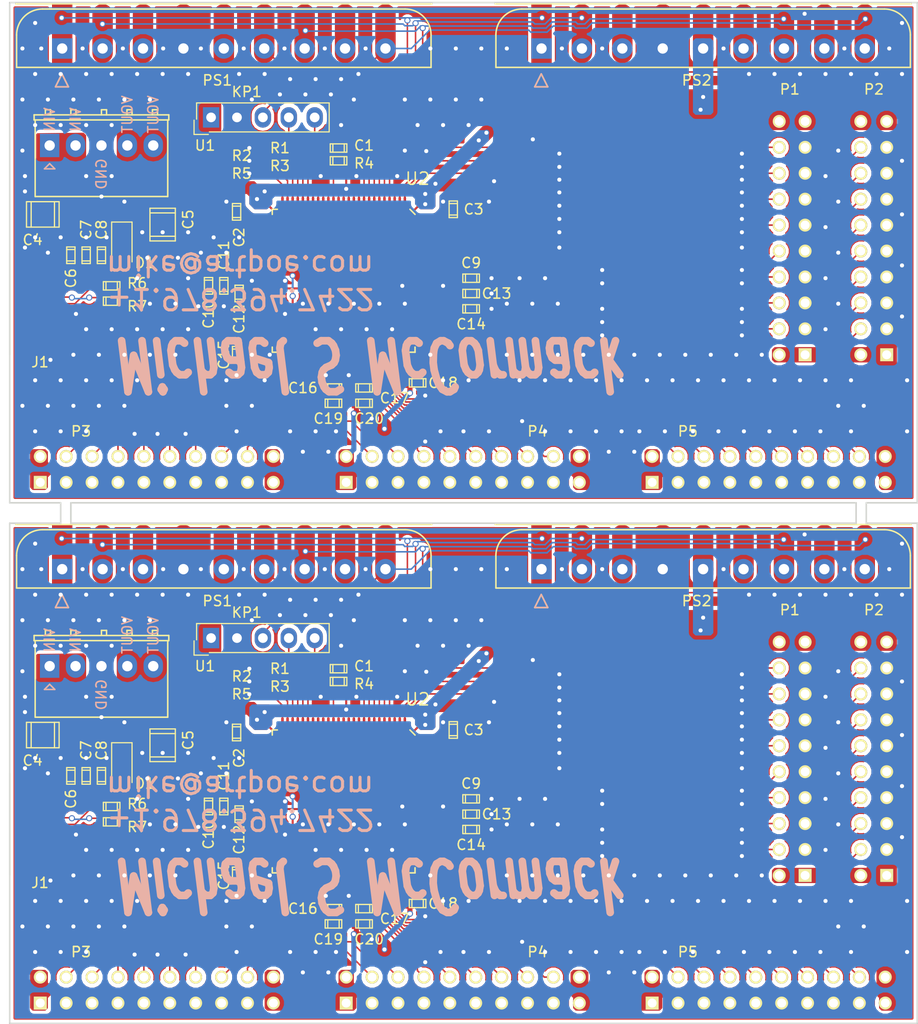
<source format=kicad_pcb>
(kicad_pcb (version 20171130) (host pcbnew "(5.0.2)-1")
  (layers (0 F.Cu signal) (31 B.Cu signal) (34 B.Paste user) (35 F.Paste user) (36 B.SilkS user) (37 F.SilkS user) (38 B.Mask user) (39 F.Mask user) (44 Edge.Cuts user))
  (net 0 "")
  (net 1 GND1)
  (net 2 /VCCD)
  (net 3 /XRES)
  (net 4 /VCCA)
  (net 5 /VUSB)
  (net 6 "Net-(J1-Pad3)")
  (net 7 "Net-(J1-Pad2)")
  (net 8 /SWDCK)
  (net 9 /SWDIO)
  (net 10 /KP_Rev_0)
  (net 11 /KP_Rev_1)
  (net 12 /KP_Rev_2)
  (net 13 /KP_Rev_3)
  (net 14 "Net-(R6-Pad2)")
  (net 15 "Net-(R7-Pad2)")
  (net 16 /PS1_ACK)
  (net 17 /SPI_CLK)
  (net 18 /SPI_CS0)
  (net 19 /SPI_MOSI)
  (net 20 /SPI_MISO)
  (net 21 /SPI_CS1)
  (net 22 /P3_0)
  (net 23 /P3_1)
  (net 24 /P3_2)
  (net 25 /P3_3)
  (net 26 /P0_0)
  (net 27 /P0_1)
  (net 28 /P0_2)
  (net 29 /P0_3)
  (net 30 /P3_4)
  (net 31 /P3_5)
  (net 32 /P3_6)
  (net 33 /P3_7)
  (net 34 /P0_4)
  (net 35 /P0_5)
  (net 36 /P0_6)
  (net 37 /P0_7)
  (net 38 /P6_0)
  (net 39 /P6_1)
  (net 40 /P6_2)
  (net 41 /P6_3)
  (net 42 /P2_0)
  (net 43 /P2_1)
  (net 44 /P2_2)
  (net 45 /P2_3)
  (net 46 /VIN)
  (net 47 VCC)
  (net 48 "Net-(PS1-Pad8)")
  (net 49 "Net-(PS1-Pad3)")
  (net 50 "Net-(PS2-Pad8)")
  (net 51 "Net-(PS2-Pad3)")
  (net 52 /P4_4)
  (net 53 /P4_5)
  (net 54 /P4_6)
  (net 55 /P4_7)
  (net 56 /P12_0)
  (net 57 /P12_1)
  (net 58 /P12_2)
  (net 59 /P12_3)
  (net 60 /P2_4)
  (net 61 /P2_5)
  (net 62 /P2_6)
  (net 63 /P2_7)
  (net 64 /P4_0)
  (net 65 /P4_1)
  (net 66 /P4_2)
  (net 67 /P4_3)
  (module Aglet_Footprints:VIA-0.6mm (layer F.Cu) (at 65 57)
    (fp_text reference REF** hide)
    (fp_text value VIA-0.6mm hide)
    (pad 1 thru_hole circle (at 0 0) (size 0.6 0.6) (drill 0.4) (layers *.Cu) (net 1 GND1))
  )
  (module Aglet_Footprints:VIA-0.6mm (layer F.Cu) (at 75 57)
    (fp_text reference REF** hide)
    (fp_text value VIA-0.6mm hide)
    (pad 1 thru_hole circle (at 0 0) (size 0.6 0.6) (drill 0.4) (layers *.Cu) (net 1 GND1))
  )
  (module Aglet_Footprints:VIA-0.6mm (layer F.Cu) (at 67.5 57)
    (fp_text reference REF** hide)
    (fp_text value VIA-0.6mm hide)
    (pad 1 thru_hole circle (at 0 0) (size 0.6 0.6) (drill 0.4) (layers *.Cu) (net 1 GND1))
  )
  (module Aglet_Footprints:VIA-0.6mm (layer F.Cu) (at 127.5 57)
    (fp_text reference REF** hide)
    (fp_text value VIA-0.6mm hide)
    (pad 1 thru_hole circle (at 0 0) (size 0.6 0.6) (drill 0.4) (layers *.Cu) (net 1 GND1))
  )
  (module Aglet_Footprints:VIA-0.6mm (layer F.Cu) (at 77.5 57.5)
    (fp_text reference REF** hide)
    (fp_text value VIA-0.6mm hide)
    (pad 1 thru_hole circle (at 0 0) (size 0.6 0.6) (drill 0.4) (layers *.Cu) (net 1 GND1))
  )
  (module Aglet_Footprints:VIA-0.6mm (layer F.Cu) (at 132.5 57)
    (fp_text reference REF** hide)
    (fp_text value VIA-0.6mm hide)
    (pad 1 thru_hole circle (at 0 0) (size 0.6 0.6) (drill 0.4) (layers *.Cu) (net 1 GND1))
  )
  (module Aglet_Footprints:VIA-0.6mm (layer F.Cu) (at 51.25 59.5)
    (fp_text reference REF** hide)
    (fp_text value VIA-0.6mm hide)
    (pad 1 thru_hole circle (at 0 0) (size 0.6 0.6) (drill 0.4) (layers *.Cu) (net 1 GND1))
  )
  (module Aglet_Footprints:VIA-0.6mm (layer F.Cu) (at 80 57.5)
    (fp_text reference REF** hide)
    (fp_text value VIA-0.6mm hide)
    (pad 1 thru_hole circle (at 0 0) (size 0.6 0.6) (drill 0.4) (layers *.Cu) (net 1 GND1))
  )
  (module Aglet_Footprints:VIA-0.6mm (layer F.Cu) (at 84.2 57)
    (fp_text reference REF** hide)
    (fp_text value VIA-0.6mm hide)
    (pad 1 thru_hole circle (at 0 0) (size 0.6 0.6) (drill 0.4) (layers *.Cu) (net 1 GND1))
  )
  (module Aglet_Footprints:VIA-0.6mm (layer F.Cu) (at 122.5 57)
    (fp_text reference REF** hide)
    (fp_text value VIA-0.6mm hide)
    (pad 1 thru_hole circle (at 0 0) (size 0.6 0.6) (drill 0.4) (layers *.Cu) (net 1 GND1))
  )
  (module Aglet_Footprints:VIA-0.6mm (layer F.Cu) (at 137.5 57)
    (fp_text reference REF** hide)
    (fp_text value VIA-0.6mm hide)
    (pad 1 thru_hole circle (at 0 0) (size 0.6 0.6) (drill 0.4) (layers *.Cu) (net 1 GND1))
  )
  (module Aglet_Footprints:VIA-0.6mm (layer F.Cu) (at 82.5 57.5)
    (fp_text reference REF** hide)
    (fp_text value VIA-0.6mm hide)
    (pad 1 thru_hole circle (at 0 0) (size 0.6 0.6) (drill 0.4) (layers *.Cu) (net 1 GND1))
  )
  (module Aglet_Footprints:VIA-0.6mm (layer F.Cu) (at 135 57)
    (fp_text reference REF** hide)
    (fp_text value VIA-0.6mm hide)
    (pad 1 thru_hole circle (at 0 0) (size 0.6 0.6) (drill 0.4) (layers *.Cu) (net 1 GND1))
  )
  (module Aglet_Footprints:VIA-0.6mm (layer F.Cu) (at 130 57)
    (fp_text reference REF** hide)
    (fp_text value VIA-0.6mm hide)
    (pad 1 thru_hole circle (at 0 0) (size 0.6 0.6) (drill 0.4) (layers *.Cu) (net 1 GND1))
  )
  (module Aglet_Footprints:VIA-0.6mm (layer F.Cu) (at 60 57)
    (fp_text reference REF** hide)
    (fp_text value VIA-0.6mm hide)
    (pad 1 thru_hole circle (at 0 0) (size 0.6 0.6) (drill 0.4) (layers *.Cu) (net 1 GND1))
  )
  (module Aglet_Footprints:VIA-0.6mm (layer F.Cu) (at 125 57)
    (fp_text reference REF** hide)
    (fp_text value VIA-0.6mm hide)
    (pad 1 thru_hole circle (at 0 0) (size 0.6 0.6) (drill 0.4) (layers *.Cu) (net 1 GND1))
  )
  (module Aglet_Footprints:VIA-0.6mm (layer F.Cu) (at 62.5 57)
    (fp_text reference REF** hide)
    (fp_text value VIA-0.6mm hide)
    (pad 1 thru_hole circle (at 0 0) (size 0.6 0.6) (drill 0.4) (layers *.Cu) (net 1 GND1))
  )
  (module Aglet_Footprints:VIA-0.6mm (layer F.Cu) (at 72.5 57)
    (fp_text reference REF** hide)
    (fp_text value VIA-0.6mm hide)
    (pad 1 thru_hole circle (at 0 0) (size 0.6 0.6) (drill 0.4) (layers *.Cu) (net 1 GND1))
  )
  (module Aglet_Footprints:VIA-0.6mm (layer F.Cu) (at 53.75 59.5)
    (fp_text reference REF** hide)
    (fp_text value VIA-0.6mm hide)
    (pad 1 thru_hole circle (at 0 0) (size 0.6 0.6) (drill 0.4) (layers *.Cu) (net 1 GND1))
  )
  (module Aglet_Footprints:VIA-0.6mm (layer F.Cu) (at 58.75 59.5)
    (fp_text reference REF** hide)
    (fp_text value VIA-0.6mm hide)
    (pad 1 thru_hole circle (at 0 0) (size 0.6 0.6) (drill 0.4) (layers *.Cu) (net 1 GND1))
  )
  (module Aglet_Footprints:VIA-0.6mm (layer F.Cu) (at 93.75 59.5)
    (fp_text reference REF** hide)
    (fp_text value VIA-0.6mm hide)
    (pad 1 thru_hole circle (at 0 0) (size 0.6 0.6) (drill 0.4) (layers *.Cu) (net 1 GND1))
  )
  (module Aglet_Footprints:VIA-0.6mm (layer F.Cu) (at 52.5 62)
    (fp_text reference REF** hide)
    (fp_text value VIA-0.6mm hide)
    (pad 1 thru_hole circle (at 0 0) (size 0.6 0.6) (drill 0.4) (layers *.Cu) (net 1 GND1))
  )
  (module Aglet_Footprints:VIA-0.6mm (layer F.Cu) (at 55 62)
    (fp_text reference REF** hide)
    (fp_text value VIA-0.6mm hide)
    (pad 1 thru_hole circle (at 0 0) (size 0.6 0.6) (drill 0.4) (layers *.Cu) (net 1 GND1))
  )
  (module Aglet_Footprints:VIA-0.6mm (layer F.Cu) (at 83.75 59.5)
    (fp_text reference REF** hide)
    (fp_text value VIA-0.6mm hide)
    (pad 1 thru_hole circle (at 0 0) (size 0.6 0.6) (drill 0.4) (layers *.Cu) (net 1 GND1))
  )
  (module Aglet_Footprints:VIA-0.6mm (layer F.Cu) (at 56.25 59.5)
    (fp_text reference REF** hide)
    (fp_text value VIA-0.6mm hide)
    (pad 1 thru_hole circle (at 0 0) (size 0.6 0.6) (drill 0.4) (layers *.Cu) (net 1 GND1))
  )
  (module Aglet_Footprints:VIA-0.6mm (layer F.Cu) (at 76.5 59)
    (fp_text reference REF** hide)
    (fp_text value VIA-0.6mm hide)
    (pad 1 thru_hole circle (at 0 0) (size 0.6 0.6) (drill 0.4) (layers *.Cu) (net 1 GND1))
  )
  (module Aglet_Footprints:VIA-0.6mm (layer F.Cu) (at 61.25 59.5)
    (fp_text reference REF** hide)
    (fp_text value VIA-0.6mm hide)
    (pad 1 thru_hole circle (at 0 0) (size 0.6 0.6) (drill 0.4) (layers *.Cu) (net 1 GND1))
  )
  (module Aglet_Footprints:VIA-0.6mm (layer F.Cu) (at 63.75 59.5)
    (fp_text reference REF** hide)
    (fp_text value VIA-0.6mm hide)
    (pad 1 thru_hole circle (at 0 0) (size 0.6 0.6) (drill 0.4) (layers *.Cu) (net 1 GND1))
  )
  (module Aglet_Footprints:VIA-0.6mm (layer F.Cu) (at 73.75 59.5)
    (fp_text reference REF** hide)
    (fp_text value VIA-0.6mm hide)
    (pad 1 thru_hole circle (at 0 0) (size 0.6 0.6) (drill 0.4) (layers *.Cu) (net 1 GND1))
  )
  (module Aglet_Footprints:VIA-0.6mm (layer F.Cu) (at 88.75 59.5)
    (fp_text reference REF** hide)
    (fp_text value VIA-0.6mm hide)
    (pad 1 thru_hole circle (at 0 0) (size 0.6 0.6) (drill 0.4) (layers *.Cu) (net 1 GND1))
  )
  (module Aglet_Footprints:VIA-0.6mm (layer F.Cu) (at 79 59)
    (fp_text reference REF** hide)
    (fp_text value VIA-0.6mm hide)
    (pad 1 thru_hole circle (at 0 0) (size 0.6 0.6) (drill 0.4) (layers *.Cu) (net 1 GND1))
  )
  (module Aglet_Footprints:VIA-0.6mm (layer F.Cu) (at 81.5 59)
    (fp_text reference REF** hide)
    (fp_text value VIA-0.6mm hide)
    (pad 1 thru_hole circle (at 0 0) (size 0.6 0.6) (drill 0.4) (layers *.Cu) (net 1 GND1))
  )
  (module Aglet_Footprints:VIA-0.6mm (layer F.Cu) (at 90 62)
    (fp_text reference REF** hide)
    (fp_text value VIA-0.6mm hide)
    (pad 1 thru_hole circle (at 0 0) (size 0.6 0.6) (drill 0.4) (layers *.Cu) (net 1 GND1))
  )
  (module Aglet_Footprints:VIA-0.6mm (layer F.Cu) (at 91.25 59.5)
    (fp_text reference REF** hide)
    (fp_text value VIA-0.6mm hide)
    (pad 1 thru_hole circle (at 0 0) (size 0.6 0.6) (drill 0.4) (layers *.Cu) (net 1 GND1))
  )
  (module Aglet_Footprints:VIA-0.6mm (layer F.Cu) (at 96.25 59.5)
    (fp_text reference REF** hide)
    (fp_text value VIA-0.6mm hide)
    (pad 1 thru_hole circle (at 0 0) (size 0.6 0.6) (drill 0.4) (layers *.Cu) (net 1 GND1))
  )
  (module Aglet_Footprints:VIA-0.6mm (layer F.Cu) (at 60 62)
    (fp_text reference REF** hide)
    (fp_text value VIA-0.6mm hide)
    (pad 1 thru_hole circle (at 0 0) (size 0.6 0.6) (drill 0.4) (layers *.Cu) (net 1 GND1))
  )
  (module Aglet_Footprints:VIA-0.6mm (layer F.Cu) (at 57.5 62)
    (fp_text reference REF** hide)
    (fp_text value VIA-0.6mm hide)
    (pad 1 thru_hole circle (at 0 0) (size 0.6 0.6) (drill 0.4) (layers *.Cu) (net 1 GND1))
  )
  (module Aglet_Footprints:VIA-0.6mm (layer F.Cu) (at 82.5 62)
    (fp_text reference REF** hide)
    (fp_text value VIA-0.6mm hide)
    (pad 1 thru_hole circle (at 0 0) (size 0.6 0.6) (drill 0.4) (layers *.Cu) (net 1 GND1))
  )
  (module Aglet_Footprints:VIA-0.6mm (layer F.Cu) (at 95 62)
    (fp_text reference REF** hide)
    (fp_text value VIA-0.6mm hide)
    (pad 1 thru_hole circle (at 0 0) (size 0.6 0.6) (drill 0.4) (layers *.Cu) (net 1 GND1))
  )
  (module Aglet_Footprints:VIA-0.6mm (layer F.Cu) (at 51.25 64.5)
    (fp_text reference REF** hide)
    (fp_text value VIA-0.6mm hide)
    (pad 1 thru_hole circle (at 0 0) (size 0.6 0.6) (drill 0.4) (layers *.Cu) (net 1 GND1))
  )
  (module Aglet_Footprints:VIA-0.6mm (layer F.Cu) (at 73.5 65.5)
    (fp_text reference REF** hide)
    (fp_text value VIA-0.6mm hide)
    (pad 1 thru_hole circle (at 0 0) (size 0.6 0.6) (drill 0.4) (layers *.Cu) (net 1 GND1))
  )
  (module Aglet_Footprints:VIA-0.6mm (layer F.Cu) (at 84 67)
    (fp_text reference REF** hide)
    (fp_text value VIA-0.6mm hide)
    (pad 1 thru_hole circle (at 0 0) (size 0.6 0.6) (drill 0.4) (layers *.Cu) (net 1 GND1))
  )
  (module Aglet_Footprints:VIA-0.6mm (layer F.Cu) (at 88.75 64.5)
    (fp_text reference REF** hide)
    (fp_text value VIA-0.6mm hide)
    (pad 1 thru_hole circle (at 0 0) (size 0.6 0.6) (drill 0.4) (layers *.Cu) (net 1 GND1))
  )
  (module Aglet_Footprints:VIA-0.6mm (layer F.Cu) (at 103.9 66.1)
    (fp_text reference REF** hide)
    (fp_text value VIA-0.6mm hide)
    (pad 1 thru_hole circle (at 0 0) (size 0.6 0.6) (drill 0.4) (layers *.Cu) (net 1 GND1))
  )
  (module Aglet_Footprints:VIA-0.6mm (layer F.Cu) (at 103.9 71.2)
    (fp_text reference REF** hide)
    (fp_text value VIA-0.6mm hide)
    (pad 1 thru_hole circle (at 0 0) (size 0.6 0.6) (drill 0.4) (layers *.Cu) (net 1 GND1))
  )
  (module Aglet_Footprints:VIA-0.6mm (layer F.Cu) (at 103.9 72.5)
    (fp_text reference REF** hide)
    (fp_text value VIA-0.6mm hide)
    (pad 1 thru_hole circle (at 0 0) (size 0.6 0.6) (drill 0.4) (layers *.Cu) (net 1 GND1))
  )
  (module Aglet_Footprints:VIA-0.6mm (layer F.Cu) (at 108.1 77.5)
    (fp_text reference REF** hide)
    (fp_text value VIA-0.6mm hide)
    (pad 1 thru_hole circle (at 0 0) (size 0.6 0.6) (drill 0.4) (layers *.Cu) (net 1 GND1))
  )
  (module Aglet_Footprints:VIA-0.6mm (layer F.Cu) (at 131.25 64.5)
    (fp_text reference REF** hide)
    (fp_text value VIA-0.6mm hide)
    (pad 1 thru_hole circle (at 0 0) (size 0.6 0.6) (drill 0.4) (layers *.Cu) (net 1 GND1))
  )
  (module Aglet_Footprints:VIA-0.6mm (layer F.Cu) (at 61.25 69.5)
    (fp_text reference REF** hide)
    (fp_text value VIA-0.6mm hide)
    (pad 1 thru_hole circle (at 0 0) (size 0.6 0.6) (drill 0.4) (layers *.Cu) (net 1 GND1))
  )
  (module Aglet_Footprints:VIA-0.6mm (layer F.Cu) (at 63 72.5)
    (fp_text reference REF** hide)
    (fp_text value VIA-0.6mm hide)
    (pad 1 thru_hole circle (at 0 0) (size 0.6 0.6) (drill 0.4) (layers *.Cu) (net 1 GND1))
  )
  (module Aglet_Footprints:VIA-0.6mm (layer F.Cu) (at 71.25 69.5)
    (fp_text reference REF** hide)
    (fp_text value VIA-0.6mm hide)
    (pad 1 thru_hole circle (at 0 0) (size 0.6 0.6) (drill 0.4) (layers *.Cu) (net 1 GND1))
  )
  (module Aglet_Footprints:VIA-0.6mm (layer F.Cu) (at 108.1 76.2)
    (fp_text reference REF** hide)
    (fp_text value VIA-0.6mm hide)
    (pad 1 thru_hole circle (at 0 0) (size 0.6 0.6) (drill 0.4) (layers *.Cu) (net 1 GND1))
  )
  (module Aglet_Footprints:VIA-0.6mm (layer F.Cu) (at 72.5 73)
    (fp_text reference REF** hide)
    (fp_text value VIA-0.6mm hide)
    (pad 1 thru_hole circle (at 0 0) (size 0.6 0.6) (drill 0.4) (layers *.Cu) (net 1 GND1))
  )
  (module Aglet_Footprints:VIA-0.6mm (layer F.Cu) (at 137.5 70.75)
    (fp_text reference REF** hide)
    (fp_text value VIA-0.6mm hide)
    (pad 1 thru_hole circle (at 0 0) (size 0.6 0.6) (drill 0.4) (layers *.Cu) (net 1 GND1))
  )
  (module Aglet_Footprints:VIA-0.6mm (layer F.Cu) (at 51.5 67)
    (fp_text reference REF** hide)
    (fp_text value VIA-0.6mm hide)
    (pad 1 thru_hole circle (at 0 0) (size 0.6 0.6) (drill 0.4) (layers *.Cu) (net 1 GND1))
  )
  (module Aglet_Footprints:VIA-0.6mm (layer F.Cu) (at 80.5 67)
    (fp_text reference REF** hide)
    (fp_text value VIA-0.6mm hide)
    (pad 1 thru_hole circle (at 0 0) (size 0.6 0.6) (drill 0.4) (layers *.Cu) (net 1 GND1))
  )
  (module Aglet_Footprints:VIA-0.6mm (layer F.Cu) (at 51.5 68.5)
    (fp_text reference REF** hide)
    (fp_text value VIA-0.6mm hide)
    (pad 1 thru_hole circle (at 0 0) (size 0.6 0.6) (drill 0.4) (layers *.Cu) (net 1 GND1))
  )
  (module Aglet_Footprints:VIA-0.6mm (layer F.Cu) (at 131.25 69.5)
    (fp_text reference REF** hide)
    (fp_text value VIA-0.6mm hide)
    (pad 1 thru_hole circle (at 0 0) (size 0.6 0.6) (drill 0.4) (layers *.Cu) (net 1 GND1))
  )
  (module Aglet_Footprints:VIA-0.6mm (layer F.Cu) (at 55 73)
    (fp_text reference REF** hide)
    (fp_text value VIA-0.6mm hide)
    (pad 1 thru_hole circle (at 0 0) (size 0.6 0.6) (drill 0.4) (layers *.Cu) (net 1 GND1))
  )
  (module Aglet_Footprints:VIA-0.6mm (layer F.Cu) (at 57.5 73)
    (fp_text reference REF** hide)
    (fp_text value VIA-0.6mm hide)
    (pad 1 thru_hole circle (at 0 0) (size 0.6 0.6) (drill 0.4) (layers *.Cu) (net 1 GND1))
  )
  (module Aglet_Footprints:VIA-0.6mm (layer F.Cu) (at 130 72)
    (fp_text reference REF** hide)
    (fp_text value VIA-0.6mm hide)
    (pad 1 thru_hole circle (at 0 0) (size 0.6 0.6) (drill 0.4) (layers *.Cu) (net 1 GND1))
  )
  (module Aglet_Footprints:VIA-0.6mm (layer F.Cu) (at 59.5 73)
    (fp_text reference REF** hide)
    (fp_text value VIA-0.6mm hide)
    (pad 1 thru_hole circle (at 0 0) (size 0.6 0.6) (drill 0.4) (layers *.Cu) (net 1 GND1))
  )
  (module Aglet_Footprints:VIA-0.6mm (layer F.Cu) (at 70 73)
    (fp_text reference REF** hide)
    (fp_text value VIA-0.6mm hide)
    (pad 1 thru_hole circle (at 0 0) (size 0.6 0.6) (drill 0.4) (layers *.Cu) (net 1 GND1))
  )
  (module Aglet_Footprints:VIA-0.6mm (layer F.Cu) (at 90.85 64.55)
    (fp_text reference REF** hide)
    (fp_text value VIA-0.6mm hide)
    (pad 1 thru_hole circle (at 0 0) (size 0.6 0.6) (drill 0.4) (layers *.Cu) (net 1 GND1))
  )
  (module Aglet_Footprints:VIA-0.6mm (layer F.Cu) (at 57.5 67)
    (fp_text reference REF** hide)
    (fp_text value VIA-0.6mm hide)
    (pad 1 thru_hole circle (at 0 0) (size 0.6 0.6) (drill 0.4) (layers *.Cu) (net 1 GND1))
  )
  (module Aglet_Footprints:VIA-0.6mm (layer F.Cu) (at 60 67)
    (fp_text reference REF** hide)
    (fp_text value VIA-0.6mm hide)
    (pad 1 thru_hole circle (at 0 0) (size 0.6 0.6) (drill 0.4) (layers *.Cu) (net 1 GND1))
  )
  (module Aglet_Footprints:VIA-0.6mm (layer F.Cu) (at 97 69.5)
    (fp_text reference REF** hide)
    (fp_text value VIA-0.6mm hide)
    (pad 1 thru_hole circle (at 0 0) (size 0.6 0.6) (drill 0.4) (layers *.Cu) (net 1 GND1))
  )
  (module Aglet_Footprints:VIA-0.6mm (layer F.Cu) (at 51.5 74)
    (fp_text reference REF** hide)
    (fp_text value VIA-0.6mm hide)
    (pad 1 thru_hole circle (at 0 0) (size 0.6 0.6) (drill 0.4) (layers *.Cu) (net 1 GND1))
  )
  (module Aglet_Footprints:VIA-0.6mm (layer F.Cu) (at 59 69)
    (fp_text reference REF** hide)
    (fp_text value VIA-0.6mm hide)
    (pad 1 thru_hole circle (at 0 0) (size 0.6 0.6) (drill 0.4) (layers *.Cu) (net 1 GND1))
  )
  (module Aglet_Footprints:VIA-0.6mm (layer F.Cu) (at 103.9 68.6)
    (fp_text reference REF** hide)
    (fp_text value VIA-0.6mm hide)
    (pad 1 thru_hole circle (at 0 0) (size 0.6 0.6) (drill 0.4) (layers *.Cu) (net 1 GND1))
  )
  (module Aglet_Footprints:VIA-0.6mm (layer F.Cu) (at 137.5 65.5)
    (fp_text reference REF** hide)
    (fp_text value VIA-0.6mm hide)
    (pad 1 thru_hole circle (at 0 0) (size 0.6 0.6) (drill 0.4) (layers *.Cu) (net 1 GND1))
  )
  (module Aglet_Footprints:VIA-0.6mm (layer F.Cu) (at 88 67)
    (fp_text reference REF** hide)
    (fp_text value VIA-0.6mm hide)
    (pad 1 thru_hole circle (at 0 0) (size 0.6 0.6) (drill 0.4) (layers *.Cu) (net 1 GND1))
  )
  (module Aglet_Footprints:VIA-0.6mm (layer F.Cu) (at 103.9 64.8)
    (fp_text reference REF** hide)
    (fp_text value VIA-0.6mm hide)
    (pad 1 thru_hole circle (at 0 0) (size 0.6 0.6) (drill 0.4) (layers *.Cu) (net 1 GND1))
  )
  (module Aglet_Footprints:VIA-0.6mm (layer F.Cu) (at 92.5 62)
    (fp_text reference REF** hide)
    (fp_text value VIA-0.6mm hide)
    (pad 1 thru_hole circle (at 0 0) (size 0.6 0.6) (drill 0.4) (layers *.Cu) (net 1 GND1))
  )
  (module Aglet_Footprints:VIA-0.6mm (layer F.Cu) (at 67.5 72.5)
    (fp_text reference REF** hide)
    (fp_text value VIA-0.6mm hide)
    (pad 1 thru_hole circle (at 0 0) (size 0.6 0.6) (drill 0.4) (layers *.Cu) (net 1 GND1))
  )
  (module Aglet_Footprints:VIA-0.6mm (layer F.Cu) (at 65 72.5)
    (fp_text reference REF** hide)
    (fp_text value VIA-0.6mm hide)
    (pad 1 thru_hole circle (at 0 0) (size 0.6 0.6) (drill 0.4) (layers *.Cu) (net 1 GND1))
  )
  (module Aglet_Footprints:VIA-0.6mm (layer F.Cu) (at 103.9 74)
    (fp_text reference REF** hide)
    (fp_text value VIA-0.6mm hide)
    (pad 1 thru_hole circle (at 0 0) (size 0.6 0.6) (drill 0.4) (layers *.Cu) (net 1 GND1))
  )
  (module Aglet_Footprints:VIA-0.6mm (layer F.Cu) (at 97.5 67.5)
    (fp_text reference REF** hide)
    (fp_text value VIA-0.6mm hide)
    (pad 1 thru_hole circle (at 0 0) (size 0.6 0.6) (drill 0.4) (layers *.Cu) (net 1 GND1))
  )
  (module Aglet_Footprints:VIA-0.6mm (layer F.Cu) (at 101.3 63.4)
    (fp_text reference REF** hide)
    (fp_text value VIA-0.6mm hide)
    (pad 1 thru_hole circle (at 0 0) (size 0.6 0.6) (drill 0.4) (layers *.Cu) (net 1 GND1))
  )
  (module Aglet_Footprints:VIA-0.6mm (layer F.Cu) (at 103.9 69.9)
    (fp_text reference REF** hide)
    (fp_text value VIA-0.6mm hide)
    (pad 1 thru_hole circle (at 0 0) (size 0.6 0.6) (drill 0.4) (layers *.Cu) (net 1 GND1))
  )
  (module Aglet_Footprints:VIA-0.6mm (layer F.Cu) (at 52.5 73)
    (fp_text reference REF** hide)
    (fp_text value VIA-0.6mm hide)
    (pad 1 thru_hole circle (at 0 0) (size 0.6 0.6) (drill 0.4) (layers *.Cu) (net 1 GND1))
  )
  (module Aglet_Footprints:VIA-0.6mm (layer F.Cu) (at 130 67)
    (fp_text reference REF** hide)
    (fp_text value VIA-0.6mm hide)
    (pad 1 thru_hole circle (at 0 0) (size 0.6 0.6) (drill 0.4) (layers *.Cu) (net 1 GND1))
  )
  (module Aglet_Footprints:PS1-Ctrlr (layer F.Cu) (at 118 50 180)
    (fp_text reference PS2 (at 0.635 -7.62 180) (layer F.SilkS))
    (fp_text value CONN_PS1 hide)
    (pad 8 thru_hole circle (at -11.8872 -4.5 180) (size 2 2) (drill 1.016) (layers *.Cu *.Mask) (net 50 "Net-(PS2-Pad8)"))
    (pad 7 thru_hole circle (at -7.9248 -4.5 180) (size 2 2) (drill 1.016) (layers *.Cu *.Mask) (net 17 /SPI_CLK))
    (pad 6 thru_hole circle (at -3.9624 -4.5 180) (size 2 2) (drill 1.016) (layers *.Cu *.Mask) (net 21 /SPI_CS1))
    (pad 5 thru_hole circle (at 0 -4.5 180) (size 2 2) (drill 1.016) (layers *.Cu *.Mask) (net 47 VCC))
    (pad 4 thru_hole circle (at 3.9624 -4.5 180) (size 2 2) (drill 1.016) (layers *.Cu *.Mask) (net 1 GND1))
    (pad 3 thru_hole circle (at 7.9248 -4.5 180) (size 2 2) (drill 1.016) (layers *.Cu *.Mask) (net 51 "Net-(PS2-Pad3)"))
    (pad 2 thru_hole circle (at 11.8872 -4.5 180) (size 2 2) (drill 1.016) (layers *.Cu *.Mask) (net 19 /SPI_MOSI))
    (pad 9 thru_hole circle (at -15.8496 -4.5 180) (size 2 2) (drill 1.016) (layers *.Cu *.Mask) (net 16 /PS1_ACK))
    (pad 1 smd rect (at 15.8496 -4.445 180) (size 2 5.8) (drill (offset 0 1.4)) (layers F.Cu F.Paste F.Mask) (net 20 /SPI_MISO))
    (pad 2 smd oval (at 11.8872 -4.445 180) (size 2 5.8) (drill (offset 0 1.4)) (layers F.Cu F.Paste F.Mask) (net 19 /SPI_MOSI))
    (pad 3 smd oval (at 7.9248 -4.445 180) (size 2 5.8) (drill (offset 0 1.4)) (layers F.Cu F.Paste F.Mask) (net 51 "Net-(PS2-Pad3)"))
    (pad 4 smd oval (at 3.9624 -4.445 180) (size 2 5.8) (drill (offset 0 1.4)) (layers F.Cu F.Paste F.Mask) (net 1 GND1))
    (pad 5 smd oval (at 0 -4.445 180) (size 2 5.8) (drill (offset 0 1.4)) (layers F.Cu F.Paste F.Mask) (net 47 VCC))
    (pad 6 smd oval (at -3.9624 -4.445 180) (size 2 5.8) (drill (offset 0 1.4)) (layers F.Cu F.Paste F.Mask) (net 21 /SPI_CS1))
    (pad 7 smd oval (at -7.9248 -4.445 180) (size 2 5.8) (drill (offset 0 1.4)) (layers F.Cu F.Paste F.Mask) (net 17 /SPI_CLK))
    (pad 8 smd oval (at -11.8872 -4.445 180) (size 2 5.8) (drill (offset 0 1.4)) (layers F.Cu F.Paste F.Mask) (net 50 "Net-(PS2-Pad8)"))
    (pad 9 smd oval (at -15.8496 -4.445 180) (size 2 5.8) (drill (offset 0 1.4)) (layers F.Cu F.Paste F.Mask) (net 16 /PS1_ACK))
    (pad 1 thru_hole rect (at 15.8496 -4.5 180) (size 2 2) (drill 1.016) (layers *.Cu *.Mask) (net 20 /SPI_MISO))
  )
  (module Aglet_Footprints:CONN_2_10 (layer F.Cu) (at 113 97)
    (fp_text reference P5 (at 3.5 -5) (layer F.SilkS) (effects (font (size 1.00076 1.00076) (thickness 0.14986))))
    (fp_text value CONN_2x10 hide)
    (pad 20 thru_hole circle (at 22.86 -2.54) (size 1.27 1.27) (drill 0.889) (layers *.Cu *.Mask F.SilkS) (net 47 VCC))
    (pad 19 thru_hole circle (at 22.86 0) (size 1.27 1.27) (drill 0.889) (layers *.Cu *.Mask F.SilkS) (net 47 VCC))
    (pad 18 thru_hole circle (at 20.32 -2.54) (size 1.27 1.27) (drill 0.889) (layers *.Cu *.Mask F.SilkS) (net 67 /P4_3))
    (pad 17 thru_hole circle (at 20.32 0) (size 1.27 1.27) (drill 0.889) (layers *.Cu *.Mask F.SilkS) (net 1 GND1))
    (pad 16 thru_hole circle (at 17.78 -2.54) (size 1.27 1.27) (drill 0.889) (layers *.Cu *.Mask F.SilkS) (net 66 /P4_2))
    (pad 15 thru_hole circle (at 17.78 0) (size 1.27 1.27) (drill 0.889) (layers *.Cu *.Mask F.SilkS) (net 1 GND1))
    (pad 14 thru_hole circle (at 15.24 -2.54) (size 1.27 1.27) (drill 0.889) (layers *.Cu *.Mask F.SilkS) (net 37 /P0_7))
    (pad 13 thru_hole circle (at 15.24 0) (size 1.27 1.27) (drill 0.889) (layers *.Cu *.Mask F.SilkS) (net 1 GND1))
    (pad 12 thru_hole circle (at 12.7 -2.54) (size 1.27 1.27) (drill 0.889) (layers *.Cu *.Mask F.SilkS) (net 36 /P0_6))
    (pad 11 thru_hole circle (at 12.7 0) (size 1.27 1.27) (drill 0.889) (layers *.Cu *.Mask F.SilkS) (net 1 GND1))
    (pad 10 thru_hole circle (at 10.16 -2.54) (size 1.27 1.27) (drill 0.889) (layers *.Cu *.Mask F.SilkS) (net 35 /P0_5))
    (pad 9 thru_hole circle (at 10.16 0) (size 1.27 1.27) (drill 0.889) (layers *.Cu *.Mask F.SilkS) (net 1 GND1))
    (pad 8 thru_hole circle (at 7.62 -2.54) (size 1.27 1.27) (drill 0.889) (layers *.Cu *.Mask F.SilkS) (net 34 /P0_4))
    (pad 7 thru_hole circle (at 7.62 0) (size 1.27 1.27) (drill 0.889) (layers *.Cu *.Mask F.SilkS) (net 1 GND1))
    (pad 6 thru_hole circle (at 5.08 -2.54) (size 1.27 1.27) (drill 0.889) (layers *.Cu *.Mask F.SilkS) (net 29 /P0_3))
    (pad 5 thru_hole circle (at 5.08 0) (size 1.27 1.27) (drill 0.889) (layers *.Cu *.Mask F.SilkS) (net 1 GND1))
    (pad 4 thru_hole circle (at 2.54 -2.54) (size 1.27 1.27) (drill 0.889) (layers *.Cu *.Mask F.SilkS) (net 28 /P0_2))
    (pad 3 thru_hole circle (at 2.54 0) (size 1.27 1.27) (drill 0.889) (layers *.Cu *.Mask F.SilkS) (net 1 GND1))
    (pad 2 thru_hole circle (at 0 -2.54) (size 1.27 1.27) (drill 0.889) (layers *.Cu *.Mask F.SilkS) (net 47 VCC))
    (pad 1 thru_hole rect (at 0 0) (size 1.27 1.27) (drill 0.889) (layers *.Cu *.Mask F.SilkS) (net 47 VCC))
  )
  (module Aglet_Footprints:c_0603 (layer F.Cu) (at 56 74.75 270)
    (fp_text reference C6 (at 2.25 0 270) (layer F.SilkS))
    (fp_text value 0.1uF hide)
    (pad 2 smd rect (at -0.7518 0 270) (size 0.8992 1.0008) (layers F.Cu F.Paste F.Mask) (net 1 GND1))
    (pad 1 smd rect (at 0.7518 0 270) (size 0.8992 1.0008) (layers F.Cu F.Paste F.Mask) (net 5 /VUSB))
  )
  (module Aglet_Footprints:QFP_100 (layer F.Cu) (at 82.75 77.25 270)
    (fp_text reference U2 (at -10 -7.25 180) (layer F.SilkS) (effects (font (size 1.2 1.2))))
    (fp_text value CY8C54LP hide)
    (pad 100 smd oval (at -6 -7.5 270) (size 0.25 1.5) (layers F.Cu F.Paste F.Mask) (net 47 VCC))
    (pad 99 smd oval (at -5.5 -7.5 270) (size 0.25 1.5) (layers F.Cu F.Paste F.Mask) (net 60 /P2_4))
    (pad 98 smd oval (at -5 -7.5 270) (size 0.25 1.5) (layers F.Cu F.Paste F.Mask) (net 45 /P2_3))
    (pad 97 smd oval (at -4.5 -7.5 270) (size 0.25 1.5) (layers F.Cu F.Paste F.Mask) (net 44 /P2_2))
    (pad 96 smd oval (at -4 -7.5 270) (size 0.25 1.5) (layers F.Cu F.Paste F.Mask) (net 43 /P2_1))
    (pad 95 smd oval (at -3.5 -7.5 270) (size 0.25 1.5) (layers F.Cu F.Paste F.Mask) (net 42 /P2_0))
    (pad 94 smd oval (at -3 -7.5 270) (size 0.25 1.5) (layers F.Cu F.Paste F.Mask))
    (pad 93 smd oval (at -2.5 -7.5 270) (size 0.25 1.5) (layers F.Cu F.Paste F.Mask))
    (pad 92 smd oval (at -2 -7.5 270) (size 0.25 1.5) (layers F.Cu F.Paste F.Mask) (net 41 /P6_3))
    (pad 91 smd oval (at -1.5 -7.5 270) (size 0.25 1.5) (layers F.Cu F.Paste F.Mask) (net 40 /P6_2))
    (pad 90 smd oval (at -1 -7.5 270) (size 0.25 1.5) (layers F.Cu F.Paste F.Mask) (net 39 /P6_1))
    (pad 89 smd oval (at -0.5 -7.5 270) (size 0.25 1.5) (layers F.Cu F.Paste F.Mask) (net 38 /P6_0))
    (pad 88 smd oval (at 0 -7.5 270) (size 0.25 1.5) (layers F.Cu F.Paste F.Mask) (net 47 VCC))
    (pad 87 smd oval (at 0.5 -7.5 270) (size 0.25 1.5) (layers F.Cu F.Paste F.Mask) (net 1 GND1))
    (pad 86 smd oval (at 1 -7.5 270) (size 0.25 1.5) (layers F.Cu F.Paste F.Mask) (net 2 /VCCD))
    (pad 85 smd oval (at 1.5 -7.5 270) (size 0.25 1.5) (layers F.Cu F.Paste F.Mask) (net 55 /P4_7))
    (pad 84 smd oval (at 2 -7.5 270) (size 0.25 1.5) (layers F.Cu F.Paste F.Mask) (net 54 /P4_6))
    (pad 83 smd oval (at 2.5 -7.5 270) (size 0.25 1.5) (layers F.Cu F.Paste F.Mask) (net 53 /P4_5))
    (pad 82 smd oval (at 3 -7.5 270) (size 0.25 1.5) (layers F.Cu F.Paste F.Mask) (net 52 /P4_4))
    (pad 81 smd oval (at 3.5 -7.5 270) (size 0.25 1.5) (layers F.Cu F.Paste F.Mask) (net 67 /P4_3))
    (pad 80 smd oval (at 4 -7.5 270) (size 0.25 1.5) (layers F.Cu F.Paste F.Mask) (net 66 /P4_2))
    (pad 79 smd oval (at 4.5 -7.5 270) (size 0.25 1.5) (layers F.Cu F.Paste F.Mask) (net 37 /P0_7))
    (pad 78 smd oval (at 5 -7.5 270) (size 0.25 1.5) (layers F.Cu F.Paste F.Mask) (net 36 /P0_6))
    (pad 77 smd oval (at 5.5 -7.5 270) (size 0.25 1.5) (layers F.Cu F.Paste F.Mask) (net 35 /P0_5))
    (pad 76 smd oval (at 6 -7.5 270) (size 0.25 1.5) (layers F.Cu F.Paste F.Mask) (net 34 /P0_4))
    (pad 75 smd oval (at 7.5 -6) (size 0.25 1.5) (layers F.Cu F.Paste F.Mask) (net 47 VCC))
    (pad 74 smd oval (at 7.5 -5.5) (size 0.25 1.5) (layers F.Cu F.Paste F.Mask) (net 29 /P0_3))
    (pad 73 smd oval (at 7.5 -5) (size 0.25 1.5) (layers F.Cu F.Paste F.Mask) (net 28 /P0_2))
    (pad 72 smd oval (at 7.5 -4.5) (size 0.25 1.5) (layers F.Cu F.Paste F.Mask) (net 27 /P0_1))
    (pad 71 smd oval (at 7.5 -4) (size 0.25 1.5) (layers F.Cu F.Paste F.Mask) (net 26 /P0_0))
    (pad 70 smd oval (at 7.5 -3.5) (size 0.25 1.5) (layers F.Cu F.Paste F.Mask) (net 65 /P4_1))
    (pad 69 smd oval (at 7.5 -3) (size 0.25 1.5) (layers F.Cu F.Paste F.Mask) (net 64 /P4_0))
    (pad 68 smd oval (at 7.5 -2.5) (size 0.25 1.5) (layers F.Cu F.Paste F.Mask) (net 59 /P12_3))
    (pad 67 smd oval (at 7.5 -2) (size 0.25 1.5) (layers F.Cu F.Paste F.Mask) (net 58 /P12_2))
    (pad 66 smd oval (at 7.5 -1.5) (size 0.25 1.5) (layers F.Cu F.Paste F.Mask) (net 1 GND1))
    (pad 65 smd oval (at 7.5 -1) (size 0.25 1.5) (layers F.Cu F.Paste F.Mask) (net 47 VCC))
    (pad 64 smd oval (at 7.5 -0.5) (size 0.25 1.5) (layers F.Cu F.Paste F.Mask) (net 1 GND1))
    (pad 63 smd oval (at 7.5 0) (size 0.25 1.5) (layers F.Cu F.Paste F.Mask) (net 4 /VCCA))
    (pad 62 smd oval (at 7.5 0.5) (size 0.25 1.5) (layers F.Cu F.Paste F.Mask))
    (pad 61 smd oval (at 7.5 1) (size 0.25 1.5) (layers F.Cu F.Paste F.Mask))
    (pad 60 smd oval (at 7.5 1.5) (size 0.25 1.5) (layers F.Cu F.Paste F.Mask))
    (pad 59 smd oval (at 7.5 2) (size 0.25 1.5) (layers F.Cu F.Paste F.Mask))
    (pad 58 smd oval (at 7.5 2.5) (size 0.25 1.5) (layers F.Cu F.Paste F.Mask))
    (pad 57 smd oval (at 7.5 3) (size 0.25 1.5) (layers F.Cu F.Paste F.Mask))
    (pad 56 smd oval (at 7.5 3.5) (size 0.25 1.5) (layers F.Cu F.Paste F.Mask))
    (pad 55 smd oval (at 7.5 4) (size 0.25 1.5) (layers F.Cu F.Paste F.Mask))
    (pad 54 smd oval (at 7.5 4.5) (size 0.25 1.5) (layers F.Cu F.Paste F.Mask) (net 57 /P12_1))
    (pad 53 smd oval (at 7.5 5) (size 0.25 1.5) (layers F.Cu F.Paste F.Mask) (net 56 /P12_0))
    (pad 52 smd oval (at 7.5 5.5) (size 0.25 1.5) (layers F.Cu F.Paste F.Mask) (net 33 /P3_7))
    (pad 51 smd oval (at 7.5 6) (size 0.25 1.5) (layers F.Cu F.Paste F.Mask) (net 32 /P3_6))
    (pad 50 smd oval (at 6 7.5 270) (size 0.25 1.5) (layers F.Cu F.Paste F.Mask) (net 47 VCC))
    (pad 49 smd oval (at 5.5 7.5 270) (size 0.25 1.5) (layers F.Cu F.Paste F.Mask) (net 31 /P3_5))
    (pad 48 smd oval (at 5 7.5 270) (size 0.25 1.5) (layers F.Cu F.Paste F.Mask) (net 30 /P3_4))
    (pad 47 smd oval (at 4.5 7.5 270) (size 0.25 1.5) (layers F.Cu F.Paste F.Mask) (net 25 /P3_3))
    (pad 46 smd oval (at 4 7.5 270) (size 0.25 1.5) (layers F.Cu F.Paste F.Mask) (net 24 /P3_2))
    (pad 45 smd oval (at 3.5 7.5 270) (size 0.25 1.5) (layers F.Cu F.Paste F.Mask) (net 23 /P3_1))
    (pad 44 smd oval (at 3 7.5 270) (size 0.25 1.5) (layers F.Cu F.Paste F.Mask) (net 22 /P3_0))
    (pad 43 smd oval (at 2.5 7.5 270) (size 0.25 1.5) (layers F.Cu F.Paste F.Mask))
    (pad 42 smd oval (at 2 7.5 270) (size 0.25 1.5) (layers F.Cu F.Paste F.Mask))
    (pad 41 smd oval (at 1.5 7.5 270) (size 0.25 1.5) (layers F.Cu F.Paste F.Mask))
    (pad 40 smd oval (at 1 7.5 270) (size 0.25 1.5) (layers F.Cu F.Paste F.Mask))
    (pad 39 smd oval (at 0.5 7.5 270) (size 0.25 1.5) (layers F.Cu F.Paste F.Mask) (net 2 /VCCD))
    (pad 38 smd oval (at 0 7.5 270) (size 0.25 1.5) (layers F.Cu F.Paste F.Mask) (net 1 GND1))
    (pad 37 smd oval (at -0.5 7.5 270) (size 0.25 1.5) (layers F.Cu F.Paste F.Mask) (net 47 VCC))
    (pad 36 smd oval (at -1 7.5 270) (size 0.25 1.5) (layers F.Cu F.Paste F.Mask) (net 15 "Net-(R7-Pad2)"))
    (pad 35 smd oval (at -1.5 7.5 270) (size 0.25 1.5) (layers F.Cu F.Paste F.Mask) (net 14 "Net-(R6-Pad2)"))
    (pad 34 smd oval (at -2 7.5 270) (size 0.25 1.5) (layers F.Cu F.Paste F.Mask))
    (pad 33 smd oval (at -2.5 7.5 270) (size 0.25 1.5) (layers F.Cu F.Paste F.Mask))
    (pad 32 smd oval (at -3 7.5 270) (size 0.25 1.5) (layers F.Cu F.Paste F.Mask))
    (pad 31 smd oval (at -3.5 7.5 270) (size 0.25 1.5) (layers F.Cu F.Paste F.Mask))
    (pad 30 smd oval (at -4 7.5 270) (size 0.25 1.5) (layers F.Cu F.Paste F.Mask))
    (pad 29 smd oval (at -4.5 7.5 270) (size 0.25 1.5) (layers F.Cu F.Paste F.Mask))
    (pad 28 smd oval (at -5 7.5 270) (size 0.25 1.5) (layers F.Cu F.Paste F.Mask))
    (pad 27 smd oval (at -5.5 7.5 270) (size 0.25 1.5) (layers F.Cu F.Paste F.Mask))
    (pad 26 smd oval (at -6 7.5 270) (size 0.25 1.5) (layers F.Cu F.Paste F.Mask) (net 47 VCC))
    (pad 25 smd oval (at -7.5 6) (size 0.25 1.5) (layers F.Cu F.Paste F.Mask) (net 13 /KP_Rev_3))
    (pad 24 smd oval (at -7.5 5.5) (size 0.25 1.5) (layers F.Cu F.Paste F.Mask) (net 12 /KP_Rev_2))
    (pad 23 smd oval (at -7.5 5) (size 0.25 1.5) (layers F.Cu F.Paste F.Mask) (net 11 /KP_Rev_1))
    (pad 22 smd oval (at -7.5 4.5) (size 0.25 1.5) (layers F.Cu F.Paste F.Mask) (net 10 /KP_Rev_0))
    (pad 21 smd oval (at -7.5 4) (size 0.25 1.5) (layers F.Cu F.Paste F.Mask) (net 8 /SWDCK))
    (pad 20 smd oval (at -7.5 3.5) (size 0.25 1.5) (layers F.Cu F.Paste F.Mask) (net 9 /SWDIO))
    (pad 19 smd oval (at -7.5 3) (size 0.25 1.5) (layers F.Cu F.Paste F.Mask))
    (pad 18 smd oval (at -7.5 2.5) (size 0.25 1.5) (layers F.Cu F.Paste F.Mask))
    (pad 17 smd oval (at -7.5 2) (size 0.25 1.5) (layers F.Cu F.Paste F.Mask))
    (pad 16 smd oval (at -7.5 1.5) (size 0.25 1.5) (layers F.Cu F.Paste F.Mask))
    (pad 15 smd oval (at -7.5 1) (size 0.25 1.5) (layers F.Cu F.Paste F.Mask) (net 3 /XRES))
    (pad 14 smd oval (at -7.5 0.5) (size 0.25 1.5) (layers F.Cu F.Paste F.Mask))
    (pad 13 smd oval (at -7.5 0) (size 0.25 1.5) (layers F.Cu F.Paste F.Mask))
    (pad 12 smd oval (at -7.5 -0.5) (size 0.25 1.5) (layers F.Cu F.Paste F.Mask))
    (pad 11 smd oval (at -7.5 -1) (size 0.25 1.5) (layers F.Cu F.Paste F.Mask))
    (pad 10 smd oval (at -7.5 -1.5) (size 0.25 1.5) (layers F.Cu F.Paste F.Mask))
    (pad 9 smd oval (at -7.5 -2) (size 0.25 1.5) (layers F.Cu F.Paste F.Mask) (net 18 /SPI_CS0))
    (pad 8 smd oval (at -7.5 -2.5) (size 0.25 1.5) (layers F.Cu F.Paste F.Mask) (net 16 /PS1_ACK))
    (pad 7 smd oval (at -7.5 -3) (size 0.25 1.5) (layers F.Cu F.Paste F.Mask) (net 20 /SPI_MISO))
    (pad 6 smd oval (at -7.5 -3.5) (size 0.25 1.5) (layers F.Cu F.Paste F.Mask) (net 19 /SPI_MOSI))
    (pad 5 smd oval (at -7.5 -4) (size 0.25 1.5) (layers F.Cu F.Paste F.Mask) (net 17 /SPI_CLK))
    (pad 4 smd oval (at -7.5 -4.5) (size 0.25 1.5) (layers F.Cu F.Paste F.Mask) (net 21 /SPI_CS1))
    (pad 3 smd oval (at -7.5 -5) (size 0.25 1.5) (layers F.Cu F.Paste F.Mask) (net 63 /P2_7))
    (pad 2 smd oval (at -7.5 -5.5) (size 0.25 1.5) (layers F.Cu F.Paste F.Mask) (net 62 /P2_6))
    (pad 1 smd oval (at -7.5 -6) (size 0.25 1.5) (layers F.Cu F.Paste F.Mask) (net 61 /P2_5))
  )
  (module Aglet_Footprints:JUMPER-OPEN (layer F.Cu) (at 74.5 66.75)
    (fp_text reference R5 (at -1.75 0) (layer F.SilkS))
    (fp_text value NP hide)
    (pad 2 smd rect (at 0.31 0) (size 0.46 0.5) (layers F.Cu F.Paste F.Mask) (net 13 /KP_Rev_3))
    (pad 1 smd rect (at -0.31 0) (size 0.46 0.5) (layers F.Cu F.Paste F.Mask) (net 1 GND1))
  )
  (module Aglet_Footprints:c_0603 (layer F.Cu) (at 59 74.75 270)
    (fp_text reference C8 (at -2.5 0 270) (layer F.SilkS))
    (fp_text value 1.0uF hide)
    (pad 2 smd rect (at -0.7518 0 270) (size 0.8992 1.0008) (layers F.Cu F.Paste F.Mask) (net 1 GND1))
    (pad 1 smd rect (at 0.7518 0 270) (size 0.8992 1.0008) (layers F.Cu F.Paste F.Mask) (net 5 /VUSB))
  )
  (module Aglet_Footprints:CONN_2_10 (layer F.Cu) (at 53 97)
    (fp_text reference P3 (at 4 -5) (layer F.SilkS) (effects (font (size 1.00076 1.00076) (thickness 0.14986))))
    (fp_text value CONN_2x10 hide)
    (pad 20 thru_hole circle (at 22.86 -2.54) (size 1.27 1.27) (drill 0.889) (layers *.Cu *.Mask F.SilkS) (net 47 VCC))
    (pad 19 thru_hole circle (at 22.86 0) (size 1.27 1.27) (drill 0.889) (layers *.Cu *.Mask F.SilkS) (net 47 VCC))
    (pad 18 thru_hole circle (at 20.32 -2.54) (size 1.27 1.27) (drill 0.889) (layers *.Cu *.Mask F.SilkS) (net 33 /P3_7))
    (pad 17 thru_hole circle (at 20.32 0) (size 1.27 1.27) (drill 0.889) (layers *.Cu *.Mask F.SilkS) (net 1 GND1))
    (pad 16 thru_hole circle (at 17.78 -2.54) (size 1.27 1.27) (drill 0.889) (layers *.Cu *.Mask F.SilkS) (net 32 /P3_6))
    (pad 15 thru_hole circle (at 17.78 0) (size 1.27 1.27) (drill 0.889) (layers *.Cu *.Mask F.SilkS) (net 1 GND1))
    (pad 14 thru_hole circle (at 15.24 -2.54) (size 1.27 1.27) (drill 0.889) (layers *.Cu *.Mask F.SilkS) (net 31 /P3_5))
    (pad 13 thru_hole circle (at 15.24 0) (size 1.27 1.27) (drill 0.889) (layers *.Cu *.Mask F.SilkS) (net 1 GND1))
    (pad 12 thru_hole circle (at 12.7 -2.54) (size 1.27 1.27) (drill 0.889) (layers *.Cu *.Mask F.SilkS) (net 30 /P3_4))
    (pad 11 thru_hole circle (at 12.7 0) (size 1.27 1.27) (drill 0.889) (layers *.Cu *.Mask F.SilkS) (net 1 GND1))
    (pad 10 thru_hole circle (at 10.16 -2.54) (size 1.27 1.27) (drill 0.889) (layers *.Cu *.Mask F.SilkS) (net 25 /P3_3))
    (pad 9 thru_hole circle (at 10.16 0) (size 1.27 1.27) (drill 0.889) (layers *.Cu *.Mask F.SilkS) (net 1 GND1))
    (pad 8 thru_hole circle (at 7.62 -2.54) (size 1.27 1.27) (drill 0.889) (layers *.Cu *.Mask F.SilkS) (net 24 /P3_2))
    (pad 7 thru_hole circle (at 7.62 0) (size 1.27 1.27) (drill 0.889) (layers *.Cu *.Mask F.SilkS) (net 1 GND1))
    (pad 6 thru_hole circle (at 5.08 -2.54) (size 1.27 1.27) (drill 0.889) (layers *.Cu *.Mask F.SilkS) (net 23 /P3_1))
    (pad 5 thru_hole circle (at 5.08 0) (size 1.27 1.27) (drill 0.889) (layers *.Cu *.Mask F.SilkS) (net 1 GND1))
    (pad 4 thru_hole circle (at 2.54 -2.54) (size 1.27 1.27) (drill 0.889) (layers *.Cu *.Mask F.SilkS) (net 22 /P3_0))
    (pad 3 thru_hole circle (at 2.54 0) (size 1.27 1.27) (drill 0.889) (layers *.Cu *.Mask F.SilkS) (net 1 GND1))
    (pad 2 thru_hole circle (at 0 -2.54) (size 1.27 1.27) (drill 0.889) (layers *.Cu *.Mask F.SilkS) (net 47 VCC))
    (pad 1 thru_hole rect (at 0 0) (size 1.27 1.27) (drill 0.889) (layers *.Cu *.Mask F.SilkS) (net 47 VCC))
  )
  (module Aglet_Footprints:CONN_2_10 (layer F.Cu) (at 83 97)
    (fp_text reference P4 (at 18.75 -5) (layer F.SilkS) (effects (font (size 1.00076 1.00076) (thickness 0.14986))))
    (fp_text value CONN_2x10 hide)
    (pad 20 thru_hole circle (at 22.86 -2.54) (size 1.27 1.27) (drill 0.889) (layers *.Cu *.Mask F.SilkS) (net 47 VCC))
    (pad 19 thru_hole circle (at 22.86 0) (size 1.27 1.27) (drill 0.889) (layers *.Cu *.Mask F.SilkS) (net 47 VCC))
    (pad 18 thru_hole circle (at 20.32 -2.54) (size 1.27 1.27) (drill 0.889) (layers *.Cu *.Mask F.SilkS) (net 27 /P0_1))
    (pad 17 thru_hole circle (at 20.32 0) (size 1.27 1.27) (drill 0.889) (layers *.Cu *.Mask F.SilkS) (net 1 GND1))
    (pad 16 thru_hole circle (at 17.78 -2.54) (size 1.27 1.27) (drill 0.889) (layers *.Cu *.Mask F.SilkS) (net 26 /P0_0))
    (pad 15 thru_hole circle (at 17.78 0) (size 1.27 1.27) (drill 0.889) (layers *.Cu *.Mask F.SilkS) (net 1 GND1))
    (pad 14 thru_hole circle (at 15.24 -2.54) (size 1.27 1.27) (drill 0.889) (layers *.Cu *.Mask F.SilkS) (net 65 /P4_1))
    (pad 13 thru_hole circle (at 15.24 0) (size 1.27 1.27) (drill 0.889) (layers *.Cu *.Mask F.SilkS) (net 1 GND1))
    (pad 12 thru_hole circle (at 12.7 -2.54) (size 1.27 1.27) (drill 0.889) (layers *.Cu *.Mask F.SilkS) (net 64 /P4_0))
    (pad 11 thru_hole circle (at 12.7 0) (size 1.27 1.27) (drill 0.889) (layers *.Cu *.Mask F.SilkS) (net 1 GND1))
    (pad 10 thru_hole circle (at 10.16 -2.54) (size 1.27 1.27) (drill 0.889) (layers *.Cu *.Mask F.SilkS) (net 59 /P12_3))
    (pad 9 thru_hole circle (at 10.16 0) (size 1.27 1.27) (drill 0.889) (layers *.Cu *.Mask F.SilkS) (net 1 GND1))
    (pad 8 thru_hole circle (at 7.62 -2.54) (size 1.27 1.27) (drill 0.889) (layers *.Cu *.Mask F.SilkS) (net 58 /P12_2))
    (pad 7 thru_hole circle (at 7.62 0) (size 1.27 1.27) (drill 0.889) (layers *.Cu *.Mask F.SilkS) (net 1 GND1))
    (pad 6 thru_hole circle (at 5.08 -2.54) (size 1.27 1.27) (drill 0.889) (layers *.Cu *.Mask F.SilkS) (net 57 /P12_1))
    (pad 5 thru_hole circle (at 5.08 0) (size 1.27 1.27) (drill 0.889) (layers *.Cu *.Mask F.SilkS) (net 1 GND1))
    (pad 4 thru_hole circle (at 2.54 -2.54) (size 1.27 1.27) (drill 0.889) (layers *.Cu *.Mask F.SilkS) (net 56 /P12_0))
    (pad 3 thru_hole circle (at 2.54 0) (size 1.27 1.27) (drill 0.889) (layers *.Cu *.Mask F.SilkS) (net 1 GND1))
    (pad 2 thru_hole circle (at 0 -2.54) (size 1.27 1.27) (drill 0.889) (layers *.Cu *.Mask F.SilkS) (net 47 VCC))
    (pad 1 thru_hole rect (at 0 0) (size 1.27 1.27) (drill 0.889) (layers *.Cu *.Mask F.SilkS) (net 47 VCC))
  )
  (module Aglet_Footprints:r_0603 (layer F.Cu) (at 60 77.75 180)
    (fp_text reference R6 (at -2.5 0.25 180) (layer F.SilkS))
    (fp_text value 22 hide)
    (pad 2 smd rect (at -0.7518 0 180) (size 0.8992 1.0008) (layers F.Cu F.Paste F.Mask) (net 14 "Net-(R6-Pad2)"))
    (pad 1 smd rect (at 0.7518 0 180) (size 0.8992 1.0008) (layers F.Cu F.Paste F.Mask) (net 6 "Net-(J1-Pad3)"))
  )
  (module Aglet_Footprints:r_0603 (layer F.Cu) (at 60 79.25 180)
    (fp_text reference R7 (at -2.5 -0.5 180) (layer F.SilkS))
    (fp_text value 22 hide)
    (pad 2 smd rect (at -0.7518 0 180) (size 0.8992 1.0008) (layers F.Cu F.Paste F.Mask) (net 15 "Net-(R7-Pad2)"))
    (pad 1 smd rect (at 0.7518 0 180) (size 0.8992 1.0008) (layers F.Cu F.Paste F.Mask) (net 7 "Net-(J1-Pad2)"))
  )
  (module Aglet_Footprints:c_0603 (layer F.Cu) (at 57.5 74.75 270)
    (fp_text reference C7 (at -2.5 0 270) (layer F.SilkS))
    (fp_text value 0.1uF hide)
    (pad 2 smd rect (at -0.7518 0 270) (size 0.8992 1.0008) (layers F.Cu F.Paste F.Mask) (net 1 GND1))
    (pad 1 smd rect (at 0.7518 0 270) (size 0.8992 1.0008) (layers F.Cu F.Paste F.Mask) (net 5 /VUSB))
  )
  (module Aglet_Footprints:JUMPER-OPEN (layer F.Cu) (at 74.5 66)
    (fp_text reference R3 (at 2 0) (layer F.SilkS))
    (fp_text value NP hide)
    (pad 2 smd rect (at 0.31 0) (size 0.46 0.5) (layers F.Cu F.Paste F.Mask) (net 12 /KP_Rev_2))
    (pad 1 smd rect (at -0.31 0) (size 0.46 0.5) (layers F.Cu F.Paste F.Mask) (net 1 GND1))
  )
  (module Aglet_Footprints:JUMPER-OPEN (layer F.Cu) (at 74.5 65)
    (fp_text reference R2 (at -1.75 0) (layer F.SilkS))
    (fp_text value NP hide)
    (pad 2 smd rect (at 0.31 0) (size 0.46 0.5) (layers F.Cu F.Paste F.Mask) (net 11 /KP_Rev_1))
    (pad 1 smd rect (at -0.31 0) (size 0.46 0.5) (layers F.Cu F.Paste F.Mask) (net 1 GND1))
  )
  (module Aglet_Footprints:r_0603 (layer F.Cu) (at 82.25 65.5)
    (fp_text reference R4 (at 2.5 0.25) (layer F.SilkS))
    (fp_text value 4.7K hide)
    (pad 2 smd rect (at -0.7518 0) (size 0.8992 1.0008) (layers F.Cu F.Paste F.Mask) (net 3 /XRES))
    (pad 1 smd rect (at 0.7518 0) (size 0.8992 1.0008) (layers F.Cu F.Paste F.Mask) (net 47 VCC))
  )
  (module Aglet_Footprints:JUMPER-SHORT (layer F.Cu) (at 74.5 64.25)
    (fp_text reference R1 (at 2 0) (layer F.SilkS))
    (fp_text value 0 hide)
    (pad 2 smd rect (at 0.31 0) (size 0.46 0.5) (layers F.Cu F.Paste F.Mask) (net 10 /KP_Rev_0))
    (pad 1 smd rect (at -0.31 0) (size 0.46 0.5) (layers F.Cu F.Paste F.Mask) (net 1 GND1))
  )
  (module Aglet_Footprints:HEADER_1x05 (layer F.Cu) (at 69.75 61.25 90)
    (fp_text reference KP1 (at 2.5 3.5 180) (layer F.SilkS))
    (fp_text value CONN_5 hide)
    (pad 5 thru_hole oval (at 0 10.16 90) (size 2 1.6) (drill 0.95) (layers *.Cu *.Mask) (net 9 /SWDIO))
    (pad 4 thru_hole oval (at 0 7.62 90) (size 2 1.6) (drill 0.95) (layers *.Cu *.Mask) (net 8 /SWDCK))
    (pad 3 thru_hole oval (at 0 5.08 90) (size 2 1.6) (drill 0.95) (layers *.Cu *.Mask) (net 3 /XRES))
    (pad 2 thru_hole oval (at 0 2.54 90) (size 2 1.6) (drill 0.95) (layers *.Cu *.Mask) (net 1 GND1))
    (pad 1 thru_hole rect (at 0 0 90) (size 2 1.6) (drill 0.95) (layers *.Cu *.Mask) (net 47 VCC))
  )
  (module Aglet_Footprints:Micro_usb_b (layer F.Cu) (at 51.5 79.5 270)
    (fp_text reference J1 (at 5.725 -1.475) (layer F.SilkS))
    (fp_text value USB-MICROB hide)
    (pad 5 smd rect (at 3.1 -2.55 270) (size 2.1 1.6) (layers F.Cu F.Paste F.Mask) (net 1 GND1))
    (pad 5 smd rect (at -3.1 -2.55 270) (size 2.1 1.6) (layers F.Cu F.Paste F.Mask) (net 1 GND1))
    (pad 1 smd rect (at -1.3 -2.675 270) (size 0.4 1.35) (layers F.Cu F.Paste F.Mask) (net 5 /VUSB))
    (pad 2 smd rect (at -0.65 -2.675 270) (size 0.4 1.35) (layers F.Cu F.Paste F.Mask) (net 7 "Net-(J1-Pad2)"))
    (pad 5 smd rect (at 1.3 -2.675 270) (size 0.4 1.35) (layers F.Cu F.Paste F.Mask) (net 1 GND1))
    (pad 4 smd rect (at 0.65 -2.675 270) (size 0.4 1.35) (layers F.Cu F.Paste F.Mask))
    (pad 3 smd rect (at 0 -2.675 270) (size 0.4 1.35) (layers F.Cu F.Paste F.Mask) (net 6 "Net-(J1-Pad3)"))
    (pad 5 smd rect (at 1.2 0 270) (size 1.9 1.9) (layers F.Cu F.Paste F.Mask) (net 1 GND1))
    (pad 5 smd rect (at -1.2 0 270) (size 1.9 1.9) (layers F.Cu F.Paste F.Mask) (net 1 GND1))
    (pad 5 smd rect (at 3.8 0 270) (size 1.8 1.9) (layers F.Cu F.Paste F.Mask) (net 1 GND1))
    (pad 5 smd rect (at -3.8 0 270) (size 1.8 1.9) (layers F.Cu F.Paste F.Mask) (net 1 GND1))
  )
  (module Aglet_Footprints:D_SOD-123 (layer F.Cu) (at 61 73.75 270)
    (fp_text reference D1 (at 1.75 -2.25) (layer F.SilkS))
    (fp_text value MBR0520L hide)
    (pad 2 smd rect (at 1.65 0 270) (size 0.9 1.2) (layers F.Cu F.Paste F.Mask) (net 5 /VUSB))
    (pad 1 smd rect (at -1.65 0 270) (size 0.9 1.2) (layers F.Cu F.Paste F.Mask) (net 46 /VIN))
  )
  (module Aglet_Footprints:c_0603 (layer F.Cu) (at 69.5 77.75 90)
    (fp_text reference C10 (at -2.75 0 90) (layer F.SilkS))
    (fp_text value 0.1uF hide)
    (pad 2 smd rect (at -0.7518 0 90) (size 0.8992 1.0008) (layers F.Cu F.Paste F.Mask) (net 1 GND1))
    (pad 1 smd rect (at 0.7518 0 90) (size 0.8992 1.0008) (layers F.Cu F.Paste F.Mask) (net 47 VCC))
  )
  (module Aglet_Footprints:c_0603 (layer F.Cu) (at 71 77.75 90)
    (fp_text reference C11 (at 3 0 90) (layer F.SilkS))
    (fp_text value 1.0uF hide)
    (pad 2 smd rect (at -0.7518 0 90) (size 0.8992 1.0008) (layers F.Cu F.Paste F.Mask) (net 1 GND1))
    (pad 1 smd rect (at 0.7518 0 90) (size 0.8992 1.0008) (layers F.Cu F.Paste F.Mask) (net 47 VCC))
  )
  (module Aglet_Footprints:c_0603 (layer F.Cu) (at 82.25 64.25 180)
    (fp_text reference C1 (at -2.5 0.25 180) (layer F.SilkS))
    (fp_text value 0.1uF hide)
    (pad 2 smd rect (at -0.7518 0 180) (size 0.8992 1.0008) (layers F.Cu F.Paste F.Mask) (net 1 GND1))
    (pad 1 smd rect (at 0.7518 0 180) (size 0.8992 1.0008) (layers F.Cu F.Paste F.Mask) (net 3 /XRES))
  )
  (module Aglet_Footprints:c_0603 (layer F.Cu) (at 81.75 89.25)
    (fp_text reference C19 (at -0.5 1.5) (layer F.SilkS))
    (fp_text value 1.0uF hide)
    (pad 2 smd rect (at -0.7518 0) (size 0.8992 1.0008) (layers F.Cu F.Paste F.Mask) (net 1 GND1))
    (pad 1 smd rect (at 0.7518 0) (size 0.8992 1.0008) (layers F.Cu F.Paste F.Mask) (net 4 /VCCA))
  )
  (module Aglet_Footprints:c_0603 (layer F.Cu) (at 84.75 87.75 180)
    (fp_text reference C17 (at -3 -1 180) (layer F.SilkS))
    (fp_text value 0.1uF hide)
    (pad 2 smd rect (at -0.7518 0 180) (size 0.8992 1.0008) (layers F.Cu F.Paste F.Mask) (net 1 GND1))
    (pad 1 smd rect (at 0.7518 0 180) (size 0.8992 1.0008) (layers F.Cu F.Paste F.Mask) (net 47 VCC))
  )
  (module Aglet_Footprints:c_0603 (layer F.Cu) (at 84.75 89.25 180)
    (fp_text reference C20 (at -0.5 -1.5 180) (layer F.SilkS))
    (fp_text value 1.0uF hide)
    (pad 2 smd rect (at -0.7518 0 180) (size 0.8992 1.0008) (layers F.Cu F.Paste F.Mask) (net 1 GND1))
    (pad 1 smd rect (at 0.7518 0 180) (size 0.8992 1.0008) (layers F.Cu F.Paste F.Mask) (net 47 VCC))
  )
  (module Aglet_Footprints:c_0603 (layer F.Cu) (at 81.75 87.75)
    (fp_text reference C16 (at -3 0) (layer F.SilkS))
    (fp_text value 0.1uF hide)
    (pad 2 smd rect (at -0.7518 0) (size 0.8992 1.0008) (layers F.Cu F.Paste F.Mask) (net 1 GND1))
    (pad 1 smd rect (at 0.7518 0) (size 0.8992 1.0008) (layers F.Cu F.Paste F.Mask) (net 4 /VCCA))
  )
  (module Aglet_Footprints:c_1210 (layer F.Cu) (at 53.25 70.75)
    (fp_text reference C4 (at -1 2.5) (layer F.SilkS))
    (fp_text value C hide)
    (pad 2 smd rect (at -1.397 0) (size 1.6002 2.6924) (layers F.Cu F.Paste F.Mask) (net 1 GND1))
    (pad 1 smd rect (at 1.397 0) (size 1.6002 2.6924) (layers F.Cu F.Paste F.Mask) (net 46 /VIN))
  )
  (module Aglet_Footprints:c_0603 (layer F.Cu) (at 95.25 80 180)
    (fp_text reference C14 (at 0 -1.5 180) (layer F.SilkS))
    (fp_text value 0.1uF hide)
    (pad 2 smd rect (at -0.7518 0 180) (size 0.8992 1.0008) (layers F.Cu F.Paste F.Mask) (net 1 GND1))
    (pad 1 smd rect (at 0.7518 0 180) (size 0.8992 1.0008) (layers F.Cu F.Paste F.Mask) (net 2 /VCCD))
  )
  (module Aglet_Footprints:c_0603 (layer F.Cu) (at 93.5 70.25 270)
    (fp_text reference C3 (at 0 -2) (layer F.SilkS))
    (fp_text value 0.1uF hide)
    (pad 2 smd rect (at -0.7518 0 270) (size 0.8992 1.0008) (layers F.Cu F.Paste F.Mask) (net 1 GND1))
    (pad 1 smd rect (at 0.7518 0 270) (size 0.8992 1.0008) (layers F.Cu F.Paste F.Mask) (net 47 VCC))
  )
  (module Aglet_Footprints:VIA-0.6mm (layer F.Cu) (at 74.25 69.25)
    (fp_text reference REF** hide)
    (fp_text value VIA-0.6mm hide)
    (pad 1 thru_hole circle (at 0 0) (size 0.6 0.6) (drill 0.4) (layers *.Cu) (net 47 VCC))
  )
  (module Aglet_Footprints:c_0603 (layer F.Cu) (at 95.25 78.5 180)
    (fp_text reference C13 (at -2.5 0 180) (layer F.SilkS))
    (fp_text value 1.0uF hide)
    (pad 2 smd rect (at -0.7518 0 180) (size 0.8992 1.0008) (layers F.Cu F.Paste F.Mask) (net 1 GND1))
    (pad 1 smd rect (at 0.7518 0 180) (size 0.8992 1.0008) (layers F.Cu F.Paste F.Mask) (net 2 /VCCD))
  )
  (module Aglet_Footprints:VIA-0.6mm (layer F.Cu) (at 137.5 52)
    (fp_text reference REF** hide)
    (fp_text value VIA-0.6mm hide)
    (pad 1 thru_hole circle (at 0 0) (size 0.6 0.6) (drill 0.4) (layers *.Cu) (net 1 GND1))
  )
  (module Aglet_Footprints:VIA-0.6mm (layer F.Cu) (at 57.15 54.5)
    (fp_text reference REF** hide)
    (fp_text value VIA-0.6mm hide)
    (pad 1 thru_hole circle (at 0 0) (size 0.6 0.6) (drill 0.4) (layers *.Cu) (net 1 GND1))
  )
  (module Aglet_Footprints:VIA-0.6mm (layer F.Cu) (at 65.05 54.5)
    (fp_text reference REF** hide)
    (fp_text value VIA-0.6mm hide)
    (pad 1 thru_hole circle (at 0 0) (size 0.6 0.6) (drill 0.4) (layers *.Cu) (net 1 GND1))
  )
  (module Aglet_Footprints:VIA-0.6mm (layer F.Cu) (at 136.25 54.5)
    (fp_text reference REF** hide)
    (fp_text value VIA-0.6mm hide)
    (pad 1 thru_hole circle (at 0 0) (size 0.6 0.6) (drill 0.4) (layers *.Cu) (net 1 GND1))
  )
  (module Aglet_Footprints:VIA-0.6mm (layer F.Cu) (at 51.25 54.5)
    (fp_text reference REF** hide)
    (fp_text value VIA-0.6mm hide)
    (pad 1 thru_hole circle (at 0 0) (size 0.6 0.6) (drill 0.4) (layers *.Cu) (net 1 GND1))
  )
  (module Aglet_Footprints:c_0603 (layer F.Cu) (at 72.25 84.5 90)
    (fp_text reference C15 (at 0 -1.25 90) (layer F.SilkS))
    (fp_text value 0.1uF hide)
    (pad 2 smd rect (at -0.7518 0 90) (size 0.8992 1.0008) (layers F.Cu F.Paste F.Mask) (net 1 GND1))
    (pad 1 smd rect (at 0.7518 0 90) (size 0.8992 1.0008) (layers F.Cu F.Paste F.Mask) (net 47 VCC))
  )
  (module Aglet_Footprints:VIA-0.6mm (layer F.Cu) (at 52.5 52)
    (fp_text reference REF** hide)
    (fp_text value VIA-0.6mm hide)
    (pad 1 thru_hole circle (at 0 0) (size 0.6 0.6) (drill 0.4) (layers *.Cu) (net 1 GND1))
  )
  (module Aglet_Footprints:c_0603 (layer F.Cu) (at 90 87.25 180)
    (fp_text reference C18 (at -2.5 0 180) (layer F.SilkS))
    (fp_text value 0.1uF hide)
    (pad 2 smd rect (at -0.7518 0 180) (size 0.8992 1.0008) (layers F.Cu F.Paste F.Mask) (net 1 GND1))
    (pad 1 smd rect (at 0.7518 0 180) (size 0.8992 1.0008) (layers F.Cu F.Paste F.Mask) (net 47 VCC))
  )
  (module Aglet_Footprints:VIA-0.6mm (layer F.Cu) (at 84.9 54.5)
    (fp_text reference REF** hide)
    (fp_text value VIA-0.6mm hide)
    (pad 1 thru_hole circle (at 0 0) (size 0.6 0.6) (drill 0.4) (layers *.Cu) (net 1 GND1))
  )
  (module Aglet_Footprints:VIA-0.6mm (layer F.Cu) (at 91.75 67.75)
    (fp_text reference REF** hide)
    (fp_text value VIA-0.6mm hide)
    (pad 1 thru_hole circle (at 0 0) (size 0.6 0.6) (drill 0.4) (layers *.Cu) (net 47 VCC))
  )
  (module Aglet_Footprints:VIA-0.6mm (layer F.Cu) (at 127.95 51.1)
    (fp_text reference REF** hide)
    (fp_text value VIA-0.6mm hide)
    (pad 1 thru_hole circle (at 0 0) (size 0.6 0.6) (drill 0.4) (layers *.Cu) (net 1 GND1))
  )
  (module Aglet_Footprints:VIA-0.6mm (layer F.Cu) (at 53.1 54.5)
    (fp_text reference REF** hide)
    (fp_text value VIA-0.6mm hide)
    (pad 1 thru_hole circle (at 0 0) (size 0.6 0.6) (drill 0.4) (layers *.Cu) (net 1 GND1))
  )
  (module Aglet_Footprints:VIA-0.6mm (layer F.Cu) (at 55 57)
    (fp_text reference REF** hide)
    (fp_text value VIA-0.6mm hide)
    (pad 1 thru_hole circle (at 0 0) (size 0.6 0.6) (drill 0.4) (layers *.Cu) (net 1 GND1))
  )
  (module Aglet_Footprints:VIA-0.6mm (layer F.Cu) (at 104.15 54.5)
    (fp_text reference REF** hide)
    (fp_text value VIA-0.6mm hide)
    (pad 1 thru_hole circle (at 0 0) (size 0.6 0.6) (drill 0.4) (layers *.Cu) (net 1 GND1))
  )
  (module Aglet_Footprints:VIA-0.6mm (layer F.Cu) (at 68.75 54.5)
    (fp_text reference REF** hide)
    (fp_text value VIA-0.6mm hide)
    (pad 1 thru_hole circle (at 0 0) (size 0.6 0.6) (drill 0.4) (layers *.Cu) (net 1 GND1))
  )
  (module Aglet_Footprints:VIA-0.6mm (layer F.Cu) (at 96.25 54.5)
    (fp_text reference REF** hide)
    (fp_text value VIA-0.6mm hide)
    (pad 1 thru_hole circle (at 0 0) (size 0.6 0.6) (drill 0.4) (layers *.Cu) (net 1 GND1))
  )
  (module Aglet_Footprints:VIA-0.6mm (layer F.Cu) (at 131.85 54.5)
    (fp_text reference REF** hide)
    (fp_text value VIA-0.6mm hide)
    (pad 1 thru_hole circle (at 0 0) (size 0.6 0.6) (drill 0.4) (layers *.Cu) (net 1 GND1))
  )
  (module Aglet_Footprints:VIA-0.6mm (layer F.Cu) (at 76.95 54.5)
    (fp_text reference REF** hide)
    (fp_text value VIA-0.6mm hide)
    (pad 1 thru_hole circle (at 0 0) (size 0.6 0.6) (drill 0.4) (layers *.Cu) (net 1 GND1))
  )
  (module Aglet_Footprints:VIA-0.6mm (layer F.Cu) (at 80.9 54.5)
    (fp_text reference REF** hide)
    (fp_text value VIA-0.6mm hide)
    (pad 1 thru_hole circle (at 0 0) (size 0.6 0.6) (drill 0.4) (layers *.Cu) (net 1 GND1))
  )
  (module Aglet_Footprints:VIA-0.6mm (layer F.Cu) (at 91.25 54.5)
    (fp_text reference REF** hide)
    (fp_text value VIA-0.6mm hide)
    (pad 1 thru_hole circle (at 0 0) (size 0.6 0.6) (drill 0.4) (layers *.Cu) (net 1 GND1))
  )
  (module Aglet_Footprints:VIA-0.6mm (layer F.Cu) (at 98.75 54.5)
    (fp_text reference REF** hide)
    (fp_text value VIA-0.6mm hide)
    (pad 1 thru_hole circle (at 0 0) (size 0.6 0.6) (drill 0.4) (layers *.Cu) (net 1 GND1))
  )
  (module Aglet_Footprints:VIA-0.6mm (layer F.Cu) (at 93.75 54.5)
    (fp_text reference REF** hide)
    (fp_text value VIA-0.6mm hide)
    (pad 1 thru_hole circle (at 0 0) (size 0.6 0.6) (drill 0.4) (layers *.Cu) (net 1 GND1))
  )
  (module Aglet_Footprints:VIA-0.6mm (layer F.Cu) (at 108.1 54.5)
    (fp_text reference REF** hide)
    (fp_text value VIA-0.6mm hide)
    (pad 1 thru_hole circle (at 0 0) (size 0.6 0.6) (drill 0.4) (layers *.Cu) (net 1 GND1))
  )
  (module Aglet_Footprints:c_0603 (layer F.Cu) (at 95.25 77 180)
    (fp_text reference C9 (at 0 1.5 180) (layer F.SilkS))
    (fp_text value 0.1uF hide)
    (pad 2 smd rect (at -0.7518 0 180) (size 0.8992 1.0008) (layers F.Cu F.Paste F.Mask) (net 1 GND1))
    (pad 1 smd rect (at 0.7518 0 180) (size 0.8992 1.0008) (layers F.Cu F.Paste F.Mask) (net 47 VCC))
  )
  (module Aglet_Footprints:c_1210 (layer F.Cu) (at 65 71.75 90)
    (fp_text reference C5 (at 0.5 2.5 90) (layer F.SilkS))
    (fp_text value C hide)
    (pad 2 smd rect (at -1.397 0 90) (size 1.6002 2.6924) (layers F.Cu F.Paste F.Mask) (net 1 GND1))
    (pad 1 smd rect (at 1.397 0 90) (size 1.6002 2.6924) (layers F.Cu F.Paste F.Mask) (net 47 VCC))
  )
  (module Aglet_Footprints:VIA-0.6mm (layer F.Cu) (at 61.1 54.5)
    (fp_text reference REF** hide)
    (fp_text value VIA-0.6mm hide)
    (pad 1 thru_hole circle (at 0 0) (size 0.6 0.6) (drill 0.4) (layers *.Cu) (net 1 GND1))
  )
  (module Aglet_Footprints:VIA-0.6mm (layer F.Cu) (at 52.5 57)
    (fp_text reference REF** hide)
    (fp_text value VIA-0.6mm hide)
    (pad 1 thru_hole circle (at 0 0) (size 0.6 0.6) (drill 0.4) (layers *.Cu) (net 1 GND1))
  )
  (module Aglet_Footprints:c_0603 (layer F.Cu) (at 72.5 78.5 90)
    (fp_text reference C12 (at -2.5 0 90) (layer F.SilkS))
    (fp_text value 0.1uF hide)
    (pad 2 smd rect (at -0.7518 0 90) (size 0.8992 1.0008) (layers F.Cu F.Paste F.Mask) (net 1 GND1))
    (pad 1 smd rect (at 0.7518 0 90) (size 0.8992 1.0008) (layers F.Cu F.Paste F.Mask) (net 2 /VCCD))
  )
  (module Aglet_Footprints:VIA-0.6mm (layer F.Cu) (at 96.75 62.75)
    (fp_text reference REF** hide)
    (fp_text value VIA-0.6mm hide)
    (pad 1 thru_hole circle (at 0 0) (size 0.6 0.6) (drill 0.4) (layers *.Cu) (net 47 VCC))
  )
  (module Aglet_Footprints:VIA-0.6mm (layer F.Cu) (at 72.95 54.5)
    (fp_text reference REF** hide)
    (fp_text value VIA-0.6mm hide)
    (pad 1 thru_hole circle (at 0 0) (size 0.6 0.6) (drill 0.4) (layers *.Cu) (net 1 GND1))
  )
  (module Aglet_Footprints:c_0603 (layer F.Cu) (at 72.25 70.5 270)
    (fp_text reference C2 (at 2.5 -0.25 270) (layer F.SilkS))
    (fp_text value 0.1uF hide)
    (pad 2 smd rect (at -0.7518 0 270) (size 0.8992 1.0008) (layers F.Cu F.Paste F.Mask) (net 1 GND1))
    (pad 1 smd rect (at 0.7518 0 270) (size 0.8992 1.0008) (layers F.Cu F.Paste F.Mask) (net 47 VCC))
  )
  (module Aglet_Footprints:PS1-Ctrlr (layer F.Cu) (at 71 50 180)
    (fp_text reference PS1 (at 0.635 -7.62 180) (layer F.SilkS))
    (fp_text value CONN_PS1 hide)
    (pad 8 thru_hole circle (at -11.8872 -4.5 180) (size 2 2) (drill 1.016) (layers *.Cu *.Mask) (net 48 "Net-(PS1-Pad8)"))
    (pad 7 thru_hole circle (at -7.9248 -4.5 180) (size 2 2) (drill 1.016) (layers *.Cu *.Mask) (net 17 /SPI_CLK))
    (pad 6 thru_hole circle (at -3.9624 -4.5 180) (size 2 2) (drill 1.016) (layers *.Cu *.Mask) (net 18 /SPI_CS0))
    (pad 5 thru_hole circle (at 0 -4.5 180) (size 2 2) (drill 1.016) (layers *.Cu *.Mask) (net 47 VCC))
    (pad 4 thru_hole circle (at 3.9624 -4.5 180) (size 2 2) (drill 1.016) (layers *.Cu *.Mask) (net 1 GND1))
    (pad 3 thru_hole circle (at 7.9248 -4.5 180) (size 2 2) (drill 1.016) (layers *.Cu *.Mask) (net 49 "Net-(PS1-Pad3)"))
    (pad 2 thru_hole circle (at 11.8872 -4.5 180) (size 2 2) (drill 1.016) (layers *.Cu *.Mask) (net 19 /SPI_MOSI))
    (pad 9 thru_hole circle (at -15.8496 -4.5 180) (size 2 2) (drill 1.016) (layers *.Cu *.Mask) (net 16 /PS1_ACK))
    (pad 1 smd rect (at 15.8496 -4.445 180) (size 2 5.8) (drill (offset 0 1.4)) (layers F.Cu F.Paste F.Mask) (net 20 /SPI_MISO))
    (pad 2 smd oval (at 11.8872 -4.445 180) (size 2 5.8) (drill (offset 0 1.4)) (layers F.Cu F.Paste F.Mask) (net 19 /SPI_MOSI))
    (pad 3 smd oval (at 7.9248 -4.445 180) (size 2 5.8) (drill (offset 0 1.4)) (layers F.Cu F.Paste F.Mask) (net 49 "Net-(PS1-Pad3)"))
    (pad 4 smd oval (at 3.9624 -4.445 180) (size 2 5.8) (drill (offset 0 1.4)) (layers F.Cu F.Paste F.Mask) (net 1 GND1))
    (pad 5 smd oval (at 0 -4.445 180) (size 2 5.8) (drill (offset 0 1.4)) (layers F.Cu F.Paste F.Mask) (net 47 VCC))
    (pad 6 smd oval (at -3.9624 -4.445 180) (size 2 5.8) (drill (offset 0 1.4)) (layers F.Cu F.Paste F.Mask) (net 18 /SPI_CS0))
    (pad 7 smd oval (at -7.9248 -4.445 180) (size 2 5.8) (drill (offset 0 1.4)) (layers F.Cu F.Paste F.Mask) (net 17 /SPI_CLK))
    (pad 8 smd oval (at -11.8872 -4.445 180) (size 2 5.8) (drill (offset 0 1.4)) (layers F.Cu F.Paste F.Mask) (net 48 "Net-(PS1-Pad8)"))
    (pad 9 smd oval (at -15.8496 -4.445 180) (size 2 5.8) (drill (offset 0 1.4)) (layers F.Cu F.Paste F.Mask) (net 16 /PS1_ACK))
    (pad 1 thru_hole rect (at 15.8496 -4.5 180) (size 2 2) (drill 1.016) (layers *.Cu *.Mask) (net 20 /SPI_MISO))
  )
  (module Aglet_Footprints:VIA-0.6mm (layer F.Cu) (at 120 54.5)
    (fp_text reference REF** hide)
    (fp_text value VIA-0.6mm hide)
    (pad 1 thru_hole circle (at 0 0) (size 0.6 0.6) (drill 0.4) (layers *.Cu) (net 1 GND1))
  )
  (module Aglet_Footprints:VIA-0.6mm (layer F.Cu) (at 57.5 57)
    (fp_text reference REF** hide)
    (fp_text value VIA-0.6mm hide)
    (pad 1 thru_hole circle (at 0 0) (size 0.6 0.6) (drill 0.4) (layers *.Cu) (net 1 GND1))
  )
  (module Aglet_Footprints:VIA-0.6mm (layer F.Cu) (at 96 63.5)
    (fp_text reference REF** hide)
    (fp_text value VIA-0.6mm hide)
    (pad 1 thru_hole circle (at 0 0) (size 0.6 0.6) (drill 0.4) (layers *.Cu) (net 47 VCC))
  )
  (module Aglet_Footprints:DC-Custom5 (layer F.Cu) (at 59 64)
    (fp_text reference U1 (at 10.16 0) (layer F.SilkS))
    (fp_text value DC-DC-5SIP)
    (fp_text user VOUT (at 5.08 -3.048 90) (layer B.SilkS) (effects (justify mirror)))
    (fp_text user VOUT (at 2.54 -3.048 270) (layer B.SilkS) (effects (justify mirror)))
    (fp_text user GND (at 0 2.794 -90) (layer B.SilkS) (effects (justify mirror)))
    (fp_text user VIN (at -2.54 -2.54 90) (layer B.SilkS) (effects (justify mirror)))
    (fp_text user VIN (at -5.08 -2.54 90) (layer B.SilkS) (effects (justify mirror)))
    (pad 5 thru_hole oval (at 5.08 0) (size 1.905 2.286) (drill 1.016) (layers *.Cu *.Mask) (net 47 VCC))
    (pad 4 thru_hole oval (at 2.54 0) (size 1.905 2.286) (drill 1.016) (layers *.Cu *.Mask) (net 47 VCC))
    (pad 3 thru_hole oval (at 0 0) (size 1.905 2.286) (drill 1.016) (layers *.Cu *.Mask) (net 1 GND1))
    (pad 2 thru_hole oval (at -2.54 0) (size 1.905 2.286) (drill 1.016) (layers *.Cu *.Mask) (net 46 /VIN))
    (pad 1 thru_hole rect (at -5.08 0) (size 1.905 2.286) (drill 1.016) (layers *.Cu *.Mask) (net 46 /VIN))
  )
  (module Aglet_Footprints:VIA-0.6mm (layer F.Cu) (at 62.5 77)
    (fp_text reference REF** hide)
    (fp_text value VIA-0.6mm hide)
    (pad 1 thru_hole circle (at 0 0) (size 0.6 0.6) (drill 0.4) (layers *.Cu) (net 1 GND1))
  )
  (module Aglet_Footprints:VIA-0.6mm (layer F.Cu) (at 67.5 77)
    (fp_text reference REF** hide)
    (fp_text value VIA-0.6mm hide)
    (pad 1 thru_hole circle (at 0 0) (size 0.6 0.6) (drill 0.4) (layers *.Cu) (net 1 GND1))
  )
  (module Aglet_Footprints:VIA-0.6mm (layer F.Cu) (at 100 77)
    (fp_text reference REF** hide)
    (fp_text value VIA-0.6mm hide)
    (pad 1 thru_hole circle (at 0 0) (size 0.6 0.6) (drill 0.4) (layers *.Cu) (net 1 GND1))
  )
  (module Aglet_Footprints:VIA-0.6mm (layer F.Cu) (at 102.5 77)
    (fp_text reference REF** hide)
    (fp_text value VIA-0.6mm hide)
    (pad 1 thru_hole circle (at 0 0) (size 0.6 0.6) (drill 0.4) (layers *.Cu) (net 1 GND1))
  )
  (module Aglet_Footprints:VIA-0.6mm (layer F.Cu) (at 66.25 79.5)
    (fp_text reference REF** hide)
    (fp_text value VIA-0.6mm hide)
    (pad 1 thru_hole circle (at 0 0) (size 0.6 0.6) (drill 0.4) (layers *.Cu) (net 1 GND1))
  )
  (module Aglet_Footprints:VIA-0.6mm (layer F.Cu) (at 68.5 79.75)
    (fp_text reference REF** hide)
    (fp_text value VIA-0.6mm hide)
    (pad 1 thru_hole circle (at 0 0) (size 0.6 0.6) (drill 0.4) (layers *.Cu) (net 1 GND1))
  )
  (module Aglet_Footprints:VIA-0.6mm (layer F.Cu) (at 77 80.5)
    (fp_text reference REF** hide)
    (fp_text value VIA-0.6mm hide)
    (pad 1 thru_hole circle (at 0 0) (size 0.6 0.6) (drill 0.4) (layers *.Cu) (net 1 GND1))
  )
  (module Aglet_Footprints:VIA-0.6mm (layer F.Cu) (at 71 79.75)
    (fp_text reference REF** hide)
    (fp_text value VIA-0.6mm hide)
    (pad 1 thru_hole circle (at 0 0) (size 0.6 0.6) (drill 0.4) (layers *.Cu) (net 1 GND1))
  )
  (module Aglet_Footprints:VIA-0.6mm (layer F.Cu) (at 78.75 79.5)
    (fp_text reference REF** hide)
    (fp_text value VIA-0.6mm hide)
    (pad 1 thru_hole circle (at 0 0) (size 0.6 0.6) (drill 0.4) (layers *.Cu) (net 1 GND1))
  )
  (module Aglet_Footprints:VIA-0.6mm (layer F.Cu) (at 63.5 75)
    (fp_text reference REF** hide)
    (fp_text value VIA-0.6mm hide)
    (pad 1 thru_hole circle (at 0 0) (size 0.6 0.6) (drill 0.4) (layers *.Cu) (net 1 GND1))
  )
  (module Aglet_Footprints:VIA-0.6mm (layer F.Cu) (at 68.75 74.5)
    (fp_text reference REF** hide)
    (fp_text value VIA-0.6mm hide)
    (pad 1 thru_hole circle (at 0 0) (size 0.6 0.6) (drill 0.4) (layers *.Cu) (net 1 GND1))
  )
  (module Aglet_Footprints:VIA-0.6mm (layer F.Cu) (at 137.5 75.75)
    (fp_text reference REF** hide)
    (fp_text value VIA-0.6mm hide)
    (pad 1 thru_hole circle (at 0 0) (size 0.6 0.6) (drill 0.4) (layers *.Cu) (net 1 GND1))
  )
  (module Aglet_Footprints:VIA-0.6mm (layer F.Cu) (at 53.75 74.5)
    (fp_text reference REF** hide)
    (fp_text value VIA-0.6mm hide)
    (pad 1 thru_hole circle (at 0 0) (size 0.6 0.6) (drill 0.4) (layers *.Cu) (net 1 GND1))
  )
  (module Aglet_Footprints:VIA-0.6mm (layer F.Cu) (at 66.5 75)
    (fp_text reference REF** hide)
    (fp_text value VIA-0.6mm hide)
    (pad 1 thru_hole circle (at 0 0) (size 0.6 0.6) (drill 0.4) (layers *.Cu) (net 1 GND1))
  )
  (module Aglet_Footprints:VIA-0.6mm (layer F.Cu) (at 71.25 74.5)
    (fp_text reference REF** hide)
    (fp_text value VIA-0.6mm hide)
    (pad 1 thru_hole circle (at 0 0) (size 0.6 0.6) (drill 0.4) (layers *.Cu) (net 1 GND1))
  )
  (module Aglet_Footprints:VIA-0.6mm (layer F.Cu) (at 131.25 74.5)
    (fp_text reference REF** hide)
    (fp_text value VIA-0.6mm hide)
    (pad 1 thru_hole circle (at 0 0) (size 0.6 0.6) (drill 0.4) (layers *.Cu) (net 1 GND1))
  )
  (module Aglet_Footprints:VIA-0.6mm (layer F.Cu) (at 130 77)
    (fp_text reference REF** hide)
    (fp_text value VIA-0.6mm hide)
    (pad 1 thru_hole circle (at 0 0) (size 0.6 0.6) (drill 0.4) (layers *.Cu) (net 1 GND1))
  )
  (module Aglet_Footprints:VIA-0.6mm (layer F.Cu) (at 63.75 79.5)
    (fp_text reference REF** hide)
    (fp_text value VIA-0.6mm hide)
    (pad 1 thru_hole circle (at 0 0) (size 0.6 0.6) (drill 0.4) (layers *.Cu) (net 1 GND1))
  )
  (module Aglet_Footprints:VIA-0.6mm (layer F.Cu) (at 62.5 82)
    (fp_text reference REF** hide)
    (fp_text value VIA-0.6mm hide)
    (pad 1 thru_hole circle (at 0 0) (size 0.6 0.6) (drill 0.4) (layers *.Cu) (net 1 GND1))
  )
  (module Aglet_Footprints:VIA-0.6mm (layer F.Cu) (at 54 85)
    (fp_text reference REF** hide)
    (fp_text value VIA-0.6mm hide)
    (pad 1 thru_hole circle (at 0 0) (size 0.6 0.6) (drill 0.4) (layers *.Cu) (net 1 GND1))
  )
  (module Aglet_Footprints:VIA-0.6mm (layer F.Cu) (at 83.75 79.5)
    (fp_text reference REF** hide)
    (fp_text value VIA-0.6mm hide)
    (pad 1 thru_hole circle (at 0 0) (size 0.6 0.6) (drill 0.4) (layers *.Cu) (net 1 GND1))
  )
  (module Aglet_Footprints:VIA-0.6mm (layer F.Cu) (at 67.5 82)
    (fp_text reference REF** hide)
    (fp_text value VIA-0.6mm hide)
    (pad 1 thru_hole circle (at 0 0) (size 0.6 0.6) (drill 0.4) (layers *.Cu) (net 1 GND1))
  )
  (module Aglet_Footprints:VIA-0.6mm (layer F.Cu) (at 87.5 82)
    (fp_text reference REF** hide)
    (fp_text value VIA-0.6mm hide)
    (pad 1 thru_hole circle (at 0 0) (size 0.6 0.6) (drill 0.4) (layers *.Cu) (net 1 GND1))
  )
  (module Aglet_Footprints:VIA-0.6mm (layer F.Cu) (at 81.25 79.5)
    (fp_text reference REF** hide)
    (fp_text value VIA-0.6mm hide)
    (pad 1 thru_hole circle (at 0 0) (size 0.6 0.6) (drill 0.4) (layers *.Cu) (net 1 GND1))
  )
  (module Aglet_Footprints:VIA-0.6mm (layer F.Cu) (at 56.25 84.5)
    (fp_text reference REF** hide)
    (fp_text value VIA-0.6mm hide)
    (pad 1 thru_hole circle (at 0 0) (size 0.6 0.6) (drill 0.4) (layers *.Cu) (net 1 GND1))
  )
  (module Aglet_Footprints:VIA-0.6mm (layer F.Cu) (at 86.25 79.5)
    (fp_text reference REF** hide)
    (fp_text value VIA-0.6mm hide)
    (pad 1 thru_hole circle (at 0 0) (size 0.6 0.6) (drill 0.4) (layers *.Cu) (net 1 GND1))
  )
  (module Aglet_Footprints:VIA-0.6mm (layer F.Cu) (at 80 82)
    (fp_text reference REF** hide)
    (fp_text value VIA-0.6mm hide)
    (pad 1 thru_hole circle (at 0 0) (size 0.6 0.6) (drill 0.4) (layers *.Cu) (net 1 GND1))
  )
  (module Aglet_Footprints:VIA-0.6mm (layer F.Cu) (at 85 82)
    (fp_text reference REF** hide)
    (fp_text value VIA-0.6mm hide)
    (pad 1 thru_hole circle (at 0 0) (size 0.6 0.6) (drill 0.4) (layers *.Cu) (net 1 GND1))
  )
  (module Aglet_Footprints:VIA-0.6mm (layer F.Cu) (at 82.5 82)
    (fp_text reference REF** hide)
    (fp_text value VIA-0.6mm hide)
    (pad 1 thru_hole circle (at 0 0) (size 0.6 0.6) (drill 0.4) (layers *.Cu) (net 1 GND1))
  )
  (module Aglet_Footprints:VIA-0.6mm (layer F.Cu) (at 88.75 79.5)
    (fp_text reference REF** hide)
    (fp_text value VIA-0.6mm hide)
    (pad 1 thru_hole circle (at 0 0) (size 0.6 0.6) (drill 0.4) (layers *.Cu) (net 1 GND1))
  )
  (module Aglet_Footprints:VIA-0.6mm (layer F.Cu) (at 98.75 79.5)
    (fp_text reference REF** hide)
    (fp_text value VIA-0.6mm hide)
    (pad 1 thru_hole circle (at 0 0) (size 0.6 0.6) (drill 0.4) (layers *.Cu) (net 1 GND1))
  )
  (module Aglet_Footprints:VIA-0.6mm (layer F.Cu) (at 103.75 79.5)
    (fp_text reference REF** hide)
    (fp_text value VIA-0.6mm hide)
    (pad 1 thru_hole circle (at 0 0) (size 0.6 0.6) (drill 0.4) (layers *.Cu) (net 1 GND1))
  )
  (module Aglet_Footprints:VIA-0.6mm (layer F.Cu) (at 101.25 79.5)
    (fp_text reference REF** hide)
    (fp_text value VIA-0.6mm hide)
    (pad 1 thru_hole circle (at 0 0) (size 0.6 0.6) (drill 0.4) (layers *.Cu) (net 1 GND1))
  )
  (module Aglet_Footprints:VIA-0.6mm (layer F.Cu) (at 131.25 79.5)
    (fp_text reference REF** hide)
    (fp_text value VIA-0.6mm hide)
    (pad 1 thru_hole circle (at 0 0) (size 0.6 0.6) (drill 0.4) (layers *.Cu) (net 1 GND1))
  )
  (module Aglet_Footprints:VIA-0.6mm (layer F.Cu) (at 56.5 80.5)
    (fp_text reference REF** hide)
    (fp_text value VIA-0.6mm hide)
    (pad 1 thru_hole circle (at 0 0) (size 0.6 0.6) (drill 0.4) (layers *.Cu) (net 1 GND1))
  )
  (module Aglet_Footprints:VIA-0.6mm (layer F.Cu) (at 57.5 82)
    (fp_text reference REF** hide)
    (fp_text value VIA-0.6mm hide)
    (pad 1 thru_hole circle (at 0 0) (size 0.6 0.6) (drill 0.4) (layers *.Cu) (net 1 GND1))
  )
  (module Aglet_Footprints:VIA-0.6mm (layer F.Cu) (at 60 82)
    (fp_text reference REF** hide)
    (fp_text value VIA-0.6mm hide)
    (pad 1 thru_hole circle (at 0 0) (size 0.6 0.6) (drill 0.4) (layers *.Cu) (net 1 GND1))
  )
  (module Aglet_Footprints:VIA-0.6mm (layer F.Cu) (at 65 82)
    (fp_text reference REF** hide)
    (fp_text value VIA-0.6mm hide)
    (pad 1 thru_hole circle (at 0 0) (size 0.6 0.6) (drill 0.4) (layers *.Cu) (net 1 GND1))
  )
  (module Aglet_Footprints:VIA-0.6mm (layer F.Cu) (at 137.5 80.75)
    (fp_text reference REF** hide)
    (fp_text value VIA-0.6mm hide)
    (pad 1 thru_hole circle (at 0 0) (size 0.6 0.6) (drill 0.4) (layers *.Cu) (net 1 GND1))
  )
  (module Aglet_Footprints:VIA-0.6mm (layer F.Cu) (at 61.25 84.5)
    (fp_text reference REF** hide)
    (fp_text value VIA-0.6mm hide)
    (pad 1 thru_hole circle (at 0 0) (size 0.6 0.6) (drill 0.4) (layers *.Cu) (net 1 GND1))
  )
  (module Aglet_Footprints:VIA-0.6mm (layer F.Cu) (at 63.75 84.5)
    (fp_text reference REF** hide)
    (fp_text value VIA-0.6mm hide)
    (pad 1 thru_hole circle (at 0 0) (size 0.6 0.6) (drill 0.4) (layers *.Cu) (net 1 GND1))
  )
  (module Aglet_Footprints:VIA-0.6mm (layer F.Cu) (at 73.75 84.5)
    (fp_text reference REF** hide)
    (fp_text value VIA-0.6mm hide)
    (pad 1 thru_hole circle (at 0 0) (size 0.6 0.6) (drill 0.4) (layers *.Cu) (net 1 GND1))
  )
  (module Aglet_Footprints:VIA-0.6mm (layer F.Cu) (at 91.25 84.5)
    (fp_text reference REF** hide)
    (fp_text value VIA-0.6mm hide)
    (pad 1 thru_hole circle (at 0 0) (size 0.6 0.6) (drill 0.4) (layers *.Cu) (net 1 GND1))
  )
  (module Aglet_Footprints:VIA-0.6mm (layer F.Cu) (at 111.25 84.5)
    (fp_text reference REF** hide)
    (fp_text value VIA-0.6mm hide)
    (pad 1 thru_hole circle (at 0 0) (size 0.6 0.6) (drill 0.4) (layers *.Cu) (net 1 GND1))
  )
  (module Aglet_Footprints:VIA-0.6mm (layer F.Cu) (at 113.75 84.5)
    (fp_text reference REF** hide)
    (fp_text value VIA-0.6mm hide)
    (pad 1 thru_hole circle (at 0 0) (size 0.6 0.6) (drill 0.4) (layers *.Cu) (net 1 GND1))
  )
  (module Aglet_Footprints:VIA-0.6mm (layer F.Cu) (at 121.25 84.5)
    (fp_text reference REF** hide)
    (fp_text value VIA-0.6mm hide)
    (pad 1 thru_hole circle (at 0 0) (size 0.6 0.6) (drill 0.4) (layers *.Cu) (net 1 GND1))
  )
  (module Aglet_Footprints:VIA-0.6mm (layer F.Cu) (at 92.5 87)
    (fp_text reference REF** hide)
    (fp_text value VIA-0.6mm hide)
    (pad 1 thru_hole circle (at 0 0) (size 0.6 0.6) (drill 0.4) (layers *.Cu) (net 1 GND1))
  )
  (module Aglet_Footprints:VIA-0.6mm (layer F.Cu) (at 102.5 87)
    (fp_text reference REF** hide)
    (fp_text value VIA-0.6mm hide)
    (pad 1 thru_hole circle (at 0 0) (size 0.6 0.6) (drill 0.4) (layers *.Cu) (net 1 GND1))
  )
  (module Aglet_Footprints:VIA-0.6mm (layer F.Cu) (at 52.5 87)
    (fp_text reference REF** hide)
    (fp_text value VIA-0.6mm hide)
    (pad 1 thru_hole circle (at 0 0) (size 0.6 0.6) (drill 0.4) (layers *.Cu) (net 1 GND1))
  )
  (module Aglet_Footprints:VIA-0.6mm (layer F.Cu) (at 122.5 87)
    (fp_text reference REF** hide)
    (fp_text value VIA-0.6mm hide)
    (pad 1 thru_hole circle (at 0 0) (size 0.6 0.6) (drill 0.4) (layers *.Cu) (net 1 GND1))
  )
  (module Aglet_Footprints:VIA-0.6mm (layer F.Cu) (at 107.5 87)
    (fp_text reference REF** hide)
    (fp_text value VIA-0.6mm hide)
    (pad 1 thru_hole circle (at 0 0) (size 0.6 0.6) (drill 0.4) (layers *.Cu) (net 1 GND1))
  )
  (module Aglet_Footprints:VIA-0.6mm (layer F.Cu) (at 75 87)
    (fp_text reference REF** hide)
    (fp_text value VIA-0.6mm hide)
    (pad 1 thru_hole circle (at 0 0) (size 0.6 0.6) (drill 0.4) (layers *.Cu) (net 1 GND1))
  )
  (module Aglet_Footprints:VIA-0.6mm (layer F.Cu) (at 120 87)
    (fp_text reference REF** hide)
    (fp_text value VIA-0.6mm hide)
    (pad 1 thru_hole circle (at 0 0) (size 0.6 0.6) (drill 0.4) (layers *.Cu) (net 1 GND1))
  )
  (module Aglet_Footprints:VIA-0.6mm (layer F.Cu) (at 106.25 84.5)
    (fp_text reference REF** hide)
    (fp_text value VIA-0.6mm hide)
    (pad 1 thru_hole circle (at 0 0) (size 0.6 0.6) (drill 0.4) (layers *.Cu) (net 1 GND1))
  )
  (module Aglet_Footprints:VIA-0.6mm (layer F.Cu) (at 138 87)
    (fp_text reference REF** hide)
    (fp_text value VIA-0.6mm hide)
    (pad 1 thru_hole circle (at 0 0) (size 0.6 0.6) (drill 0.4) (layers *.Cu) (net 1 GND1))
  )
  (module Aglet_Footprints:VIA-0.6mm (layer F.Cu) (at 55 87)
    (fp_text reference REF** hide)
    (fp_text value VIA-0.6mm hide)
    (pad 1 thru_hole circle (at 0 0) (size 0.6 0.6) (drill 0.4) (layers *.Cu) (net 1 GND1))
  )
  (module Aglet_Footprints:VIA-0.6mm (layer F.Cu) (at 53.75 89.5)
    (fp_text reference REF** hide)
    (fp_text value VIA-0.6mm hide)
    (pad 1 thru_hole circle (at 0 0) (size 0.6 0.6) (drill 0.4) (layers *.Cu) (net 1 GND1))
  )
  (module Aglet_Footprints:VIA-0.6mm (layer F.Cu) (at 62.5 87)
    (fp_text reference REF** hide)
    (fp_text value VIA-0.6mm hide)
    (pad 1 thru_hole circle (at 0 0) (size 0.6 0.6) (drill 0.4) (layers *.Cu) (net 1 GND1))
  )
  (module Aglet_Footprints:VIA-0.6mm (layer F.Cu) (at 110 87)
    (fp_text reference REF** hide)
    (fp_text value VIA-0.6mm hide)
    (pad 1 thru_hole circle (at 0 0) (size 0.6 0.6) (drill 0.4) (layers *.Cu) (net 1 GND1))
  )
  (module Aglet_Footprints:VIA-0.6mm (layer F.Cu) (at 75.5 84.5)
    (fp_text reference REF** hide)
    (fp_text value VIA-0.6mm hide)
    (pad 1 thru_hole circle (at 0 0) (size 0.6 0.6) (drill 0.4) (layers *.Cu) (net 1 GND1))
  )
  (module Aglet_Footprints:VIA-0.6mm (layer F.Cu) (at 98.75 84.5)
    (fp_text reference REF** hide)
    (fp_text value VIA-0.6mm hide)
    (pad 1 thru_hole circle (at 0 0) (size 0.6 0.6) (drill 0.4) (layers *.Cu) (net 1 GND1))
  )
  (module Aglet_Footprints:VIA-0.6mm (layer F.Cu) (at 108.75 84.5)
    (fp_text reference REF** hide)
    (fp_text value VIA-0.6mm hide)
    (pad 1 thru_hole circle (at 0 0) (size 0.6 0.6) (drill 0.4) (layers *.Cu) (net 1 GND1))
  )
  (module Aglet_Footprints:VIA-0.6mm (layer F.Cu) (at 95 87)
    (fp_text reference REF** hide)
    (fp_text value VIA-0.6mm hide)
    (pad 1 thru_hole circle (at 0 0) (size 0.6 0.6) (drill 0.4) (layers *.Cu) (net 1 GND1))
  )
  (module Aglet_Footprints:VIA-0.6mm (layer F.Cu) (at 105 87)
    (fp_text reference REF** hide)
    (fp_text value VIA-0.6mm hide)
    (pad 1 thru_hole circle (at 0 0) (size 0.6 0.6) (drill 0.4) (layers *.Cu) (net 1 GND1))
  )
  (module Aglet_Footprints:VIA-0.6mm (layer F.Cu) (at 130 87)
    (fp_text reference REF** hide)
    (fp_text value VIA-0.6mm hide)
    (pad 1 thru_hole circle (at 0 0) (size 0.6 0.6) (drill 0.4) (layers *.Cu) (net 1 GND1))
  )
  (module Aglet_Footprints:VIA-0.6mm (layer F.Cu) (at 116.25 84.5)
    (fp_text reference REF** hide)
    (fp_text value VIA-0.6mm hide)
    (pad 1 thru_hole circle (at 0 0) (size 0.6 0.6) (drill 0.4) (layers *.Cu) (net 1 GND1))
  )
  (module Aglet_Footprints:VIA-0.6mm (layer F.Cu) (at 71.25 87)
    (fp_text reference REF** hide)
    (fp_text value VIA-0.6mm hide)
    (pad 1 thru_hole circle (at 0 0) (size 0.6 0.6) (drill 0.4) (layers *.Cu) (net 1 GND1))
  )
  (module Aglet_Footprints:VIA-0.6mm (layer F.Cu) (at 127.5 87)
    (fp_text reference REF** hide)
    (fp_text value VIA-0.6mm hide)
    (pad 1 thru_hole circle (at 0 0) (size 0.6 0.6) (drill 0.4) (layers *.Cu) (net 1 GND1))
  )
  (module Aglet_Footprints:VIA-0.6mm (layer F.Cu) (at 112.5 87)
    (fp_text reference REF** hide)
    (fp_text value VIA-0.6mm hide)
    (pad 1 thru_hole circle (at 0 0) (size 0.6 0.6) (drill 0.4) (layers *.Cu) (net 1 GND1))
  )
  (module Aglet_Footprints:VIA-0.6mm (layer F.Cu) (at 57.5 87)
    (fp_text reference REF** hide)
    (fp_text value VIA-0.6mm hide)
    (pad 1 thru_hole circle (at 0 0) (size 0.6 0.6) (drill 0.4) (layers *.Cu) (net 1 GND1))
  )
  (module Aglet_Footprints:VIA-0.6mm (layer F.Cu) (at 66.25 84.5)
    (fp_text reference REF** hide)
    (fp_text value VIA-0.6mm hide)
    (pad 1 thru_hole circle (at 0 0) (size 0.6 0.6) (drill 0.4) (layers *.Cu) (net 1 GND1))
  )
  (module Aglet_Footprints:VIA-0.6mm (layer F.Cu) (at 118.75 84.5)
    (fp_text reference REF** hide)
    (fp_text value VIA-0.6mm hide)
    (pad 1 thru_hole circle (at 0 0) (size 0.6 0.6) (drill 0.4) (layers *.Cu) (net 1 GND1))
  )
  (module Aglet_Footprints:VIA-0.6mm (layer F.Cu) (at 115 87)
    (fp_text reference REF** hide)
    (fp_text value VIA-0.6mm hide)
    (pad 1 thru_hole circle (at 0 0) (size 0.6 0.6) (drill 0.4) (layers *.Cu) (net 1 GND1))
  )
  (module Aglet_Footprints:VIA-0.6mm (layer F.Cu) (at 132.5 87)
    (fp_text reference REF** hide)
    (fp_text value VIA-0.6mm hide)
    (pad 1 thru_hole circle (at 0 0) (size 0.6 0.6) (drill 0.4) (layers *.Cu) (net 1 GND1))
  )
  (module Aglet_Footprints:VIA-0.6mm (layer F.Cu) (at 58.75 84.5)
    (fp_text reference REF** hide)
    (fp_text value VIA-0.6mm hide)
    (pad 1 thru_hole circle (at 0 0) (size 0.6 0.6) (drill 0.4) (layers *.Cu) (net 1 GND1))
  )
  (module Aglet_Footprints:VIA-0.6mm (layer F.Cu) (at 103.75 84.5)
    (fp_text reference REF** hide)
    (fp_text value VIA-0.6mm hide)
    (pad 1 thru_hole circle (at 0 0) (size 0.6 0.6) (drill 0.4) (layers *.Cu) (net 1 GND1))
  )
  (module Aglet_Footprints:VIA-0.6mm (layer F.Cu) (at 60 87)
    (fp_text reference REF** hide)
    (fp_text value VIA-0.6mm hide)
    (pad 1 thru_hole circle (at 0 0) (size 0.6 0.6) (drill 0.4) (layers *.Cu) (net 1 GND1))
  )
  (module Aglet_Footprints:VIA-0.6mm (layer F.Cu) (at 100 87)
    (fp_text reference REF** hide)
    (fp_text value VIA-0.6mm hide)
    (pad 1 thru_hole circle (at 0 0) (size 0.6 0.6) (drill 0.4) (layers *.Cu) (net 1 GND1))
  )
  (module Aglet_Footprints:VIA-0.6mm (layer F.Cu) (at 101.25 84.5)
    (fp_text reference REF** hide)
    (fp_text value VIA-0.6mm hide)
    (pad 1 thru_hole circle (at 0 0) (size 0.6 0.6) (drill 0.4) (layers *.Cu) (net 1 GND1))
  )
  (module Aglet_Footprints:VIA-0.6mm (layer F.Cu) (at 117.5 87)
    (fp_text reference REF** hide)
    (fp_text value VIA-0.6mm hide)
    (pad 1 thru_hole circle (at 0 0) (size 0.6 0.6) (drill 0.4) (layers *.Cu) (net 1 GND1))
  )
  (module Aglet_Footprints:VIA-0.6mm (layer F.Cu) (at 51.25 89.5)
    (fp_text reference REF** hide)
    (fp_text value VIA-0.6mm hide)
    (pad 1 thru_hole circle (at 0 0) (size 0.6 0.6) (drill 0.4) (layers *.Cu) (net 1 GND1))
  )
  (module Aglet_Footprints:VIA-0.6mm (layer F.Cu) (at 125 87)
    (fp_text reference REF** hide)
    (fp_text value VIA-0.6mm hide)
    (pad 1 thru_hole circle (at 0 0) (size 0.6 0.6) (drill 0.4) (layers *.Cu) (net 1 GND1))
  )
  (module Aglet_Footprints:VIA-0.6mm (layer F.Cu) (at 56.25 89.5)
    (fp_text reference REF** hide)
    (fp_text value VIA-0.6mm hide)
    (pad 1 thru_hole circle (at 0 0) (size 0.6 0.6) (drill 0.4) (layers *.Cu) (net 1 GND1))
  )
  (module Aglet_Footprints:VIA-0.6mm (layer F.Cu) (at 58.75 89.5)
    (fp_text reference REF** hide)
    (fp_text value VIA-0.6mm hide)
    (pad 1 thru_hole circle (at 0 0) (size 0.6 0.6) (drill 0.4) (layers *.Cu) (net 1 GND1))
  )
  (module Aglet_Footprints:VIA-0.6mm (layer F.Cu) (at 61.25 89.5)
    (fp_text reference REF** hide)
    (fp_text value VIA-0.6mm hide)
    (pad 1 thru_hole circle (at 0 0) (size 0.6 0.6) (drill 0.4) (layers *.Cu) (net 1 GND1))
  )
  (module Aglet_Footprints:VIA-0.6mm (layer F.Cu) (at 71.25 89.5)
    (fp_text reference REF** hide)
    (fp_text value VIA-0.6mm hide)
    (pad 1 thru_hole circle (at 0 0) (size 0.6 0.6) (drill 0.4) (layers *.Cu) (net 1 GND1))
  )
  (module Aglet_Footprints:VIA-0.6mm (layer F.Cu) (at 73.75 89.5)
    (fp_text reference REF** hide)
    (fp_text value VIA-0.6mm hide)
    (pad 1 thru_hole circle (at 0 0) (size 0.6 0.6) (drill 0.4) (layers *.Cu) (net 1 GND1))
  )
  (module Aglet_Footprints:VIA-0.6mm (layer F.Cu) (at 131.25 89.5)
    (fp_text reference REF** hide)
    (fp_text value VIA-0.6mm hide)
    (pad 1 thru_hole circle (at 0 0) (size 0.6 0.6) (drill 0.4) (layers *.Cu) (net 1 GND1))
  )
  (module Aglet_Footprints:VIA-0.6mm (layer F.Cu) (at 133.75 89.5)
    (fp_text reference REF** hide)
    (fp_text value VIA-0.6mm hide)
    (pad 1 thru_hole circle (at 0 0) (size 0.6 0.6) (drill 0.4) (layers *.Cu) (net 1 GND1))
  )
  (module Aglet_Footprints:VIA-0.6mm (layer F.Cu) (at 107.5 92)
    (fp_text reference REF** hide)
    (fp_text value VIA-0.6mm hide)
    (pad 1 thru_hole circle (at 0 0) (size 0.6 0.6) (drill 0.4) (layers *.Cu) (net 1 GND1))
  )
  (module Aglet_Footprints:VIA-0.6mm (layer F.Cu) (at 52.5 92)
    (fp_text reference REF** hide)
    (fp_text value VIA-0.6mm hide)
    (pad 1 thru_hole circle (at 0 0) (size 0.6 0.6) (drill 0.4) (layers *.Cu) (net 1 GND1))
  )
  (module Aglet_Footprints:VIA-0.6mm (layer F.Cu) (at 82 92)
    (fp_text reference REF** hide)
    (fp_text value VIA-0.6mm hide)
    (pad 1 thru_hole circle (at 0 0) (size 0.6 0.6) (drill 0.4) (layers *.Cu) (net 1 GND1))
  )
  (module Aglet_Footprints:VIA-0.6mm (layer F.Cu) (at 64.5 92.25)
    (fp_text reference REF** hide)
    (fp_text value VIA-0.6mm hide)
    (pad 1 thru_hole circle (at 0 0) (size 0.6 0.6) (drill 0.4) (layers *.Cu) (net 1 GND1))
  )
  (module Aglet_Footprints:VIA-0.6mm (layer F.Cu) (at 102.5 92)
    (fp_text reference REF** hide)
    (fp_text value VIA-0.6mm hide)
    (pad 1 thru_hole circle (at 0 0) (size 0.6 0.6) (drill 0.4) (layers *.Cu) (net 1 GND1))
  )
  (module Aglet_Footprints:VIA-0.6mm (layer F.Cu) (at 62.25 92.25)
    (fp_text reference REF** hide)
    (fp_text value VIA-0.6mm hide)
    (pad 1 thru_hole circle (at 0 0) (size 0.6 0.6) (drill 0.4) (layers *.Cu) (net 1 GND1))
  )
  (module Aglet_Footprints:VIA-0.6mm (layer F.Cu) (at 55 92)
    (fp_text reference REF** hide)
    (fp_text value VIA-0.6mm hide)
    (pad 1 thru_hole circle (at 0 0) (size 0.6 0.6) (drill 0.4) (layers *.Cu) (net 1 GND1))
  )
  (module Aglet_Footprints:VIA-0.6mm (layer F.Cu) (at 57.5 92)
    (fp_text reference REF** hide)
    (fp_text value VIA-0.6mm hide)
    (pad 1 thru_hole circle (at 0 0) (size 0.6 0.6) (drill 0.4) (layers *.Cu) (net 1 GND1))
  )
  (module Aglet_Footprints:VIA-0.6mm (layer F.Cu) (at 67.25 92.25)
    (fp_text reference REF** hide)
    (fp_text value VIA-0.6mm hide)
    (pad 1 thru_hole circle (at 0 0) (size 0.6 0.6) (drill 0.4) (layers *.Cu) (net 1 GND1))
  )
  (module Aglet_Footprints:VIA-0.6mm (layer F.Cu) (at 72.25 92)
    (fp_text reference REF** hide)
    (fp_text value VIA-0.6mm hide)
    (pad 1 thru_hole circle (at 0 0) (size 0.6 0.6) (drill 0.4) (layers *.Cu) (net 1 GND1))
  )
  (module Aglet_Footprints:VIA-0.6mm (layer F.Cu) (at 77.5 92)
    (fp_text reference REF** hide)
    (fp_text value VIA-0.6mm hide)
    (pad 1 thru_hole circle (at 0 0) (size 0.6 0.6) (drill 0.4) (layers *.Cu) (net 1 GND1))
  )
  (module Aglet_Footprints:VIA-0.6mm (layer F.Cu) (at 80 92)
    (fp_text reference REF** hide)
    (fp_text value VIA-0.6mm hide)
    (pad 1 thru_hole circle (at 0 0) (size 0.6 0.6) (drill 0.4) (layers *.Cu) (net 1 GND1))
  )
  (module Aglet_Footprints:VIA-0.6mm (layer F.Cu) (at 90.75 93)
    (fp_text reference REF** hide)
    (fp_text value VIA-0.6mm hide)
    (pad 1 thru_hole circle (at 0 0) (size 0.6 0.6) (drill 0.4) (layers *.Cu) (net 1 GND1))
  )
  (module Aglet_Footprints:VIA-0.6mm (layer F.Cu) (at 110 92)
    (fp_text reference REF** hide)
    (fp_text value VIA-0.6mm hide)
    (pad 1 thru_hole circle (at 0 0) (size 0.6 0.6) (drill 0.4) (layers *.Cu) (net 1 GND1))
  )
  (module Aglet_Footprints:VIA-0.6mm (layer F.Cu) (at 97 92)
    (fp_text reference REF** hide)
    (fp_text value VIA-0.6mm hide)
    (pad 1 thru_hole circle (at 0 0) (size 0.6 0.6) (drill 0.4) (layers *.Cu) (net 1 GND1))
  )
  (module Aglet_Footprints:VIA-0.6mm (layer F.Cu) (at 94.5 92)
    (fp_text reference REF** hide)
    (fp_text value VIA-0.6mm hide)
    (pad 1 thru_hole circle (at 0 0) (size 0.6 0.6) (drill 0.4) (layers *.Cu) (net 1 GND1))
  )
  (module Aglet_Footprints:VIA-0.6mm (layer F.Cu) (at 92.25 92)
    (fp_text reference REF** hide)
    (fp_text value VIA-0.6mm hide)
    (pad 1 thru_hole circle (at 0 0) (size 0.6 0.6) (drill 0.4) (layers *.Cu) (net 1 GND1))
  )
  (module Aglet_Footprints:VIA-0.6mm (layer F.Cu) (at 100.25 91)
    (fp_text reference REF** hide)
    (fp_text value VIA-0.6mm hide)
    (pad 1 thru_hole circle (at 0 0) (size 0.6 0.6) (drill 0.4) (layers *.Cu) (net 1 GND1))
  )
  (module Aglet_Footprints:VIA-0.6mm (layer F.Cu) (at 105 92)
    (fp_text reference REF** hide)
    (fp_text value VIA-0.6mm hide)
    (pad 1 thru_hole circle (at 0 0) (size 0.6 0.6) (drill 0.4) (layers *.Cu) (net 1 GND1))
  )
  (module Aglet_Footprints:VIA-0.6mm (layer F.Cu) (at 114.25 92)
    (fp_text reference REF** hide)
    (fp_text value VIA-0.6mm hide)
    (pad 1 thru_hole circle (at 0 0) (size 0.6 0.6) (drill 0.4) (layers *.Cu) (net 1 GND1))
  )
  (module Aglet_Footprints:VIA-0.6mm (layer F.Cu) (at 127 92)
    (fp_text reference REF** hide)
    (fp_text value VIA-0.6mm hide)
    (pad 1 thru_hole circle (at 0 0) (size 0.6 0.6) (drill 0.4) (layers *.Cu) (net 1 GND1))
  )
  (module Aglet_Footprints:VIA-0.6mm (layer F.Cu) (at 121.8 71.2)
    (fp_text reference REF** hide)
    (fp_text value VIA-0.6mm hide)
    (pad 1 thru_hole circle (at 0 0) (size 0.6 0.6) (drill 0.4) (layers *.Cu) (net 1 GND1))
  )
  (module Aglet_Footprints:VIA-0.6mm (layer F.Cu) (at 130 82)
    (fp_text reference REF** hide)
    (fp_text value VIA-0.6mm hide)
    (pad 1 thru_hole circle (at 0 0) (size 0.6 0.6) (drill 0.4) (layers *.Cu) (net 1 GND1))
  )
  (module Aglet_Footprints:CONN_2_10 (layer F.Cu) (at 136 84.5 90)
    (fp_text reference P2 (at 26 -1.25 180) (layer F.SilkS) (effects (font (size 1.00076 1.00076) (thickness 0.14986))))
    (fp_text value CONN_2x10 hide)
    (pad 20 thru_hole circle (at 22.86 -2.54 90) (size 1.27 1.27) (drill 0.889) (layers *.Cu *.Mask F.SilkS) (net 47 VCC))
    (pad 19 thru_hole circle (at 22.86 0 90) (size 1.27 1.27) (drill 0.889) (layers *.Cu *.Mask F.SilkS) (net 47 VCC))
    (pad 18 thru_hole circle (at 20.32 -2.54 90) (size 1.27 1.27) (drill 0.889) (layers *.Cu *.Mask F.SilkS) (net 62 /P2_6))
    (pad 17 thru_hole circle (at 20.32 0 90) (size 1.27 1.27) (drill 0.889) (layers *.Cu *.Mask F.SilkS) (net 1 GND1))
    (pad 16 thru_hole circle (at 17.78 -2.54 90) (size 1.27 1.27) (drill 0.889) (layers *.Cu *.Mask F.SilkS) (net 60 /P2_4))
    (pad 15 thru_hole circle (at 17.78 0 90) (size 1.27 1.27) (drill 0.889) (layers *.Cu *.Mask F.SilkS) (net 1 GND1))
    (pad 14 thru_hole circle (at 15.24 -2.54 90) (size 1.27 1.27) (drill 0.889) (layers *.Cu *.Mask F.SilkS) (net 44 /P2_2))
    (pad 13 thru_hole circle (at 15.24 0 90) (size 1.27 1.27) (drill 0.889) (layers *.Cu *.Mask F.SilkS) (net 1 GND1))
    (pad 12 thru_hole circle (at 12.7 -2.54 90) (size 1.27 1.27) (drill 0.889) (layers *.Cu *.Mask F.SilkS) (net 42 /P2_0))
    (pad 11 thru_hole circle (at 12.7 0 90) (size 1.27 1.27) (drill 0.889) (layers *.Cu *.Mask F.SilkS) (net 1 GND1))
    (pad 10 thru_hole circle (at 10.16 -2.54 90) (size 1.27 1.27) (drill 0.889) (layers *.Cu *.Mask F.SilkS) (net 40 /P6_2))
    (pad 9 thru_hole circle (at 10.16 0 90) (size 1.27 1.27) (drill 0.889) (layers *.Cu *.Mask F.SilkS) (net 1 GND1))
    (pad 8 thru_hole circle (at 7.62 -2.54 90) (size 1.27 1.27) (drill 0.889) (layers *.Cu *.Mask F.SilkS) (net 38 /P6_0))
    (pad 7 thru_hole circle (at 7.62 0 90) (size 1.27 1.27) (drill 0.889) (layers *.Cu *.Mask F.SilkS) (net 1 GND1))
    (pad 6 thru_hole circle (at 5.08 -2.54 90) (size 1.27 1.27) (drill 0.889) (layers *.Cu *.Mask F.SilkS) (net 54 /P4_6))
    (pad 5 thru_hole circle (at 5.08 0 90) (size 1.27 1.27) (drill 0.889) (layers *.Cu *.Mask F.SilkS) (net 1 GND1))
    (pad 4 thru_hole circle (at 2.54 -2.54 90) (size 1.27 1.27) (drill 0.889) (layers *.Cu *.Mask F.SilkS) (net 52 /P4_4))
    (pad 3 thru_hole circle (at 2.54 0 90) (size 1.27 1.27) (drill 0.889) (layers *.Cu *.Mask F.SilkS) (net 1 GND1))
    (pad 2 thru_hole circle (at 0 -2.54 90) (size 1.27 1.27) (drill 0.889) (layers *.Cu *.Mask F.SilkS) (net 47 VCC))
    (pad 1 thru_hole rect (at 0 0 90) (size 1.27 1.27) (drill 0.889) (layers *.Cu *.Mask F.SilkS) (net 47 VCC))
  )
  (module Aglet_Footprints:VIA-0.6mm (layer F.Cu) (at 78.75 94)
    (fp_text reference REF** hide)
    (fp_text value VIA-0.6mm hide)
    (pad 1 thru_hole circle (at 0 0) (size 0.6 0.6) (drill 0.4) (layers *.Cu) (net 1 GND1))
  )
  (module Aglet_Footprints:VIA-0.6mm (layer F.Cu) (at 108.75 94)
    (fp_text reference REF** hide)
    (fp_text value VIA-0.6mm hide)
    (pad 1 thru_hole circle (at 0 0) (size 0.6 0.6) (drill 0.4) (layers *.Cu) (net 1 GND1))
  )
  (module Aglet_Footprints:VIA-0.6mm (layer F.Cu) (at 90.75 69.75)
    (fp_text reference REF** hide)
    (fp_text value VIA-0.6mm hide)
    (pad 1 thru_hole circle (at 0 0) (size 0.6 0.6) (drill 0.4) (layers *.Cu) (net 47 VCC))
  )
  (module Aglet_Footprints:VIA-0.6mm (layer F.Cu) (at 111.75 92)
    (fp_text reference REF** hide)
    (fp_text value VIA-0.6mm hide)
    (pad 1 thru_hole circle (at 0 0) (size 0.6 0.6) (drill 0.4) (layers *.Cu) (net 1 GND1))
  )
  (module Aglet_Footprints:VIA-0.6mm (layer F.Cu) (at 132.5 92)
    (fp_text reference REF** hide)
    (fp_text value VIA-0.6mm hide)
    (pad 1 thru_hole circle (at 0 0) (size 0.6 0.6) (drill 0.4) (layers *.Cu) (net 1 GND1))
  )
  (module Aglet_Footprints:CONN_2_10 (layer F.Cu) (at 128 84.5 90)
    (fp_text reference P1 (at 26 -1.5 180) (layer F.SilkS) (effects (font (size 1.00076 1.00076) (thickness 0.14986))))
    (fp_text value CONN_2x10 hide)
    (pad 20 thru_hole circle (at 22.86 -2.54 90) (size 1.27 1.27) (drill 0.889) (layers *.Cu *.Mask F.SilkS) (net 47 VCC))
    (pad 19 thru_hole circle (at 22.86 0 90) (size 1.27 1.27) (drill 0.889) (layers *.Cu *.Mask F.SilkS) (net 47 VCC))
    (pad 18 thru_hole circle (at 20.32 -2.54 90) (size 1.27 1.27) (drill 0.889) (layers *.Cu *.Mask F.SilkS) (net 63 /P2_7))
    (pad 17 thru_hole circle (at 20.32 0 90) (size 1.27 1.27) (drill 0.889) (layers *.Cu *.Mask F.SilkS) (net 1 GND1))
    (pad 16 thru_hole circle (at 17.78 -2.54 90) (size 1.27 1.27) (drill 0.889) (layers *.Cu *.Mask F.SilkS) (net 61 /P2_5))
    (pad 15 thru_hole circle (at 17.78 0 90) (size 1.27 1.27) (drill 0.889) (layers *.Cu *.Mask F.SilkS) (net 1 GND1))
    (pad 14 thru_hole circle (at 15.24 -2.54 90) (size 1.27 1.27) (drill 0.889) (layers *.Cu *.Mask F.SilkS) (net 45 /P2_3))
    (pad 13 thru_hole circle (at 15.24 0 90) (size 1.27 1.27) (drill 0.889) (layers *.Cu *.Mask F.SilkS) (net 1 GND1))
    (pad 12 thru_hole circle (at 12.7 -2.54 90) (size 1.27 1.27) (drill 0.889) (layers *.Cu *.Mask F.SilkS) (net 43 /P2_1))
    (pad 11 thru_hole circle (at 12.7 0 90) (size 1.27 1.27) (drill 0.889) (layers *.Cu *.Mask F.SilkS) (net 1 GND1))
    (pad 10 thru_hole circle (at 10.16 -2.54 90) (size 1.27 1.27) (drill 0.889) (layers *.Cu *.Mask F.SilkS) (net 41 /P6_3))
    (pad 9 thru_hole circle (at 10.16 0 90) (size 1.27 1.27) (drill 0.889) (layers *.Cu *.Mask F.SilkS) (net 1 GND1))
    (pad 8 thru_hole circle (at 7.62 -2.54 90) (size 1.27 1.27) (drill 0.889) (layers *.Cu *.Mask F.SilkS) (net 39 /P6_1))
    (pad 7 thru_hole circle (at 7.62 0 90) (size 1.27 1.27) (drill 0.889) (layers *.Cu *.Mask F.SilkS) (net 1 GND1))
    (pad 6 thru_hole circle (at 5.08 -2.54 90) (size 1.27 1.27) (drill 0.889) (layers *.Cu *.Mask F.SilkS) (net 55 /P4_7))
    (pad 5 thru_hole circle (at 5.08 0 90) (size 1.27 1.27) (drill 0.889) (layers *.Cu *.Mask F.SilkS) (net 1 GND1))
    (pad 4 thru_hole circle (at 2.54 -2.54 90) (size 1.27 1.27) (drill 0.889) (layers *.Cu *.Mask F.SilkS) (net 53 /P4_5))
    (pad 3 thru_hole circle (at 2.54 0 90) (size 1.27 1.27) (drill 0.889) (layers *.Cu *.Mask F.SilkS) (net 1 GND1))
    (pad 2 thru_hole circle (at 0 -2.54 90) (size 1.27 1.27) (drill 0.889) (layers *.Cu *.Mask F.SilkS) (net 47 VCC))
    (pad 1 thru_hole rect (at 0 0 90) (size 1.27 1.27) (drill 0.889) (layers *.Cu *.Mask F.SilkS) (net 47 VCC))
  )
  (module Aglet_Footprints:VIA-0.6mm (layer F.Cu) (at 123.75 84.5)
    (fp_text reference REF** hide)
    (fp_text value VIA-0.6mm hide)
    (pad 1 thru_hole circle (at 0 0) (size 0.6 0.6) (drill 0.4) (layers *.Cu) (net 1 GND1))
  )
  (module Aglet_Footprints:VIA-0.6mm (layer F.Cu) (at 121.8 77.5)
    (fp_text reference REF** hide)
    (fp_text value VIA-0.6mm hide)
    (pad 1 thru_hole circle (at 0 0) (size 0.6 0.6) (drill 0.4) (layers *.Cu) (net 1 GND1))
  )
  (module Aglet_Footprints:VIA-0.6mm (layer F.Cu) (at 103.9 67.35)
    (fp_text reference REF** hide)
    (fp_text value VIA-0.6mm hide)
    (pad 1 thru_hole circle (at 0 0) (size 0.6 0.6) (drill 0.4) (layers *.Cu) (net 1 GND1))
  )
  (module Aglet_Footprints:VIA-0.6mm (layer F.Cu) (at 121.8 66.1)
    (fp_text reference REF** hide)
    (fp_text value VIA-0.6mm hide)
    (pad 1 thru_hole circle (at 0 0) (size 0.6 0.6) (drill 0.4) (layers *.Cu) (net 1 GND1))
  )
  (module Aglet_Footprints:VIA-0.6mm (layer F.Cu) (at 122 92)
    (fp_text reference REF** hide)
    (fp_text value VIA-0.6mm hide)
    (pad 1 thru_hole circle (at 0 0) (size 0.6 0.6) (drill 0.4) (layers *.Cu) (net 1 GND1))
  )
  (module Aglet_Footprints:VIA-0.6mm (layer F.Cu) (at 111.25 94)
    (fp_text reference REF** hide)
    (fp_text value VIA-0.6mm hide)
    (pad 1 thru_hole circle (at 0 0) (size 0.6 0.6) (drill 0.4) (layers *.Cu) (net 1 GND1))
  )
  (module Aglet_Footprints:VIA-0.6mm (layer F.Cu) (at 124.5 92)
    (fp_text reference REF** hide)
    (fp_text value VIA-0.6mm hide)
    (pad 1 thru_hole circle (at 0 0) (size 0.6 0.6) (drill 0.4) (layers *.Cu) (net 1 GND1))
  )
  (module Aglet_Footprints:VIA-0.6mm (layer F.Cu) (at 121.8 72.5)
    (fp_text reference REF** hide)
    (fp_text value VIA-0.6mm hide)
    (pad 1 thru_hole circle (at 0 0) (size 0.6 0.6) (drill 0.4) (layers *.Cu) (net 1 GND1))
  )
  (module Aglet_Footprints:VIA-0.6mm (layer F.Cu) (at 121.8 74)
    (fp_text reference REF** hide)
    (fp_text value VIA-0.6mm hide)
    (pad 1 thru_hole circle (at 0 0) (size 0.6 0.6) (drill 0.4) (layers *.Cu) (net 1 GND1))
  )
  (module Aglet_Footprints:VIA-0.6mm (layer F.Cu) (at 121.8 64.8)
    (fp_text reference REF** hide)
    (fp_text value VIA-0.6mm hide)
    (pad 1 thru_hole circle (at 0 0) (size 0.6 0.6) (drill 0.4) (layers *.Cu) (net 1 GND1))
  )
  (module Aglet_Footprints:VIA-0.6mm (layer F.Cu) (at 121.8 82.6)
    (fp_text reference REF** hide)
    (fp_text value VIA-0.6mm hide)
    (pad 1 thru_hole circle (at 0 0) (size 0.6 0.6) (drill 0.4) (layers *.Cu) (net 1 GND1))
  )
  (module Aglet_Footprints:VIA-0.6mm (layer F.Cu) (at 129.5 92)
    (fp_text reference REF** hide)
    (fp_text value VIA-0.6mm hide)
    (pad 1 thru_hole circle (at 0 0) (size 0.6 0.6) (drill 0.4) (layers *.Cu) (net 1 GND1))
  )
  (module Aglet_Footprints:VIA-0.6mm (layer F.Cu) (at 118 59.25)
    (fp_text reference REF** hide)
    (fp_text value VIA-0.6mm hide)
    (pad 1 thru_hole circle (at 0 0) (size 0.6 0.6) (drill 0.4) (layers *.Cu) (net 47 VCC))
  )
  (module Aglet_Footprints:VIA-0.6mm (layer F.Cu) (at 121.8 81.3)
    (fp_text reference REF** hide)
    (fp_text value VIA-0.6mm hide)
    (pad 1 thru_hole circle (at 0 0) (size 0.6 0.6) (drill 0.4) (layers *.Cu) (net 1 GND1))
  )
  (module Aglet_Footprints:VIA-0.6mm (layer F.Cu) (at 121.8 80)
    (fp_text reference REF** hide)
    (fp_text value VIA-0.6mm hide)
    (pad 1 thru_hole circle (at 0 0) (size 0.6 0.6) (drill 0.4) (layers *.Cu) (net 1 GND1))
  )
  (module Aglet_Footprints:VIA-0.6mm (layer F.Cu) (at 121.8 69.9)
    (fp_text reference REF** hide)
    (fp_text value VIA-0.6mm hide)
    (pad 1 thru_hole circle (at 0 0) (size 0.6 0.6) (drill 0.4) (layers *.Cu) (net 1 GND1))
  )
  (module Aglet_Footprints:VIA-0.6mm (layer F.Cu) (at 121.8 76.2)
    (fp_text reference REF** hide)
    (fp_text value VIA-0.6mm hide)
    (pad 1 thru_hole circle (at 0 0) (size 0.6 0.6) (drill 0.4) (layers *.Cu) (net 1 GND1))
  )
  (module Aglet_Footprints:VIA-0.6mm (layer F.Cu) (at 138 92)
    (fp_text reference REF** hide)
    (fp_text value VIA-0.6mm hide)
    (pad 1 thru_hole circle (at 0 0) (size 0.6 0.6) (drill 0.4) (layers *.Cu) (net 1 GND1))
  )
  (module Aglet_Footprints:VIA-0.6mm (layer F.Cu) (at 108.1 81.3)
    (fp_text reference REF** hide)
    (fp_text value VIA-0.6mm hide)
    (pad 1 thru_hole circle (at 0 0) (size 0.6 0.6) (drill 0.4) (layers *.Cu) (net 1 GND1))
  )
  (module Aglet_Footprints:VIA-0.6mm (layer F.Cu) (at 121.8 68.6)
    (fp_text reference REF** hide)
    (fp_text value VIA-0.6mm hide)
    (pad 1 thru_hole circle (at 0 0) (size 0.6 0.6) (drill 0.4) (layers *.Cu) (net 1 GND1))
  )
  (module Aglet_Footprints:VIA-0.6mm (layer F.Cu) (at 81.25 94)
    (fp_text reference REF** hide)
    (fp_text value VIA-0.6mm hide)
    (pad 1 thru_hole circle (at 0 0) (size 0.6 0.6) (drill 0.4) (layers *.Cu) (net 1 GND1))
  )
  (module Aglet_Footprints:VIA-0.6mm (layer F.Cu) (at 108.1 82.6)
    (fp_text reference REF** hide)
    (fp_text value VIA-0.6mm hide)
    (pad 1 thru_hole circle (at 0 0) (size 0.6 0.6) (drill 0.4) (layers *.Cu) (net 1 GND1))
  )
  (module Aglet_Footprints:VIA-0.6mm (layer F.Cu) (at 121.8 67.35)
    (fp_text reference REF** hide)
    (fp_text value VIA-0.6mm hide)
    (pad 1 thru_hole circle (at 0 0) (size 0.6 0.6) (drill 0.4) (layers *.Cu) (net 1 GND1))
  )
  (module Aglet_Footprints:VIA-0.6mm (layer F.Cu) (at 117 92)
    (fp_text reference REF** hide)
    (fp_text value VIA-0.6mm hide)
    (pad 1 thru_hole circle (at 0 0) (size 0.6 0.6) (drill 0.4) (layers *.Cu) (net 1 GND1))
  )
  (module Aglet_Footprints:VIA-0.6mm (layer F.Cu) (at 119.5 92)
    (fp_text reference REF** hide)
    (fp_text value VIA-0.6mm hide)
    (pad 1 thru_hole circle (at 0 0) (size 0.6 0.6) (drill 0.4) (layers *.Cu) (net 1 GND1))
  )
  (module Aglet_Footprints:VIA-0.6mm (layer F.Cu) (at 108.1 80)
    (fp_text reference REF** hide)
    (fp_text value VIA-0.6mm hide)
    (pad 1 thru_hole circle (at 0 0) (size 0.6 0.6) (drill 0.4) (layers *.Cu) (net 1 GND1))
  )
  (module Aglet_Footprints:VIA-0.6mm (layer F.Cu) (at 121.8 118.35)
    (fp_text reference REF** hide)
    (fp_text value VIA-0.6mm hide)
    (pad 1 thru_hole circle (at 0 0) (size 0.6 0.6) (drill 0.4) (layers *.Cu) (net 1 GND1))
  )
  (module Aglet_Footprints:VIA-0.6mm (layer F.Cu) (at 103.9 118.35)
    (fp_text reference REF** hide)
    (fp_text value VIA-0.6mm hide)
    (pad 1 thru_hole circle (at 0 0) (size 0.6 0.6) (drill 0.4) (layers *.Cu) (net 1 GND1))
  )
  (module Aglet_Footprints:VIA-0.6mm (layer F.Cu) (at 90.75 120.75)
    (fp_text reference REF** hide)
    (fp_text value VIA-0.6mm hide)
    (pad 1 thru_hole circle (at 0 0) (size 0.6 0.6) (drill 0.4) (layers *.Cu) (net 47 VCC))
  )
  (module Aglet_Footprints:VIA-0.6mm (layer F.Cu) (at 121.8 127.2)
    (fp_text reference REF** hide)
    (fp_text value VIA-0.6mm hide)
    (pad 1 thru_hole circle (at 0 0) (size 0.6 0.6) (drill 0.4) (layers *.Cu) (net 1 GND1))
  )
  (module Aglet_Footprints:VIA-0.6mm (layer F.Cu) (at 121.8 128.5)
    (fp_text reference REF** hide)
    (fp_text value VIA-0.6mm hide)
    (pad 1 thru_hole circle (at 0 0) (size 0.6 0.6) (drill 0.4) (layers *.Cu) (net 1 GND1))
  )
  (module Aglet_Footprints:VIA-0.6mm (layer F.Cu) (at 121.8 131)
    (fp_text reference REF** hide)
    (fp_text value VIA-0.6mm hide)
    (pad 1 thru_hole circle (at 0 0) (size 0.6 0.6) (drill 0.4) (layers *.Cu) (net 1 GND1))
  )
  (module Aglet_Footprints:VIA-0.6mm (layer F.Cu) (at 121.8 132.3)
    (fp_text reference REF** hide)
    (fp_text value VIA-0.6mm hide)
    (pad 1 thru_hole circle (at 0 0) (size 0.6 0.6) (drill 0.4) (layers *.Cu) (net 1 GND1))
  )
  (module Aglet_Footprints:VIA-0.6mm (layer F.Cu) (at 121.8 133.6)
    (fp_text reference REF** hide)
    (fp_text value VIA-0.6mm hide)
    (pad 1 thru_hole circle (at 0 0) (size 0.6 0.6) (drill 0.4) (layers *.Cu) (net 1 GND1))
  )
  (module Aglet_Footprints:VIA-0.6mm (layer F.Cu) (at 121.8 115.8)
    (fp_text reference REF** hide)
    (fp_text value VIA-0.6mm hide)
    (pad 1 thru_hole circle (at 0 0) (size 0.6 0.6) (drill 0.4) (layers *.Cu) (net 1 GND1))
  )
  (module Aglet_Footprints:VIA-0.6mm (layer F.Cu) (at 121.8 117.1)
    (fp_text reference REF** hide)
    (fp_text value VIA-0.6mm hide)
    (pad 1 thru_hole circle (at 0 0) (size 0.6 0.6) (drill 0.4) (layers *.Cu) (net 1 GND1))
  )
  (module Aglet_Footprints:VIA-0.6mm (layer F.Cu) (at 121.8 119.6)
    (fp_text reference REF** hide)
    (fp_text value VIA-0.6mm hide)
    (pad 1 thru_hole circle (at 0 0) (size 0.6 0.6) (drill 0.4) (layers *.Cu) (net 1 GND1))
  )
  (module Aglet_Footprints:VIA-0.6mm (layer F.Cu) (at 121.8 120.9)
    (fp_text reference REF** hide)
    (fp_text value VIA-0.6mm hide)
    (pad 1 thru_hole circle (at 0 0) (size 0.6 0.6) (drill 0.4) (layers *.Cu) (net 1 GND1))
  )
  (module Aglet_Footprints:VIA-0.6mm (layer F.Cu) (at 121.8 122.2)
    (fp_text reference REF** hide)
    (fp_text value VIA-0.6mm hide)
    (pad 1 thru_hole circle (at 0 0) (size 0.6 0.6) (drill 0.4) (layers *.Cu) (net 1 GND1))
  )
  (module Aglet_Footprints:VIA-0.6mm (layer F.Cu) (at 121.8 123.5)
    (fp_text reference REF** hide)
    (fp_text value VIA-0.6mm hide)
    (pad 1 thru_hole circle (at 0 0) (size 0.6 0.6) (drill 0.4) (layers *.Cu) (net 1 GND1))
  )
  (module Aglet_Footprints:VIA-0.6mm (layer F.Cu) (at 121.8 125)
    (fp_text reference REF** hide)
    (fp_text value VIA-0.6mm hide)
    (pad 1 thru_hole circle (at 0 0) (size 0.6 0.6) (drill 0.4) (layers *.Cu) (net 1 GND1))
  )
  (module Aglet_Footprints:VIA-0.6mm (layer F.Cu) (at 108.1 133.6)
    (fp_text reference REF** hide)
    (fp_text value VIA-0.6mm hide)
    (pad 1 thru_hole circle (at 0 0) (size 0.6 0.6) (drill 0.4) (layers *.Cu) (net 1 GND1))
  )
  (module Aglet_Footprints:VIA-0.6mm (layer F.Cu) (at 108.1 132.3)
    (fp_text reference REF** hide)
    (fp_text value VIA-0.6mm hide)
    (pad 1 thru_hole circle (at 0 0) (size 0.6 0.6) (drill 0.4) (layers *.Cu) (net 1 GND1))
  )
  (module Aglet_Footprints:VIA-0.6mm (layer F.Cu) (at 108.1 131)
    (fp_text reference REF** hide)
    (fp_text value VIA-0.6mm hide)
    (pad 1 thru_hole circle (at 0 0) (size 0.6 0.6) (drill 0.4) (layers *.Cu) (net 1 GND1))
  )
  (module Aglet_Footprints:VIA-0.6mm (layer F.Cu) (at 118 110.25)
    (fp_text reference REF** hide)
    (fp_text value VIA-0.6mm hide)
    (pad 1 thru_hole circle (at 0 0) (size 0.6 0.6) (drill 0.4) (layers *.Cu) (net 47 VCC))
  )
  (module Aglet_Footprints:CONN_2_10 (layer F.Cu) (at 136 135.5 90)
    (fp_text reference P2 (at 26 -1.25 180) (layer F.SilkS) (effects (font (size 1.00076 1.00076) (thickness 0.14986))))
    (fp_text value CONN_2x10 hide)
    (pad 1 thru_hole rect (at 0 0 90) (size 1.27 1.27) (drill 0.889) (layers *.Cu *.Mask F.SilkS) (net 47 VCC))
    (pad 2 thru_hole circle (at 0 -2.54 90) (size 1.27 1.27) (drill 0.889) (layers *.Cu *.Mask F.SilkS) (net 47 VCC))
    (pad 3 thru_hole circle (at 2.54 0 90) (size 1.27 1.27) (drill 0.889) (layers *.Cu *.Mask F.SilkS) (net 1 GND1))
    (pad 4 thru_hole circle (at 2.54 -2.54 90) (size 1.27 1.27) (drill 0.889) (layers *.Cu *.Mask F.SilkS) (net 52 /P4_4))
    (pad 5 thru_hole circle (at 5.08 0 90) (size 1.27 1.27) (drill 0.889) (layers *.Cu *.Mask F.SilkS) (net 1 GND1))
    (pad 6 thru_hole circle (at 5.08 -2.54 90) (size 1.27 1.27) (drill 0.889) (layers *.Cu *.Mask F.SilkS) (net 54 /P4_6))
    (pad 7 thru_hole circle (at 7.62 0 90) (size 1.27 1.27) (drill 0.889) (layers *.Cu *.Mask F.SilkS) (net 1 GND1))
    (pad 8 thru_hole circle (at 7.62 -2.54 90) (size 1.27 1.27) (drill 0.889) (layers *.Cu *.Mask F.SilkS) (net 38 /P6_0))
    (pad 9 thru_hole circle (at 10.16 0 90) (size 1.27 1.27) (drill 0.889) (layers *.Cu *.Mask F.SilkS) (net 1 GND1))
    (pad 10 thru_hole circle (at 10.16 -2.54 90) (size 1.27 1.27) (drill 0.889) (layers *.Cu *.Mask F.SilkS) (net 40 /P6_2))
    (pad 11 thru_hole circle (at 12.7 0 90) (size 1.27 1.27) (drill 0.889) (layers *.Cu *.Mask F.SilkS) (net 1 GND1))
    (pad 12 thru_hole circle (at 12.7 -2.54 90) (size 1.27 1.27) (drill 0.889) (layers *.Cu *.Mask F.SilkS) (net 42 /P2_0))
    (pad 13 thru_hole circle (at 15.24 0 90) (size 1.27 1.27) (drill 0.889) (layers *.Cu *.Mask F.SilkS) (net 1 GND1))
    (pad 14 thru_hole circle (at 15.24 -2.54 90) (size 1.27 1.27) (drill 0.889) (layers *.Cu *.Mask F.SilkS) (net 44 /P2_2))
    (pad 15 thru_hole circle (at 17.78 0 90) (size 1.27 1.27) (drill 0.889) (layers *.Cu *.Mask F.SilkS) (net 1 GND1))
    (pad 16 thru_hole circle (at 17.78 -2.54 90) (size 1.27 1.27) (drill 0.889) (layers *.Cu *.Mask F.SilkS) (net 60 /P2_4))
    (pad 17 thru_hole circle (at 20.32 0 90) (size 1.27 1.27) (drill 0.889) (layers *.Cu *.Mask F.SilkS) (net 1 GND1))
    (pad 18 thru_hole circle (at 20.32 -2.54 90) (size 1.27 1.27) (drill 0.889) (layers *.Cu *.Mask F.SilkS) (net 62 /P2_6))
    (pad 19 thru_hole circle (at 22.86 0 90) (size 1.27 1.27) (drill 0.889) (layers *.Cu *.Mask F.SilkS) (net 47 VCC))
    (pad 20 thru_hole circle (at 22.86 -2.54 90) (size 1.27 1.27) (drill 0.889) (layers *.Cu *.Mask F.SilkS) (net 47 VCC))
  )
  (module Aglet_Footprints:VIA-0.6mm (layer F.Cu) (at 123.75 135.5)
    (fp_text reference REF** hide)
    (fp_text value VIA-0.6mm hide)
    (pad 1 thru_hole circle (at 0 0) (size 0.6 0.6) (drill 0.4) (layers *.Cu) (net 1 GND1))
  )
  (module Aglet_Footprints:VIA-0.6mm (layer F.Cu) (at 130 133)
    (fp_text reference REF** hide)
    (fp_text value VIA-0.6mm hide)
    (pad 1 thru_hole circle (at 0 0) (size 0.6 0.6) (drill 0.4) (layers *.Cu) (net 1 GND1))
  )
  (module Aglet_Footprints:CONN_2_10 (layer F.Cu) (at 128 135.5 90)
    (fp_text reference P1 (at 26 -1.5 180) (layer F.SilkS) (effects (font (size 1.00076 1.00076) (thickness 0.14986))))
    (fp_text value CONN_2x10 hide)
    (pad 1 thru_hole rect (at 0 0 90) (size 1.27 1.27) (drill 0.889) (layers *.Cu *.Mask F.SilkS) (net 47 VCC))
    (pad 2 thru_hole circle (at 0 -2.54 90) (size 1.27 1.27) (drill 0.889) (layers *.Cu *.Mask F.SilkS) (net 47 VCC))
    (pad 3 thru_hole circle (at 2.54 0 90) (size 1.27 1.27) (drill 0.889) (layers *.Cu *.Mask F.SilkS) (net 1 GND1))
    (pad 4 thru_hole circle (at 2.54 -2.54 90) (size 1.27 1.27) (drill 0.889) (layers *.Cu *.Mask F.SilkS) (net 53 /P4_5))
    (pad 5 thru_hole circle (at 5.08 0 90) (size 1.27 1.27) (drill 0.889) (layers *.Cu *.Mask F.SilkS) (net 1 GND1))
    (pad 6 thru_hole circle (at 5.08 -2.54 90) (size 1.27 1.27) (drill 0.889) (layers *.Cu *.Mask F.SilkS) (net 55 /P4_7))
    (pad 7 thru_hole circle (at 7.62 0 90) (size 1.27 1.27) (drill 0.889) (layers *.Cu *.Mask F.SilkS) (net 1 GND1))
    (pad 8 thru_hole circle (at 7.62 -2.54 90) (size 1.27 1.27) (drill 0.889) (layers *.Cu *.Mask F.SilkS) (net 39 /P6_1))
    (pad 9 thru_hole circle (at 10.16 0 90) (size 1.27 1.27) (drill 0.889) (layers *.Cu *.Mask F.SilkS) (net 1 GND1))
    (pad 10 thru_hole circle (at 10.16 -2.54 90) (size 1.27 1.27) (drill 0.889) (layers *.Cu *.Mask F.SilkS) (net 41 /P6_3))
    (pad 11 thru_hole circle (at 12.7 0 90) (size 1.27 1.27) (drill 0.889) (layers *.Cu *.Mask F.SilkS) (net 1 GND1))
    (pad 12 thru_hole circle (at 12.7 -2.54 90) (size 1.27 1.27) (drill 0.889) (layers *.Cu *.Mask F.SilkS) (net 43 /P2_1))
    (pad 13 thru_hole circle (at 15.24 0 90) (size 1.27 1.27) (drill 0.889) (layers *.Cu *.Mask F.SilkS) (net 1 GND1))
    (pad 14 thru_hole circle (at 15.24 -2.54 90) (size 1.27 1.27) (drill 0.889) (layers *.Cu *.Mask F.SilkS) (net 45 /P2_3))
    (pad 15 thru_hole circle (at 17.78 0 90) (size 1.27 1.27) (drill 0.889) (layers *.Cu *.Mask F.SilkS) (net 1 GND1))
    (pad 16 thru_hole circle (at 17.78 -2.54 90) (size 1.27 1.27) (drill 0.889) (layers *.Cu *.Mask F.SilkS) (net 61 /P2_5))
    (pad 17 thru_hole circle (at 20.32 0 90) (size 1.27 1.27) (drill 0.889) (layers *.Cu *.Mask F.SilkS) (net 1 GND1))
    (pad 18 thru_hole circle (at 20.32 -2.54 90) (size 1.27 1.27) (drill 0.889) (layers *.Cu *.Mask F.SilkS) (net 63 /P2_7))
    (pad 19 thru_hole circle (at 22.86 0 90) (size 1.27 1.27) (drill 0.889) (layers *.Cu *.Mask F.SilkS) (net 47 VCC))
    (pad 20 thru_hole circle (at 22.86 -2.54 90) (size 1.27 1.27) (drill 0.889) (layers *.Cu *.Mask F.SilkS) (net 47 VCC))
  )
  (module Aglet_Footprints:VIA-0.6mm (layer F.Cu) (at 111.25 145)
    (fp_text reference REF** hide)
    (fp_text value VIA-0.6mm hide)
    (pad 1 thru_hole circle (at 0 0) (size 0.6 0.6) (drill 0.4) (layers *.Cu) (net 1 GND1))
  )
  (module Aglet_Footprints:VIA-0.6mm (layer F.Cu) (at 108.75 145)
    (fp_text reference REF** hide)
    (fp_text value VIA-0.6mm hide)
    (pad 1 thru_hole circle (at 0 0) (size 0.6 0.6) (drill 0.4) (layers *.Cu) (net 1 GND1))
  )
  (module Aglet_Footprints:VIA-0.6mm (layer F.Cu) (at 81.25 145)
    (fp_text reference REF** hide)
    (fp_text value VIA-0.6mm hide)
    (pad 1 thru_hole circle (at 0 0) (size 0.6 0.6) (drill 0.4) (layers *.Cu) (net 1 GND1))
  )
  (module Aglet_Footprints:VIA-0.6mm (layer F.Cu) (at 78.75 145)
    (fp_text reference REF** hide)
    (fp_text value VIA-0.6mm hide)
    (pad 1 thru_hole circle (at 0 0) (size 0.6 0.6) (drill 0.4) (layers *.Cu) (net 1 GND1))
  )
  (module Aglet_Footprints:VIA-0.6mm (layer F.Cu) (at 138 143)
    (fp_text reference REF** hide)
    (fp_text value VIA-0.6mm hide)
    (pad 1 thru_hole circle (at 0 0) (size 0.6 0.6) (drill 0.4) (layers *.Cu) (net 1 GND1))
  )
  (module Aglet_Footprints:VIA-0.6mm (layer F.Cu) (at 132.5 143)
    (fp_text reference REF** hide)
    (fp_text value VIA-0.6mm hide)
    (pad 1 thru_hole circle (at 0 0) (size 0.6 0.6) (drill 0.4) (layers *.Cu) (net 1 GND1))
  )
  (module Aglet_Footprints:VIA-0.6mm (layer F.Cu) (at 129.5 143)
    (fp_text reference REF** hide)
    (fp_text value VIA-0.6mm hide)
    (pad 1 thru_hole circle (at 0 0) (size 0.6 0.6) (drill 0.4) (layers *.Cu) (net 1 GND1))
  )
  (module Aglet_Footprints:VIA-0.6mm (layer F.Cu) (at 127 143)
    (fp_text reference REF** hide)
    (fp_text value VIA-0.6mm hide)
    (pad 1 thru_hole circle (at 0 0) (size 0.6 0.6) (drill 0.4) (layers *.Cu) (net 1 GND1))
  )
  (module Aglet_Footprints:VIA-0.6mm (layer F.Cu) (at 124.5 143)
    (fp_text reference REF** hide)
    (fp_text value VIA-0.6mm hide)
    (pad 1 thru_hole circle (at 0 0) (size 0.6 0.6) (drill 0.4) (layers *.Cu) (net 1 GND1))
  )
  (module Aglet_Footprints:VIA-0.6mm (layer F.Cu) (at 122 143)
    (fp_text reference REF** hide)
    (fp_text value VIA-0.6mm hide)
    (pad 1 thru_hole circle (at 0 0) (size 0.6 0.6) (drill 0.4) (layers *.Cu) (net 1 GND1))
  )
  (module Aglet_Footprints:VIA-0.6mm (layer F.Cu) (at 119.5 143)
    (fp_text reference REF** hide)
    (fp_text value VIA-0.6mm hide)
    (pad 1 thru_hole circle (at 0 0) (size 0.6 0.6) (drill 0.4) (layers *.Cu) (net 1 GND1))
  )
  (module Aglet_Footprints:VIA-0.6mm (layer F.Cu) (at 117 143)
    (fp_text reference REF** hide)
    (fp_text value VIA-0.6mm hide)
    (pad 1 thru_hole circle (at 0 0) (size 0.6 0.6) (drill 0.4) (layers *.Cu) (net 1 GND1))
  )
  (module Aglet_Footprints:VIA-0.6mm (layer F.Cu) (at 114.25 143)
    (fp_text reference REF** hide)
    (fp_text value VIA-0.6mm hide)
    (pad 1 thru_hole circle (at 0 0) (size 0.6 0.6) (drill 0.4) (layers *.Cu) (net 1 GND1))
  )
  (module Aglet_Footprints:VIA-0.6mm (layer F.Cu) (at 111.75 143)
    (fp_text reference REF** hide)
    (fp_text value VIA-0.6mm hide)
    (pad 1 thru_hole circle (at 0 0) (size 0.6 0.6) (drill 0.4) (layers *.Cu) (net 1 GND1))
  )
  (module Aglet_Footprints:VIA-0.6mm (layer F.Cu) (at 110 143)
    (fp_text reference REF** hide)
    (fp_text value VIA-0.6mm hide)
    (pad 1 thru_hole circle (at 0 0) (size 0.6 0.6) (drill 0.4) (layers *.Cu) (net 1 GND1))
  )
  (module Aglet_Footprints:VIA-0.6mm (layer F.Cu) (at 107.5 143)
    (fp_text reference REF** hide)
    (fp_text value VIA-0.6mm hide)
    (pad 1 thru_hole circle (at 0 0) (size 0.6 0.6) (drill 0.4) (layers *.Cu) (net 1 GND1))
  )
  (module Aglet_Footprints:VIA-0.6mm (layer F.Cu) (at 105 143)
    (fp_text reference REF** hide)
    (fp_text value VIA-0.6mm hide)
    (pad 1 thru_hole circle (at 0 0) (size 0.6 0.6) (drill 0.4) (layers *.Cu) (net 1 GND1))
  )
  (module Aglet_Footprints:VIA-0.6mm (layer F.Cu) (at 102.5 143)
    (fp_text reference REF** hide)
    (fp_text value VIA-0.6mm hide)
    (pad 1 thru_hole circle (at 0 0) (size 0.6 0.6) (drill 0.4) (layers *.Cu) (net 1 GND1))
  )
  (module Aglet_Footprints:VIA-0.6mm (layer F.Cu) (at 100.25 142)
    (fp_text reference REF** hide)
    (fp_text value VIA-0.6mm hide)
    (pad 1 thru_hole circle (at 0 0) (size 0.6 0.6) (drill 0.4) (layers *.Cu) (net 1 GND1))
  )
  (module Aglet_Footprints:VIA-0.6mm (layer F.Cu) (at 97 143)
    (fp_text reference REF** hide)
    (fp_text value VIA-0.6mm hide)
    (pad 1 thru_hole circle (at 0 0) (size 0.6 0.6) (drill 0.4) (layers *.Cu) (net 1 GND1))
  )
  (module Aglet_Footprints:VIA-0.6mm (layer F.Cu) (at 94.5 143)
    (fp_text reference REF** hide)
    (fp_text value VIA-0.6mm hide)
    (pad 1 thru_hole circle (at 0 0) (size 0.6 0.6) (drill 0.4) (layers *.Cu) (net 1 GND1))
  )
  (module Aglet_Footprints:VIA-0.6mm (layer F.Cu) (at 92.25 143)
    (fp_text reference REF** hide)
    (fp_text value VIA-0.6mm hide)
    (pad 1 thru_hole circle (at 0 0) (size 0.6 0.6) (drill 0.4) (layers *.Cu) (net 1 GND1))
  )
  (module Aglet_Footprints:VIA-0.6mm (layer F.Cu) (at 90.75 144)
    (fp_text reference REF** hide)
    (fp_text value VIA-0.6mm hide)
    (pad 1 thru_hole circle (at 0 0) (size 0.6 0.6) (drill 0.4) (layers *.Cu) (net 1 GND1))
  )
  (module Aglet_Footprints:VIA-0.6mm (layer F.Cu) (at 82 143)
    (fp_text reference REF** hide)
    (fp_text value VIA-0.6mm hide)
    (pad 1 thru_hole circle (at 0 0) (size 0.6 0.6) (drill 0.4) (layers *.Cu) (net 1 GND1))
  )
  (module Aglet_Footprints:VIA-0.6mm (layer F.Cu) (at 80 143)
    (fp_text reference REF** hide)
    (fp_text value VIA-0.6mm hide)
    (pad 1 thru_hole circle (at 0 0) (size 0.6 0.6) (drill 0.4) (layers *.Cu) (net 1 GND1))
  )
  (module Aglet_Footprints:VIA-0.6mm (layer F.Cu) (at 77.5 143)
    (fp_text reference REF** hide)
    (fp_text value VIA-0.6mm hide)
    (pad 1 thru_hole circle (at 0 0) (size 0.6 0.6) (drill 0.4) (layers *.Cu) (net 1 GND1))
  )
  (module Aglet_Footprints:VIA-0.6mm (layer F.Cu) (at 72.25 143)
    (fp_text reference REF** hide)
    (fp_text value VIA-0.6mm hide)
    (pad 1 thru_hole circle (at 0 0) (size 0.6 0.6) (drill 0.4) (layers *.Cu) (net 1 GND1))
  )
  (module Aglet_Footprints:VIA-0.6mm (layer F.Cu) (at 67.25 143.25)
    (fp_text reference REF** hide)
    (fp_text value VIA-0.6mm hide)
    (pad 1 thru_hole circle (at 0 0) (size 0.6 0.6) (drill 0.4) (layers *.Cu) (net 1 GND1))
  )
  (module Aglet_Footprints:VIA-0.6mm (layer F.Cu) (at 64.5 143.25)
    (fp_text reference REF** hide)
    (fp_text value VIA-0.6mm hide)
    (pad 1 thru_hole circle (at 0 0) (size 0.6 0.6) (drill 0.4) (layers *.Cu) (net 1 GND1))
  )
  (module Aglet_Footprints:VIA-0.6mm (layer F.Cu) (at 62.25 143.25)
    (fp_text reference REF** hide)
    (fp_text value VIA-0.6mm hide)
    (pad 1 thru_hole circle (at 0 0) (size 0.6 0.6) (drill 0.4) (layers *.Cu) (net 1 GND1))
  )
  (module Aglet_Footprints:VIA-0.6mm (layer F.Cu) (at 57.5 143)
    (fp_text reference REF** hide)
    (fp_text value VIA-0.6mm hide)
    (pad 1 thru_hole circle (at 0 0) (size 0.6 0.6) (drill 0.4) (layers *.Cu) (net 1 GND1))
  )
  (module Aglet_Footprints:VIA-0.6mm (layer F.Cu) (at 55 143)
    (fp_text reference REF** hide)
    (fp_text value VIA-0.6mm hide)
    (pad 1 thru_hole circle (at 0 0) (size 0.6 0.6) (drill 0.4) (layers *.Cu) (net 1 GND1))
  )
  (module Aglet_Footprints:VIA-0.6mm (layer F.Cu) (at 52.5 143)
    (fp_text reference REF** hide)
    (fp_text value VIA-0.6mm hide)
    (pad 1 thru_hole circle (at 0 0) (size 0.6 0.6) (drill 0.4) (layers *.Cu) (net 1 GND1))
  )
  (module Aglet_Footprints:VIA-0.6mm (layer F.Cu) (at 133.75 140.5)
    (fp_text reference REF** hide)
    (fp_text value VIA-0.6mm hide)
    (pad 1 thru_hole circle (at 0 0) (size 0.6 0.6) (drill 0.4) (layers *.Cu) (net 1 GND1))
  )
  (module Aglet_Footprints:VIA-0.6mm (layer F.Cu) (at 131.25 140.5)
    (fp_text reference REF** hide)
    (fp_text value VIA-0.6mm hide)
    (pad 1 thru_hole circle (at 0 0) (size 0.6 0.6) (drill 0.4) (layers *.Cu) (net 1 GND1))
  )
  (module Aglet_Footprints:VIA-0.6mm (layer F.Cu) (at 73.75 140.5)
    (fp_text reference REF** hide)
    (fp_text value VIA-0.6mm hide)
    (pad 1 thru_hole circle (at 0 0) (size 0.6 0.6) (drill 0.4) (layers *.Cu) (net 1 GND1))
  )
  (module Aglet_Footprints:VIA-0.6mm (layer F.Cu) (at 71.25 140.5)
    (fp_text reference REF** hide)
    (fp_text value VIA-0.6mm hide)
    (pad 1 thru_hole circle (at 0 0) (size 0.6 0.6) (drill 0.4) (layers *.Cu) (net 1 GND1))
  )
  (module Aglet_Footprints:VIA-0.6mm (layer F.Cu) (at 61.25 140.5)
    (fp_text reference REF** hide)
    (fp_text value VIA-0.6mm hide)
    (pad 1 thru_hole circle (at 0 0) (size 0.6 0.6) (drill 0.4) (layers *.Cu) (net 1 GND1))
  )
  (module Aglet_Footprints:VIA-0.6mm (layer F.Cu) (at 58.75 140.5)
    (fp_text reference REF** hide)
    (fp_text value VIA-0.6mm hide)
    (pad 1 thru_hole circle (at 0 0) (size 0.6 0.6) (drill 0.4) (layers *.Cu) (net 1 GND1))
  )
  (module Aglet_Footprints:VIA-0.6mm (layer F.Cu) (at 56.25 140.5)
    (fp_text reference REF** hide)
    (fp_text value VIA-0.6mm hide)
    (pad 1 thru_hole circle (at 0 0) (size 0.6 0.6) (drill 0.4) (layers *.Cu) (net 1 GND1))
  )
  (module Aglet_Footprints:VIA-0.6mm (layer F.Cu) (at 53.75 140.5)
    (fp_text reference REF** hide)
    (fp_text value VIA-0.6mm hide)
    (pad 1 thru_hole circle (at 0 0) (size 0.6 0.6) (drill 0.4) (layers *.Cu) (net 1 GND1))
  )
  (module Aglet_Footprints:VIA-0.6mm (layer F.Cu) (at 51.25 140.5)
    (fp_text reference REF** hide)
    (fp_text value VIA-0.6mm hide)
    (pad 1 thru_hole circle (at 0 0) (size 0.6 0.6) (drill 0.4) (layers *.Cu) (net 1 GND1))
  )
  (module Aglet_Footprints:VIA-0.6mm (layer F.Cu) (at 138 138)
    (fp_text reference REF** hide)
    (fp_text value VIA-0.6mm hide)
    (pad 1 thru_hole circle (at 0 0) (size 0.6 0.6) (drill 0.4) (layers *.Cu) (net 1 GND1))
  )
  (module Aglet_Footprints:VIA-0.6mm (layer F.Cu) (at 132.5 138)
    (fp_text reference REF** hide)
    (fp_text value VIA-0.6mm hide)
    (pad 1 thru_hole circle (at 0 0) (size 0.6 0.6) (drill 0.4) (layers *.Cu) (net 1 GND1))
  )
  (module Aglet_Footprints:VIA-0.6mm (layer F.Cu) (at 130 138)
    (fp_text reference REF** hide)
    (fp_text value VIA-0.6mm hide)
    (pad 1 thru_hole circle (at 0 0) (size 0.6 0.6) (drill 0.4) (layers *.Cu) (net 1 GND1))
  )
  (module Aglet_Footprints:VIA-0.6mm (layer F.Cu) (at 127.5 138)
    (fp_text reference REF** hide)
    (fp_text value VIA-0.6mm hide)
    (pad 1 thru_hole circle (at 0 0) (size 0.6 0.6) (drill 0.4) (layers *.Cu) (net 1 GND1))
  )
  (module Aglet_Footprints:VIA-0.6mm (layer F.Cu) (at 125 138)
    (fp_text reference REF** hide)
    (fp_text value VIA-0.6mm hide)
    (pad 1 thru_hole circle (at 0 0) (size 0.6 0.6) (drill 0.4) (layers *.Cu) (net 1 GND1))
  )
  (module Aglet_Footprints:VIA-0.6mm (layer F.Cu) (at 122.5 138)
    (fp_text reference REF** hide)
    (fp_text value VIA-0.6mm hide)
    (pad 1 thru_hole circle (at 0 0) (size 0.6 0.6) (drill 0.4) (layers *.Cu) (net 1 GND1))
  )
  (module Aglet_Footprints:VIA-0.6mm (layer F.Cu) (at 120 138)
    (fp_text reference REF** hide)
    (fp_text value VIA-0.6mm hide)
    (pad 1 thru_hole circle (at 0 0) (size 0.6 0.6) (drill 0.4) (layers *.Cu) (net 1 GND1))
  )
  (module Aglet_Footprints:VIA-0.6mm (layer F.Cu) (at 117.5 138)
    (fp_text reference REF** hide)
    (fp_text value VIA-0.6mm hide)
    (pad 1 thru_hole circle (at 0 0) (size 0.6 0.6) (drill 0.4) (layers *.Cu) (net 1 GND1))
  )
  (module Aglet_Footprints:VIA-0.6mm (layer F.Cu) (at 115 138)
    (fp_text reference REF** hide)
    (fp_text value VIA-0.6mm hide)
    (pad 1 thru_hole circle (at 0 0) (size 0.6 0.6) (drill 0.4) (layers *.Cu) (net 1 GND1))
  )
  (module Aglet_Footprints:VIA-0.6mm (layer F.Cu) (at 112.5 138)
    (fp_text reference REF** hide)
    (fp_text value VIA-0.6mm hide)
    (pad 1 thru_hole circle (at 0 0) (size 0.6 0.6) (drill 0.4) (layers *.Cu) (net 1 GND1))
  )
  (module Aglet_Footprints:VIA-0.6mm (layer F.Cu) (at 110 138)
    (fp_text reference REF** hide)
    (fp_text value VIA-0.6mm hide)
    (pad 1 thru_hole circle (at 0 0) (size 0.6 0.6) (drill 0.4) (layers *.Cu) (net 1 GND1))
  )
  (module Aglet_Footprints:VIA-0.6mm (layer F.Cu) (at 107.5 138)
    (fp_text reference REF** hide)
    (fp_text value VIA-0.6mm hide)
    (pad 1 thru_hole circle (at 0 0) (size 0.6 0.6) (drill 0.4) (layers *.Cu) (net 1 GND1))
  )
  (module Aglet_Footprints:VIA-0.6mm (layer F.Cu) (at 105 138)
    (fp_text reference REF** hide)
    (fp_text value VIA-0.6mm hide)
    (pad 1 thru_hole circle (at 0 0) (size 0.6 0.6) (drill 0.4) (layers *.Cu) (net 1 GND1))
  )
  (module Aglet_Footprints:VIA-0.6mm (layer F.Cu) (at 102.5 138)
    (fp_text reference REF** hide)
    (fp_text value VIA-0.6mm hide)
    (pad 1 thru_hole circle (at 0 0) (size 0.6 0.6) (drill 0.4) (layers *.Cu) (net 1 GND1))
  )
  (module Aglet_Footprints:VIA-0.6mm (layer F.Cu) (at 100 138)
    (fp_text reference REF** hide)
    (fp_text value VIA-0.6mm hide)
    (pad 1 thru_hole circle (at 0 0) (size 0.6 0.6) (drill 0.4) (layers *.Cu) (net 1 GND1))
  )
  (module Aglet_Footprints:VIA-0.6mm (layer F.Cu) (at 95 138)
    (fp_text reference REF** hide)
    (fp_text value VIA-0.6mm hide)
    (pad 1 thru_hole circle (at 0 0) (size 0.6 0.6) (drill 0.4) (layers *.Cu) (net 1 GND1))
  )
  (module Aglet_Footprints:VIA-0.6mm (layer F.Cu) (at 92.5 138)
    (fp_text reference REF** hide)
    (fp_text value VIA-0.6mm hide)
    (pad 1 thru_hole circle (at 0 0) (size 0.6 0.6) (drill 0.4) (layers *.Cu) (net 1 GND1))
  )
  (module Aglet_Footprints:VIA-0.6mm (layer F.Cu) (at 75 138)
    (fp_text reference REF** hide)
    (fp_text value VIA-0.6mm hide)
    (pad 1 thru_hole circle (at 0 0) (size 0.6 0.6) (drill 0.4) (layers *.Cu) (net 1 GND1))
  )
  (module Aglet_Footprints:VIA-0.6mm (layer F.Cu) (at 71.25 138)
    (fp_text reference REF** hide)
    (fp_text value VIA-0.6mm hide)
    (pad 1 thru_hole circle (at 0 0) (size 0.6 0.6) (drill 0.4) (layers *.Cu) (net 1 GND1))
  )
  (module Aglet_Footprints:VIA-0.6mm (layer F.Cu) (at 62.5 138)
    (fp_text reference REF** hide)
    (fp_text value VIA-0.6mm hide)
    (pad 1 thru_hole circle (at 0 0) (size 0.6 0.6) (drill 0.4) (layers *.Cu) (net 1 GND1))
  )
  (module Aglet_Footprints:VIA-0.6mm (layer F.Cu) (at 60 138)
    (fp_text reference REF** hide)
    (fp_text value VIA-0.6mm hide)
    (pad 1 thru_hole circle (at 0 0) (size 0.6 0.6) (drill 0.4) (layers *.Cu) (net 1 GND1))
  )
  (module Aglet_Footprints:VIA-0.6mm (layer F.Cu) (at 57.5 138)
    (fp_text reference REF** hide)
    (fp_text value VIA-0.6mm hide)
    (pad 1 thru_hole circle (at 0 0) (size 0.6 0.6) (drill 0.4) (layers *.Cu) (net 1 GND1))
  )
  (module Aglet_Footprints:VIA-0.6mm (layer F.Cu) (at 55 138)
    (fp_text reference REF** hide)
    (fp_text value VIA-0.6mm hide)
    (pad 1 thru_hole circle (at 0 0) (size 0.6 0.6) (drill 0.4) (layers *.Cu) (net 1 GND1))
  )
  (module Aglet_Footprints:VIA-0.6mm (layer F.Cu) (at 52.5 138)
    (fp_text reference REF** hide)
    (fp_text value VIA-0.6mm hide)
    (pad 1 thru_hole circle (at 0 0) (size 0.6 0.6) (drill 0.4) (layers *.Cu) (net 1 GND1))
  )
  (module Aglet_Footprints:VIA-0.6mm (layer F.Cu) (at 121.25 135.5)
    (fp_text reference REF** hide)
    (fp_text value VIA-0.6mm hide)
    (pad 1 thru_hole circle (at 0 0) (size 0.6 0.6) (drill 0.4) (layers *.Cu) (net 1 GND1))
  )
  (module Aglet_Footprints:VIA-0.6mm (layer F.Cu) (at 118.75 135.5)
    (fp_text reference REF** hide)
    (fp_text value VIA-0.6mm hide)
    (pad 1 thru_hole circle (at 0 0) (size 0.6 0.6) (drill 0.4) (layers *.Cu) (net 1 GND1))
  )
  (module Aglet_Footprints:VIA-0.6mm (layer F.Cu) (at 116.25 135.5)
    (fp_text reference REF** hide)
    (fp_text value VIA-0.6mm hide)
    (pad 1 thru_hole circle (at 0 0) (size 0.6 0.6) (drill 0.4) (layers *.Cu) (net 1 GND1))
  )
  (module Aglet_Footprints:VIA-0.6mm (layer F.Cu) (at 113.75 135.5)
    (fp_text reference REF** hide)
    (fp_text value VIA-0.6mm hide)
    (pad 1 thru_hole circle (at 0 0) (size 0.6 0.6) (drill 0.4) (layers *.Cu) (net 1 GND1))
  )
  (module Aglet_Footprints:VIA-0.6mm (layer F.Cu) (at 111.25 135.5)
    (fp_text reference REF** hide)
    (fp_text value VIA-0.6mm hide)
    (pad 1 thru_hole circle (at 0 0) (size 0.6 0.6) (drill 0.4) (layers *.Cu) (net 1 GND1))
  )
  (module Aglet_Footprints:VIA-0.6mm (layer F.Cu) (at 108.75 135.5)
    (fp_text reference REF** hide)
    (fp_text value VIA-0.6mm hide)
    (pad 1 thru_hole circle (at 0 0) (size 0.6 0.6) (drill 0.4) (layers *.Cu) (net 1 GND1))
  )
  (module Aglet_Footprints:VIA-0.6mm (layer F.Cu) (at 106.25 135.5)
    (fp_text reference REF** hide)
    (fp_text value VIA-0.6mm hide)
    (pad 1 thru_hole circle (at 0 0) (size 0.6 0.6) (drill 0.4) (layers *.Cu) (net 1 GND1))
  )
  (module Aglet_Footprints:VIA-0.6mm (layer F.Cu) (at 103.75 135.5)
    (fp_text reference REF** hide)
    (fp_text value VIA-0.6mm hide)
    (pad 1 thru_hole circle (at 0 0) (size 0.6 0.6) (drill 0.4) (layers *.Cu) (net 1 GND1))
  )
  (module Aglet_Footprints:VIA-0.6mm (layer F.Cu) (at 101.25 135.5)
    (fp_text reference REF** hide)
    (fp_text value VIA-0.6mm hide)
    (pad 1 thru_hole circle (at 0 0) (size 0.6 0.6) (drill 0.4) (layers *.Cu) (net 1 GND1))
  )
  (module Aglet_Footprints:VIA-0.6mm (layer F.Cu) (at 98.75 135.5)
    (fp_text reference REF** hide)
    (fp_text value VIA-0.6mm hide)
    (pad 1 thru_hole circle (at 0 0) (size 0.6 0.6) (drill 0.4) (layers *.Cu) (net 1 GND1))
  )
  (module Aglet_Footprints:VIA-0.6mm (layer F.Cu) (at 91.25 135.5)
    (fp_text reference REF** hide)
    (fp_text value VIA-0.6mm hide)
    (pad 1 thru_hole circle (at 0 0) (size 0.6 0.6) (drill 0.4) (layers *.Cu) (net 1 GND1))
  )
  (module Aglet_Footprints:VIA-0.6mm (layer F.Cu) (at 75.5 135.5)
    (fp_text reference REF** hide)
    (fp_text value VIA-0.6mm hide)
    (pad 1 thru_hole circle (at 0 0) (size 0.6 0.6) (drill 0.4) (layers *.Cu) (net 1 GND1))
  )
  (module Aglet_Footprints:VIA-0.6mm (layer F.Cu) (at 73.75 135.5)
    (fp_text reference REF** hide)
    (fp_text value VIA-0.6mm hide)
    (pad 1 thru_hole circle (at 0 0) (size 0.6 0.6) (drill 0.4) (layers *.Cu) (net 1 GND1))
  )
  (module Aglet_Footprints:VIA-0.6mm (layer F.Cu) (at 66.25 135.5)
    (fp_text reference REF** hide)
    (fp_text value VIA-0.6mm hide)
    (pad 1 thru_hole circle (at 0 0) (size 0.6 0.6) (drill 0.4) (layers *.Cu) (net 1 GND1))
  )
  (module Aglet_Footprints:VIA-0.6mm (layer F.Cu) (at 63.75 135.5)
    (fp_text reference REF** hide)
    (fp_text value VIA-0.6mm hide)
    (pad 1 thru_hole circle (at 0 0) (size 0.6 0.6) (drill 0.4) (layers *.Cu) (net 1 GND1))
  )
  (module Aglet_Footprints:VIA-0.6mm (layer F.Cu) (at 61.25 135.5)
    (fp_text reference REF** hide)
    (fp_text value VIA-0.6mm hide)
    (pad 1 thru_hole circle (at 0 0) (size 0.6 0.6) (drill 0.4) (layers *.Cu) (net 1 GND1))
  )
  (module Aglet_Footprints:VIA-0.6mm (layer F.Cu) (at 58.75 135.5)
    (fp_text reference REF** hide)
    (fp_text value VIA-0.6mm hide)
    (pad 1 thru_hole circle (at 0 0) (size 0.6 0.6) (drill 0.4) (layers *.Cu) (net 1 GND1))
  )
  (module Aglet_Footprints:VIA-0.6mm (layer F.Cu) (at 56.25 135.5)
    (fp_text reference REF** hide)
    (fp_text value VIA-0.6mm hide)
    (pad 1 thru_hole circle (at 0 0) (size 0.6 0.6) (drill 0.4) (layers *.Cu) (net 1 GND1))
  )
  (module Aglet_Footprints:VIA-0.6mm (layer F.Cu) (at 54 136)
    (fp_text reference REF** hide)
    (fp_text value VIA-0.6mm hide)
    (pad 1 thru_hole circle (at 0 0) (size 0.6 0.6) (drill 0.4) (layers *.Cu) (net 1 GND1))
  )
  (module Aglet_Footprints:VIA-0.6mm (layer F.Cu) (at 137.5 131.75)
    (fp_text reference REF** hide)
    (fp_text value VIA-0.6mm hide)
    (pad 1 thru_hole circle (at 0 0) (size 0.6 0.6) (drill 0.4) (layers *.Cu) (net 1 GND1))
  )
  (module Aglet_Footprints:VIA-0.6mm (layer F.Cu) (at 87.5 133)
    (fp_text reference REF** hide)
    (fp_text value VIA-0.6mm hide)
    (pad 1 thru_hole circle (at 0 0) (size 0.6 0.6) (drill 0.4) (layers *.Cu) (net 1 GND1))
  )
  (module Aglet_Footprints:VIA-0.6mm (layer F.Cu) (at 85 133)
    (fp_text reference REF** hide)
    (fp_text value VIA-0.6mm hide)
    (pad 1 thru_hole circle (at 0 0) (size 0.6 0.6) (drill 0.4) (layers *.Cu) (net 1 GND1))
  )
  (module Aglet_Footprints:VIA-0.6mm (layer F.Cu) (at 82.5 133)
    (fp_text reference REF** hide)
    (fp_text value VIA-0.6mm hide)
    (pad 1 thru_hole circle (at 0 0) (size 0.6 0.6) (drill 0.4) (layers *.Cu) (net 1 GND1))
  )
  (module Aglet_Footprints:VIA-0.6mm (layer F.Cu) (at 80 133)
    (fp_text reference REF** hide)
    (fp_text value VIA-0.6mm hide)
    (pad 1 thru_hole circle (at 0 0) (size 0.6 0.6) (drill 0.4) (layers *.Cu) (net 1 GND1))
  )
  (module Aglet_Footprints:VIA-0.6mm (layer F.Cu) (at 67.5 133)
    (fp_text reference REF** hide)
    (fp_text value VIA-0.6mm hide)
    (pad 1 thru_hole circle (at 0 0) (size 0.6 0.6) (drill 0.4) (layers *.Cu) (net 1 GND1))
  )
  (module Aglet_Footprints:VIA-0.6mm (layer F.Cu) (at 65 133)
    (fp_text reference REF** hide)
    (fp_text value VIA-0.6mm hide)
    (pad 1 thru_hole circle (at 0 0) (size 0.6 0.6) (drill 0.4) (layers *.Cu) (net 1 GND1))
  )
  (module Aglet_Footprints:VIA-0.6mm (layer F.Cu) (at 62.5 133)
    (fp_text reference REF** hide)
    (fp_text value VIA-0.6mm hide)
    (pad 1 thru_hole circle (at 0 0) (size 0.6 0.6) (drill 0.4) (layers *.Cu) (net 1 GND1))
  )
  (module Aglet_Footprints:VIA-0.6mm (layer F.Cu) (at 60 133)
    (fp_text reference REF** hide)
    (fp_text value VIA-0.6mm hide)
    (pad 1 thru_hole circle (at 0 0) (size 0.6 0.6) (drill 0.4) (layers *.Cu) (net 1 GND1))
  )
  (module Aglet_Footprints:VIA-0.6mm (layer F.Cu) (at 57.5 133)
    (fp_text reference REF** hide)
    (fp_text value VIA-0.6mm hide)
    (pad 1 thru_hole circle (at 0 0) (size 0.6 0.6) (drill 0.4) (layers *.Cu) (net 1 GND1))
  )
  (module Aglet_Footprints:VIA-0.6mm (layer F.Cu) (at 56.5 131.5)
    (fp_text reference REF** hide)
    (fp_text value VIA-0.6mm hide)
    (pad 1 thru_hole circle (at 0 0) (size 0.6 0.6) (drill 0.4) (layers *.Cu) (net 1 GND1))
  )
  (module Aglet_Footprints:VIA-0.6mm (layer F.Cu) (at 131.25 130.5)
    (fp_text reference REF** hide)
    (fp_text value VIA-0.6mm hide)
    (pad 1 thru_hole circle (at 0 0) (size 0.6 0.6) (drill 0.4) (layers *.Cu) (net 1 GND1))
  )
  (module Aglet_Footprints:VIA-0.6mm (layer F.Cu) (at 103.75 130.5)
    (fp_text reference REF** hide)
    (fp_text value VIA-0.6mm hide)
    (pad 1 thru_hole circle (at 0 0) (size 0.6 0.6) (drill 0.4) (layers *.Cu) (net 1 GND1))
  )
  (module Aglet_Footprints:VIA-0.6mm (layer F.Cu) (at 101.25 130.5)
    (fp_text reference REF** hide)
    (fp_text value VIA-0.6mm hide)
    (pad 1 thru_hole circle (at 0 0) (size 0.6 0.6) (drill 0.4) (layers *.Cu) (net 1 GND1))
  )
  (module Aglet_Footprints:VIA-0.6mm (layer F.Cu) (at 98.75 130.5)
    (fp_text reference REF** hide)
    (fp_text value VIA-0.6mm hide)
    (pad 1 thru_hole circle (at 0 0) (size 0.6 0.6) (drill 0.4) (layers *.Cu) (net 1 GND1))
  )
  (module Aglet_Footprints:VIA-0.6mm (layer F.Cu) (at 88.75 130.5)
    (fp_text reference REF** hide)
    (fp_text value VIA-0.6mm hide)
    (pad 1 thru_hole circle (at 0 0) (size 0.6 0.6) (drill 0.4) (layers *.Cu) (net 1 GND1))
  )
  (module Aglet_Footprints:VIA-0.6mm (layer F.Cu) (at 86.25 130.5)
    (fp_text reference REF** hide)
    (fp_text value VIA-0.6mm hide)
    (pad 1 thru_hole circle (at 0 0) (size 0.6 0.6) (drill 0.4) (layers *.Cu) (net 1 GND1))
  )
  (module Aglet_Footprints:VIA-0.6mm (layer F.Cu) (at 83.75 130.5)
    (fp_text reference REF** hide)
    (fp_text value VIA-0.6mm hide)
    (pad 1 thru_hole circle (at 0 0) (size 0.6 0.6) (drill 0.4) (layers *.Cu) (net 1 GND1))
  )
  (module Aglet_Footprints:VIA-0.6mm (layer F.Cu) (at 81.25 130.5)
    (fp_text reference REF** hide)
    (fp_text value VIA-0.6mm hide)
    (pad 1 thru_hole circle (at 0 0) (size 0.6 0.6) (drill 0.4) (layers *.Cu) (net 1 GND1))
  )
  (module Aglet_Footprints:VIA-0.6mm (layer F.Cu) (at 78.75 130.5)
    (fp_text reference REF** hide)
    (fp_text value VIA-0.6mm hide)
    (pad 1 thru_hole circle (at 0 0) (size 0.6 0.6) (drill 0.4) (layers *.Cu) (net 1 GND1))
  )
  (module Aglet_Footprints:VIA-0.6mm (layer F.Cu) (at 77 131.5)
    (fp_text reference REF** hide)
    (fp_text value VIA-0.6mm hide)
    (pad 1 thru_hole circle (at 0 0) (size 0.6 0.6) (drill 0.4) (layers *.Cu) (net 1 GND1))
  )
  (module Aglet_Footprints:VIA-0.6mm (layer F.Cu) (at 71 130.75)
    (fp_text reference REF** hide)
    (fp_text value VIA-0.6mm hide)
    (pad 1 thru_hole circle (at 0 0) (size 0.6 0.6) (drill 0.4) (layers *.Cu) (net 1 GND1))
  )
  (module Aglet_Footprints:VIA-0.6mm (layer F.Cu) (at 68.5 130.75)
    (fp_text reference REF** hide)
    (fp_text value VIA-0.6mm hide)
    (pad 1 thru_hole circle (at 0 0) (size 0.6 0.6) (drill 0.4) (layers *.Cu) (net 1 GND1))
  )
  (module Aglet_Footprints:VIA-0.6mm (layer F.Cu) (at 66.25 130.5)
    (fp_text reference REF** hide)
    (fp_text value VIA-0.6mm hide)
    (pad 1 thru_hole circle (at 0 0) (size 0.6 0.6) (drill 0.4) (layers *.Cu) (net 1 GND1))
  )
  (module Aglet_Footprints:VIA-0.6mm (layer F.Cu) (at 63.75 130.5)
    (fp_text reference REF** hide)
    (fp_text value VIA-0.6mm hide)
    (pad 1 thru_hole circle (at 0 0) (size 0.6 0.6) (drill 0.4) (layers *.Cu) (net 1 GND1))
  )
  (module Aglet_Footprints:VIA-0.6mm (layer F.Cu) (at 137.5 126.75)
    (fp_text reference REF** hide)
    (fp_text value VIA-0.6mm hide)
    (pad 1 thru_hole circle (at 0 0) (size 0.6 0.6) (drill 0.4) (layers *.Cu) (net 1 GND1))
  )
  (module Aglet_Footprints:VIA-0.6mm (layer F.Cu) (at 130 128)
    (fp_text reference REF** hide)
    (fp_text value VIA-0.6mm hide)
    (pad 1 thru_hole circle (at 0 0) (size 0.6 0.6) (drill 0.4) (layers *.Cu) (net 1 GND1))
  )
  (module Aglet_Footprints:VIA-0.6mm (layer F.Cu) (at 102.5 128)
    (fp_text reference REF** hide)
    (fp_text value VIA-0.6mm hide)
    (pad 1 thru_hole circle (at 0 0) (size 0.6 0.6) (drill 0.4) (layers *.Cu) (net 1 GND1))
  )
  (module Aglet_Footprints:VIA-0.6mm (layer F.Cu) (at 100 128)
    (fp_text reference REF** hide)
    (fp_text value VIA-0.6mm hide)
    (pad 1 thru_hole circle (at 0 0) (size 0.6 0.6) (drill 0.4) (layers *.Cu) (net 1 GND1))
  )
  (module Aglet_Footprints:VIA-0.6mm (layer F.Cu) (at 67.5 128)
    (fp_text reference REF** hide)
    (fp_text value VIA-0.6mm hide)
    (pad 1 thru_hole circle (at 0 0) (size 0.6 0.6) (drill 0.4) (layers *.Cu) (net 1 GND1))
  )
  (module Aglet_Footprints:VIA-0.6mm (layer F.Cu) (at 62.5 128)
    (fp_text reference REF** hide)
    (fp_text value VIA-0.6mm hide)
    (pad 1 thru_hole circle (at 0 0) (size 0.6 0.6) (drill 0.4) (layers *.Cu) (net 1 GND1))
  )
  (module Aglet_Footprints:VIA-0.6mm (layer F.Cu) (at 131.25 125.5)
    (fp_text reference REF** hide)
    (fp_text value VIA-0.6mm hide)
    (pad 1 thru_hole circle (at 0 0) (size 0.6 0.6) (drill 0.4) (layers *.Cu) (net 1 GND1))
  )
  (module Aglet_Footprints:VIA-0.6mm (layer F.Cu) (at 71.25 125.5)
    (fp_text reference REF** hide)
    (fp_text value VIA-0.6mm hide)
    (pad 1 thru_hole circle (at 0 0) (size 0.6 0.6) (drill 0.4) (layers *.Cu) (net 1 GND1))
  )
  (module Aglet_Footprints:VIA-0.6mm (layer F.Cu) (at 68.75 125.5)
    (fp_text reference REF** hide)
    (fp_text value VIA-0.6mm hide)
    (pad 1 thru_hole circle (at 0 0) (size 0.6 0.6) (drill 0.4) (layers *.Cu) (net 1 GND1))
  )
  (module Aglet_Footprints:VIA-0.6mm (layer F.Cu) (at 66.5 126)
    (fp_text reference REF** hide)
    (fp_text value VIA-0.6mm hide)
    (pad 1 thru_hole circle (at 0 0) (size 0.6 0.6) (drill 0.4) (layers *.Cu) (net 1 GND1))
  )
  (module Aglet_Footprints:VIA-0.6mm (layer F.Cu) (at 63.5 126)
    (fp_text reference REF** hide)
    (fp_text value VIA-0.6mm hide)
    (pad 1 thru_hole circle (at 0 0) (size 0.6 0.6) (drill 0.4) (layers *.Cu) (net 1 GND1))
  )
  (module Aglet_Footprints:VIA-0.6mm (layer F.Cu) (at 53.75 125.5)
    (fp_text reference REF** hide)
    (fp_text value VIA-0.6mm hide)
    (pad 1 thru_hole circle (at 0 0) (size 0.6 0.6) (drill 0.4) (layers *.Cu) (net 1 GND1))
  )
  (module Aglet_Footprints:VIA-0.6mm (layer F.Cu) (at 51.5 125)
    (fp_text reference REF** hide)
    (fp_text value VIA-0.6mm hide)
    (pad 1 thru_hole circle (at 0 0) (size 0.6 0.6) (drill 0.4) (layers *.Cu) (net 1 GND1))
  )
  (module Aglet_Footprints:VIA-0.6mm (layer F.Cu) (at 137.5 121.75)
    (fp_text reference REF** hide)
    (fp_text value VIA-0.6mm hide)
    (pad 1 thru_hole circle (at 0 0) (size 0.6 0.6) (drill 0.4) (layers *.Cu) (net 1 GND1))
  )
  (module Aglet_Footprints:VIA-0.6mm (layer F.Cu) (at 130 123)
    (fp_text reference REF** hide)
    (fp_text value VIA-0.6mm hide)
    (pad 1 thru_hole circle (at 0 0) (size 0.6 0.6) (drill 0.4) (layers *.Cu) (net 1 GND1))
  )
  (module Aglet_Footprints:VIA-0.6mm (layer F.Cu) (at 72.5 124)
    (fp_text reference REF** hide)
    (fp_text value VIA-0.6mm hide)
    (pad 1 thru_hole circle (at 0 0) (size 0.6 0.6) (drill 0.4) (layers *.Cu) (net 1 GND1))
  )
  (module Aglet_Footprints:VIA-0.6mm (layer F.Cu) (at 70 124)
    (fp_text reference REF** hide)
    (fp_text value VIA-0.6mm hide)
    (pad 1 thru_hole circle (at 0 0) (size 0.6 0.6) (drill 0.4) (layers *.Cu) (net 1 GND1))
  )
  (module Aglet_Footprints:VIA-0.6mm (layer F.Cu) (at 67.5 123.5)
    (fp_text reference REF** hide)
    (fp_text value VIA-0.6mm hide)
    (pad 1 thru_hole circle (at 0 0) (size 0.6 0.6) (drill 0.4) (layers *.Cu) (net 1 GND1))
  )
  (module Aglet_Footprints:VIA-0.6mm (layer F.Cu) (at 63 123.5)
    (fp_text reference REF** hide)
    (fp_text value VIA-0.6mm hide)
    (pad 1 thru_hole circle (at 0 0) (size 0.6 0.6) (drill 0.4) (layers *.Cu) (net 1 GND1))
  )
  (module Aglet_Footprints:VIA-0.6mm (layer F.Cu) (at 59.5 124)
    (fp_text reference REF** hide)
    (fp_text value VIA-0.6mm hide)
    (pad 1 thru_hole circle (at 0 0) (size 0.6 0.6) (drill 0.4) (layers *.Cu) (net 1 GND1))
  )
  (module Aglet_Footprints:VIA-0.6mm (layer F.Cu) (at 57.5 124)
    (fp_text reference REF** hide)
    (fp_text value VIA-0.6mm hide)
    (pad 1 thru_hole circle (at 0 0) (size 0.6 0.6) (drill 0.4) (layers *.Cu) (net 1 GND1))
  )
  (module Aglet_Footprints:VIA-0.6mm (layer F.Cu) (at 55 124)
    (fp_text reference REF** hide)
    (fp_text value VIA-0.6mm hide)
    (pad 1 thru_hole circle (at 0 0) (size 0.6 0.6) (drill 0.4) (layers *.Cu) (net 1 GND1))
  )
  (module Aglet_Footprints:VIA-0.6mm (layer F.Cu) (at 52.5 124)
    (fp_text reference REF** hide)
    (fp_text value VIA-0.6mm hide)
    (pad 1 thru_hole circle (at 0 0) (size 0.6 0.6) (drill 0.4) (layers *.Cu) (net 1 GND1))
  )
  (module Aglet_Footprints:VIA-0.6mm (layer F.Cu) (at 131.25 120.5)
    (fp_text reference REF** hide)
    (fp_text value VIA-0.6mm hide)
    (pad 1 thru_hole circle (at 0 0) (size 0.6 0.6) (drill 0.4) (layers *.Cu) (net 1 GND1))
  )
  (module Aglet_Footprints:VIA-0.6mm (layer F.Cu) (at 97 120.5)
    (fp_text reference REF** hide)
    (fp_text value VIA-0.6mm hide)
    (pad 1 thru_hole circle (at 0 0) (size 0.6 0.6) (drill 0.4) (layers *.Cu) (net 1 GND1))
  )
  (module Aglet_Footprints:VIA-0.6mm (layer F.Cu) (at 71.25 120.5)
    (fp_text reference REF** hide)
    (fp_text value VIA-0.6mm hide)
    (pad 1 thru_hole circle (at 0 0) (size 0.6 0.6) (drill 0.4) (layers *.Cu) (net 1 GND1))
  )
  (module Aglet_Footprints:VIA-0.6mm (layer F.Cu) (at 61.25 120.5)
    (fp_text reference REF** hide)
    (fp_text value VIA-0.6mm hide)
    (pad 1 thru_hole circle (at 0 0) (size 0.6 0.6) (drill 0.4) (layers *.Cu) (net 1 GND1))
  )
  (module Aglet_Footprints:VIA-0.6mm (layer F.Cu) (at 59 120)
    (fp_text reference REF** hide)
    (fp_text value VIA-0.6mm hide)
    (pad 1 thru_hole circle (at 0 0) (size 0.6 0.6) (drill 0.4) (layers *.Cu) (net 1 GND1))
  )
  (module Aglet_Footprints:VIA-0.6mm (layer F.Cu) (at 51.5 119.5)
    (fp_text reference REF** hide)
    (fp_text value VIA-0.6mm hide)
    (pad 1 thru_hole circle (at 0 0) (size 0.6 0.6) (drill 0.4) (layers *.Cu) (net 1 GND1))
  )
  (module Aglet_Footprints:VIA-0.6mm (layer F.Cu) (at 137.5 116.5)
    (fp_text reference REF** hide)
    (fp_text value VIA-0.6mm hide)
    (pad 1 thru_hole circle (at 0 0) (size 0.6 0.6) (drill 0.4) (layers *.Cu) (net 1 GND1))
  )
  (module Aglet_Footprints:VIA-0.6mm (layer F.Cu) (at 130 118)
    (fp_text reference REF** hide)
    (fp_text value VIA-0.6mm hide)
    (pad 1 thru_hole circle (at 0 0) (size 0.6 0.6) (drill 0.4) (layers *.Cu) (net 1 GND1))
  )
  (module Aglet_Footprints:VIA-0.6mm (layer F.Cu) (at 97.5 118.5)
    (fp_text reference REF** hide)
    (fp_text value VIA-0.6mm hide)
    (pad 1 thru_hole circle (at 0 0) (size 0.6 0.6) (drill 0.4) (layers *.Cu) (net 1 GND1))
  )
  (module Aglet_Footprints:VIA-0.6mm (layer F.Cu) (at 88 118)
    (fp_text reference REF** hide)
    (fp_text value VIA-0.6mm hide)
    (pad 1 thru_hole circle (at 0 0) (size 0.6 0.6) (drill 0.4) (layers *.Cu) (net 1 GND1))
  )
  (module Aglet_Footprints:VIA-0.6mm (layer F.Cu) (at 80.5 118)
    (fp_text reference REF** hide)
    (fp_text value VIA-0.6mm hide)
    (pad 1 thru_hole circle (at 0 0) (size 0.6 0.6) (drill 0.4) (layers *.Cu) (net 1 GND1))
  )
  (module Aglet_Footprints:VIA-0.6mm (layer F.Cu) (at 60 118)
    (fp_text reference REF** hide)
    (fp_text value VIA-0.6mm hide)
    (pad 1 thru_hole circle (at 0 0) (size 0.6 0.6) (drill 0.4) (layers *.Cu) (net 1 GND1))
  )
  (module Aglet_Footprints:VIA-0.6mm (layer F.Cu) (at 57.5 118)
    (fp_text reference REF** hide)
    (fp_text value VIA-0.6mm hide)
    (pad 1 thru_hole circle (at 0 0) (size 0.6 0.6) (drill 0.4) (layers *.Cu) (net 1 GND1))
  )
  (module Aglet_Footprints:VIA-0.6mm (layer F.Cu) (at 51.5 118)
    (fp_text reference REF** hide)
    (fp_text value VIA-0.6mm hide)
    (pad 1 thru_hole circle (at 0 0) (size 0.6 0.6) (drill 0.4) (layers *.Cu) (net 1 GND1))
  )
  (module Aglet_Footprints:VIA-0.6mm (layer F.Cu) (at 131.25 115.5)
    (fp_text reference REF** hide)
    (fp_text value VIA-0.6mm hide)
    (pad 1 thru_hole circle (at 0 0) (size 0.6 0.6) (drill 0.4) (layers *.Cu) (net 1 GND1))
  )
  (module Aglet_Footprints:VIA-0.6mm (layer F.Cu) (at 108.1 128.5)
    (fp_text reference REF** hide)
    (fp_text value VIA-0.6mm hide)
    (pad 1 thru_hole circle (at 0 0) (size 0.6 0.6) (drill 0.4) (layers *.Cu) (net 1 GND1))
  )
  (module Aglet_Footprints:VIA-0.6mm (layer F.Cu) (at 108.1 127.2)
    (fp_text reference REF** hide)
    (fp_text value VIA-0.6mm hide)
    (pad 1 thru_hole circle (at 0 0) (size 0.6 0.6) (drill 0.4) (layers *.Cu) (net 1 GND1))
  )
  (module Aglet_Footprints:VIA-0.6mm (layer F.Cu) (at 103.9 125)
    (fp_text reference REF** hide)
    (fp_text value VIA-0.6mm hide)
    (pad 1 thru_hole circle (at 0 0) (size 0.6 0.6) (drill 0.4) (layers *.Cu) (net 1 GND1))
  )
  (module Aglet_Footprints:VIA-0.6mm (layer F.Cu) (at 103.9 123.5)
    (fp_text reference REF** hide)
    (fp_text value VIA-0.6mm hide)
    (pad 1 thru_hole circle (at 0 0) (size 0.6 0.6) (drill 0.4) (layers *.Cu) (net 1 GND1))
  )
  (module Aglet_Footprints:VIA-0.6mm (layer F.Cu) (at 103.9 122.2)
    (fp_text reference REF** hide)
    (fp_text value VIA-0.6mm hide)
    (pad 1 thru_hole circle (at 0 0) (size 0.6 0.6) (drill 0.4) (layers *.Cu) (net 1 GND1))
  )
  (module Aglet_Footprints:VIA-0.6mm (layer F.Cu) (at 103.9 120.9)
    (fp_text reference REF** hide)
    (fp_text value VIA-0.6mm hide)
    (pad 1 thru_hole circle (at 0 0) (size 0.6 0.6) (drill 0.4) (layers *.Cu) (net 1 GND1))
  )
  (module Aglet_Footprints:VIA-0.6mm (layer F.Cu) (at 103.9 119.6)
    (fp_text reference REF** hide)
    (fp_text value VIA-0.6mm hide)
    (pad 1 thru_hole circle (at 0 0) (size 0.6 0.6) (drill 0.4) (layers *.Cu) (net 1 GND1))
  )
  (module Aglet_Footprints:VIA-0.6mm (layer F.Cu) (at 103.9 117.1)
    (fp_text reference REF** hide)
    (fp_text value VIA-0.6mm hide)
    (pad 1 thru_hole circle (at 0 0) (size 0.6 0.6) (drill 0.4) (layers *.Cu) (net 1 GND1))
  )
  (module Aglet_Footprints:VIA-0.6mm (layer F.Cu) (at 103.9 115.8)
    (fp_text reference REF** hide)
    (fp_text value VIA-0.6mm hide)
    (pad 1 thru_hole circle (at 0 0) (size 0.6 0.6) (drill 0.4) (layers *.Cu) (net 1 GND1))
  )
  (module Aglet_Footprints:VIA-0.6mm (layer F.Cu) (at 101.3 114.4)
    (fp_text reference REF** hide)
    (fp_text value VIA-0.6mm hide)
    (pad 1 thru_hole circle (at 0 0) (size 0.6 0.6) (drill 0.4) (layers *.Cu) (net 1 GND1))
  )
  (module Aglet_Footprints:VIA-0.6mm (layer F.Cu) (at 90.85 115.55)
    (fp_text reference REF** hide)
    (fp_text value VIA-0.6mm hide)
    (pad 1 thru_hole circle (at 0 0) (size 0.6 0.6) (drill 0.4) (layers *.Cu) (net 1 GND1))
  )
  (module Aglet_Footprints:VIA-0.6mm (layer F.Cu) (at 88.75 115.5)
    (fp_text reference REF** hide)
    (fp_text value VIA-0.6mm hide)
    (pad 1 thru_hole circle (at 0 0) (size 0.6 0.6) (drill 0.4) (layers *.Cu) (net 1 GND1))
  )
  (module Aglet_Footprints:VIA-0.6mm (layer F.Cu) (at 84 118)
    (fp_text reference REF** hide)
    (fp_text value VIA-0.6mm hide)
    (pad 1 thru_hole circle (at 0 0) (size 0.6 0.6) (drill 0.4) (layers *.Cu) (net 1 GND1))
  )
  (module Aglet_Footprints:VIA-0.6mm (layer F.Cu) (at 73.5 116.5)
    (fp_text reference REF** hide)
    (fp_text value VIA-0.6mm hide)
    (pad 1 thru_hole circle (at 0 0) (size 0.6 0.6) (drill 0.4) (layers *.Cu) (net 1 GND1))
  )
  (module Aglet_Footprints:VIA-0.6mm (layer F.Cu) (at 65 123.5)
    (fp_text reference REF** hide)
    (fp_text value VIA-0.6mm hide)
    (pad 1 thru_hole circle (at 0 0) (size 0.6 0.6) (drill 0.4) (layers *.Cu) (net 1 GND1))
  )
  (module Aglet_Footprints:VIA-0.6mm (layer F.Cu) (at 51.25 115.5)
    (fp_text reference REF** hide)
    (fp_text value VIA-0.6mm hide)
    (pad 1 thru_hole circle (at 0 0) (size 0.6 0.6) (drill 0.4) (layers *.Cu) (net 1 GND1))
  )
  (module Aglet_Footprints:VIA-0.6mm (layer F.Cu) (at 95 113)
    (fp_text reference REF** hide)
    (fp_text value VIA-0.6mm hide)
    (pad 1 thru_hole circle (at 0 0) (size 0.6 0.6) (drill 0.4) (layers *.Cu) (net 1 GND1))
  )
  (module Aglet_Footprints:VIA-0.6mm (layer F.Cu) (at 92.5 113)
    (fp_text reference REF** hide)
    (fp_text value VIA-0.6mm hide)
    (pad 1 thru_hole circle (at 0 0) (size 0.6 0.6) (drill 0.4) (layers *.Cu) (net 1 GND1))
  )
  (module Aglet_Footprints:VIA-0.6mm (layer F.Cu) (at 90 113)
    (fp_text reference REF** hide)
    (fp_text value VIA-0.6mm hide)
    (pad 1 thru_hole circle (at 0 0) (size 0.6 0.6) (drill 0.4) (layers *.Cu) (net 1 GND1))
  )
  (module Aglet_Footprints:VIA-0.6mm (layer F.Cu) (at 82.5 113)
    (fp_text reference REF** hide)
    (fp_text value VIA-0.6mm hide)
    (pad 1 thru_hole circle (at 0 0) (size 0.6 0.6) (drill 0.4) (layers *.Cu) (net 1 GND1))
  )
  (module Aglet_Footprints:VIA-0.6mm (layer F.Cu) (at 60 113)
    (fp_text reference REF** hide)
    (fp_text value VIA-0.6mm hide)
    (pad 1 thru_hole circle (at 0 0) (size 0.6 0.6) (drill 0.4) (layers *.Cu) (net 1 GND1))
  )
  (module Aglet_Footprints:VIA-0.6mm (layer F.Cu) (at 57.5 113)
    (fp_text reference REF** hide)
    (fp_text value VIA-0.6mm hide)
    (pad 1 thru_hole circle (at 0 0) (size 0.6 0.6) (drill 0.4) (layers *.Cu) (net 1 GND1))
  )
  (module Aglet_Footprints:VIA-0.6mm (layer F.Cu) (at 55 113)
    (fp_text reference REF** hide)
    (fp_text value VIA-0.6mm hide)
    (pad 1 thru_hole circle (at 0 0) (size 0.6 0.6) (drill 0.4) (layers *.Cu) (net 1 GND1))
  )
  (module Aglet_Footprints:VIA-0.6mm (layer F.Cu) (at 52.5 113)
    (fp_text reference REF** hide)
    (fp_text value VIA-0.6mm hide)
    (pad 1 thru_hole circle (at 0 0) (size 0.6 0.6) (drill 0.4) (layers *.Cu) (net 1 GND1))
  )
  (module Aglet_Footprints:VIA-0.6mm (layer F.Cu) (at 96.25 110.5)
    (fp_text reference REF** hide)
    (fp_text value VIA-0.6mm hide)
    (pad 1 thru_hole circle (at 0 0) (size 0.6 0.6) (drill 0.4) (layers *.Cu) (net 1 GND1))
  )
  (module Aglet_Footprints:VIA-0.6mm (layer F.Cu) (at 93.75 110.5)
    (fp_text reference REF** hide)
    (fp_text value VIA-0.6mm hide)
    (pad 1 thru_hole circle (at 0 0) (size 0.6 0.6) (drill 0.4) (layers *.Cu) (net 1 GND1))
  )
  (module Aglet_Footprints:VIA-0.6mm (layer F.Cu) (at 91.25 110.5)
    (fp_text reference REF** hide)
    (fp_text value VIA-0.6mm hide)
    (pad 1 thru_hole circle (at 0 0) (size 0.6 0.6) (drill 0.4) (layers *.Cu) (net 1 GND1))
  )
  (module Aglet_Footprints:VIA-0.6mm (layer F.Cu) (at 88.75 110.5)
    (fp_text reference REF** hide)
    (fp_text value VIA-0.6mm hide)
    (pad 1 thru_hole circle (at 0 0) (size 0.6 0.6) (drill 0.4) (layers *.Cu) (net 1 GND1))
  )
  (module Aglet_Footprints:VIA-0.6mm (layer F.Cu) (at 83.75 110.5)
    (fp_text reference REF** hide)
    (fp_text value VIA-0.6mm hide)
    (pad 1 thru_hole circle (at 0 0) (size 0.6 0.6) (drill 0.4) (layers *.Cu) (net 1 GND1))
  )
  (module Aglet_Footprints:VIA-0.6mm (layer F.Cu) (at 81.5 110)
    (fp_text reference REF** hide)
    (fp_text value VIA-0.6mm hide)
    (pad 1 thru_hole circle (at 0 0) (size 0.6 0.6) (drill 0.4) (layers *.Cu) (net 1 GND1))
  )
  (module Aglet_Footprints:VIA-0.6mm (layer F.Cu) (at 79 110)
    (fp_text reference REF** hide)
    (fp_text value VIA-0.6mm hide)
    (pad 1 thru_hole circle (at 0 0) (size 0.6 0.6) (drill 0.4) (layers *.Cu) (net 1 GND1))
  )
  (module Aglet_Footprints:VIA-0.6mm (layer F.Cu) (at 76.5 110)
    (fp_text reference REF** hide)
    (fp_text value VIA-0.6mm hide)
    (pad 1 thru_hole circle (at 0 0) (size 0.6 0.6) (drill 0.4) (layers *.Cu) (net 1 GND1))
  )
  (module Aglet_Footprints:VIA-0.6mm (layer F.Cu) (at 73.75 110.5)
    (fp_text reference REF** hide)
    (fp_text value VIA-0.6mm hide)
    (pad 1 thru_hole circle (at 0 0) (size 0.6 0.6) (drill 0.4) (layers *.Cu) (net 1 GND1))
  )
  (module Aglet_Footprints:VIA-0.6mm (layer F.Cu) (at 63.75 110.5)
    (fp_text reference REF** hide)
    (fp_text value VIA-0.6mm hide)
    (pad 1 thru_hole circle (at 0 0) (size 0.6 0.6) (drill 0.4) (layers *.Cu) (net 1 GND1))
  )
  (module Aglet_Footprints:VIA-0.6mm (layer F.Cu) (at 61.25 110.5)
    (fp_text reference REF** hide)
    (fp_text value VIA-0.6mm hide)
    (pad 1 thru_hole circle (at 0 0) (size 0.6 0.6) (drill 0.4) (layers *.Cu) (net 1 GND1))
  )
  (module Aglet_Footprints:VIA-0.6mm (layer F.Cu) (at 58.75 110.5)
    (fp_text reference REF** hide)
    (fp_text value VIA-0.6mm hide)
    (pad 1 thru_hole circle (at 0 0) (size 0.6 0.6) (drill 0.4) (layers *.Cu) (net 1 GND1))
  )
  (module Aglet_Footprints:VIA-0.6mm (layer F.Cu) (at 56.25 110.5)
    (fp_text reference REF** hide)
    (fp_text value VIA-0.6mm hide)
    (pad 1 thru_hole circle (at 0 0) (size 0.6 0.6) (drill 0.4) (layers *.Cu) (net 1 GND1))
  )
  (module Aglet_Footprints:VIA-0.6mm (layer F.Cu) (at 53.75 110.5)
    (fp_text reference REF** hide)
    (fp_text value VIA-0.6mm hide)
    (pad 1 thru_hole circle (at 0 0) (size 0.6 0.6) (drill 0.4) (layers *.Cu) (net 1 GND1))
  )
  (module Aglet_Footprints:VIA-0.6mm (layer F.Cu) (at 51.25 110.5)
    (fp_text reference REF** hide)
    (fp_text value VIA-0.6mm hide)
    (pad 1 thru_hole circle (at 0 0) (size 0.6 0.6) (drill 0.4) (layers *.Cu) (net 1 GND1))
  )
  (module Aglet_Footprints:VIA-0.6mm (layer F.Cu) (at 137.5 108)
    (fp_text reference REF** hide)
    (fp_text value VIA-0.6mm hide)
    (pad 1 thru_hole circle (at 0 0) (size 0.6 0.6) (drill 0.4) (layers *.Cu) (net 1 GND1))
  )
  (module Aglet_Footprints:VIA-0.6mm (layer F.Cu) (at 135 108)
    (fp_text reference REF** hide)
    (fp_text value VIA-0.6mm hide)
    (pad 1 thru_hole circle (at 0 0) (size 0.6 0.6) (drill 0.4) (layers *.Cu) (net 1 GND1))
  )
  (module Aglet_Footprints:VIA-0.6mm (layer F.Cu) (at 132.5 108)
    (fp_text reference REF** hide)
    (fp_text value VIA-0.6mm hide)
    (pad 1 thru_hole circle (at 0 0) (size 0.6 0.6) (drill 0.4) (layers *.Cu) (net 1 GND1))
  )
  (module Aglet_Footprints:VIA-0.6mm (layer F.Cu) (at 130 108)
    (fp_text reference REF** hide)
    (fp_text value VIA-0.6mm hide)
    (pad 1 thru_hole circle (at 0 0) (size 0.6 0.6) (drill 0.4) (layers *.Cu) (net 1 GND1))
  )
  (module Aglet_Footprints:VIA-0.6mm (layer F.Cu) (at 127.5 108)
    (fp_text reference REF** hide)
    (fp_text value VIA-0.6mm hide)
    (pad 1 thru_hole circle (at 0 0) (size 0.6 0.6) (drill 0.4) (layers *.Cu) (net 1 GND1))
  )
  (module Aglet_Footprints:VIA-0.6mm (layer F.Cu) (at 125 108)
    (fp_text reference REF** hide)
    (fp_text value VIA-0.6mm hide)
    (pad 1 thru_hole circle (at 0 0) (size 0.6 0.6) (drill 0.4) (layers *.Cu) (net 1 GND1))
  )
  (module Aglet_Footprints:VIA-0.6mm (layer F.Cu) (at 122.5 108)
    (fp_text reference REF** hide)
    (fp_text value VIA-0.6mm hide)
    (pad 1 thru_hole circle (at 0 0) (size 0.6 0.6) (drill 0.4) (layers *.Cu) (net 1 GND1))
  )
  (module Aglet_Footprints:VIA-0.6mm (layer F.Cu) (at 84.2 108)
    (fp_text reference REF** hide)
    (fp_text value VIA-0.6mm hide)
    (pad 1 thru_hole circle (at 0 0) (size 0.6 0.6) (drill 0.4) (layers *.Cu) (net 1 GND1))
  )
  (module Aglet_Footprints:VIA-0.6mm (layer F.Cu) (at 82.5 108.5)
    (fp_text reference REF** hide)
    (fp_text value VIA-0.6mm hide)
    (pad 1 thru_hole circle (at 0 0) (size 0.6 0.6) (drill 0.4) (layers *.Cu) (net 1 GND1))
  )
  (module Aglet_Footprints:VIA-0.6mm (layer F.Cu) (at 80 108.5)
    (fp_text reference REF** hide)
    (fp_text value VIA-0.6mm hide)
    (pad 1 thru_hole circle (at 0 0) (size 0.6 0.6) (drill 0.4) (layers *.Cu) (net 1 GND1))
  )
  (module Aglet_Footprints:VIA-0.6mm (layer F.Cu) (at 77.5 108.5)
    (fp_text reference REF** hide)
    (fp_text value VIA-0.6mm hide)
    (pad 1 thru_hole circle (at 0 0) (size 0.6 0.6) (drill 0.4) (layers *.Cu) (net 1 GND1))
  )
  (module Aglet_Footprints:VIA-0.6mm (layer F.Cu) (at 75 108)
    (fp_text reference REF** hide)
    (fp_text value VIA-0.6mm hide)
    (pad 1 thru_hole circle (at 0 0) (size 0.6 0.6) (drill 0.4) (layers *.Cu) (net 1 GND1))
  )
  (module Aglet_Footprints:VIA-0.6mm (layer F.Cu) (at 72.5 108)
    (fp_text reference REF** hide)
    (fp_text value VIA-0.6mm hide)
    (pad 1 thru_hole circle (at 0 0) (size 0.6 0.6) (drill 0.4) (layers *.Cu) (net 1 GND1))
  )
  (module Aglet_Footprints:VIA-0.6mm (layer F.Cu) (at 67.5 108)
    (fp_text reference REF** hide)
    (fp_text value VIA-0.6mm hide)
    (pad 1 thru_hole circle (at 0 0) (size 0.6 0.6) (drill 0.4) (layers *.Cu) (net 1 GND1))
  )
  (module Aglet_Footprints:VIA-0.6mm (layer F.Cu) (at 65 108)
    (fp_text reference REF** hide)
    (fp_text value VIA-0.6mm hide)
    (pad 1 thru_hole circle (at 0 0) (size 0.6 0.6) (drill 0.4) (layers *.Cu) (net 1 GND1))
  )
  (module Aglet_Footprints:VIA-0.6mm (layer F.Cu) (at 62.5 108)
    (fp_text reference REF** hide)
    (fp_text value VIA-0.6mm hide)
    (pad 1 thru_hole circle (at 0 0) (size 0.6 0.6) (drill 0.4) (layers *.Cu) (net 1 GND1))
  )
  (module Aglet_Footprints:VIA-0.6mm (layer F.Cu) (at 60 108)
    (fp_text reference REF** hide)
    (fp_text value VIA-0.6mm hide)
    (pad 1 thru_hole circle (at 0 0) (size 0.6 0.6) (drill 0.4) (layers *.Cu) (net 1 GND1))
  )
  (module Aglet_Footprints:VIA-0.6mm (layer F.Cu) (at 57.5 108)
    (fp_text reference REF** hide)
    (fp_text value VIA-0.6mm hide)
    (pad 1 thru_hole circle (at 0 0) (size 0.6 0.6) (drill 0.4) (layers *.Cu) (net 1 GND1))
  )
  (module Aglet_Footprints:VIA-0.6mm (layer F.Cu) (at 55 108)
    (fp_text reference REF** hide)
    (fp_text value VIA-0.6mm hide)
    (pad 1 thru_hole circle (at 0 0) (size 0.6 0.6) (drill 0.4) (layers *.Cu) (net 1 GND1))
  )
  (module Aglet_Footprints:VIA-0.6mm (layer F.Cu) (at 52.5 108)
    (fp_text reference REF** hide)
    (fp_text value VIA-0.6mm hide)
    (pad 1 thru_hole circle (at 0 0) (size 0.6 0.6) (drill 0.4) (layers *.Cu) (net 1 GND1))
  )
  (module Aglet_Footprints:VIA-0.6mm (layer F.Cu) (at 136.25 105.5)
    (fp_text reference REF** hide)
    (fp_text value VIA-0.6mm hide)
    (pad 1 thru_hole circle (at 0 0) (size 0.6 0.6) (drill 0.4) (layers *.Cu) (net 1 GND1))
  )
  (module Aglet_Footprints:VIA-0.6mm (layer F.Cu) (at 131.85 105.5)
    (fp_text reference REF** hide)
    (fp_text value VIA-0.6mm hide)
    (pad 1 thru_hole circle (at 0 0) (size 0.6 0.6) (drill 0.4) (layers *.Cu) (net 1 GND1))
  )
  (module Aglet_Footprints:VIA-0.6mm (layer F.Cu) (at 120 105.5)
    (fp_text reference REF** hide)
    (fp_text value VIA-0.6mm hide)
    (pad 1 thru_hole circle (at 0 0) (size 0.6 0.6) (drill 0.4) (layers *.Cu) (net 1 GND1))
  )
  (module Aglet_Footprints:VIA-0.6mm (layer F.Cu) (at 108.1 105.5)
    (fp_text reference REF** hide)
    (fp_text value VIA-0.6mm hide)
    (pad 1 thru_hole circle (at 0 0) (size 0.6 0.6) (drill 0.4) (layers *.Cu) (net 1 GND1))
  )
  (module Aglet_Footprints:VIA-0.6mm (layer F.Cu) (at 104.15 105.5)
    (fp_text reference REF** hide)
    (fp_text value VIA-0.6mm hide)
    (pad 1 thru_hole circle (at 0 0) (size 0.6 0.6) (drill 0.4) (layers *.Cu) (net 1 GND1))
  )
  (module Aglet_Footprints:VIA-0.6mm (layer F.Cu) (at 98.75 105.5)
    (fp_text reference REF** hide)
    (fp_text value VIA-0.6mm hide)
    (pad 1 thru_hole circle (at 0 0) (size 0.6 0.6) (drill 0.4) (layers *.Cu) (net 1 GND1))
  )
  (module Aglet_Footprints:VIA-0.6mm (layer F.Cu) (at 96.25 105.5)
    (fp_text reference REF** hide)
    (fp_text value VIA-0.6mm hide)
    (pad 1 thru_hole circle (at 0 0) (size 0.6 0.6) (drill 0.4) (layers *.Cu) (net 1 GND1))
  )
  (module Aglet_Footprints:VIA-0.6mm (layer F.Cu) (at 93.75 105.5)
    (fp_text reference REF** hide)
    (fp_text value VIA-0.6mm hide)
    (pad 1 thru_hole circle (at 0 0) (size 0.6 0.6) (drill 0.4) (layers *.Cu) (net 1 GND1))
  )
  (module Aglet_Footprints:VIA-0.6mm (layer F.Cu) (at 91.25 105.5)
    (fp_text reference REF** hide)
    (fp_text value VIA-0.6mm hide)
    (pad 1 thru_hole circle (at 0 0) (size 0.6 0.6) (drill 0.4) (layers *.Cu) (net 1 GND1))
  )
  (module Aglet_Footprints:VIA-0.6mm (layer F.Cu) (at 84.9 105.5)
    (fp_text reference REF** hide)
    (fp_text value VIA-0.6mm hide)
    (pad 1 thru_hole circle (at 0 0) (size 0.6 0.6) (drill 0.4) (layers *.Cu) (net 1 GND1))
  )
  (module Aglet_Footprints:VIA-0.6mm (layer F.Cu) (at 80.9 105.5)
    (fp_text reference REF** hide)
    (fp_text value VIA-0.6mm hide)
    (pad 1 thru_hole circle (at 0 0) (size 0.6 0.6) (drill 0.4) (layers *.Cu) (net 1 GND1))
  )
  (module Aglet_Footprints:VIA-0.6mm (layer F.Cu) (at 76.95 105.5)
    (fp_text reference REF** hide)
    (fp_text value VIA-0.6mm hide)
    (pad 1 thru_hole circle (at 0 0) (size 0.6 0.6) (drill 0.4) (layers *.Cu) (net 1 GND1))
  )
  (module Aglet_Footprints:VIA-0.6mm (layer F.Cu) (at 72.95 105.5)
    (fp_text reference REF** hide)
    (fp_text value VIA-0.6mm hide)
    (pad 1 thru_hole circle (at 0 0) (size 0.6 0.6) (drill 0.4) (layers *.Cu) (net 1 GND1))
  )
  (module Aglet_Footprints:VIA-0.6mm (layer F.Cu) (at 68.75 105.5)
    (fp_text reference REF** hide)
    (fp_text value VIA-0.6mm hide)
    (pad 1 thru_hole circle (at 0 0) (size 0.6 0.6) (drill 0.4) (layers *.Cu) (net 1 GND1))
  )
  (module Aglet_Footprints:VIA-0.6mm (layer F.Cu) (at 65.05 105.5)
    (fp_text reference REF** hide)
    (fp_text value VIA-0.6mm hide)
    (pad 1 thru_hole circle (at 0 0) (size 0.6 0.6) (drill 0.4) (layers *.Cu) (net 1 GND1))
  )
  (module Aglet_Footprints:VIA-0.6mm (layer F.Cu) (at 61.1 105.5)
    (fp_text reference REF** hide)
    (fp_text value VIA-0.6mm hide)
    (pad 1 thru_hole circle (at 0 0) (size 0.6 0.6) (drill 0.4) (layers *.Cu) (net 1 GND1))
  )
  (module Aglet_Footprints:VIA-0.6mm (layer F.Cu) (at 57.15 105.5)
    (fp_text reference REF** hide)
    (fp_text value VIA-0.6mm hide)
    (pad 1 thru_hole circle (at 0 0) (size 0.6 0.6) (drill 0.4) (layers *.Cu) (net 1 GND1))
  )
  (module Aglet_Footprints:VIA-0.6mm (layer F.Cu) (at 53.1 105.5)
    (fp_text reference REF** hide)
    (fp_text value VIA-0.6mm hide)
    (pad 1 thru_hole circle (at 0 0) (size 0.6 0.6) (drill 0.4) (layers *.Cu) (net 1 GND1))
  )
  (module Aglet_Footprints:VIA-0.6mm (layer F.Cu) (at 51.25 105.5)
    (fp_text reference REF** hide)
    (fp_text value VIA-0.6mm hide)
    (pad 1 thru_hole circle (at 0 0) (size 0.6 0.6) (drill 0.4) (layers *.Cu) (net 1 GND1))
  )
  (module Aglet_Footprints:VIA-0.6mm (layer F.Cu) (at 137.5 103)
    (fp_text reference REF** hide)
    (fp_text value VIA-0.6mm hide)
    (pad 1 thru_hole circle (at 0 0) (size 0.6 0.6) (drill 0.4) (layers *.Cu) (net 1 GND1))
  )
  (module Aglet_Footprints:VIA-0.6mm (layer F.Cu) (at 127.95 102.1)
    (fp_text reference REF** hide)
    (fp_text value VIA-0.6mm hide)
    (pad 1 thru_hole circle (at 0 0) (size 0.6 0.6) (drill 0.4) (layers *.Cu) (net 1 GND1))
  )
  (module Aglet_Footprints:VIA-0.6mm (layer F.Cu) (at 52.5 103)
    (fp_text reference REF** hide)
    (fp_text value VIA-0.6mm hide)
    (pad 1 thru_hole circle (at 0 0) (size 0.6 0.6) (drill 0.4) (layers *.Cu) (net 1 GND1))
  )
  (module Aglet_Footprints:VIA-0.6mm (layer F.Cu) (at 74.25 120.25)
    (fp_text reference REF** hide)
    (fp_text value VIA-0.6mm hide)
    (pad 1 thru_hole circle (at 0 0) (size 0.6 0.6) (drill 0.4) (layers *.Cu) (net 47 VCC))
  )
  (module Aglet_Footprints:VIA-0.6mm (layer F.Cu) (at 91.75 118.75)
    (fp_text reference REF** hide)
    (fp_text value VIA-0.6mm hide)
    (pad 1 thru_hole circle (at 0 0) (size 0.6 0.6) (drill 0.4) (layers *.Cu) (net 47 VCC))
  )
  (module Aglet_Footprints:VIA-0.6mm (layer F.Cu) (at 96.75 113.75)
    (fp_text reference REF** hide)
    (fp_text value VIA-0.6mm hide)
    (pad 1 thru_hole circle (at 0 0) (size 0.6 0.6) (drill 0.4) (layers *.Cu) (net 47 VCC))
  )
  (module Aglet_Footprints:PS1-Ctrlr (layer F.Cu) (at 71 101 180)
    (fp_text reference PS1 (at 0.635 -7.62 180) (layer F.SilkS))
    (fp_text value CONN_PS1 hide)
    (pad 1 thru_hole rect (at 15.8496 -4.5 180) (size 2 2) (drill 1.016) (layers *.Cu *.Mask) (net 20 /SPI_MISO))
    (pad 9 smd oval (at -15.8496 -4.445 180) (size 2 5.8) (drill (offset 0 1.4)) (layers F.Cu F.Paste F.Mask) (net 16 /PS1_ACK))
    (pad 8 smd oval (at -11.8872 -4.445 180) (size 2 5.8) (drill (offset 0 1.4)) (layers F.Cu F.Paste F.Mask) (net 48 "Net-(PS1-Pad8)"))
    (pad 7 smd oval (at -7.9248 -4.445 180) (size 2 5.8) (drill (offset 0 1.4)) (layers F.Cu F.Paste F.Mask) (net 17 /SPI_CLK))
    (pad 6 smd oval (at -3.9624 -4.445 180) (size 2 5.8) (drill (offset 0 1.4)) (layers F.Cu F.Paste F.Mask) (net 18 /SPI_CS0))
    (pad 5 smd oval (at 0 -4.445 180) (size 2 5.8) (drill (offset 0 1.4)) (layers F.Cu F.Paste F.Mask) (net 47 VCC))
    (pad 4 smd oval (at 3.9624 -4.445 180) (size 2 5.8) (drill (offset 0 1.4)) (layers F.Cu F.Paste F.Mask) (net 1 GND1))
    (pad 3 smd oval (at 7.9248 -4.445 180) (size 2 5.8) (drill (offset 0 1.4)) (layers F.Cu F.Paste F.Mask) (net 49 "Net-(PS1-Pad3)"))
    (pad 2 smd oval (at 11.8872 -4.445 180) (size 2 5.8) (drill (offset 0 1.4)) (layers F.Cu F.Paste F.Mask) (net 19 /SPI_MOSI))
    (pad 1 smd rect (at 15.8496 -4.445 180) (size 2 5.8) (drill (offset 0 1.4)) (layers F.Cu F.Paste F.Mask) (net 20 /SPI_MISO))
    (pad 9 thru_hole circle (at -15.8496 -4.5 180) (size 2 2) (drill 1.016) (layers *.Cu *.Mask) (net 16 /PS1_ACK))
    (pad 2 thru_hole circle (at 11.8872 -4.5 180) (size 2 2) (drill 1.016) (layers *.Cu *.Mask) (net 19 /SPI_MOSI))
    (pad 3 thru_hole circle (at 7.9248 -4.5 180) (size 2 2) (drill 1.016) (layers *.Cu *.Mask) (net 49 "Net-(PS1-Pad3)"))
    (pad 4 thru_hole circle (at 3.9624 -4.5 180) (size 2 2) (drill 1.016) (layers *.Cu *.Mask) (net 1 GND1))
    (pad 5 thru_hole circle (at 0 -4.5 180) (size 2 2) (drill 1.016) (layers *.Cu *.Mask) (net 47 VCC))
    (pad 6 thru_hole circle (at -3.9624 -4.5 180) (size 2 2) (drill 1.016) (layers *.Cu *.Mask) (net 18 /SPI_CS0))
    (pad 7 thru_hole circle (at -7.9248 -4.5 180) (size 2 2) (drill 1.016) (layers *.Cu *.Mask) (net 17 /SPI_CLK))
    (pad 8 thru_hole circle (at -11.8872 -4.5 180) (size 2 2) (drill 1.016) (layers *.Cu *.Mask) (net 48 "Net-(PS1-Pad8)"))
  )
  (module Aglet_Footprints:c_0603 (layer F.Cu) (at 90 138.25 180)
    (fp_text reference C18 (at -2.5 0 180) (layer F.SilkS))
    (fp_text value 0.1uF hide)
    (pad 1 smd rect (at 0.7518 0 180) (size 0.8992 1.0008) (layers F.Cu F.Paste F.Mask) (net 47 VCC))
    (pad 2 smd rect (at -0.7518 0 180) (size 0.8992 1.0008) (layers F.Cu F.Paste F.Mask) (net 1 GND1))
  )
  (module Aglet_Footprints:c_0603 (layer F.Cu) (at 72.25 121.5 270)
    (fp_text reference C2 (at 2.5 -0.25 270) (layer F.SilkS))
    (fp_text value 0.1uF hide)
    (pad 1 smd rect (at 0.7518 0 270) (size 0.8992 1.0008) (layers F.Cu F.Paste F.Mask) (net 47 VCC))
    (pad 2 smd rect (at -0.7518 0 270) (size 0.8992 1.0008) (layers F.Cu F.Paste F.Mask) (net 1 GND1))
  )
  (module Aglet_Footprints:c_0603 (layer F.Cu) (at 93.5 121.25 270)
    (fp_text reference C3 (at 0 -2) (layer F.SilkS))
    (fp_text value 0.1uF hide)
    (pad 1 smd rect (at 0.7518 0 270) (size 0.8992 1.0008) (layers F.Cu F.Paste F.Mask) (net 47 VCC))
    (pad 2 smd rect (at -0.7518 0 270) (size 0.8992 1.0008) (layers F.Cu F.Paste F.Mask) (net 1 GND1))
  )
  (module Aglet_Footprints:c_0603 (layer F.Cu) (at 72.25 135.5 90)
    (fp_text reference C15 (at 0 -1.25 90) (layer F.SilkS))
    (fp_text value 0.1uF hide)
    (pad 1 smd rect (at 0.7518 0 90) (size 0.8992 1.0008) (layers F.Cu F.Paste F.Mask) (net 47 VCC))
    (pad 2 smd rect (at -0.7518 0 90) (size 0.8992 1.0008) (layers F.Cu F.Paste F.Mask) (net 1 GND1))
  )
  (module Aglet_Footprints:c_0603 (layer F.Cu) (at 95.25 129.5 180)
    (fp_text reference C13 (at -2.5 0 180) (layer F.SilkS))
    (fp_text value 1.0uF hide)
    (pad 1 smd rect (at 0.7518 0 180) (size 0.8992 1.0008) (layers F.Cu F.Paste F.Mask) (net 2 /VCCD))
    (pad 2 smd rect (at -0.7518 0 180) (size 0.8992 1.0008) (layers F.Cu F.Paste F.Mask) (net 1 GND1))
  )
  (module Aglet_Footprints:c_0603 (layer F.Cu) (at 95.25 131 180)
    (fp_text reference C14 (at 0 -1.5 180) (layer F.SilkS))
    (fp_text value 0.1uF hide)
    (pad 1 smd rect (at 0.7518 0 180) (size 0.8992 1.0008) (layers F.Cu F.Paste F.Mask) (net 2 /VCCD))
    (pad 2 smd rect (at -0.7518 0 180) (size 0.8992 1.0008) (layers F.Cu F.Paste F.Mask) (net 1 GND1))
  )
  (module Aglet_Footprints:c_1210 (layer F.Cu) (at 53.25 121.75)
    (fp_text reference C4 (at -1 2.5) (layer F.SilkS))
    (fp_text value C hide)
    (pad 1 smd rect (at 1.397 0) (size 1.6002 2.6924) (layers F.Cu F.Paste F.Mask) (net 46 /VIN))
    (pad 2 smd rect (at -1.397 0) (size 1.6002 2.6924) (layers F.Cu F.Paste F.Mask) (net 1 GND1))
  )
  (module Aglet_Footprints:c_0603 (layer F.Cu) (at 72.5 129.5 90)
    (fp_text reference C12 (at -2.5 0 90) (layer F.SilkS))
    (fp_text value 0.1uF hide)
    (pad 1 smd rect (at 0.7518 0 90) (size 0.8992 1.0008) (layers F.Cu F.Paste F.Mask) (net 2 /VCCD))
    (pad 2 smd rect (at -0.7518 0 90) (size 0.8992 1.0008) (layers F.Cu F.Paste F.Mask) (net 1 GND1))
  )
  (module Aglet_Footprints:c_0603 (layer F.Cu) (at 82.25 115.25 180)
    (fp_text reference C1 (at -2.5 0.25 180) (layer F.SilkS))
    (fp_text value 0.1uF hide)
    (pad 1 smd rect (at 0.7518 0 180) (size 0.8992 1.0008) (layers F.Cu F.Paste F.Mask) (net 3 /XRES))
    (pad 2 smd rect (at -0.7518 0 180) (size 0.8992 1.0008) (layers F.Cu F.Paste F.Mask) (net 1 GND1))
  )
  (module Aglet_Footprints:c_1210 (layer F.Cu) (at 65 122.75 90)
    (fp_text reference C5 (at 0.5 2.5 90) (layer F.SilkS))
    (fp_text value C hide)
    (pad 1 smd rect (at 1.397 0 90) (size 1.6002 2.6924) (layers F.Cu F.Paste F.Mask) (net 47 VCC))
    (pad 2 smd rect (at -1.397 0 90) (size 1.6002 2.6924) (layers F.Cu F.Paste F.Mask) (net 1 GND1))
  )
  (module Aglet_Footprints:c_0603 (layer F.Cu) (at 81.75 138.75)
    (fp_text reference C16 (at -3 0) (layer F.SilkS))
    (fp_text value 0.1uF hide)
    (pad 1 smd rect (at 0.7518 0) (size 0.8992 1.0008) (layers F.Cu F.Paste F.Mask) (net 4 /VCCA))
    (pad 2 smd rect (at -0.7518 0) (size 0.8992 1.0008) (layers F.Cu F.Paste F.Mask) (net 1 GND1))
  )
  (module Aglet_Footprints:c_0603 (layer F.Cu) (at 81.75 140.25)
    (fp_text reference C19 (at -0.5 1.5) (layer F.SilkS))
    (fp_text value 1.0uF hide)
    (pad 1 smd rect (at 0.7518 0) (size 0.8992 1.0008) (layers F.Cu F.Paste F.Mask) (net 4 /VCCA))
    (pad 2 smd rect (at -0.7518 0) (size 0.8992 1.0008) (layers F.Cu F.Paste F.Mask) (net 1 GND1))
  )
  (module Aglet_Footprints:c_0603 (layer F.Cu) (at 84.75 140.25 180)
    (fp_text reference C20 (at -0.5 -1.5 180) (layer F.SilkS))
    (fp_text value 1.0uF hide)
    (pad 1 smd rect (at 0.7518 0 180) (size 0.8992 1.0008) (layers F.Cu F.Paste F.Mask) (net 47 VCC))
    (pad 2 smd rect (at -0.7518 0 180) (size 0.8992 1.0008) (layers F.Cu F.Paste F.Mask) (net 1 GND1))
  )
  (module Aglet_Footprints:c_0603 (layer F.Cu) (at 84.75 138.75 180)
    (fp_text reference C17 (at -3 -1 180) (layer F.SilkS))
    (fp_text value 0.1uF hide)
    (pad 1 smd rect (at 0.7518 0 180) (size 0.8992 1.0008) (layers F.Cu F.Paste F.Mask) (net 47 VCC))
    (pad 2 smd rect (at -0.7518 0 180) (size 0.8992 1.0008) (layers F.Cu F.Paste F.Mask) (net 1 GND1))
  )
  (module Aglet_Footprints:c_0603 (layer F.Cu) (at 71 128.75 90)
    (fp_text reference C11 (at 3 0 90) (layer F.SilkS))
    (fp_text value 1.0uF hide)
    (pad 1 smd rect (at 0.7518 0 90) (size 0.8992 1.0008) (layers F.Cu F.Paste F.Mask) (net 47 VCC))
    (pad 2 smd rect (at -0.7518 0 90) (size 0.8992 1.0008) (layers F.Cu F.Paste F.Mask) (net 1 GND1))
  )
  (module Aglet_Footprints:c_0603 (layer F.Cu) (at 69.5 128.75 90)
    (fp_text reference C10 (at -2.75 0 90) (layer F.SilkS))
    (fp_text value 0.1uF hide)
    (pad 1 smd rect (at 0.7518 0 90) (size 0.8992 1.0008) (layers F.Cu F.Paste F.Mask) (net 47 VCC))
    (pad 2 smd rect (at -0.7518 0 90) (size 0.8992 1.0008) (layers F.Cu F.Paste F.Mask) (net 1 GND1))
  )
  (module Aglet_Footprints:c_0603 (layer F.Cu) (at 95.25 128 180)
    (fp_text reference C9 (at 0 1.5 180) (layer F.SilkS))
    (fp_text value 0.1uF hide)
    (pad 1 smd rect (at 0.7518 0 180) (size 0.8992 1.0008) (layers F.Cu F.Paste F.Mask) (net 47 VCC))
    (pad 2 smd rect (at -0.7518 0 180) (size 0.8992 1.0008) (layers F.Cu F.Paste F.Mask) (net 1 GND1))
  )
  (module Aglet_Footprints:c_0603 (layer F.Cu) (at 57.5 125.75 270)
    (fp_text reference C7 (at -2.5 0 270) (layer F.SilkS))
    (fp_text value 0.1uF hide)
    (pad 1 smd rect (at 0.7518 0 270) (size 0.8992 1.0008) (layers F.Cu F.Paste F.Mask) (net 5 /VUSB))
    (pad 2 smd rect (at -0.7518 0 270) (size 0.8992 1.0008) (layers F.Cu F.Paste F.Mask) (net 1 GND1))
  )
  (module Aglet_Footprints:c_0603 (layer F.Cu) (at 59 125.75 270)
    (fp_text reference C8 (at -2.5 0 270) (layer F.SilkS))
    (fp_text value 1.0uF hide)
    (pad 1 smd rect (at 0.7518 0 270) (size 0.8992 1.0008) (layers F.Cu F.Paste F.Mask) (net 5 /VUSB))
    (pad 2 smd rect (at -0.7518 0 270) (size 0.8992 1.0008) (layers F.Cu F.Paste F.Mask) (net 1 GND1))
  )
  (module Aglet_Footprints:c_0603 (layer F.Cu) (at 56 125.75 270)
    (fp_text reference C6 (at 2.25 0 270) (layer F.SilkS))
    (fp_text value 0.1uF hide)
    (pad 1 smd rect (at 0.7518 0 270) (size 0.8992 1.0008) (layers F.Cu F.Paste F.Mask) (net 5 /VUSB))
    (pad 2 smd rect (at -0.7518 0 270) (size 0.8992 1.0008) (layers F.Cu F.Paste F.Mask) (net 1 GND1))
  )
  (module Aglet_Footprints:D_SOD-123 (layer F.Cu) (at 61 124.75 270)
    (fp_text reference D1 (at 1.75 -2.25) (layer F.SilkS))
    (fp_text value MBR0520L hide)
    (pad 1 smd rect (at -1.65 0 270) (size 0.9 1.2) (layers F.Cu F.Paste F.Mask) (net 46 /VIN))
    (pad 2 smd rect (at 1.65 0 270) (size 0.9 1.2) (layers F.Cu F.Paste F.Mask) (net 5 /VUSB))
  )
  (module Aglet_Footprints:Micro_usb_b (layer F.Cu) (at 51.5 130.5 270)
    (fp_text reference J1 (at 5.725 -1.475) (layer F.SilkS))
    (fp_text value USB-MICROB hide)
    (pad 5 smd rect (at -3.8 0 270) (size 1.8 1.9) (layers F.Cu F.Paste F.Mask) (net 1 GND1))
    (pad 5 smd rect (at 3.8 0 270) (size 1.8 1.9) (layers F.Cu F.Paste F.Mask) (net 1 GND1))
    (pad 5 smd rect (at -1.2 0 270) (size 1.9 1.9) (layers F.Cu F.Paste F.Mask) (net 1 GND1))
    (pad 5 smd rect (at 1.2 0 270) (size 1.9 1.9) (layers F.Cu F.Paste F.Mask) (net 1 GND1))
    (pad 3 smd rect (at 0 -2.675 270) (size 0.4 1.35) (layers F.Cu F.Paste F.Mask) (net 6 "Net-(J1-Pad3)"))
    (pad 4 smd rect (at 0.65 -2.675 270) (size 0.4 1.35) (layers F.Cu F.Paste F.Mask))
    (pad 5 smd rect (at 1.3 -2.675 270) (size 0.4 1.35) (layers F.Cu F.Paste F.Mask) (net 1 GND1))
    (pad 2 smd rect (at -0.65 -2.675 270) (size 0.4 1.35) (layers F.Cu F.Paste F.Mask) (net 7 "Net-(J1-Pad2)"))
    (pad 1 smd rect (at -1.3 -2.675 270) (size 0.4 1.35) (layers F.Cu F.Paste F.Mask) (net 5 /VUSB))
    (pad 5 smd rect (at -3.1 -2.55 270) (size 2.1 1.6) (layers F.Cu F.Paste F.Mask) (net 1 GND1))
    (pad 5 smd rect (at 3.1 -2.55 270) (size 2.1 1.6) (layers F.Cu F.Paste F.Mask) (net 1 GND1))
  )
  (module Aglet_Footprints:HEADER_1x05 (layer F.Cu) (at 69.75 112.25 90)
    (fp_text reference KP1 (at 2.5 3.5 180) (layer F.SilkS))
    (fp_text value CONN_5 hide)
    (pad 1 thru_hole rect (at 0 0 90) (size 2 1.6) (drill 0.95) (layers *.Cu *.Mask) (net 47 VCC))
    (pad 2 thru_hole oval (at 0 2.54 90) (size 2 1.6) (drill 0.95) (layers *.Cu *.Mask) (net 1 GND1))
    (pad 3 thru_hole oval (at 0 5.08 90) (size 2 1.6) (drill 0.95) (layers *.Cu *.Mask) (net 3 /XRES))
    (pad 4 thru_hole oval (at 0 7.62 90) (size 2 1.6) (drill 0.95) (layers *.Cu *.Mask) (net 8 /SWDCK))
    (pad 5 thru_hole oval (at 0 10.16 90) (size 2 1.6) (drill 0.95) (layers *.Cu *.Mask) (net 9 /SWDIO))
  )
  (module Aglet_Footprints:r_0603 (layer F.Cu) (at 82.25 116.5)
    (fp_text reference R4 (at 2.5 0.25) (layer F.SilkS))
    (fp_text value 4.7K hide)
    (pad 1 smd rect (at 0.7518 0) (size 0.8992 1.0008) (layers F.Cu F.Paste F.Mask) (net 47 VCC))
    (pad 2 smd rect (at -0.7518 0) (size 0.8992 1.0008) (layers F.Cu F.Paste F.Mask) (net 3 /XRES))
  )
  (module Aglet_Footprints:JUMPER-SHORT (layer F.Cu) (at 74.5 115.25)
    (fp_text reference R1 (at 2 0) (layer F.SilkS))
    (fp_text value 0 hide)
    (pad 1 smd rect (at -0.31 0) (size 0.46 0.5) (layers F.Cu F.Paste F.Mask) (net 1 GND1))
    (pad 2 smd rect (at 0.31 0) (size 0.46 0.5) (layers F.Cu F.Paste F.Mask) (net 10 /KP_Rev_0))
  )
  (module Aglet_Footprints:JUMPER-OPEN (layer F.Cu) (at 74.5 116)
    (fp_text reference R2 (at -1.75 0) (layer F.SilkS))
    (fp_text value NP hide)
    (pad 1 smd rect (at -0.31 0) (size 0.46 0.5) (layers F.Cu F.Paste F.Mask) (net 1 GND1))
    (pad 2 smd rect (at 0.31 0) (size 0.46 0.5) (layers F.Cu F.Paste F.Mask) (net 11 /KP_Rev_1))
  )
  (module Aglet_Footprints:JUMPER-OPEN (layer F.Cu) (at 74.5 117)
    (fp_text reference R3 (at 2 0) (layer F.SilkS))
    (fp_text value NP hide)
    (pad 1 smd rect (at -0.31 0) (size 0.46 0.5) (layers F.Cu F.Paste F.Mask) (net 1 GND1))
    (pad 2 smd rect (at 0.31 0) (size 0.46 0.5) (layers F.Cu F.Paste F.Mask) (net 12 /KP_Rev_2))
  )
  (module Aglet_Footprints:JUMPER-OPEN (layer F.Cu) (at 74.5 117.75)
    (fp_text reference R5 (at -1.75 0) (layer F.SilkS))
    (fp_text value NP hide)
    (pad 1 smd rect (at -0.31 0) (size 0.46 0.5) (layers F.Cu F.Paste F.Mask) (net 1 GND1))
    (pad 2 smd rect (at 0.31 0) (size 0.46 0.5) (layers F.Cu F.Paste F.Mask) (net 13 /KP_Rev_3))
  )
  (module Aglet_Footprints:r_0603 (layer F.Cu) (at 60 130.25 180)
    (fp_text reference R7 (at -2.5 -0.5 180) (layer F.SilkS))
    (fp_text value 22 hide)
    (pad 1 smd rect (at 0.7518 0 180) (size 0.8992 1.0008) (layers F.Cu F.Paste F.Mask) (net 7 "Net-(J1-Pad2)"))
    (pad 2 smd rect (at -0.7518 0 180) (size 0.8992 1.0008) (layers F.Cu F.Paste F.Mask) (net 15 "Net-(R7-Pad2)"))
  )
  (module Aglet_Footprints:r_0603 (layer F.Cu) (at 60 128.75 180)
    (fp_text reference R6 (at -2.5 0.25 180) (layer F.SilkS))
    (fp_text value 22 hide)
    (pad 1 smd rect (at 0.7518 0 180) (size 0.8992 1.0008) (layers F.Cu F.Paste F.Mask) (net 6 "Net-(J1-Pad3)"))
    (pad 2 smd rect (at -0.7518 0 180) (size 0.8992 1.0008) (layers F.Cu F.Paste F.Mask) (net 14 "Net-(R6-Pad2)"))
  )
  (module Aglet_Footprints:QFP_100 (layer F.Cu) (at 82.75 128.25 270)
    (fp_text reference U2 (at -10 -7.25 180) (layer F.SilkS) (effects (font (size 1.2 1.2))))
    (fp_text value CY8C54LP hide)
    (pad 1 smd oval (at -7.5 -6) (size 0.25 1.5) (layers F.Cu F.Paste F.Mask) (net 61 /P2_5))
    (pad 2 smd oval (at -7.5 -5.5) (size 0.25 1.5) (layers F.Cu F.Paste F.Mask) (net 62 /P2_6))
    (pad 3 smd oval (at -7.5 -5) (size 0.25 1.5) (layers F.Cu F.Paste F.Mask) (net 63 /P2_7))
    (pad 4 smd oval (at -7.5 -4.5) (size 0.25 1.5) (layers F.Cu F.Paste F.Mask) (net 21 /SPI_CS1))
    (pad 5 smd oval (at -7.5 -4) (size 0.25 1.5) (layers F.Cu F.Paste F.Mask) (net 17 /SPI_CLK))
    (pad 6 smd oval (at -7.5 -3.5) (size 0.25 1.5) (layers F.Cu F.Paste F.Mask) (net 19 /SPI_MOSI))
    (pad 7 smd oval (at -7.5 -3) (size 0.25 1.5) (layers F.Cu F.Paste F.Mask) (net 20 /SPI_MISO))
    (pad 8 smd oval (at -7.5 -2.5) (size 0.25 1.5) (layers F.Cu F.Paste F.Mask) (net 16 /PS1_ACK))
    (pad 9 smd oval (at -7.5 -2) (size 0.25 1.5) (layers F.Cu F.Paste F.Mask) (net 18 /SPI_CS0))
    (pad 10 smd oval (at -7.5 -1.5) (size 0.25 1.5) (layers F.Cu F.Paste F.Mask))
    (pad 11 smd oval (at -7.5 -1) (size 0.25 1.5) (layers F.Cu F.Paste F.Mask))
    (pad 12 smd oval (at -7.5 -0.5) (size 0.25 1.5) (layers F.Cu F.Paste F.Mask))
    (pad 13 smd oval (at -7.5 0) (size 0.25 1.5) (layers F.Cu F.Paste F.Mask))
    (pad 14 smd oval (at -7.5 0.5) (size 0.25 1.5) (layers F.Cu F.Paste F.Mask))
    (pad 15 smd oval (at -7.5 1) (size 0.25 1.5) (layers F.Cu F.Paste F.Mask) (net 3 /XRES))
    (pad 16 smd oval (at -7.5 1.5) (size 0.25 1.5) (layers F.Cu F.Paste F.Mask))
    (pad 17 smd oval (at -7.5 2) (size 0.25 1.5) (layers F.Cu F.Paste F.Mask))
    (pad 18 smd oval (at -7.5 2.5) (size 0.25 1.5) (layers F.Cu F.Paste F.Mask))
    (pad 19 smd oval (at -7.5 3) (size 0.25 1.5) (layers F.Cu F.Paste F.Mask))
    (pad 20 smd oval (at -7.5 3.5) (size 0.25 1.5) (layers F.Cu F.Paste F.Mask) (net 9 /SWDIO))
    (pad 21 smd oval (at -7.5 4) (size 0.25 1.5) (layers F.Cu F.Paste F.Mask) (net 8 /SWDCK))
    (pad 22 smd oval (at -7.5 4.5) (size 0.25 1.5) (layers F.Cu F.Paste F.Mask) (net 10 /KP_Rev_0))
    (pad 23 smd oval (at -7.5 5) (size 0.25 1.5) (layers F.Cu F.Paste F.Mask) (net 11 /KP_Rev_1))
    (pad 24 smd oval (at -7.5 5.5) (size 0.25 1.5) (layers F.Cu F.Paste F.Mask) (net 12 /KP_Rev_2))
    (pad 25 smd oval (at -7.5 6) (size 0.25 1.5) (layers F.Cu F.Paste F.Mask) (net 13 /KP_Rev_3))
    (pad 26 smd oval (at -6 7.5 270) (size 0.25 1.5) (layers F.Cu F.Paste F.Mask) (net 47 VCC))
    (pad 27 smd oval (at -5.5 7.5 270) (size 0.25 1.5) (layers F.Cu F.Paste F.Mask))
    (pad 28 smd oval (at -5 7.5 270) (size 0.25 1.5) (layers F.Cu F.Paste F.Mask))
    (pad 29 smd oval (at -4.5 7.5 270) (size 0.25 1.5) (layers F.Cu F.Paste F.Mask))
    (pad 30 smd oval (at -4 7.5 270) (size 0.25 1.5) (layers F.Cu F.Paste F.Mask))
    (pad 31 smd oval (at -3.5 7.5 270) (size 0.25 1.5) (layers F.Cu F.Paste F.Mask))
    (pad 32 smd oval (at -3 7.5 270) (size 0.25 1.5) (layers F.Cu F.Paste F.Mask))
    (pad 33 smd oval (at -2.5 7.5 270) (size 0.25 1.5) (layers F.Cu F.Paste F.Mask))
    (pad 34 smd oval (at -2 7.5 270) (size 0.25 1.5) (layers F.Cu F.Paste F.Mask))
    (pad 35 smd oval (at -1.5 7.5 270) (size 0.25 1.5) (layers F.Cu F.Paste F.Mask) (net 14 "Net-(R6-Pad2)"))
    (pad 36 smd oval (at -1 7.5 270) (size 0.25 1.5) (layers F.Cu F.Paste F.Mask) (net 15 "Net-(R7-Pad2)"))
    (pad 37 smd oval (at -0.5 7.5 270) (size 0.25 1.5) (layers F.Cu F.Paste F.Mask) (net 47 VCC))
    (pad 38 smd oval (at 0 7.5 270) (size 0.25 1.5) (layers F.Cu F.Paste F.Mask) (net 1 GND1))
    (pad 39 smd oval (at 0.5 7.5 270) (size 0.25 1.5) (layers F.Cu F.Paste F.Mask) (net 2 /VCCD))
    (pad 40 smd oval (at 1 7.5 270) (size 0.25 1.5) (layers F.Cu F.Paste F.Mask))
    (pad 41 smd oval (at 1.5 7.5 270) (size 0.25 1.5) (layers F.Cu F.Paste F.Mask))
    (pad 42 smd oval (at 2 7.5 270) (size 0.25 1.5) (layers F.Cu F.Paste F.Mask))
    (pad 43 smd oval (at 2.5 7.5 270) (size 0.25 1.5) (layers F.Cu F.Paste F.Mask))
    (pad 44 smd oval (at 3 7.5 270) (size 0.25 1.5) (layers F.Cu F.Paste F.Mask) (net 22 /P3_0))
    (pad 45 smd oval (at 3.5 7.5 270) (size 0.25 1.5) (layers F.Cu F.Paste F.Mask) (net 23 /P3_1))
    (pad 46 smd oval (at 4 7.5 270) (size 0.25 1.5) (layers F.Cu F.Paste F.Mask) (net 24 /P3_2))
    (pad 47 smd oval (at 4.5 7.5 270) (size 0.25 1.5) (layers F.Cu F.Paste F.Mask) (net 25 /P3_3))
    (pad 48 smd oval (at 5 7.5 270) (size 0.25 1.5) (layers F.Cu F.Paste F.Mask) (net 30 /P3_4))
    (pad 49 smd oval (at 5.5 7.5 270) (size 0.25 1.5) (layers F.Cu F.Paste F.Mask) (net 31 /P3_5))
    (pad 50 smd oval (at 6 7.5 270) (size 0.25 1.5) (layers F.Cu F.Paste F.Mask) (net 47 VCC))
    (pad 51 smd oval (at 7.5 6) (size 0.25 1.5) (layers F.Cu F.Paste F.Mask) (net 32 /P3_6))
    (pad 52 smd oval (at 7.5 5.5) (size 0.25 1.5) (layers F.Cu F.Paste F.Mask) (net 33 /P3_7))
    (pad 53 smd oval (at 7.5 5) (size 0.25 1.5) (layers F.Cu F.Paste F.Mask) (net 56 /P12_0))
    (pad 54 smd oval (at 7.5 4.5) (size 0.25 1.5) (layers F.Cu F.Paste F.Mask) (net 57 /P12_1))
    (pad 55 smd oval (at 7.5 4) (size 0.25 1.5) (layers F.Cu F.Paste F.Mask))
    (pad 56 smd oval (at 7.5 3.5) (size 0.25 1.5) (layers F.Cu F.Paste F.Mask))
    (pad 57 smd oval (at 7.5 3) (size 0.25 1.5) (layers F.Cu F.Paste F.Mask))
    (pad 58 smd oval (at 7.5 2.5) (size 0.25 1.5) (layers F.Cu F.Paste F.Mask))
    (pad 59 smd oval (at 7.5 2) (size 0.25 1.5) (layers F.Cu F.Paste F.Mask))
    (pad 60 smd oval (at 7.5 1.5) (size 0.25 1.5) (layers F.Cu F.Paste F.Mask))
    (pad 61 smd oval (at 7.5 1) (size 0.25 1.5) (layers F.Cu F.Paste F.Mask))
    (pad 62 smd oval (at 7.5 0.5) (size 0.25 1.5) (layers F.Cu F.Paste F.Mask))
    (pad 63 smd oval (at 7.5 0) (size 0.25 1.5) (layers F.Cu F.Paste F.Mask) (net 4 /VCCA))
    (pad 64 smd oval (at 7.5 -0.5) (size 0.25 1.5) (layers F.Cu F.Paste F.Mask) (net 1 GND1))
    (pad 65 smd oval (at 7.5 -1) (size 0.25 1.5) (layers F.Cu F.Paste F.Mask) (net 47 VCC))
    (pad 66 smd oval (at 7.5 -1.5) (size 0.25 1.5) (layers F.Cu F.Paste F.Mask) (net 1 GND1))
    (pad 67 smd oval (at 7.5 -2) (size 0.25 1.5) (layers F.Cu F.Paste F.Mask) (net 58 /P12_2))
    (pad 68 smd oval (at 7.5 -2.5) (size 0.25 1.5) (layers F.Cu F.Paste F.Mask) (net 59 /P12_3))
    (pad 69 smd oval (at 7.5 -3) (size 0.25 1.5) (layers F.Cu F.Paste F.Mask) (net 64 /P4_0))
    (pad 70 smd oval (at 7.5 -3.5) (size 0.25 1.5) (layers F.Cu F.Paste F.Mask) (net 65 /P4_1))
    (pad 71 smd oval (at 7.5 -4) (size 0.25 1.5) (layers F.Cu F.Paste F.Mask) (net 26 /P0_0))
    (pad 72 smd oval (at 7.5 -4.5) (size 0.25 1.5) (layers F.Cu F.Paste F.Mask) (net 27 /P0_1))
    (pad 73 smd oval (at 7.5 -5) (size 0.25 1.5) (layers F.Cu F.Paste F.Mask) (net 28 /P0_2))
    (pad 74 smd oval (at 7.5 -5.5) (size 0.25 1.5) (layers F.Cu F.Paste F.Mask) (net 29 /P0_3))
    (pad 75 smd oval (at 7.5 -6) (size 0.25 1.5) (layers F.Cu F.Paste F.Mask) (net 47 VCC))
    (pad 76 smd oval (at 6 -7.5 270) (size 0.25 1.5) (layers F.Cu F.Paste F.Mask) (net 34 /P0_4))
    (pad 77 smd oval (at 5.5 -7.5 270) (size 0.25 1.5) (layers F.Cu F.Paste F.Mask) (net 35 /P0_5))
    (pad 78 smd oval (at 5 -7.5 270) (size 0.25 1.5) (layers F.Cu F.Paste F.Mask) (net 36 /P0_6))
    (pad 79 smd oval (at 4.5 -7.5 270) (size 0.25 1.5) (layers F.Cu F.Paste F.Mask) (net 37 /P0_7))
    (pad 80 smd oval (at 4 -7.5 270) (size 0.25 1.5) (layers F.Cu F.Paste F.Mask) (net 66 /P4_2))
    (pad 81 smd oval (at 3.5 -7.5 270) (size 0.25 1.5) (layers F.Cu F.Paste F.Mask) (net 67 /P4_3))
    (pad 82 smd oval (at 3 -7.5 270) (size 0.25 1.5) (layers F.Cu F.Paste F.Mask) (net 52 /P4_4))
    (pad 83 smd oval (at 2.5 -7.5 270) (size 0.25 1.5) (layers F.Cu F.Paste F.Mask) (net 53 /P4_5))
    (pad 84 smd oval (at 2 -7.5 270) (size 0.25 1.5) (layers F.Cu F.Paste F.Mask) (net 54 /P4_6))
    (pad 85 smd oval (at 1.5 -7.5 270) (size 0.25 1.5) (layers F.Cu F.Paste F.Mask) (net 55 /P4_7))
    (pad 86 smd oval (at 1 -7.5 270) (size 0.25 1.5) (layers F.Cu F.Paste F.Mask) (net 2 /VCCD))
    (pad 87 smd oval (at 0.5 -7.5 270) (size 0.25 1.5) (layers F.Cu F.Paste F.Mask) (net 1 GND1))
    (pad 88 smd oval (at 0 -7.5 270) (size 0.25 1.5) (layers F.Cu F.Paste F.Mask) (net 47 VCC))
    (pad 89 smd oval (at -0.5 -7.5 270) (size 0.25 1.5) (layers F.Cu F.Paste F.Mask) (net 38 /P6_0))
    (pad 90 smd oval (at -1 -7.5 270) (size 0.25 1.5) (layers F.Cu F.Paste F.Mask) (net 39 /P6_1))
    (pad 91 smd oval (at -1.5 -7.5 270) (size 0.25 1.5) (layers F.Cu F.Paste F.Mask) (net 40 /P6_2))
    (pad 92 smd oval (at -2 -7.5 270) (size 0.25 1.5) (layers F.Cu F.Paste F.Mask) (net 41 /P6_3))
    (pad 93 smd oval (at -2.5 -7.5 270) (size 0.25 1.5) (layers F.Cu F.Paste F.Mask))
    (pad 94 smd oval (at -3 -7.5 270) (size 0.25 1.5) (layers F.Cu F.Paste F.Mask))
    (pad 95 smd oval (at -3.5 -7.5 270) (size 0.25 1.5) (layers F.Cu F.Paste F.Mask) (net 42 /P2_0))
    (pad 96 smd oval (at -4 -7.5 270) (size 0.25 1.5) (layers F.Cu F.Paste F.Mask) (net 43 /P2_1))
    (pad 97 smd oval (at -4.5 -7.5 270) (size 0.25 1.5) (layers F.Cu F.Paste F.Mask) (net 44 /P2_2))
    (pad 98 smd oval (at -5 -7.5 270) (size 0.25 1.5) (layers F.Cu F.Paste F.Mask) (net 45 /P2_3))
    (pad 99 smd oval (at -5.5 -7.5 270) (size 0.25 1.5) (layers F.Cu F.Paste F.Mask) (net 60 /P2_4))
    (pad 100 smd oval (at -6 -7.5 270) (size 0.25 1.5) (layers F.Cu F.Paste F.Mask) (net 47 VCC))
  )
  (module Aglet_Footprints:CONN_2_10 (layer F.Cu) (at 83 148)
    (fp_text reference P4 (at 18.75 -5) (layer F.SilkS) (effects (font (size 1.00076 1.00076) (thickness 0.14986))))
    (fp_text value CONN_2x10 hide)
    (pad 1 thru_hole rect (at 0 0) (size 1.27 1.27) (drill 0.889) (layers *.Cu *.Mask F.SilkS) (net 47 VCC))
    (pad 2 thru_hole circle (at 0 -2.54) (size 1.27 1.27) (drill 0.889) (layers *.Cu *.Mask F.SilkS) (net 47 VCC))
    (pad 3 thru_hole circle (at 2.54 0) (size 1.27 1.27) (drill 0.889) (layers *.Cu *.Mask F.SilkS) (net 1 GND1))
    (pad 4 thru_hole circle (at 2.54 -2.54) (size 1.27 1.27) (drill 0.889) (layers *.Cu *.Mask F.SilkS) (net 56 /P12_0))
    (pad 5 thru_hole circle (at 5.08 0) (size 1.27 1.27) (drill 0.889) (layers *.Cu *.Mask F.SilkS) (net 1 GND1))
    (pad 6 thru_hole circle (at 5.08 -2.54) (size 1.27 1.27) (drill 0.889) (layers *.Cu *.Mask F.SilkS) (net 57 /P12_1))
    (pad 7 thru_hole circle (at 7.62 0) (size 1.27 1.27) (drill 0.889) (layers *.Cu *.Mask F.SilkS) (net 1 GND1))
    (pad 8 thru_hole circle (at 7.62 -2.54) (size 1.27 1.27) (drill 0.889) (layers *.Cu *.Mask F.SilkS) (net 58 /P12_2))
    (pad 9 thru_hole circle (at 10.16 0) (size 1.27 1.27) (drill 0.889) (layers *.Cu *.Mask F.SilkS) (net 1 GND1))
    (pad 10 thru_hole circle (at 10.16 -2.54) (size 1.27 1.27) (drill 0.889) (layers *.Cu *.Mask F.SilkS) (net 59 /P12_3))
    (pad 11 thru_hole circle (at 12.7 0) (size 1.27 1.27) (drill 0.889) (layers *.Cu *.Mask F.SilkS) (net 1 GND1))
    (pad 12 thru_hole circle (at 12.7 -2.54) (size 1.27 1.27) (drill 0.889) (layers *.Cu *.Mask F.SilkS) (net 64 /P4_0))
    (pad 13 thru_hole circle (at 15.24 0) (size 1.27 1.27) (drill 0.889) (layers *.Cu *.Mask F.SilkS) (net 1 GND1))
    (pad 14 thru_hole circle (at 15.24 -2.54) (size 1.27 1.27) (drill 0.889) (layers *.Cu *.Mask F.SilkS) (net 65 /P4_1))
    (pad 15 thru_hole circle (at 17.78 0) (size 1.27 1.27) (drill 0.889) (layers *.Cu *.Mask F.SilkS) (net 1 GND1))
    (pad 16 thru_hole circle (at 17.78 -2.54) (size 1.27 1.27) (drill 0.889) (layers *.Cu *.Mask F.SilkS) (net 26 /P0_0))
    (pad 17 thru_hole circle (at 20.32 0) (size 1.27 1.27) (drill 0.889) (layers *.Cu *.Mask F.SilkS) (net 1 GND1))
    (pad 18 thru_hole circle (at 20.32 -2.54) (size 1.27 1.27) (drill 0.889) (layers *.Cu *.Mask F.SilkS) (net 27 /P0_1))
    (pad 19 thru_hole circle (at 22.86 0) (size 1.27 1.27) (drill 0.889) (layers *.Cu *.Mask F.SilkS) (net 47 VCC))
    (pad 20 thru_hole circle (at 22.86 -2.54) (size 1.27 1.27) (drill 0.889) (layers *.Cu *.Mask F.SilkS) (net 47 VCC))
  )
  (module Aglet_Footprints:CONN_2_10 (layer F.Cu) (at 53 148)
    (fp_text reference P3 (at 4 -5) (layer F.SilkS) (effects (font (size 1.00076 1.00076) (thickness 0.14986))))
    (fp_text value CONN_2x10 hide)
    (pad 1 thru_hole rect (at 0 0) (size 1.27 1.27) (drill 0.889) (layers *.Cu *.Mask F.SilkS) (net 47 VCC))
    (pad 2 thru_hole circle (at 0 -2.54) (size 1.27 1.27) (drill 0.889) (layers *.Cu *.Mask F.SilkS) (net 47 VCC))
    (pad 3 thru_hole circle (at 2.54 0) (size 1.27 1.27) (drill 0.889) (layers *.Cu *.Mask F.SilkS) (net 1 GND1))
    (pad 4 thru_hole circle (at 2.54 -2.54) (size 1.27 1.27) (drill 0.889) (layers *.Cu *.Mask F.SilkS) (net 22 /P3_0))
    (pad 5 thru_hole circle (at 5.08 0) (size 1.27 1.27) (drill 0.889) (layers *.Cu *.Mask F.SilkS) (net 1 GND1))
    (pad 6 thru_hole circle (at 5.08 -2.54) (size 1.27 1.27) (drill 0.889) (layers *.Cu *.Mask F.SilkS) (net 23 /P3_1))
    (pad 7 thru_hole circle (at 7.62 0) (size 1.27 1.27) (drill 0.889) (layers *.Cu *.Mask F.SilkS) (net 1 GND1))
    (pad 8 thru_hole circle (at 7.62 -2.54) (size 1.27 1.27) (drill 0.889) (layers *.Cu *.Mask F.SilkS) (net 24 /P3_2))
    (pad 9 thru_hole circle (at 10.16 0) (size 1.27 1.27) (drill 0.889) (layers *.Cu *.Mask F.SilkS) (net 1 GND1))
    (pad 10 thru_hole circle (at 10.16 -2.54) (size 1.27 1.27) (drill 0.889) (layers *.Cu *.Mask F.SilkS) (net 25 /P3_3))
    (pad 11 thru_hole circle (at 12.7 0) (size 1.27 1.27) (drill 0.889) (layers *.Cu *.Mask F.SilkS) (net 1 GND1))
    (pad 12 thru_hole circle (at 12.7 -2.54) (size 1.27 1.27) (drill 0.889) (layers *.Cu *.Mask F.SilkS) (net 30 /P3_4))
    (pad 13 thru_hole circle (at 15.24 0) (size 1.27 1.27) (drill 0.889) (layers *.Cu *.Mask F.SilkS) (net 1 GND1))
    (pad 14 thru_hole circle (at 15.24 -2.54) (size 1.27 1.27) (drill 0.889) (layers *.Cu *.Mask F.SilkS) (net 31 /P3_5))
    (pad 15 thru_hole circle (at 17.78 0) (size 1.27 1.27) (drill 0.889) (layers *.Cu *.Mask F.SilkS) (net 1 GND1))
    (pad 16 thru_hole circle (at 17.78 -2.54) (size 1.27 1.27) (drill 0.889) (layers *.Cu *.Mask F.SilkS) (net 32 /P3_6))
    (pad 17 thru_hole circle (at 20.32 0) (size 1.27 1.27) (drill 0.889) (layers *.Cu *.Mask F.SilkS) (net 1 GND1))
    (pad 18 thru_hole circle (at 20.32 -2.54) (size 1.27 1.27) (drill 0.889) (layers *.Cu *.Mask F.SilkS) (net 33 /P3_7))
    (pad 19 thru_hole circle (at 22.86 0) (size 1.27 1.27) (drill 0.889) (layers *.Cu *.Mask F.SilkS) (net 47 VCC))
    (pad 20 thru_hole circle (at 22.86 -2.54) (size 1.27 1.27) (drill 0.889) (layers *.Cu *.Mask F.SilkS) (net 47 VCC))
  )
  (module Aglet_Footprints:CONN_2_10 (layer F.Cu) (at 113 148)
    (fp_text reference P5 (at 3.5 -5) (layer F.SilkS) (effects (font (size 1.00076 1.00076) (thickness 0.14986))))
    (fp_text value CONN_2x10 hide)
    (pad 1 thru_hole rect (at 0 0) (size 1.27 1.27) (drill 0.889) (layers *.Cu *.Mask F.SilkS) (net 47 VCC))
    (pad 2 thru_hole circle (at 0 -2.54) (size 1.27 1.27) (drill 0.889) (layers *.Cu *.Mask F.SilkS) (net 47 VCC))
    (pad 3 thru_hole circle (at 2.54 0) (size 1.27 1.27) (drill 0.889) (layers *.Cu *.Mask F.SilkS) (net 1 GND1))
    (pad 4 thru_hole circle (at 2.54 -2.54) (size 1.27 1.27) (drill 0.889) (layers *.Cu *.Mask F.SilkS) (net 28 /P0_2))
    (pad 5 thru_hole circle (at 5.08 0) (size 1.27 1.27) (drill 0.889) (layers *.Cu *.Mask F.SilkS) (net 1 GND1))
    (pad 6 thru_hole circle (at 5.08 -2.54) (size 1.27 1.27) (drill 0.889) (layers *.Cu *.Mask F.SilkS) (net 29 /P0_3))
    (pad 7 thru_hole circle (at 7.62 0) (size 1.27 1.27) (drill 0.889) (layers *.Cu *.Mask F.SilkS) (net 1 GND1))
    (pad 8 thru_hole circle (at 7.62 -2.54) (size 1.27 1.27) (drill 0.889) (layers *.Cu *.Mask F.SilkS) (net 34 /P0_4))
    (pad 9 thru_hole circle (at 10.16 0) (size 1.27 1.27) (drill 0.889) (layers *.Cu *.Mask F.SilkS) (net 1 GND1))
    (pad 10 thru_hole circle (at 10.16 -2.54) (size 1.27 1.27) (drill 0.889) (layers *.Cu *.Mask F.SilkS) (net 35 /P0_5))
    (pad 11 thru_hole circle (at 12.7 0) (size 1.27 1.27) (drill 0.889) (layers *.Cu *.Mask F.SilkS) (net 1 GND1))
    (pad 12 thru_hole circle (at 12.7 -2.54) (size 1.27 1.27) (drill 0.889) (layers *.Cu *.Mask F.SilkS) (net 36 /P0_6))
    (pad 13 thru_hole circle (at 15.24 0) (size 1.27 1.27) (drill 0.889) (layers *.Cu *.Mask F.SilkS) (net 1 GND1))
    (pad 14 thru_hole circle (at 15.24 -2.54) (size 1.27 1.27) (drill 0.889) (layers *.Cu *.Mask F.SilkS) (net 37 /P0_7))
    (pad 15 thru_hole circle (at 17.78 0) (size 1.27 1.27) (drill 0.889) (layers *.Cu *.Mask F.SilkS) (net 1 GND1))
    (pad 16 thru_hole circle (at 17.78 -2.54) (size 1.27 1.27) (drill 0.889) (layers *.Cu *.Mask F.SilkS) (net 66 /P4_2))
    (pad 17 thru_hole circle (at 20.32 0) (size 1.27 1.27) (drill 0.889) (layers *.Cu *.Mask F.SilkS) (net 1 GND1))
    (pad 18 thru_hole circle (at 20.32 -2.54) (size 1.27 1.27) (drill 0.889) (layers *.Cu *.Mask F.SilkS) (net 67 /P4_3))
    (pad 19 thru_hole circle (at 22.86 0) (size 1.27 1.27) (drill 0.889) (layers *.Cu *.Mask F.SilkS) (net 47 VCC))
    (pad 20 thru_hole circle (at 22.86 -2.54) (size 1.27 1.27) (drill 0.889) (layers *.Cu *.Mask F.SilkS) (net 47 VCC))
  )
  (module Aglet_Footprints:PS1-Ctrlr (layer F.Cu) (at 118 101 180)
    (fp_text reference PS2 (at 0.635 -7.62 180) (layer F.SilkS))
    (fp_text value CONN_PS1 hide)
    (pad 1 thru_hole rect (at 15.8496 -4.5 180) (size 2 2) (drill 1.016) (layers *.Cu *.Mask) (net 20 /SPI_MISO))
    (pad 9 smd oval (at -15.8496 -4.445 180) (size 2 5.8) (drill (offset 0 1.4)) (layers F.Cu F.Paste F.Mask) (net 16 /PS1_ACK))
    (pad 8 smd oval (at -11.8872 -4.445 180) (size 2 5.8) (drill (offset 0 1.4)) (layers F.Cu F.Paste F.Mask) (net 50 "Net-(PS2-Pad8)"))
    (pad 7 smd oval (at -7.9248 -4.445 180) (size 2 5.8) (drill (offset 0 1.4)) (layers F.Cu F.Paste F.Mask) (net 17 /SPI_CLK))
    (pad 6 smd oval (at -3.9624 -4.445 180) (size 2 5.8) (drill (offset 0 1.4)) (layers F.Cu F.Paste F.Mask) (net 21 /SPI_CS1))
    (pad 5 smd oval (at 0 -4.445 180) (size 2 5.8) (drill (offset 0 1.4)) (layers F.Cu F.Paste F.Mask) (net 47 VCC))
    (pad 4 smd oval (at 3.9624 -4.445 180) (size 2 5.8) (drill (offset 0 1.4)) (layers F.Cu F.Paste F.Mask) (net 1 GND1))
    (pad 3 smd oval (at 7.9248 -4.445 180) (size 2 5.8) (drill (offset 0 1.4)) (layers F.Cu F.Paste F.Mask) (net 51 "Net-(PS2-Pad3)"))
    (pad 2 smd oval (at 11.8872 -4.445 180) (size 2 5.8) (drill (offset 0 1.4)) (layers F.Cu F.Paste F.Mask) (net 19 /SPI_MOSI))
    (pad 1 smd rect (at 15.8496 -4.445 180) (size 2 5.8) (drill (offset 0 1.4)) (layers F.Cu F.Paste F.Mask) (net 20 /SPI_MISO))
    (pad 9 thru_hole circle (at -15.8496 -4.5 180) (size 2 2) (drill 1.016) (layers *.Cu *.Mask) (net 16 /PS1_ACK))
    (pad 2 thru_hole circle (at 11.8872 -4.5 180) (size 2 2) (drill 1.016) (layers *.Cu *.Mask) (net 19 /SPI_MOSI))
    (pad 3 thru_hole circle (at 7.9248 -4.5 180) (size 2 2) (drill 1.016) (layers *.Cu *.Mask) (net 51 "Net-(PS2-Pad3)"))
    (pad 4 thru_hole circle (at 3.9624 -4.5 180) (size 2 2) (drill 1.016) (layers *.Cu *.Mask) (net 1 GND1))
    (pad 5 thru_hole circle (at 0 -4.5 180) (size 2 2) (drill 1.016) (layers *.Cu *.Mask) (net 47 VCC))
    (pad 6 thru_hole circle (at -3.9624 -4.5 180) (size 2 2) (drill 1.016) (layers *.Cu *.Mask) (net 21 /SPI_CS1))
    (pad 7 thru_hole circle (at -7.9248 -4.5 180) (size 2 2) (drill 1.016) (layers *.Cu *.Mask) (net 17 /SPI_CLK))
    (pad 8 thru_hole circle (at -11.8872 -4.5 180) (size 2 2) (drill 1.016) (layers *.Cu *.Mask) (net 50 "Net-(PS2-Pad8)"))
  )
  (module Aglet_Footprints:VIA-0.6mm (layer F.Cu) (at 96 114.5)
    (fp_text reference REF** hide)
    (fp_text value VIA-0.6mm hide)
    (pad 1 thru_hole circle (at 0 0) (size 0.6 0.6) (drill 0.4) (layers *.Cu) (net 47 VCC))
  )
  (module Aglet_Footprints:DC-Custom5 (layer F.Cu) (at 59 115)
    (fp_text reference U1 (at 10.16 0) (layer F.SilkS))
    (fp_text value DC-DC-5SIP)
    (fp_text user VIN (at -5.08 -2.54 90) (layer B.SilkS) (effects (justify mirror)))
    (fp_text user VIN (at -2.54 -2.54 90) (layer B.SilkS) (effects (justify mirror)))
    (fp_text user GND (at 0 2.794 -90) (layer B.SilkS) (effects (justify mirror)))
    (fp_text user VOUT (at 2.54 -3.048 270) (layer B.SilkS) (effects (justify mirror)))
    (fp_text user VOUT (at 5.08 -3.048 90) (layer B.SilkS) (effects (justify mirror)))
    (pad 1 thru_hole rect (at -5.08 0) (size 1.905 2.286) (drill 1.016) (layers *.Cu *.Mask) (net 46 /VIN))
    (pad 2 thru_hole oval (at -2.54 0) (size 1.905 2.286) (drill 1.016) (layers *.Cu *.Mask) (net 46 /VIN))
    (pad 3 thru_hole oval (at 0 0) (size 1.905 2.286) (drill 1.016) (layers *.Cu *.Mask) (net 1 GND1))
    (pad 4 thru_hole oval (at 2.54 0) (size 1.905 2.286) (drill 1.016) (layers *.Cu *.Mask) (net 47 VCC))
    (pad 5 thru_hole oval (at 5.08 0) (size 1.905 2.286) (drill 1.016) (layers *.Cu *.Mask) (net 47 VCC))
  )
  (gr_line (start 134 101) (end 134 99) (layer Edge.Cuts) (width 0.15))
  (gr_line (start 133 99) (end 133 101) (layer Edge.Cuts) (width 0.15))
  (gr_line (start 56 101) (end 133 101) (angle 90) (layer Edge.Cuts) (width 0.15))
  (gr_line (start 56 99) (end 133 99) (angle 90) (layer Edge.Cuts) (width 0.15))
  (gr_line (start 56 101) (end 56 99) (layer Edge.Cuts) (width 0.15))
  (gr_line (start 55 99) (end 55 101) (layer Edge.Cuts) (width 0.15))
  (gr_line (start 50 101) (end 55 101) (angle 90) (layer Edge.Cuts) (width 0.15))
  (gr_line (start 50 99) (end 55 99) (angle 90) (layer Edge.Cuts) (width 0.15))
  (gr_line (start 50 50) (end 50 99) (angle 90) (layer Edge.Cuts) (width 0.15))
  (gr_line (start 134 99) (end 139 99) (angle 90) (layer Edge.Cuts) (width 0.15))
  (gr_line (start 139 50) (end 139 99) (angle 90) (layer Edge.Cuts) (width 0.15))
  (gr_line (start 50 50) (end 139 50) (angle 90) (layer Edge.Cuts) (width 0.15))
  (gr_text "+1.978.394.7422\nmike@artpoe.com" (at 59.3 77.4 180) (layer B.SilkS) (effects (font (size 2 2) (thickness 0.3)) (justify left mirror)))
  (gr_text "Michael S McCormack" (at 59.8 85.4 180) (layer B.SilkS) (effects (font (size 5 3) (thickness 0.75) italic) (justify left mirror)))
  (gr_text "Michael S McCormack" (at 59.8 136.4 180) (layer B.SilkS) (effects (font (size 5 3) (thickness 0.75) italic) (justify left mirror)))
  (gr_text "+1.978.394.7422\nmike@artpoe.com" (at 59.3 128.4 180) (layer B.SilkS) (effects (font (size 2 2) (thickness 0.3)) (justify left mirror)))
  (gr_line (start 50 101) (end 50 150) (angle 90) (layer Edge.Cuts) (width 0.15))
  (gr_line (start 134 101) (end 139 101) (angle 90) (layer Edge.Cuts) (width 0.15))
  (gr_line (start 139 101) (end 139 150) (angle 90) (layer Edge.Cuts) (width 0.15))
  (gr_line (start 50 150) (end 139 150) (angle 90) (layer Edge.Cuts) (width 0.15))
  (segment (start 84.25 135.75) (end 84.25 133.75) (width 0.2) (layer F.Cu) (net 1))
  (segment (start 84.25 133.75) (end 85 133) (width 0.2) (layer F.Cu) (net 1))
  (segment (start 54.175 131.8) (end 51.6 131.8) (width 0.2) (layer F.Cu) (net 1))
  (segment (start 51.6 131.8) (end 51.5 131.7) (width 0.2) (layer F.Cu) (net 1))
  (segment (start 54.175 131.8) (end 56.2 131.8) (width 0.2) (layer F.Cu) (net 1))
  (segment (start 56.2 131.8) (end 56.5 131.5) (width 0.2) (layer F.Cu) (net 1))
  (segment (start 72.25 136.2518) (end 72.25 137.5) (width 0.2) (layer F.Cu) (net 1))
  (via (at 72.25 137.5) (size 0.6) (drill 0.4) (layers F.Cu B.Cu) (net 1))
  (segment (start 80.9982 138.75) (end 80.9982 137.5018) (width 0.2) (layer F.Cu) (net 1))
  (segment (start 80.9982 137.5018) (end 81 137.5) (width 0.2) (layer F.Cu) (net 1))
  (via (at 81 137.5) (size 0.6) (drill 0.4) (layers F.Cu B.Cu) (net 1))
  (segment (start 85.5018 140.25) (end 85.5018 141.7482) (width 0.2) (layer F.Cu) (net 1))
  (segment (start 85.5018 141.7482) (end 85.5 141.75) (width 0.2) (layer F.Cu) (net 1))
  (via (at 85.5 141.75) (size 0.6) (drill 0.4) (layers F.Cu B.Cu) (net 1))
  (segment (start 90.7518 138.25) (end 90.7518 139.4982) (width 0.2) (layer F.Cu) (net 1))
  (segment (start 90.7518 139.4982) (end 90.75 139.5) (width 0.2) (layer F.Cu) (net 1))
  (via (at 90.75 139.5) (size 0.6) (drill 0.4) (layers F.Cu B.Cu) (net 1))
  (segment (start 96.0018 131) (end 97.25 131) (width 0.2) (layer F.Cu) (net 1))
  (via (at 97.25 131) (size 0.6) (drill 0.4) (layers F.Cu B.Cu) (net 1))
  (segment (start 96.0018 129.5) (end 96.0018 131) (width 0.2) (layer F.Cu) (net 1))
  (segment (start 96.0018 129.5) (end 97.25 129.5) (width 0.2) (layer F.Cu) (net 1))
  (via (at 97.25 129.5) (size 0.6) (drill 0.4) (layers F.Cu B.Cu) (net 1))
  (segment (start 96.0018 128) (end 96.0018 129.5) (width 0.2) (layer F.Cu) (net 1))
  (segment (start 96.0018 128) (end 97.25 128) (width 0.2) (layer F.Cu) (net 1))
  (segment (start 93.5 120.4982) (end 92.5018 120.4982) (width 0.2) (layer F.Cu) (net 1))
  (segment (start 92.5018 120.4982) (end 92.5 120.5) (width 0.2) (layer F.Cu) (net 1))
  (via (at 92.5 120.5) (size 0.6) (drill 0.4) (layers F.Cu B.Cu) (net 1))
  (via (at 73.75 128.25) (size 0.6) (drill 0.4) (layers F.Cu B.Cu) (net 1))
  (segment (start 75.25 128.25) (end 73.75 128.25) (width 0.2) (layer F.Cu) (net 1))
  (segment (start 75.25 128.25) (end 77 128.25) (width 0.2) (layer F.Cu) (net 1))
  (via (at 77 128.25) (size 0.6) (drill 0.4) (layers F.Cu B.Cu) (net 1))
  (via (at 88.5 128.75) (size 0.6) (drill 0.4) (layers F.Cu B.Cu) (net 1))
  (segment (start 90.25 128.75) (end 88.5 128.75) (width 0.2) (layer F.Cu) (net 1))
  (segment (start 90.25 128.75) (end 92.5 128.75) (width 0.2) (layer F.Cu) (net 1))
  (via (at 92.5 128.75) (size 0.6) (drill 0.4) (layers F.Cu B.Cu) (net 1))
  (segment (start 80.9982 140.25) (end 80.9982 138.75) (width 0.2) (layer F.Cu) (net 1))
  (segment (start 83.25 135.75) (end 83.25 137.5) (width 0.2) (layer F.Cu) (net 1))
  (via (at 83.25 137.5) (size 0.6) (drill 0.4) (layers F.Cu B.Cu) (net 1))
  (segment (start 85.5018 140.25) (end 85.5018 138.75) (width 0.2) (layer F.Cu) (net 1))
  (segment (start 84.25 135.75) (end 84.25 137) (width 0.2) (layer F.Cu) (net 1))
  (segment (start 84.25 137) (end 85.5018 138.2518) (width 0.2) (layer F.Cu) (net 1))
  (segment (start 85.5018 138.2518) (end 85.5018 138.75) (width 0.2) (layer F.Cu) (net 1))
  (segment (start 74.19 115.25) (end 73.5 115.25) (width 0.2) (layer F.Cu) (net 1))
  (via (at 73.5 115.25) (size 0.6) (drill 0.4) (layers F.Cu B.Cu) (net 1))
  (segment (start 74.19 117.75) (end 73.5 117.75) (width 0.2) (layer F.Cu) (net 1))
  (via (at 73.5 117.75) (size 0.6) (drill 0.4) (layers F.Cu B.Cu) (net 1))
  (segment (start 74.19 117) (end 74.19 117.75) (width 0.2) (layer F.Cu) (net 1))
  (segment (start 74.19 116) (end 74.19 117) (width 0.2) (layer F.Cu) (net 1))
  (segment (start 74.19 115.25) (end 74.19 116) (width 0.2) (layer F.Cu) (net 1))
  (via (at 97.25 128) (size 0.6) (drill 0.4) (layers F.Cu B.Cu) (net 1))
  (via (at 97.25 77) (size 0.6) (drill 0.4) (layers F.Cu B.Cu) (net 1))
  (segment (start 75.25 77.25) (end 73.75 77.25) (width 0.2) (layer F.Cu) (net 1))
  (segment (start 85.5018 87.2518) (end 85.5018 87.75) (width 0.2) (layer F.Cu) (net 1))
  (segment (start 74.19 64.25) (end 73.5 64.25) (width 0.2) (layer F.Cu) (net 1))
  (segment (start 74.19 66.75) (end 73.5 66.75) (width 0.2) (layer F.Cu) (net 1))
  (segment (start 90.7518 87.25) (end 90.7518 88.4982) (width 0.2) (layer F.Cu) (net 1))
  (segment (start 96.0018 77) (end 96.0018 78.5) (width 0.2) (layer F.Cu) (net 1))
  (segment (start 93.5 69.4982) (end 92.5018 69.4982) (width 0.2) (layer F.Cu) (net 1))
  (segment (start 74.19 66) (end 74.19 66.75) (width 0.2) (layer F.Cu) (net 1))
  (segment (start 84.25 86) (end 85.5018 87.2518) (width 0.2) (layer F.Cu) (net 1))
  (segment (start 75.25 77.25) (end 77 77.25) (width 0.2) (layer F.Cu) (net 1))
  (segment (start 90.7518 88.4982) (end 90.75 88.5) (width 0.2) (layer F.Cu) (net 1))
  (segment (start 83.25 84.75) (end 83.25 86.5) (width 0.2) (layer F.Cu) (net 1))
  (segment (start 84.25 84.75) (end 84.25 86) (width 0.2) (layer F.Cu) (net 1))
  (segment (start 74.19 65) (end 74.19 66) (width 0.2) (layer F.Cu) (net 1))
  (segment (start 74.19 64.25) (end 74.19 65) (width 0.2) (layer F.Cu) (net 1))
  (segment (start 90.25 77.75) (end 92.5 77.75) (width 0.2) (layer F.Cu) (net 1))
  (segment (start 90.25 77.75) (end 88.5 77.75) (width 0.2) (layer F.Cu) (net 1))
  (segment (start 96.0018 78.5) (end 97.25 78.5) (width 0.2) (layer F.Cu) (net 1))
  (segment (start 80.9982 89.25) (end 80.9982 87.75) (width 0.2) (layer F.Cu) (net 1))
  (segment (start 96.0018 77) (end 97.25 77) (width 0.2) (layer F.Cu) (net 1))
  (segment (start 85.5018 89.25) (end 85.5018 87.75) (width 0.2) (layer F.Cu) (net 1))
  (segment (start 96.0018 80) (end 97.25 80) (width 0.2) (layer F.Cu) (net 1))
  (segment (start 96.0018 78.5) (end 96.0018 80) (width 0.2) (layer F.Cu) (net 1))
  (segment (start 92.5018 69.4982) (end 92.5 69.5) (width 0.2) (layer F.Cu) (net 1))
  (via (at 72.25 86.5) (size 0.6) (drill 0.4) (layers F.Cu B.Cu) (net 1))
  (via (at 73.75 77.25) (size 0.6) (drill 0.4) (layers F.Cu B.Cu) (net 1))
  (via (at 73.5 64.25) (size 0.6) (drill 0.4) (layers F.Cu B.Cu) (net 1))
  (via (at 73.5 66.75) (size 0.6) (drill 0.4) (layers F.Cu B.Cu) (net 1))
  (via (at 88.5 77.75) (size 0.6) (drill 0.4) (layers F.Cu B.Cu) (net 1))
  (via (at 97.25 80) (size 0.6) (drill 0.4) (layers F.Cu B.Cu) (net 1))
  (via (at 92.5 69.5) (size 0.6) (drill 0.4) (layers F.Cu B.Cu) (net 1))
  (via (at 77 77.25) (size 0.6) (drill 0.4) (layers F.Cu B.Cu) (net 1))
  (via (at 90.75 88.5) (size 0.6) (drill 0.4) (layers F.Cu B.Cu) (net 1))
  (via (at 92.5 77.75) (size 0.6) (drill 0.4) (layers F.Cu B.Cu) (net 1))
  (via (at 85.5 90.75) (size 0.6) (drill 0.4) (layers F.Cu B.Cu) (net 1))
  (via (at 97.25 78.5) (size 0.6) (drill 0.4) (layers F.Cu B.Cu) (net 1))
  (via (at 81 86.5) (size 0.6) (drill 0.4) (layers F.Cu B.Cu) (net 1))
  (via (at 83.25 86.5) (size 0.6) (drill 0.4) (layers F.Cu B.Cu) (net 1))
  (segment (start 54.175 80.8) (end 56.2 80.8) (width 0.2) (layer F.Cu) (net 1))
  (segment (start 80.9982 87.75) (end 80.9982 86.5018) (width 0.2) (layer F.Cu) (net 1))
  (segment (start 72.25 85.2518) (end 72.25 86.5) (width 0.2) (layer F.Cu) (net 1))
  (segment (start 56.2 80.8) (end 56.5 80.5) (width 0.2) (layer F.Cu) (net 1))
  (segment (start 54.175 80.8) (end 51.6 80.8) (width 0.2) (layer F.Cu) (net 1))
  (segment (start 84.25 84.75) (end 84.25 82.75) (width 0.2) (layer F.Cu) (net 1))
  (segment (start 80.9982 86.5018) (end 81 86.5) (width 0.2) (layer F.Cu) (net 1))
  (segment (start 85.5018 89.25) (end 85.5018 90.7482) (width 0.2) (layer F.Cu) (net 1))
  (segment (start 85.5018 90.7482) (end 85.5 90.75) (width 0.2) (layer F.Cu) (net 1))
  (segment (start 84.25 82.75) (end 85 82) (width 0.2) (layer F.Cu) (net 1))
  (segment (start 51.6 80.8) (end 51.5 80.7) (width 0.2) (layer F.Cu) (net 1))
  (segment (start 90.25 129.25) (end 88.888004 129.25) (width 0.2) (layer F.Cu) (net 2))
  (segment (start 88.888004 129.25) (end 88.788002 129.350002) (width 0.2) (layer F.Cu) (net 2))
  (segment (start 88.788002 129.350002) (end 88.211998 129.350002) (width 0.2) (layer F.Cu) (net 2))
  (segment (start 88.211998 129.350002) (end 87.861996 129) (width 0.2) (layer F.Cu) (net 2))
  (segment (start 87.861996 129) (end 76.861996 129) (width 0.2) (layer F.Cu) (net 2))
  (segment (start 76.861996 129) (end 76.611996 128.75) (width 0.2) (layer F.Cu) (net 2))
  (segment (start 76.611996 128.75) (end 76.2 128.75) (width 0.2) (layer F.Cu) (net 2))
  (segment (start 76.2 128.75) (end 75.25 128.75) (width 0.2) (layer F.Cu) (net 2))
  (segment (start 72.5 128.7482) (end 73.2482 128.7482) (width 0.2) (layer F.Cu) (net 2))
  (segment (start 73.5 129) (end 73.888004 129) (width 0.2) (layer F.Cu) (net 2))
  (segment (start 73.2482 128.7482) (end 73.5 129) (width 0.2) (layer F.Cu) (net 2))
  (segment (start 73.888004 129) (end 74.138004 128.75) (width 0.2) (layer F.Cu) (net 2))
  (segment (start 74.138004 128.75) (end 74.3 128.75) (width 0.2) (layer F.Cu) (net 2))
  (segment (start 74.3 128.75) (end 75.25 128.75) (width 0.2) (layer F.Cu) (net 2))
  (segment (start 93.8486 129.5) (end 94.4982 129.5) (width 0.2) (layer F.Cu) (net 2))
  (segment (start 92.111996 129.25) (end 92.361996 129.5) (width 0.2) (layer F.Cu) (net 2))
  (segment (start 92.361996 129.5) (end 93.8486 129.5) (width 0.2) (layer F.Cu) (net 2))
  (segment (start 90.25 129.25) (end 92.111996 129.25) (width 0.2) (layer F.Cu) (net 2))
  (segment (start 94.4982 131) (end 94.4982 129.5) (width 0.2) (layer F.Cu) (net 2))
  (segment (start 90.25 78.25) (end 88.888004 78.25) (width 0.2) (layer F.Cu) (net 2))
  (segment (start 88.888004 78.25) (end 88.788002 78.350002) (width 0.2) (layer F.Cu) (net 2))
  (segment (start 88.788002 78.350002) (end 88.211998 78.350002) (width 0.2) (layer F.Cu) (net 2))
  (segment (start 73.2482 77.7482) (end 73.5 78) (width 0.2) (layer F.Cu) (net 2))
  (segment (start 73.5 78) (end 73.888004 78) (width 0.2) (layer F.Cu) (net 2))
  (segment (start 74.138004 77.75) (end 74.3 77.75) (width 0.2) (layer F.Cu) (net 2))
  (segment (start 93.8486 78.5) (end 94.4982 78.5) (width 0.2) (layer F.Cu) (net 2))
  (segment (start 87.861996 78) (end 76.861996 78) (width 0.2) (layer F.Cu) (net 2))
  (segment (start 92.111996 78.25) (end 92.361996 78.5) (width 0.2) (layer F.Cu) (net 2))
  (segment (start 92.361996 78.5) (end 93.8486 78.5) (width 0.2) (layer F.Cu) (net 2))
  (segment (start 88.211998 78.350002) (end 87.861996 78) (width 0.2) (layer F.Cu) (net 2))
  (segment (start 73.888004 78) (end 74.138004 77.75) (width 0.2) (layer F.Cu) (net 2))
  (segment (start 76.2 77.75) (end 75.25 77.75) (width 0.2) (layer F.Cu) (net 2))
  (segment (start 90.25 78.25) (end 92.111996 78.25) (width 0.2) (layer F.Cu) (net 2))
  (segment (start 74.3 77.75) (end 75.25 77.75) (width 0.2) (layer F.Cu) (net 2))
  (segment (start 76.611996 77.75) (end 76.2 77.75) (width 0.2) (layer F.Cu) (net 2))
  (segment (start 72.5 77.7482) (end 73.2482 77.7482) (width 0.2) (layer F.Cu) (net 2))
  (segment (start 94.4982 80) (end 94.4982 78.5) (width 0.2) (layer F.Cu) (net 2))
  (segment (start 76.861996 78) (end 76.611996 77.75) (width 0.2) (layer F.Cu) (net 2))
  (segment (start 81.4982 115.25) (end 81.4982 111.4018) (width 0.15) (layer F.Cu) (net 3))
  (segment (start 75.8 110.8) (end 74.83 111.77) (width 0.15) (layer F.Cu) (net 3))
  (segment (start 80.8964 110.8) (end 75.8 110.8) (width 0.15) (layer F.Cu) (net 3))
  (segment (start 81.4982 111.4018) (end 80.8964 110.8) (width 0.15) (layer F.Cu) (net 3))
  (segment (start 74.83 111.77) (end 74.83 112.25) (width 0.15) (layer F.Cu) (net 3))
  (segment (start 81.4982 116.5) (end 81.4982 115.25) (width 0.15) (layer F.Cu) (net 3))
  (segment (start 81.75 120.75) (end 81.75 118.05) (width 0.15) (layer F.Cu) (net 3))
  (segment (start 81.4982 117.7982) (end 81.4982 116.5) (width 0.15) (layer F.Cu) (net 3))
  (segment (start 81.75 118.05) (end 81.4982 117.7982) (width 0.15) (layer F.Cu) (net 3))
  (segment (start 80.8964 59.8) (end 75.8 59.8) (width 0.15) (layer F.Cu) (net 3))
  (segment (start 81.4982 64.25) (end 81.4982 60.4018) (width 0.15) (layer F.Cu) (net 3))
  (segment (start 81.4982 60.4018) (end 80.8964 59.8) (width 0.15) (layer F.Cu) (net 3))
  (segment (start 74.83 60.77) (end 74.83 61.25) (width 0.15) (layer F.Cu) (net 3))
  (segment (start 75.8 59.8) (end 74.83 60.77) (width 0.15) (layer F.Cu) (net 3))
  (segment (start 81.4982 65.5) (end 81.4982 64.25) (width 0.15) (layer F.Cu) (net 3))
  (segment (start 81.75 69.75) (end 81.75 67.05) (width 0.15) (layer F.Cu) (net 3))
  (segment (start 81.4982 66.7982) (end 81.4982 65.5) (width 0.15) (layer F.Cu) (net 3))
  (segment (start 81.75 67.05) (end 81.4982 66.7982) (width 0.15) (layer F.Cu) (net 3))
  (segment (start 82.5018 138.75) (end 82.5018 140.25) (width 0.2) (layer F.Cu) (net 4))
  (segment (start 82.75 137) (end 82.5018 137.2482) (width 0.2) (layer F.Cu) (net 4))
  (segment (start 82.5018 137.2482) (end 82.5018 138.75) (width 0.2) (layer F.Cu) (net 4))
  (segment (start 82.75 135.75) (end 82.75 137) (width 0.2) (layer F.Cu) (net 4))
  (segment (start 82.75 84.75) (end 82.75 86) (width 0.2) (layer F.Cu) (net 4))
  (segment (start 82.5018 86.2482) (end 82.5018 87.75) (width 0.2) (layer F.Cu) (net 4))
  (segment (start 82.5018 87.75) (end 82.5018 89.25) (width 0.2) (layer F.Cu) (net 4))
  (segment (start 82.75 86) (end 82.5018 86.2482) (width 0.2) (layer F.Cu) (net 4))
  (segment (start 54.175 129.2) (end 54.8 129.2) (width 0.2) (layer F.Cu) (net 5))
  (segment (start 54.8 129.2) (end 54.9 129.3) (width 0.2) (layer F.Cu) (net 5))
  (segment (start 54.9 129.3) (end 55.6 129.3) (width 0.2) (layer F.Cu) (net 5))
  (segment (start 55.6 129.3) (end 56 128.9) (width 0.2) (layer F.Cu) (net 5))
  (segment (start 56 128.9) (end 56 126.5018) (width 0.2) (layer F.Cu) (net 5))
  (segment (start 54.175 78.2) (end 54.8 78.2) (width 0.2) (layer F.Cu) (net 5))
  (segment (start 56 77.9) (end 56 75.5018) (width 0.2) (layer F.Cu) (net 5))
  (segment (start 54.8 78.2) (end 54.9 78.3) (width 0.2) (layer F.Cu) (net 5))
  (segment (start 54.9 78.3) (end 55.6 78.3) (width 0.2) (layer F.Cu) (net 5))
  (segment (start 55.6 78.3) (end 56 77.9) (width 0.2) (layer F.Cu) (net 5))
  (segment (start 56.4 130.5) (end 57.8 129.1) (width 0.15) (layer F.Cu) (net 6))
  (segment (start 54.175 130.5) (end 56.4 130.5) (width 0.15) (layer F.Cu) (net 6))
  (segment (start 57.8 129.1) (end 58.8982 129.1) (width 0.15) (layer F.Cu) (net 6))
  (segment (start 58.8982 129.1) (end 59.2482 128.75) (width 0.15) (layer F.Cu) (net 6))
  (segment (start 54.175 79.5) (end 56.4 79.5) (width 0.15) (layer F.Cu) (net 6))
  (segment (start 57.8 78.1) (end 58.8982 78.1) (width 0.15) (layer F.Cu) (net 6))
  (segment (start 58.8982 78.1) (end 59.2482 77.75) (width 0.15) (layer F.Cu) (net 6))
  (segment (start 56.4 79.5) (end 57.8 78.1) (width 0.15) (layer F.Cu) (net 6))
  (segment (start 54.175 129.85) (end 56.05 129.85) (width 0.15) (layer F.Cu) (net 7))
  (segment (start 58.6 129.9) (end 58.8 129.9) (width 0.15) (layer F.Cu) (net 7))
  (segment (start 57.8 129.9) (end 58.6 129.9) (width 0.15) (layer F.Cu) (net 7))
  (via (at 57.8 129.9) (size 0.6) (drill 0.4) (layers F.Cu B.Cu) (net 7))
  (segment (start 57.7 130) (end 57.8 129.9) (width 0.15) (layer B.Cu) (net 7))
  (segment (start 56.2 130) (end 57.7 130) (width 0.15) (layer B.Cu) (net 7))
  (segment (start 56.1 129.9) (end 56.2 130) (width 0.15) (layer B.Cu) (net 7))
  (via (at 56.1 129.9) (size 0.6) (drill 0.4) (layers F.Cu B.Cu) (net 7))
  (segment (start 56.05 129.85) (end 56.1 129.9) (width 0.15) (layer F.Cu) (net 7))
  (segment (start 58.8 129.9) (end 59.15 130.25) (width 0.15) (layer F.Cu) (net 7))
  (segment (start 59.15 130.25) (end 59.2482 130.25) (width 0.15) (layer F.Cu) (net 7))
  (via (at 57.8 78.9) (size 0.6) (drill 0.4) (layers F.Cu B.Cu) (net 7))
  (via (at 56.1 78.9) (size 0.6) (drill 0.4) (layers F.Cu B.Cu) (net 7))
  (segment (start 57.7 79) (end 57.8 78.9) (width 0.15) (layer B.Cu) (net 7))
  (segment (start 54.175 78.85) (end 56.05 78.85) (width 0.15) (layer F.Cu) (net 7))
  (segment (start 58.8 78.9) (end 59.15 79.25) (width 0.15) (layer F.Cu) (net 7))
  (segment (start 57.8 78.9) (end 58.6 78.9) (width 0.15) (layer F.Cu) (net 7))
  (segment (start 56.2 79) (end 57.7 79) (width 0.15) (layer B.Cu) (net 7))
  (segment (start 56.1 78.9) (end 56.2 79) (width 0.15) (layer B.Cu) (net 7))
  (segment (start 56.05 78.85) (end 56.1 78.9) (width 0.15) (layer F.Cu) (net 7))
  (segment (start 59.15 79.25) (end 59.2482 79.25) (width 0.15) (layer F.Cu) (net 7))
  (segment (start 58.6 78.9) (end 58.8 78.9) (width 0.15) (layer F.Cu) (net 7))
  (segment (start 78.75 120.75) (end 78.75 115.05) (width 0.15) (layer F.Cu) (net 8))
  (segment (start 78.75 115.05) (end 77.37 113.67) (width 0.15) (layer F.Cu) (net 8))
  (segment (start 77.37 113.67) (end 77.37 112.25) (width 0.15) (layer F.Cu) (net 8))
  (segment (start 78.75 64.05) (end 77.37 62.67) (width 0.15) (layer F.Cu) (net 8))
  (segment (start 77.37 62.67) (end 77.37 61.25) (width 0.15) (layer F.Cu) (net 8))
  (segment (start 78.75 69.75) (end 78.75 64.05) (width 0.15) (layer F.Cu) (net 8))
  (segment (start 79.25 120.75) (end 79.25 115.05) (width 0.15) (layer F.Cu) (net 9))
  (segment (start 79.91 114.39) (end 79.91 112.25) (width 0.15) (layer F.Cu) (net 9))
  (segment (start 79.25 115.05) (end 79.91 114.39) (width 0.15) (layer F.Cu) (net 9))
  (segment (start 79.25 69.75) (end 79.25 64.05) (width 0.15) (layer F.Cu) (net 9))
  (segment (start 79.91 63.39) (end 79.91 61.25) (width 0.15) (layer F.Cu) (net 9))
  (segment (start 79.25 64.05) (end 79.91 63.39) (width 0.15) (layer F.Cu) (net 9))
  (segment (start 78.25 120.75) (end 78.25 117.75) (width 0.15) (layer F.Cu) (net 10))
  (segment (start 75.75 115.25) (end 74.81 115.25) (width 0.15) (layer F.Cu) (net 10))
  (segment (start 78.25 117.75) (end 75.75 115.25) (width 0.15) (layer F.Cu) (net 10))
  (segment (start 75.75 64.25) (end 74.81 64.25) (width 0.15) (layer F.Cu) (net 10))
  (segment (start 78.25 66.75) (end 75.75 64.25) (width 0.15) (layer F.Cu) (net 10))
  (segment (start 78.25 69.75) (end 78.25 66.75) (width 0.15) (layer F.Cu) (net 10))
  (segment (start 77.75 120.75) (end 77.75 118.15) (width 0.15) (layer F.Cu) (net 11))
  (segment (start 77.75 118.15) (end 75.6 116) (width 0.15) (layer F.Cu) (net 11))
  (segment (start 75.6 116) (end 74.81 116) (width 0.15) (layer F.Cu) (net 11))
  (segment (start 75.6 65) (end 74.81 65) (width 0.15) (layer F.Cu) (net 11))
  (segment (start 77.75 69.75) (end 77.75 67.15) (width 0.15) (layer F.Cu) (net 11))
  (segment (start 77.75 67.15) (end 75.6 65) (width 0.15) (layer F.Cu) (net 11))
  (segment (start 74.81 117) (end 75.8 117) (width 0.15) (layer F.Cu) (net 12))
  (segment (start 77.25 118.45) (end 77.25 120.75) (width 0.15) (layer F.Cu) (net 12))
  (segment (start 75.8 117) (end 77.25 118.45) (width 0.15) (layer F.Cu) (net 12))
  (segment (start 74.81 66) (end 75.8 66) (width 0.15) (layer F.Cu) (net 12))
  (segment (start 75.8 66) (end 77.25 67.45) (width 0.15) (layer F.Cu) (net 12))
  (segment (start 77.25 67.45) (end 77.25 69.75) (width 0.15) (layer F.Cu) (net 12))
  (segment (start 76.75 120.75) (end 76.75 118.85) (width 0.15) (layer F.Cu) (net 13))
  (segment (start 75.65 117.75) (end 74.81 117.75) (width 0.15) (layer F.Cu) (net 13))
  (segment (start 76.75 118.85) (end 75.65 117.75) (width 0.15) (layer F.Cu) (net 13))
  (segment (start 76.75 69.75) (end 76.75 67.85) (width 0.15) (layer F.Cu) (net 13))
  (segment (start 76.75 67.85) (end 75.65 66.75) (width 0.15) (layer F.Cu) (net 13))
  (segment (start 75.65 66.75) (end 74.81 66.75) (width 0.15) (layer F.Cu) (net 13))
  (segment (start 75.25 126.75) (end 65.15 126.75) (width 0.15) (layer F.Cu) (net 14))
  (segment (start 61.4 129.2) (end 61.2 129.2) (width 0.15) (layer F.Cu) (net 14))
  (segment (start 62.7 129.2) (end 61.4 129.2) (width 0.15) (layer F.Cu) (net 14))
  (segment (start 65.15 126.75) (end 62.7 129.2) (width 0.15) (layer F.Cu) (net 14))
  (segment (start 61.2 129.2) (end 60.7518 128.7518) (width 0.15) (layer F.Cu) (net 14))
  (segment (start 60.7518 128.7518) (end 60.7518 128.75) (width 0.15) (layer F.Cu) (net 14))
  (segment (start 60.7518 77.7518) (end 60.7518 77.75) (width 0.15) (layer F.Cu) (net 14))
  (segment (start 62.7 78.2) (end 61.4 78.2) (width 0.15) (layer F.Cu) (net 14))
  (segment (start 75.25 75.75) (end 65.15 75.75) (width 0.15) (layer F.Cu) (net 14))
  (segment (start 65.15 75.75) (end 62.7 78.2) (width 0.15) (layer F.Cu) (net 14))
  (segment (start 61.2 78.2) (end 60.7518 77.7518) (width 0.15) (layer F.Cu) (net 14))
  (segment (start 61.4 78.2) (end 61.2 78.2) (width 0.15) (layer F.Cu) (net 14))
  (segment (start 75.25 127.25) (end 65.45 127.25) (width 0.15) (layer F.Cu) (net 15))
  (segment (start 61.2018 129.8) (end 60.7518 130.25) (width 0.15) (layer F.Cu) (net 15))
  (segment (start 62.9 129.8) (end 61.2018 129.8) (width 0.15) (layer F.Cu) (net 15))
  (segment (start 65.45 127.25) (end 62.9 129.8) (width 0.15) (layer F.Cu) (net 15))
  (segment (start 62.9 78.8) (end 61.2018 78.8) (width 0.15) (layer F.Cu) (net 15))
  (segment (start 75.25 76.25) (end 65.45 76.25) (width 0.15) (layer F.Cu) (net 15))
  (segment (start 61.2018 78.8) (end 60.7518 79.25) (width 0.15) (layer F.Cu) (net 15))
  (segment (start 65.45 76.25) (end 62.9 78.8) (width 0.15) (layer F.Cu) (net 15))
  (segment (start 133.8496 102.6504) (end 133.8496 105.445) (width 0.15) (layer F.Cu) (net 16))
  (segment (start 125.6 103.2) (end 133.3 103.2) (width 0.15) (layer B.Cu) (net 16))
  (segment (start 133.600001 102.899999) (end 133.9 102.6) (width 0.15) (layer B.Cu) (net 16))
  (segment (start 107.1 103) (end 125.4 103) (width 0.15) (layer B.Cu) (net 16))
  (segment (start 100.9 103.7) (end 101.1 103.9) (width 0.15) (layer B.Cu) (net 16))
  (segment (start 91.177002 103.7) (end 100.9 103.7) (width 0.15) (layer B.Cu) (net 16))
  (segment (start 103.3 103.3) (end 105.3 103.3) (width 0.15) (layer B.Cu) (net 16))
  (segment (start 89.377002 105.5) (end 91.177002 103.7) (width 0.15) (layer B.Cu) (net 16))
  (segment (start 86.8496 105.5) (end 89.377002 105.5) (width 0.15) (layer B.Cu) (net 16))
  (segment (start 102.7 103.9) (end 103.3 103.3) (width 0.15) (layer B.Cu) (net 16))
  (segment (start 106.6 103.5) (end 107.1 103) (width 0.15) (layer B.Cu) (net 16))
  (segment (start 133.3 103.2) (end 133.600001 102.899999) (width 0.15) (layer B.Cu) (net 16))
  (segment (start 105.3 103.3) (end 105.5 103.5) (width 0.15) (layer B.Cu) (net 16))
  (segment (start 105.5 103.5) (end 106.6 103.5) (width 0.15) (layer B.Cu) (net 16))
  (segment (start 101.1 103.9) (end 102.7 103.9) (width 0.15) (layer B.Cu) (net 16))
  (segment (start 125.4 103) (end 125.6 103.2) (width 0.15) (layer B.Cu) (net 16))
  (segment (start 85.25 120.75) (end 85.25 107.0996) (width 0.15) (layer F.Cu) (net 16))
  (segment (start 85.25 107.0996) (end 86.8496 105.5) (width 0.15) (layer F.Cu) (net 16))
  (via (at 133.9 102.6) (size 0.6) (drill 0.4) (layers F.Cu B.Cu) (net 16))
  (segment (start 133.9 102.6) (end 133.8496 102.6504) (width 0.15) (layer F.Cu) (net 16))
  (via (at 133.9 51.6) (size 0.6) (drill 0.4) (layers F.Cu B.Cu) (net 16))
  (segment (start 86.8496 54.5) (end 89.377002 54.5) (width 0.15) (layer B.Cu) (net 16))
  (segment (start 103.3 52.3) (end 105.3 52.3) (width 0.15) (layer B.Cu) (net 16))
  (segment (start 106.6 52.5) (end 107.1 52) (width 0.15) (layer B.Cu) (net 16))
  (segment (start 105.3 52.3) (end 105.5 52.5) (width 0.15) (layer B.Cu) (net 16))
  (segment (start 85.25 69.75) (end 85.25 56.0996) (width 0.15) (layer F.Cu) (net 16))
  (segment (start 102.7 52.9) (end 103.3 52.3) (width 0.15) (layer B.Cu) (net 16))
  (segment (start 85.25 56.0996) (end 86.8496 54.5) (width 0.15) (layer F.Cu) (net 16))
  (segment (start 133.3 52.2) (end 133.600001 51.899999) (width 0.15) (layer B.Cu) (net 16))
  (segment (start 133.9 51.6) (end 133.8496 51.6504) (width 0.15) (layer F.Cu) (net 16))
  (segment (start 105.5 52.5) (end 106.6 52.5) (width 0.15) (layer B.Cu) (net 16))
  (segment (start 89.377002 54.5) (end 91.177002 52.7) (width 0.15) (layer B.Cu) (net 16))
  (segment (start 125.4 52) (end 125.6 52.2) (width 0.15) (layer B.Cu) (net 16))
  (segment (start 101.1 52.9) (end 102.7 52.9) (width 0.15) (layer B.Cu) (net 16))
  (segment (start 125.6 52.2) (end 133.3 52.2) (width 0.15) (layer B.Cu) (net 16))
  (segment (start 133.600001 51.899999) (end 133.9 51.6) (width 0.15) (layer B.Cu) (net 16))
  (segment (start 107.1 52) (end 125.4 52) (width 0.15) (layer B.Cu) (net 16))
  (segment (start 100.9 52.7) (end 101.1 52.9) (width 0.15) (layer B.Cu) (net 16))
  (segment (start 91.177002 52.7) (end 100.9 52.7) (width 0.15) (layer B.Cu) (net 16))
  (segment (start 133.8496 51.6504) (end 133.8496 54.445) (width 0.15) (layer F.Cu) (net 16))
  (segment (start 78.9248 103.8252) (end 78.9248 105.445) (width 0.15) (layer F.Cu) (net 17))
  (segment (start 78.9248 103.5248) (end 78.9248 105.445) (width 0.15) (layer F.Cu) (net 17))
  (segment (start 78.9248 105.445) (end 78.9248 105.3752) (width 0.15) (layer F.Cu) (net 17))
  (segment (start 86.75 120.75) (end 86.75 110) (width 0.15) (layer F.Cu) (net 17))
  (segment (start 90.302012 103.302012) (end 90.302012 103.3) (width 0.15) (layer B.Cu) (net 17))
  (segment (start 90.5 103.5) (end 90.302012 103.302012) (width 0.15) (layer B.Cu) (net 17))
  (via (at 90.5 103.5) (size 0.6) (drill 0.4) (layers F.Cu B.Cu) (net 17))
  (segment (start 90.5 106.25) (end 90.5 103.5) (width 0.15) (layer F.Cu) (net 17))
  (segment (start 86.75 110) (end 90.5 106.25) (width 0.15) (layer F.Cu) (net 17))
  (segment (start 89.802013 103.799999) (end 79.049999 103.799999) (width 0.15) (layer B.Cu) (net 17))
  (segment (start 105.5 102.9) (end 103.2 102.9) (width 0.15) (layer B.Cu) (net 17))
  (segment (start 101.3 103.5) (end 101.1 103.3) (width 0.15) (layer B.Cu) (net 17))
  (segment (start 125.9 102.6) (end 106.9 102.6) (width 0.15) (layer B.Cu) (net 17))
  (segment (start 106.9 102.6) (end 106.4 103.1) (width 0.15) (layer B.Cu) (net 17))
  (segment (start 106.4 103.1) (end 105.7 103.1) (width 0.15) (layer B.Cu) (net 17))
  (segment (start 105.7 103.1) (end 105.5 102.9) (width 0.15) (layer B.Cu) (net 17))
  (segment (start 103.2 102.9) (end 102.6 103.5) (width 0.15) (layer B.Cu) (net 17))
  (segment (start 102.6 103.5) (end 101.3 103.5) (width 0.15) (layer B.Cu) (net 17))
  (segment (start 101.1 103.3) (end 90.302012 103.3) (width 0.15) (layer B.Cu) (net 17))
  (segment (start 90.302012 103.3) (end 89.802013 103.799999) (width 0.15) (layer B.Cu) (net 17))
  (segment (start 79 103.75) (end 78.9248 103.8252) (width 0.15) (layer F.Cu) (net 17))
  (via (at 79 103.75) (size 0.6) (drill 0.4) (layers F.Cu B.Cu) (net 17))
  (segment (start 79.049999 103.799999) (end 79 103.75) (width 0.15) (layer B.Cu) (net 17))
  (segment (start 125.8 102.5) (end 125.9 102.6) (width 0.15) (layer B.Cu) (net 17))
  (via (at 125.9 102.6) (size 0.6) (drill 0.4) (layers F.Cu B.Cu) (net 17))
  (segment (start 125.9 102.6) (end 125.9248 102.6248) (width 0.15) (layer F.Cu) (net 17))
  (segment (start 125.9248 102.6248) (end 125.9248 105.445) (width 0.15) (layer F.Cu) (net 17))
  (via (at 79 52.75) (size 0.6) (drill 0.4) (layers F.Cu B.Cu) (net 17))
  (via (at 90.5 52.5) (size 0.6) (drill 0.4) (layers F.Cu B.Cu) (net 17))
  (via (at 125.9 51.6) (size 0.6) (drill 0.4) (layers F.Cu B.Cu) (net 17))
  (segment (start 78.9248 52.8252) (end 78.9248 54.445) (width 0.15) (layer F.Cu) (net 17))
  (segment (start 78.9248 54.445) (end 78.9248 54.3752) (width 0.15) (layer F.Cu) (net 17))
  (segment (start 89.802013 52.799999) (end 79.049999 52.799999) (width 0.15) (layer B.Cu) (net 17))
  (segment (start 105.5 51.9) (end 103.2 51.9) (width 0.15) (layer B.Cu) (net 17))
  (segment (start 78.9248 52.5248) (end 78.9248 54.445) (width 0.15) (layer F.Cu) (net 17))
  (segment (start 101.3 52.5) (end 101.1 52.3) (width 0.15) (layer B.Cu) (net 17))
  (segment (start 86.75 69.75) (end 86.75 59) (width 0.15) (layer F.Cu) (net 17))
  (segment (start 90.5 52.5) (end 90.302012 52.302012) (width 0.15) (layer B.Cu) (net 17))
  (segment (start 125.9 51.6) (end 106.9 51.6) (width 0.15) (layer B.Cu) (net 17))
  (segment (start 90.302012 52.302012) (end 90.302012 52.3) (width 0.15) (layer B.Cu) (net 17))
  (segment (start 90.5 55.25) (end 90.5 52.5) (width 0.15) (layer F.Cu) (net 17))
  (segment (start 106.9 51.6) (end 106.4 52.1) (width 0.15) (layer B.Cu) (net 17))
  (segment (start 106.4 52.1) (end 105.7 52.1) (width 0.15) (layer B.Cu) (net 17))
  (segment (start 86.75 59) (end 90.5 55.25) (width 0.15) (layer F.Cu) (net 17))
  (segment (start 103.2 51.9) (end 102.6 52.5) (width 0.15) (layer B.Cu) (net 17))
  (segment (start 90.302012 52.3) (end 89.802013 52.799999) (width 0.15) (layer B.Cu) (net 17))
  (segment (start 101.1 52.3) (end 90.302012 52.3) (width 0.15) (layer B.Cu) (net 17))
  (segment (start 79.049999 52.799999) (end 79 52.75) (width 0.15) (layer B.Cu) (net 17))
  (segment (start 125.8 51.5) (end 125.9 51.6) (width 0.15) (layer B.Cu) (net 17))
  (segment (start 125.9 51.6) (end 125.9248 51.6248) (width 0.15) (layer F.Cu) (net 17))
  (segment (start 125.9248 51.6248) (end 125.9248 54.445) (width 0.15) (layer F.Cu) (net 17))
  (segment (start 79 52.75) (end 78.9248 52.8252) (width 0.15) (layer F.Cu) (net 17))
  (segment (start 105.7 52.1) (end 105.5 51.9) (width 0.15) (layer B.Cu) (net 17))
  (segment (start 102.6 52.5) (end 101.3 52.5) (width 0.15) (layer B.Cu) (net 17))
  (segment (start 82.7 107.7) (end 77.1624 107.7) (width 0.15) (layer F.Cu) (net 18))
  (segment (start 77.1624 107.7) (end 74.9624 105.5) (width 0.15) (layer F.Cu) (net 18))
  (segment (start 84.75 109.75) (end 82.7 107.7) (width 0.15) (layer F.Cu) (net 18))
  (segment (start 84.75 120.75) (end 84.75 109.75) (width 0.15) (layer F.Cu) (net 18))
  (segment (start 77.1624 56.7) (end 74.9624 54.5) (width 0.15) (layer F.Cu) (net 18))
  (segment (start 84.75 58.75) (end 82.7 56.7) (width 0.15) (layer F.Cu) (net 18))
  (segment (start 84.75 69.75) (end 84.75 58.75) (width 0.15) (layer F.Cu) (net 18))
  (segment (start 82.7 56.7) (end 77.1624 56.7) (width 0.15) (layer F.Cu) (net 18))
  (segment (start 90 102.800001) (end 89.524999 103.275002) (width 0.15) (layer B.Cu) (net 19))
  (segment (start 91.077003 102.800001) (end 90 102.800001) (width 0.15) (layer B.Cu) (net 19))
  (segment (start 89.8 103.02501) (end 89.8 103.000001) (width 0.15) (layer B.Cu) (net 19))
  (segment (start 89.8 103.000001) (end 90 102.800001) (width 0.15) (layer B.Cu) (net 19))
  (segment (start 102.5 103.1) (end 101.5 103.1) (width 0.15) (layer B.Cu) (net 19))
  (segment (start 91.177002 102.9) (end 91.077003 102.800001) (width 0.15) (layer B.Cu) (net 19))
  (segment (start 101.5 103.1) (end 101.3 102.9) (width 0.15) (layer B.Cu) (net 19))
  (segment (start 101.3 102.9) (end 91.177002 102.9) (width 0.15) (layer B.Cu) (net 19))
  (segment (start 89.8 103.449274) (end 89.8 103.02501) (width 0.15) (layer F.Cu) (net 19))
  (via (at 89.8 103.02501) (size 0.6) (drill 0.4) (layers F.Cu B.Cu) (net 19))
  (segment (start 88.747998 103.275002) (end 88.572996 103.1) (width 0.15) (layer B.Cu) (net 19))
  (segment (start 89.524999 103.275002) (end 88.747998 103.275002) (width 0.15) (layer B.Cu) (net 19))
  (segment (start 59.524264 103.1) (end 59.1 103.1) (width 0.15) (layer B.Cu) (net 19))
  (segment (start 88.572996 103.1) (end 59.524264 103.1) (width 0.15) (layer B.Cu) (net 19))
  (segment (start 89.8 106.075722) (end 89.8 103.449274) (width 0.15) (layer F.Cu) (net 19))
  (segment (start 86.25 109.625722) (end 89.8 106.075722) (width 0.15) (layer F.Cu) (net 19))
  (segment (start 103.1 102.5) (end 102.5 103.1) (width 0.15) (layer B.Cu) (net 19))
  (segment (start 106.1 102.5) (end 103.1 102.5) (width 0.15) (layer B.Cu) (net 19))
  (via (at 106.1 102.5) (size 0.6) (drill 0.4) (layers F.Cu B.Cu) (net 19))
  (segment (start 106.1128 102.5128) (end 106.1 102.5) (width 0.15) (layer F.Cu) (net 19))
  (segment (start 86.25 120.75) (end 86.25 109.625722) (width 0.15) (layer F.Cu) (net 19))
  (segment (start 59.1 103.1) (end 59.1128 103.1128) (width 0.15) (layer F.Cu) (net 19))
  (via (at 59.1 103.1) (size 0.6) (drill 0.4) (layers F.Cu B.Cu) (net 19))
  (segment (start 59.1128 103.1128) (end 59.1128 105.445) (width 0.15) (layer F.Cu) (net 19))
  (segment (start 59.1128 105.445) (end 59.1128 104.8872) (width 0.15) (layer F.Cu) (net 19))
  (segment (start 106.1128 102.5128) (end 106.1128 105.445) (width 0.15) (layer F.Cu) (net 19))
  (segment (start 59.1128 102.8128) (end 59.1128 105.445) (width 0.15) (layer F.Cu) (net 19))
  (segment (start 59.1128 105.445) (end 59.1128 104.4872) (width 0.15) (layer F.Cu) (net 19))
  (segment (start 106.1128 102.8128) (end 106.1128 105.445) (width 0.15) (layer F.Cu) (net 19))
  (via (at 59.1 52.1) (size 0.6) (drill 0.4) (layers F.Cu B.Cu) (net 19))
  (via (at 89.8 52.02501) (size 0.6) (drill 0.4) (layers F.Cu B.Cu) (net 19))
  (via (at 106.1 51.5) (size 0.6) (drill 0.4) (layers F.Cu B.Cu) (net 19))
  (segment (start 89.8 52.02501) (end 89.8 52.000001) (width 0.15) (layer B.Cu) (net 19))
  (segment (start 89.8 52.000001) (end 90 51.800001) (width 0.15) (layer B.Cu) (net 19))
  (segment (start 102.5 52.1) (end 101.5 52.1) (width 0.15) (layer B.Cu) (net 19))
  (segment (start 91.077003 51.800001) (end 90 51.800001) (width 0.15) (layer B.Cu) (net 19))
  (segment (start 101.5 52.1) (end 101.3 51.9) (width 0.15) (layer B.Cu) (net 19))
  (segment (start 89.8 52.449274) (end 89.8 52.02501) (width 0.15) (layer F.Cu) (net 19))
  (segment (start 88.747998 52.275002) (end 88.572996 52.1) (width 0.15) (layer B.Cu) (net 19))
  (segment (start 89.524999 52.275002) (end 88.747998 52.275002) (width 0.15) (layer B.Cu) (net 19))
  (segment (start 90 51.800001) (end 89.524999 52.275002) (width 0.15) (layer B.Cu) (net 19))
  (segment (start 91.177002 51.9) (end 91.077003 51.800001) (width 0.15) (layer B.Cu) (net 19))
  (segment (start 101.3 51.9) (end 91.177002 51.9) (width 0.15) (layer B.Cu) (net 19))
  (segment (start 59.524264 52.1) (end 59.1 52.1) (width 0.15) (layer B.Cu) (net 19))
  (segment (start 88.572996 52.1) (end 59.524264 52.1) (width 0.15) (layer B.Cu) (net 19))
  (segment (start 86.25 69.75) (end 86.25 58.625722) (width 0.15) (layer F.Cu) (net 19))
  (segment (start 89.8 55.075722) (end 89.8 52.449274) (width 0.15) (layer F.Cu) (net 19))
  (segment (start 106.1128 51.8128) (end 106.1128 54.445) (width 0.15) (layer F.Cu) (net 19))
  (segment (start 86.25 58.625722) (end 89.8 55.075722) (width 0.15) (layer F.Cu) (net 19))
  (segment (start 59.1128 54.445) (end 59.1128 53.4872) (width 0.15) (layer F.Cu) (net 19))
  (segment (start 106.1 51.5) (end 103.1 51.5) (width 0.15) (layer B.Cu) (net 19))
  (segment (start 106.1128 51.5128) (end 106.1 51.5) (width 0.15) (layer F.Cu) (net 19))
  (segment (start 103.1 51.5) (end 102.5 52.1) (width 0.15) (layer B.Cu) (net 19))
  (segment (start 59.1128 52.1128) (end 59.1128 54.445) (width 0.15) (layer F.Cu) (net 19))
  (segment (start 59.1 52.1) (end 59.1128 52.1128) (width 0.15) (layer F.Cu) (net 19))
  (segment (start 59.1128 54.445) (end 59.1128 53.8872) (width 0.15) (layer F.Cu) (net 19))
  (segment (start 59.1128 51.8128) (end 59.1128 54.445) (width 0.15) (layer F.Cu) (net 19))
  (segment (start 106.1128 51.5128) (end 106.1128 54.445) (width 0.15) (layer F.Cu) (net 19))
  (segment (start 89 106.25) (end 85.75 109.5) (width 0.15) (layer F.Cu) (net 20))
  (segment (start 85.75 109.5) (end 85.75 120.75) (width 0.15) (layer F.Cu) (net 20))
  (segment (start 89 102.75) (end 89 106.25) (width 0.15) (layer F.Cu) (net 20))
  (via (at 89 102.75) (size 0.6) (drill 0.4) (layers F.Cu B.Cu) (net 20))
  (segment (start 102.2 102.5) (end 88.5 102.5) (width 0.15) (layer B.Cu) (net 20))
  (segment (start 88.5 102.5) (end 55.1 102.5) (width 0.15) (layer B.Cu) (net 20))
  (segment (start 88.5 102.5) (end 88.75 102.5) (width 0.15) (layer B.Cu) (net 20))
  (segment (start 88.75 102.5) (end 89 102.75) (width 0.15) (layer B.Cu) (net 20))
  (via (at 102.2 102.5) (size 0.6) (drill 0.4) (layers F.Cu B.Cu) (net 20))
  (segment (start 102.1504 102.5496) (end 102.2 102.5) (width 0.15) (layer F.Cu) (net 20))
  (segment (start 55.1 102.5) (end 55.1504 102.5504) (width 0.15) (layer F.Cu) (net 20))
  (via (at 55.1 102.5) (size 0.6) (drill 0.4) (layers F.Cu B.Cu) (net 20))
  (segment (start 55.1504 102.5504) (end 55.1504 105.5) (width 0.15) (layer F.Cu) (net 20))
  (segment (start 55.1504 105.5) (end 55.1504 104.8496) (width 0.15) (layer F.Cu) (net 20))
  (segment (start 102.1504 102.5496) (end 102.1504 105.5) (width 0.15) (layer F.Cu) (net 20))
  (segment (start 55.1504 102.2504) (end 55.1504 105.5) (width 0.15) (layer F.Cu) (net 20))
  (segment (start 55.1504 105.5) (end 55.1504 104.0496) (width 0.15) (layer F.Cu) (net 20))
  (segment (start 102.1504 102.3504) (end 102.1504 105.5) (width 0.15) (layer F.Cu) (net 20))
  (via (at 102.2 51.5) (size 0.6) (drill 0.4) (layers F.Cu B.Cu) (net 20))
  (via (at 55.1 51.5) (size 0.6) (drill 0.4) (layers F.Cu B.Cu) (net 20))
  (via (at 89 51.75) (size 0.6) (drill 0.4) (layers F.Cu B.Cu) (net 20))
  (segment (start 89 55.25) (end 85.75 58.5) (width 0.15) (layer F.Cu) (net 20))
  (segment (start 85.75 58.5) (end 85.75 69.75) (width 0.15) (layer F.Cu) (net 20))
  (segment (start 88.5 51.5) (end 88.75 51.5) (width 0.15) (layer B.Cu) (net 20))
  (segment (start 102.1504 51.5496) (end 102.2 51.5) (width 0.15) (layer F.Cu) (net 20))
  (segment (start 55.1 51.5) (end 55.1504 51.5504) (width 0.15) (layer F.Cu) (net 20))
  (segment (start 55.1504 51.5504) (end 55.1504 54.5) (width 0.15) (layer F.Cu) (net 20))
  (segment (start 88.5 51.5) (end 55.1 51.5) (width 0.15) (layer B.Cu) (net 20))
  (segment (start 102.1504 51.5496) (end 102.1504 54.5) (width 0.15) (layer F.Cu) (net 20))
  (segment (start 55.1504 51.2504) (end 55.1504 54.5) (width 0.15) (layer F.Cu) (net 20))
  (segment (start 55.1504 54.5) (end 55.1504 53.0496) (width 0.15) (layer F.Cu) (net 20))
  (segment (start 89 51.75) (end 89 55.25) (width 0.15) (layer F.Cu) (net 20))
  (segment (start 102.2 51.5) (end 88.5 51.5) (width 0.15) (layer B.Cu) (net 20))
  (segment (start 55.1504 54.5) (end 55.1504 53.8496) (width 0.15) (layer F.Cu) (net 20))
  (segment (start 88.75 51.5) (end 89 51.75) (width 0.15) (layer B.Cu) (net 20))
  (segment (start 102.1504 51.3504) (end 102.1504 54.5) (width 0.15) (layer F.Cu) (net 20))
  (segment (start 120.4 107.8) (end 121.9624 106.2376) (width 0.15) (layer F.Cu) (net 21))
  (segment (start 121.9624 106.2376) (end 121.9624 105.445) (width 0.15) (layer F.Cu) (net 21))
  (segment (start 89.6 107.8) (end 120.4 107.8) (width 0.15) (layer F.Cu) (net 21))
  (segment (start 87.25 110.15) (end 89.6 107.8) (width 0.15) (layer F.Cu) (net 21))
  (segment (start 87.25 120.75) (end 87.25 110.15) (width 0.15) (layer F.Cu) (net 21))
  (segment (start 87.25 69.75) (end 87.25 59.15) (width 0.15) (layer F.Cu) (net 21))
  (segment (start 87.25 59.15) (end 89.6 56.8) (width 0.15) (layer F.Cu) (net 21))
  (segment (start 120.4 56.8) (end 121.9624 55.2376) (width 0.15) (layer F.Cu) (net 21))
  (segment (start 89.6 56.8) (end 120.4 56.8) (width 0.15) (layer F.Cu) (net 21))
  (segment (start 121.9624 55.2376) (end 121.9624 54.445) (width 0.15) (layer F.Cu) (net 21))
  (segment (start 75.25 131.25) (end 71.75 131.25) (width 0.15) (layer F.Cu) (net 22))
  (segment (start 71.75 131.25) (end 59.1 143.9) (width 0.15) (layer F.Cu) (net 22))
  (segment (start 59.1 143.9) (end 57.1 143.9) (width 0.15) (layer F.Cu) (net 22))
  (segment (start 57.1 143.9) (end 56.174999 144.825001) (width 0.15) (layer F.Cu) (net 22))
  (segment (start 56.174999 144.825001) (end 55.54 145.46) (width 0.15) (layer F.Cu) (net 22))
  (segment (start 71.75 80.25) (end 59.1 92.9) (width 0.15) (layer F.Cu) (net 22))
  (segment (start 59.1 92.9) (end 57.1 92.9) (width 0.15) (layer F.Cu) (net 22))
  (segment (start 75.25 80.25) (end 71.75 80.25) (width 0.15) (layer F.Cu) (net 22))
  (segment (start 56.174999 93.825001) (end 55.54 94.46) (width 0.15) (layer F.Cu) (net 22))
  (segment (start 57.1 92.9) (end 56.174999 93.825001) (width 0.15) (layer F.Cu) (net 22))
  (segment (start 58.08 145.46) (end 58.08 145.42) (width 0.15) (layer F.Cu) (net 23))
  (segment (start 58.08 145.42) (end 71.75 131.75) (width 0.15) (layer F.Cu) (net 23))
  (segment (start 71.75 131.75) (end 75.25 131.75) (width 0.15) (layer F.Cu) (net 23))
  (segment (start 58.08 94.46) (end 58.08 94.42) (width 0.15) (layer F.Cu) (net 23))
  (segment (start 58.08 94.42) (end 71.75 80.75) (width 0.15) (layer F.Cu) (net 23))
  (segment (start 71.75 80.75) (end 75.25 80.75) (width 0.15) (layer F.Cu) (net 23))
  (segment (start 60.62 145.46) (end 60.62 143.48) (width 0.15) (layer F.Cu) (net 24))
  (segment (start 60.62 143.48) (end 71.85 132.25) (width 0.15) (layer F.Cu) (net 24))
  (segment (start 71.85 132.25) (end 74.35 132.25) (width 0.15) (layer F.Cu) (net 24))
  (segment (start 74.35 132.25) (end 75.25 132.25) (width 0.15) (layer F.Cu) (net 24))
  (segment (start 71.85 81.25) (end 74.35 81.25) (width 0.15) (layer F.Cu) (net 24))
  (segment (start 60.62 94.46) (end 60.62 92.48) (width 0.15) (layer F.Cu) (net 24))
  (segment (start 74.35 81.25) (end 75.25 81.25) (width 0.15) (layer F.Cu) (net 24))
  (segment (start 60.62 92.48) (end 71.85 81.25) (width 0.15) (layer F.Cu) (net 24))
  (segment (start 63.16 145.46) (end 63.16 141.54464) (width 0.15) (layer F.Cu) (net 25))
  (segment (start 74.35 132.75) (end 75.25 132.75) (width 0.15) (layer F.Cu) (net 25))
  (segment (start 71.954639 132.75) (end 74.35 132.75) (width 0.15) (layer F.Cu) (net 25))
  (segment (start 63.16 141.54464) (end 71.954639 132.75) (width 0.15) (layer F.Cu) (net 25))
  (segment (start 74.35 81.75) (end 75.25 81.75) (width 0.15) (layer F.Cu) (net 25))
  (segment (start 63.16 90.54464) (end 71.954639 81.75) (width 0.15) (layer F.Cu) (net 25))
  (segment (start 71.954639 81.75) (end 74.35 81.75) (width 0.15) (layer F.Cu) (net 25))
  (segment (start 63.16 94.46) (end 63.16 90.54464) (width 0.15) (layer F.Cu) (net 25))
  (segment (start 87.500044 139.623885) (end 88.601194 140.725035) (width 0.15) (layer F.Cu) (net 26))
  (segment (start 88.601194 140.725035) (end 89.747872 140.725035) (width 0.15) (layer F.Cu) (net 26))
  (segment (start 89.747872 140.725035) (end 90.622835 141.6) (width 0.15) (layer F.Cu) (net 26))
  (segment (start 87.500044 137.502928) (end 87.500044 139.623885) (width 0.15) (layer F.Cu) (net 26))
  (segment (start 96.92 141.6) (end 100.145001 144.825001) (width 0.15) (layer F.Cu) (net 26))
  (segment (start 90.622835 141.6) (end 96.92 141.6) (width 0.15) (layer F.Cu) (net 26))
  (segment (start 86.75 136.752885) (end 87.500044 137.502928) (width 0.15) (layer F.Cu) (net 26))
  (segment (start 100.145001 144.825001) (end 100.78 145.46) (width 0.15) (layer F.Cu) (net 26))
  (segment (start 86.75 135.75) (end 86.75 136.752885) (width 0.15) (layer F.Cu) (net 26))
  (segment (start 86.75 85.752885) (end 87.500044 86.502928) (width 0.15) (layer F.Cu) (net 26))
  (segment (start 88.601194 89.725035) (end 89.747872 89.725035) (width 0.15) (layer F.Cu) (net 26))
  (segment (start 89.747872 89.725035) (end 90.622835 90.6) (width 0.15) (layer F.Cu) (net 26))
  (segment (start 87.500044 86.502928) (end 87.500044 88.623885) (width 0.15) (layer F.Cu) (net 26))
  (segment (start 87.500044 88.623885) (end 88.601194 89.725035) (width 0.15) (layer F.Cu) (net 26))
  (segment (start 100.145001 93.825001) (end 100.78 94.46) (width 0.15) (layer F.Cu) (net 26))
  (segment (start 96.92 90.6) (end 100.145001 93.825001) (width 0.15) (layer F.Cu) (net 26))
  (segment (start 90.622835 90.6) (end 96.92 90.6) (width 0.15) (layer F.Cu) (net 26))
  (segment (start 86.75 84.75) (end 86.75 85.752885) (width 0.15) (layer F.Cu) (net 26))
  (segment (start 87.800055 139.499617) (end 88.725462 140.425024) (width 0.15) (layer F.Cu) (net 27))
  (segment (start 88.725462 140.425024) (end 89.87214 140.425024) (width 0.15) (layer F.Cu) (net 27))
  (segment (start 89.87214 140.425024) (end 90.747103 141.299989) (width 0.15) (layer F.Cu) (net 27))
  (segment (start 87.800055 137.37866) (end 87.800055 139.499617) (width 0.15) (layer F.Cu) (net 27))
  (segment (start 98.261838 141.299989) (end 102.421849 145.46) (width 0.15) (layer F.Cu) (net 27))
  (segment (start 90.747103 141.299989) (end 98.261838 141.299989) (width 0.15) (layer F.Cu) (net 27))
  (segment (start 87.25 136.828606) (end 87.800055 137.37866) (width 0.15) (layer F.Cu) (net 27))
  (segment (start 102.421849 145.46) (end 102.421975 145.46) (width 0.15) (layer F.Cu) (net 27))
  (segment (start 87.25 135.75) (end 87.25 136.828606) (width 0.15) (layer F.Cu) (net 27))
  (segment (start 102.421975 145.46) (end 103.32 145.46) (width 0.15) (layer F.Cu) (net 27))
  (segment (start 87.800055 88.499617) (end 88.725462 89.425024) (width 0.15) (layer F.Cu) (net 27))
  (segment (start 102.421849 94.46) (end 102.421975 94.46) (width 0.15) (layer F.Cu) (net 27))
  (segment (start 87.25 84.75) (end 87.25 85.828606) (width 0.15) (layer F.Cu) (net 27))
  (segment (start 87.800055 86.37866) (end 87.800055 88.499617) (width 0.15) (layer F.Cu) (net 27))
  (segment (start 102.421975 94.46) (end 103.32 94.46) (width 0.15) (layer F.Cu) (net 27))
  (segment (start 90.747103 90.299989) (end 98.261838 90.299989) (width 0.15) (layer F.Cu) (net 27))
  (segment (start 88.725462 89.425024) (end 89.87214 89.425024) (width 0.15) (layer F.Cu) (net 27))
  (segment (start 89.87214 89.425024) (end 90.747103 90.299989) (width 0.15) (layer F.Cu) (net 27))
  (segment (start 98.261838 90.299989) (end 102.421849 94.46) (width 0.15) (layer F.Cu) (net 27))
  (segment (start 87.25 85.828606) (end 87.800055 86.37866) (width 0.15) (layer F.Cu) (net 27))
  (segment (start 98.386106 140.999978) (end 98.386205 141.000077) (width 0.15) (layer F.Cu) (net 28))
  (segment (start 88.100066 139.375349) (end 88.84973 140.125013) (width 0.15) (layer F.Cu) (net 28))
  (segment (start 88.84973 140.125013) (end 89.996408 140.125013) (width 0.15) (layer F.Cu) (net 28))
  (segment (start 88.100066 137.254392) (end 88.100066 139.375349) (width 0.15) (layer F.Cu) (net 28))
  (segment (start 114.905001 144.825001) (end 115.54 145.46) (width 0.15) (layer F.Cu) (net 28))
  (segment (start 111.080077 141.000077) (end 114.905001 144.825001) (width 0.15) (layer F.Cu) (net 28))
  (segment (start 98.386205 141.000077) (end 111.080077 141.000077) (width 0.15) (layer F.Cu) (net 28))
  (segment (start 87.75 136.904326) (end 88.100066 137.254392) (width 0.15) (layer F.Cu) (net 28))
  (segment (start 87.75 135.75) (end 87.75 136.904326) (width 0.15) (layer F.Cu) (net 28))
  (segment (start 90.871371 140.999978) (end 98.386106 140.999978) (width 0.15) (layer F.Cu) (net 28))
  (segment (start 89.996408 140.125013) (end 90.871371 140.999978) (width 0.15) (layer F.Cu) (net 28))
  (segment (start 98.386106 89.999978) (end 98.386205 90.000077) (width 0.15) (layer F.Cu) (net 28))
  (segment (start 114.905001 93.825001) (end 115.54 94.46) (width 0.15) (layer F.Cu) (net 28))
  (segment (start 98.386205 90.000077) (end 111.080077 90.000077) (width 0.15) (layer F.Cu) (net 28))
  (segment (start 87.75 84.75) (end 87.75 85.904326) (width 0.15) (layer F.Cu) (net 28))
  (segment (start 89.996408 89.125013) (end 90.871371 89.999978) (width 0.15) (layer F.Cu) (net 28))
  (segment (start 88.84973 89.125013) (end 89.996408 89.125013) (width 0.15) (layer F.Cu) (net 28))
  (segment (start 88.100066 86.254392) (end 88.100066 88.375349) (width 0.15) (layer F.Cu) (net 28))
  (segment (start 111.080077 90.000077) (end 114.905001 93.825001) (width 0.15) (layer F.Cu) (net 28))
  (segment (start 87.75 85.904326) (end 88.100066 86.254392) (width 0.15) (layer F.Cu) (net 28))
  (segment (start 88.100066 88.375349) (end 88.84973 89.125013) (width 0.15) (layer F.Cu) (net 28))
  (segment (start 90.871371 89.999978) (end 98.386106 89.999978) (width 0.15) (layer F.Cu) (net 28))
  (segment (start 98.510473 140.700066) (end 113.320066 140.700066) (width 0.15) (layer F.Cu) (net 29))
  (segment (start 90.995639 140.699967) (end 98.510374 140.699967) (width 0.15) (layer F.Cu) (net 29))
  (segment (start 88.973998 139.825002) (end 90.120676 139.825002) (width 0.15) (layer F.Cu) (net 29))
  (segment (start 88.25 136.980047) (end 88.400077 137.130124) (width 0.15) (layer F.Cu) (net 29))
  (segment (start 88.400077 139.251081) (end 88.973998 139.825002) (width 0.15) (layer F.Cu) (net 29))
  (segment (start 88.400077 137.130124) (end 88.400077 139.251081) (width 0.15) (layer F.Cu) (net 29))
  (segment (start 88.25 135.75) (end 88.25 136.980047) (width 0.15) (layer F.Cu) (net 29))
  (segment (start 90.120676 139.825002) (end 90.995639 140.699967) (width 0.15) (layer F.Cu) (net 29))
  (segment (start 98.510374 140.699967) (end 98.510473 140.700066) (width 0.15) (layer F.Cu) (net 29))
  (segment (start 117.445001 144.825001) (end 118.08 145.46) (width 0.15) (layer F.Cu) (net 29))
  (segment (start 113.320066 140.700066) (end 117.445001 144.825001) (width 0.15) (layer F.Cu) (net 29))
  (segment (start 88.400077 86.130124) (end 88.400077 88.251081) (width 0.15) (layer F.Cu) (net 29))
  (segment (start 117.445001 93.825001) (end 118.08 94.46) (width 0.15) (layer F.Cu) (net 29))
  (segment (start 98.510374 89.699967) (end 98.510473 89.700066) (width 0.15) (layer F.Cu) (net 29))
  (segment (start 88.400077 88.251081) (end 88.973998 88.825002) (width 0.15) (layer F.Cu) (net 29))
  (segment (start 90.120676 88.825002) (end 90.995639 89.699967) (width 0.15) (layer F.Cu) (net 29))
  (segment (start 113.320066 89.700066) (end 117.445001 93.825001) (width 0.15) (layer F.Cu) (net 29))
  (segment (start 88.25 84.75) (end 88.25 85.980047) (width 0.15) (layer F.Cu) (net 29))
  (segment (start 98.510473 89.700066) (end 113.320066 89.700066) (width 0.15) (layer F.Cu) (net 29))
  (segment (start 90.995639 89.699967) (end 98.510374 89.699967) (width 0.15) (layer F.Cu) (net 29))
  (segment (start 88.973998 88.825002) (end 90.120676 88.825002) (width 0.15) (layer F.Cu) (net 29))
  (segment (start 88.25 85.980047) (end 88.400077 86.130124) (width 0.15) (layer F.Cu) (net 29))
  (segment (start 65.7 139.428919) (end 71.878918 133.25) (width 0.15) (layer F.Cu) (net 30))
  (segment (start 74.35 133.25) (end 75.25 133.25) (width 0.15) (layer F.Cu) (net 30))
  (segment (start 71.878918 133.25) (end 74.35 133.25) (width 0.15) (layer F.Cu) (net 30))
  (segment (start 65.7 145.46) (end 65.7 139.428919) (width 0.15) (layer F.Cu) (net 30))
  (segment (start 71.878918 82.25) (end 74.35 82.25) (width 0.15) (layer F.Cu) (net 30))
  (segment (start 65.7 88.428919) (end 71.878918 82.25) (width 0.15) (layer F.Cu) (net 30))
  (segment (start 65.7 94.46) (end 65.7 88.428919) (width 0.15) (layer F.Cu) (net 30))
  (segment (start 74.35 82.25) (end 75.25 82.25) (width 0.15) (layer F.Cu) (net 30))
  (segment (start 71.803197 133.75) (end 74.35 133.75) (width 0.15) (layer F.Cu) (net 31))
  (segment (start 68.24 137.313197) (end 71.803197 133.75) (width 0.15) (layer F.Cu) (net 31))
  (segment (start 68.24 145.46) (end 68.24 137.313197) (width 0.15) (layer F.Cu) (net 31))
  (segment (start 74.35 133.75) (end 75.25 133.75) (width 0.15) (layer F.Cu) (net 31))
  (segment (start 68.24 86.313197) (end 71.803197 82.75) (width 0.15) (layer F.Cu) (net 31))
  (segment (start 71.803197 82.75) (end 74.35 82.75) (width 0.15) (layer F.Cu) (net 31))
  (segment (start 74.35 82.75) (end 75.25 82.75) (width 0.15) (layer F.Cu) (net 31))
  (segment (start 68.24 94.46) (end 68.24 86.313197) (width 0.15) (layer F.Cu) (net 31))
  (segment (start 70.78 145.46) (end 76.75 139.49) (width 0.15) (layer F.Cu) (net 32))
  (segment (start 76.75 139.49) (end 76.75 135.75) (width 0.15) (layer F.Cu) (net 32))
  (segment (start 76.75 88.49) (end 76.75 84.75) (width 0.15) (layer F.Cu) (net 32))
  (segment (start 70.78 94.46) (end 76.75 88.49) (width 0.15) (layer F.Cu) (net 32))
  (segment (start 73.32 145.46) (end 73.32 144.561975) (width 0.15) (layer F.Cu) (net 33))
  (segment (start 73.32 144.561975) (end 77.25 140.631975) (width 0.15) (layer F.Cu) (net 33))
  (segment (start 77.25 136.65) (end 77.25 135.75) (width 0.15) (layer F.Cu) (net 33))
  (segment (start 77.25 140.631975) (end 77.25 136.65) (width 0.15) (layer F.Cu) (net 33))
  (segment (start 77.25 89.631975) (end 77.25 85.65) (width 0.15) (layer F.Cu) (net 33))
  (segment (start 73.32 93.561975) (end 77.25 89.631975) (width 0.15) (layer F.Cu) (net 33))
  (segment (start 73.32 94.46) (end 73.32 93.561975) (width 0.15) (layer F.Cu) (net 33))
  (segment (start 77.25 85.65) (end 77.25 84.75) (width 0.15) (layer F.Cu) (net 33))
  (segment (start 98.634741 140.400055) (end 115.560055 140.400055) (width 0.15) (layer F.Cu) (net 34))
  (segment (start 92.484686 134.25) (end 98.634741 140.400055) (width 0.15) (layer F.Cu) (net 34))
  (segment (start 115.560055 140.400055) (end 119.985001 144.825001) (width 0.15) (layer F.Cu) (net 34))
  (segment (start 90.25 134.25) (end 92.484686 134.25) (width 0.15) (layer F.Cu) (net 34))
  (segment (start 119.985001 144.825001) (end 120.62 145.46) (width 0.15) (layer F.Cu) (net 34))
  (segment (start 115.560055 89.400055) (end 119.985001 93.825001) (width 0.15) (layer F.Cu) (net 34))
  (segment (start 98.634741 89.400055) (end 115.560055 89.400055) (width 0.15) (layer F.Cu) (net 34))
  (segment (start 119.985001 93.825001) (end 120.62 94.46) (width 0.15) (layer F.Cu) (net 34))
  (segment (start 90.25 83.25) (end 92.484686 83.25) (width 0.15) (layer F.Cu) (net 34))
  (segment (start 92.484686 83.25) (end 98.634741 89.400055) (width 0.15) (layer F.Cu) (net 34))
  (segment (start 98.759009 140.100044) (end 117.800044 140.100044) (width 0.15) (layer F.Cu) (net 35))
  (segment (start 122.525001 144.825001) (end 123.16 145.46) (width 0.15) (layer F.Cu) (net 35))
  (segment (start 117.800044 140.100044) (end 122.525001 144.825001) (width 0.15) (layer F.Cu) (net 35))
  (segment (start 90.25 133.75) (end 92.408965 133.75) (width 0.15) (layer F.Cu) (net 35))
  (segment (start 92.408965 133.75) (end 98.759009 140.100044) (width 0.15) (layer F.Cu) (net 35))
  (segment (start 98.759009 89.100044) (end 117.800044 89.100044) (width 0.15) (layer F.Cu) (net 35))
  (segment (start 117.800044 89.100044) (end 122.525001 93.825001) (width 0.15) (layer F.Cu) (net 35))
  (segment (start 90.25 82.75) (end 92.408965 82.75) (width 0.15) (layer F.Cu) (net 35))
  (segment (start 92.408965 82.75) (end 98.759009 89.100044) (width 0.15) (layer F.Cu) (net 35))
  (segment (start 122.525001 93.825001) (end 123.16 94.46) (width 0.15) (layer F.Cu) (net 35))
  (segment (start 92.333244 133.25) (end 98.883277 139.800033) (width 0.15) (layer F.Cu) (net 36))
  (segment (start 125.065001 144.825001) (end 125.7 145.46) (width 0.15) (layer F.Cu) (net 36))
  (segment (start 90.25 133.25) (end 92.333244 133.25) (width 0.15) (layer F.Cu) (net 36))
  (segment (start 120.040033 139.800033) (end 125.065001 144.825001) (width 0.15) (layer F.Cu) (net 36))
  (segment (start 98.883277 139.800033) (end 120.040033 139.800033) (width 0.15) (layer F.Cu) (net 36))
  (segment (start 125.065001 93.825001) (end 125.7 94.46) (width 0.15) (layer F.Cu) (net 36))
  (segment (start 90.25 82.25) (end 92.333244 82.25) (width 0.15) (layer F.Cu) (net 36))
  (segment (start 98.883277 88.800033) (end 120.040033 88.800033) (width 0.15) (layer F.Cu) (net 36))
  (segment (start 120.040033 88.800033) (end 125.065001 93.825001) (width 0.15) (layer F.Cu) (net 36))
  (segment (start 92.333244 82.25) (end 98.883277 88.800033) (width 0.15) (layer F.Cu) (net 36))
  (segment (start 122.280022 139.500022) (end 127.605001 144.825001) (width 0.15) (layer F.Cu) (net 37))
  (segment (start 127.605001 144.825001) (end 128.24 145.46) (width 0.15) (layer F.Cu) (net 37))
  (segment (start 99.007545 139.500022) (end 122.280022 139.500022) (width 0.15) (layer F.Cu) (net 37))
  (segment (start 92.257523 132.75) (end 99.007545 139.500022) (width 0.15) (layer F.Cu) (net 37))
  (segment (start 90.25 132.75) (end 92.257523 132.75) (width 0.15) (layer F.Cu) (net 37))
  (segment (start 122.280022 88.500022) (end 127.605001 93.825001) (width 0.15) (layer F.Cu) (net 37))
  (segment (start 99.007545 88.500022) (end 122.280022 88.500022) (width 0.15) (layer F.Cu) (net 37))
  (segment (start 127.605001 93.825001) (end 128.24 94.46) (width 0.15) (layer F.Cu) (net 37))
  (segment (start 92.257523 81.75) (end 99.007545 88.500022) (width 0.15) (layer F.Cu) (net 37))
  (segment (start 90.25 81.75) (end 92.257523 81.75) (width 0.15) (layer F.Cu) (net 37))
  (segment (start 90.25 127.75) (end 92.85 127.75) (width 0.15) (layer F.Cu) (net 38))
  (segment (start 104.5 126.8) (end 106.8 129.1) (width 0.15) (layer F.Cu) (net 38))
  (segment (start 92.85 127.75) (end 93.8 126.8) (width 0.15) (layer F.Cu) (net 38))
  (segment (start 93.8 126.8) (end 104.5 126.8) (width 0.15) (layer F.Cu) (net 38))
  (segment (start 106.8 129.1) (end 132.24 129.1) (width 0.15) (layer F.Cu) (net 38))
  (segment (start 132.24 129.1) (end 133.46 127.88) (width 0.15) (layer F.Cu) (net 38))
  (segment (start 93.8 75.8) (end 104.5 75.8) (width 0.15) (layer F.Cu) (net 38))
  (segment (start 106.8 78.1) (end 132.24 78.1) (width 0.15) (layer F.Cu) (net 38))
  (segment (start 90.25 76.75) (end 92.85 76.75) (width 0.15) (layer F.Cu) (net 38))
  (segment (start 104.5 75.8) (end 106.8 78.1) (width 0.15) (layer F.Cu) (net 38))
  (segment (start 132.24 78.1) (end 133.46 76.88) (width 0.15) (layer F.Cu) (net 38))
  (segment (start 92.85 76.75) (end 93.8 75.8) (width 0.15) (layer F.Cu) (net 38))
  (segment (start 106.58 127.88) (end 124.561975 127.88) (width 0.15) (layer F.Cu) (net 39))
  (segment (start 93.675732 126.499989) (end 105.199989 126.499989) (width 0.15) (layer F.Cu) (net 39))
  (segment (start 92.925721 127.25) (end 93.675732 126.499989) (width 0.15) (layer F.Cu) (net 39))
  (segment (start 124.561975 127.88) (end 125.46 127.88) (width 0.15) (layer F.Cu) (net 39))
  (segment (start 105.199989 126.499989) (end 106.58 127.88) (width 0.15) (layer F.Cu) (net 39))
  (segment (start 90.25 127.25) (end 92.925721 127.25) (width 0.15) (layer F.Cu) (net 39))
  (segment (start 93.675732 75.499989) (end 105.199989 75.499989) (width 0.15) (layer F.Cu) (net 39))
  (segment (start 106.58 76.88) (end 124.561975 76.88) (width 0.15) (layer F.Cu) (net 39))
  (segment (start 92.925721 76.25) (end 93.675732 75.499989) (width 0.15) (layer F.Cu) (net 39))
  (segment (start 90.25 76.25) (end 92.925721 76.25) (width 0.15) (layer F.Cu) (net 39))
  (segment (start 105.199989 75.499989) (end 106.58 76.88) (width 0.15) (layer F.Cu) (net 39))
  (segment (start 124.561975 76.88) (end 125.46 76.88) (width 0.15) (layer F.Cu) (net 39))
  (segment (start 105.324256 126.199978) (end 105.624267 126.499989) (width 0.15) (layer F.Cu) (net 40))
  (segment (start 92.15 126.75) (end 92.700022 126.199978) (width 0.15) (layer F.Cu) (net 40))
  (segment (start 132.300011 126.499989) (end 132.825001 125.974999) (width 0.15) (layer F.Cu) (net 40))
  (segment (start 132.825001 125.974999) (end 133.46 125.34) (width 0.15) (layer F.Cu) (net 40))
  (segment (start 105.624267 126.499989) (end 132.300011 126.499989) (width 0.15) (layer F.Cu) (net 40))
  (segment (start 90.25 126.75) (end 92.15 126.75) (width 0.15) (layer F.Cu) (net 40))
  (segment (start 92.700022 126.199978) (end 105.324256 126.199978) (width 0.15) (layer F.Cu) (net 40))
  (segment (start 105.324256 75.199978) (end 105.624267 75.499989) (width 0.15) (layer F.Cu) (net 40))
  (segment (start 92.15 75.75) (end 92.700022 75.199978) (width 0.15) (layer F.Cu) (net 40))
  (segment (start 132.300011 75.499989) (end 132.825001 74.974999) (width 0.15) (layer F.Cu) (net 40))
  (segment (start 92.700022 75.199978) (end 105.324256 75.199978) (width 0.15) (layer F.Cu) (net 40))
  (segment (start 132.825001 74.974999) (end 133.46 74.34) (width 0.15) (layer F.Cu) (net 40))
  (segment (start 90.25 75.75) (end 92.15 75.75) (width 0.15) (layer F.Cu) (net 40))
  (segment (start 105.624267 75.499989) (end 132.300011 75.499989) (width 0.15) (layer F.Cu) (net 40))
  (segment (start 124.7 126.1) (end 124.825001 125.974999) (width 0.15) (layer F.Cu) (net 41))
  (segment (start 105.648558 126.1) (end 124.7 126.1) (width 0.15) (layer F.Cu) (net 41))
  (segment (start 92.200033 125.899967) (end 105.448525 125.899967) (width 0.15) (layer F.Cu) (net 41))
  (segment (start 91.85 126.25) (end 92.200033 125.899967) (width 0.15) (layer F.Cu) (net 41))
  (segment (start 90.25 126.25) (end 91.85 126.25) (width 0.15) (layer F.Cu) (net 41))
  (segment (start 105.448525 125.899967) (end 105.648558 126.1) (width 0.15) (layer F.Cu) (net 41))
  (segment (start 124.825001 125.974999) (end 125.46 125.34) (width 0.15) (layer F.Cu) (net 41))
  (segment (start 124.7 75.1) (end 124.825001 74.974999) (width 0.15) (layer F.Cu) (net 41))
  (segment (start 124.825001 74.974999) (end 125.46 74.34) (width 0.15) (layer F.Cu) (net 41))
  (segment (start 105.648558 75.1) (end 124.7 75.1) (width 0.15) (layer F.Cu) (net 41))
  (segment (start 105.448525 74.899967) (end 105.648558 75.1) (width 0.15) (layer F.Cu) (net 41))
  (segment (start 91.85 75.25) (end 92.200033 74.899967) (width 0.15) (layer F.Cu) (net 41))
  (segment (start 92.200033 74.899967) (end 105.448525 74.899967) (width 0.15) (layer F.Cu) (net 41))
  (segment (start 90.25 75.25) (end 91.85 75.25) (width 0.15) (layer F.Cu) (net 41))
  (segment (start 99.4 124.1) (end 132.16 124.1) (width 0.15) (layer F.Cu) (net 42))
  (segment (start 132.16 124.1) (end 133.46 122.8) (width 0.15) (layer F.Cu) (net 42))
  (segment (start 98.7 124.8) (end 99.4 124.1) (width 0.15) (layer F.Cu) (net 42))
  (segment (start 91.2 124.8) (end 98.7 124.8) (width 0.15) (layer F.Cu) (net 42))
  (segment (start 90.25 124.75) (end 91.15 124.75) (width 0.15) (layer F.Cu) (net 42))
  (segment (start 91.15 124.75) (end 91.2 124.8) (width 0.15) (layer F.Cu) (net 42))
  (segment (start 132.16 73.1) (end 133.46 71.8) (width 0.15) (layer F.Cu) (net 42))
  (segment (start 91.2 73.8) (end 98.7 73.8) (width 0.15) (layer F.Cu) (net 42))
  (segment (start 90.25 73.75) (end 91.15 73.75) (width 0.15) (layer F.Cu) (net 42))
  (segment (start 98.7 73.8) (end 99.4 73.1) (width 0.15) (layer F.Cu) (net 42))
  (segment (start 91.15 73.75) (end 91.2 73.8) (width 0.15) (layer F.Cu) (net 42))
  (segment (start 99.4 73.1) (end 132.16 73.1) (width 0.15) (layer F.Cu) (net 42))
  (segment (start 98.2 124.2) (end 99.6 122.8) (width 0.15) (layer F.Cu) (net 43))
  (segment (start 99.6 122.8) (end 125.46 122.8) (width 0.15) (layer F.Cu) (net 43))
  (segment (start 91.2 124.2) (end 98.2 124.2) (width 0.15) (layer F.Cu) (net 43))
  (segment (start 90.25 124.25) (end 91.15 124.25) (width 0.15) (layer F.Cu) (net 43))
  (segment (start 91.15 124.25) (end 91.2 124.2) (width 0.15) (layer F.Cu) (net 43))
  (segment (start 99.6 71.8) (end 125.46 71.8) (width 0.15) (layer F.Cu) (net 43))
  (segment (start 91.2 73.2) (end 98.2 73.2) (width 0.15) (layer F.Cu) (net 43))
  (segment (start 90.25 73.25) (end 91.15 73.25) (width 0.15) (layer F.Cu) (net 43))
  (segment (start 91.15 73.25) (end 91.2 73.2) (width 0.15) (layer F.Cu) (net 43))
  (segment (start 98.2 73.2) (end 99.6 71.8) (width 0.15) (layer F.Cu) (net 43))
  (segment (start 99.7 121.5) (end 132.22 121.5) (width 0.15) (layer F.Cu) (net 44))
  (segment (start 132.22 121.5) (end 133.46 120.26) (width 0.15) (layer F.Cu) (net 44))
  (segment (start 97.45 123.75) (end 99.7 121.5) (width 0.15) (layer F.Cu) (net 44))
  (segment (start 90.25 123.75) (end 97.45 123.75) (width 0.15) (layer F.Cu) (net 44))
  (segment (start 132.22 70.5) (end 133.46 69.26) (width 0.15) (layer F.Cu) (net 44))
  (segment (start 97.45 72.75) (end 99.7 70.5) (width 0.15) (layer F.Cu) (net 44))
  (segment (start 99.7 70.5) (end 132.22 70.5) (width 0.15) (layer F.Cu) (net 44))
  (segment (start 90.25 72.75) (end 97.45 72.75) (width 0.15) (layer F.Cu) (net 44))
  (segment (start 96.55 123.25) (end 99.54 120.26) (width 0.15) (layer F.Cu) (net 45))
  (segment (start 99.54 120.26) (end 125.46 120.26) (width 0.15) (layer F.Cu) (net 45))
  (segment (start 90.25 123.25) (end 96.55 123.25) (width 0.15) (layer F.Cu) (net 45))
  (segment (start 96.55 72.25) (end 99.54 69.26) (width 0.15) (layer F.Cu) (net 45))
  (segment (start 90.25 72.25) (end 96.55 72.25) (width 0.15) (layer F.Cu) (net 45))
  (segment (start 99.54 69.26) (end 125.46 69.26) (width 0.15) (layer F.Cu) (net 45))
  (segment (start 83.75 136.7) (end 83.75 135.75) (width 0.2) (layer F.Cu) (net 47))
  (segment (start 83.75 137.111996) (end 83.75 136.7) (width 0.2) (layer F.Cu) (net 47))
  (segment (start 88.75 135.75) (end 88.75 136.7) (width 0.2) (layer F.Cu) (net 47))
  (segment (start 89.2482 137.1982) (end 89.2482 137.5496) (width 0.2) (layer F.Cu) (net 47))
  (segment (start 88.75 136.7) (end 89.2482 137.1982) (width 0.2) (layer F.Cu) (net 47))
  (segment (start 83.9982 137.360196) (end 83.75 137.111996) (width 0.2) (layer F.Cu) (net 47))
  (segment (start 77.75 129.75) (end 77.75 127.75) (width 0.2) (layer B.Cu) (net 47))
  (via (at 77.75 129.75) (size 0.6) (drill 0.4) (layers F.Cu B.Cu) (net 47))
  (segment (start 77.75 133) (end 77.75 129.75) (width 0.2) (layer F.Cu) (net 47))
  (segment (start 76.5 134.25) (end 77.75 133) (width 0.2) (layer F.Cu) (net 47))
  (via (at 77.75 127.75) (size 0.6) (drill 0.4) (layers F.Cu B.Cu) (net 47))
  (segment (start 77.75 127.75) (end 77.25 127.25) (width 0.2) (layer F.Cu) (net 47))
  (segment (start 77.649998 127.649998) (end 77.75 127.75) (width 0.2) (layer F.Cu) (net 47))
  (segment (start 76.711998 127.649998) (end 77.649998 127.649998) (width 0.2) (layer F.Cu) (net 47))
  (segment (start 81.75 128.25) (end 88.111996 128.25) (width 0.2) (layer F.Cu) (net 47))
  (segment (start 77.75 127.75) (end 81.25 127.75) (width 0.2) (layer F.Cu) (net 47))
  (segment (start 81.25 127.75) (end 81.75 128.25) (width 0.2) (layer F.Cu) (net 47))
  (segment (start 77.25 127.25) (end 77.75 127.75) (width 0.2) (layer F.Cu) (net 47))
  (segment (start 77.25 122.75) (end 77.25 127.25) (width 0.2) (layer F.Cu) (net 47))
  (segment (start 76.611996 127.75) (end 76.711998 127.649998) (width 0.2) (layer F.Cu) (net 47))
  (segment (start 70.25 119.25) (end 73.75 119.25) (width 0.2) (layer F.Cu) (net 47))
  (segment (start 69.75 119.75) (end 70.25 119.25) (width 0.2) (layer F.Cu) (net 47))
  (segment (start 74.75 119.25) (end 73.75 119.25) (width 0.2) (layer F.Cu) (net 47))
  (segment (start 75 119.5) (end 74.75 119.25) (width 0.2) (layer F.Cu) (net 47))
  (via (at 75 119.5) (size 0.6) (drill 0.4) (layers F.Cu B.Cu) (net 47))
  (segment (start 73.75 119.25) (end 77.25 122.75) (width 0.2) (layer F.Cu) (net 47))
  (segment (start 83 119.25) (end 90.25 119.25) (width 0.2) (layer B.Cu) (net 47))
  (segment (start 90.25 119.25) (end 90.75 119.75) (width 0.2) (layer B.Cu) (net 47))
  (segment (start 82.75 119.5) (end 75 119.5) (width 0.2) (layer B.Cu) (net 47))
  (segment (start 83 119.25) (end 82.75 119.5) (width 0.2) (layer B.Cu) (net 47))
  (segment (start 69.75 121.75) (end 69.75 119.75) (width 0.2) (layer F.Cu) (net 47))
  (via (at 90.75 119.75) (size 0.6) (drill 0.4) (layers F.Cu B.Cu) (net 47))
  (via (at 83 119.25) (size 0.6) (drill 0.4) (layers F.Cu B.Cu) (net 47))
  (segment (start 70.2518 122.2518) (end 69.75 121.75) (width 0.2) (layer F.Cu) (net 47))
  (segment (start 90.75 119.75) (end 91.25 119.75) (width 0.2) (layer F.Cu) (net 47))
  (segment (start 83.0018 119.2482) (end 83 119.25) (width 0.2) (layer F.Cu) (net 47))
  (segment (start 72.25 122.2518) (end 70.2518 122.2518) (width 0.2) (layer F.Cu) (net 47))
  (segment (start 75.25 134.25) (end 76.5 134.25) (width 0.2) (layer F.Cu) (net 47))
  (segment (start 118 105.5) (end 118 111.25) (width 0.2) (layer B.Cu) (net 47))
  (via (at 117.75 111.5) (size 0.6) (drill 0.4) (layers F.Cu B.Cu) (net 47))
  (segment (start 118 111.25) (end 117.75 111.5) (width 0.2) (layer B.Cu) (net 47))
  (segment (start 89.25 139.25) (end 86.75 141.75) (width 0.5) (layer B.Cu) (net 47))
  (via (at 89.25 139.25) (size 0.6) (drill 0.4) (layers F.Cu B.Cu) (net 47))
  (segment (start 89.2482 138.25) (end 89.2482 139.2482) (width 0.5) (layer F.Cu) (net 47))
  (segment (start 89.2482 139.2482) (end 89.25 139.25) (width 0.5) (layer F.Cu) (net 47))
  (via (at 86.75 142.75) (size 0.6) (drill 0.4) (layers F.Cu B.Cu) (net 47))
  (segment (start 86.75 141.75) (end 86.75 142.75) (width 0.5) (layer B.Cu) (net 47))
  (segment (start 83 145.46) (end 83.04 145.46) (width 0.2) (layer B.Cu) (net 47))
  (segment (start 83.04 145.46) (end 83.75 144.75) (width 0.5) (layer B.Cu) (net 47))
  (segment (start 83.75 144.75) (end 83.75 141.25) (width 0.5) (layer B.Cu) (net 47))
  (via (at 83.75 141.25) (size 0.6) (drill 0.4) (layers F.Cu B.Cu) (net 47))
  (segment (start 83.75 141.25) (end 83.9982 141.0018) (width 0.5) (layer F.Cu) (net 47))
  (segment (start 83.9982 141.0018) (end 83.9982 140.25) (width 0.5) (layer F.Cu) (net 47))
  (segment (start 91.25 119.75) (end 92 119) (width 0.2) (layer F.Cu) (net 47))
  (segment (start 83.0018 116.5) (end 83.0018 119.2482) (width 0.2) (layer F.Cu) (net 47))
  (segment (start 89.3 128.25) (end 89 128.25) (width 0.2) (layer F.Cu) (net 47))
  (segment (start 88.5 122.5) (end 92 119) (width 0.2) (layer F.Cu) (net 47))
  (segment (start 88.5 127.75) (end 88.5 122.5) (width 0.2) (layer F.Cu) (net 47))
  (segment (start 89 128.25) (end 88.5 127.75) (width 0.2) (layer F.Cu) (net 47))
  (segment (start 95.25 119.5) (end 95.25 120.3026) (width 0.2) (layer F.Cu) (net 47))
  (segment (start 95.25 120.3026) (end 93.5508 122.0018) (width 0.2) (layer F.Cu) (net 47))
  (segment (start 94.75 119) (end 95.25 119.5) (width 0.2) (layer F.Cu) (net 47))
  (segment (start 92 119) (end 94.75 119) (width 0.2) (layer F.Cu) (net 47))
  (segment (start 93.5508 122.0018) (end 93.5 122.0018) (width 0.2) (layer F.Cu) (net 47))
  (segment (start 71.7004 127.9982) (end 71 127.9982) (width 0.2) (layer F.Cu) (net 47))
  (segment (start 72.048602 127.649998) (end 71.7004 127.9982) (width 0.2) (layer F.Cu) (net 47))
  (segment (start 74.138004 127.75) (end 74.038002 127.649998) (width 0.2) (layer F.Cu) (net 47))
  (segment (start 74.038002 127.649998) (end 72.048602 127.649998) (width 0.2) (layer F.Cu) (net 47))
  (segment (start 75.25 127.75) (end 74.138004 127.75) (width 0.2) (layer F.Cu) (net 47))
  (segment (start 75.25 127.75) (end 76.611996 127.75) (width 0.2) (layer F.Cu) (net 47))
  (segment (start 88.888004 128.25) (end 89.3 128.25) (width 0.2) (layer F.Cu) (net 47))
  (segment (start 88.211998 128.149998) (end 88.788002 128.149998) (width 0.2) (layer F.Cu) (net 47))
  (segment (start 88.111996 128.25) (end 88.211998 128.149998) (width 0.2) (layer F.Cu) (net 47))
  (segment (start 88.788002 128.149998) (end 88.888004 128.25) (width 0.2) (layer F.Cu) (net 47))
  (segment (start 90.25 128.25) (end 89.3 128.25) (width 0.2) (layer F.Cu) (net 47))
  (segment (start 93.8486 128) (end 94.4982 128) (width 0.2) (layer F.Cu) (net 47))
  (segment (start 92.211998 128.149998) (end 93.698602 128.149998) (width 0.2) (layer F.Cu) (net 47))
  (segment (start 92.111996 128.25) (end 92.211998 128.149998) (width 0.2) (layer F.Cu) (net 47))
  (segment (start 90.25 128.25) (end 92.111996 128.25) (width 0.2) (layer F.Cu) (net 47))
  (segment (start 93.698602 128.149998) (end 93.8486 128) (width 0.2) (layer F.Cu) (net 47))
  (segment (start 83.9982 138.75) (end 83.9982 137.360196) (width 0.2) (layer F.Cu) (net 47))
  (segment (start 83.9982 140.25) (end 83.9982 138.75) (width 0.2) (layer F.Cu) (net 47))
  (segment (start 75.25 122.25) (end 72.2518 122.25) (width 0.2) (layer F.Cu) (net 47))
  (segment (start 72.2518 122.25) (end 72.25 122.2518) (width 0.2) (layer F.Cu) (net 47))
  (segment (start 71 127.9982) (end 69.5 127.9982) (width 0.2) (layer F.Cu) (net 47))
  (segment (start 75.25 134.25) (end 72.7482 134.25) (width 0.2) (layer F.Cu) (net 47))
  (segment (start 72.7482 134.25) (end 72.25 134.7482) (width 0.2) (layer F.Cu) (net 47))
  (segment (start 89.2482 137.5496) (end 89.2482 138.25) (width 0.2) (layer F.Cu) (net 47))
  (segment (start 90.25 122.25) (end 93.2518 122.25) (width 0.2) (layer F.Cu) (net 47))
  (segment (start 93.2518 122.25) (end 93.5 122.0018) (width 0.2) (layer F.Cu) (net 47))
  (via (at 77.75 78.75) (size 0.6) (drill 0.4) (layers F.Cu B.Cu) (net 47))
  (via (at 77.75 76.75) (size 0.6) (drill 0.4) (layers F.Cu B.Cu) (net 47))
  (via (at 75 68.5) (size 0.6) (drill 0.4) (layers F.Cu B.Cu) (net 47))
  (via (at 90.75 68.75) (size 0.6) (drill 0.4) (layers F.Cu B.Cu) (net 47))
  (via (at 83 68.25) (size 0.6) (drill 0.4) (layers F.Cu B.Cu) (net 47))
  (via (at 117.75 60.5) (size 0.6) (drill 0.4) (layers F.Cu B.Cu) (net 47))
  (via (at 89.25 88.25) (size 0.6) (drill 0.4) (layers F.Cu B.Cu) (net 47))
  (via (at 83.75 90.25) (size 0.6) (drill 0.4) (layers F.Cu B.Cu) (net 47))
  (via (at 86.75 91.75) (size 0.6) (drill 0.4) (layers F.Cu B.Cu) (net 47))
  (segment (start 83.75 86.111996) (end 83.75 85.7) (width 0.2) (layer F.Cu) (net 47))
  (segment (start 89.2482 86.1982) (end 89.2482 86.5496) (width 0.2) (layer F.Cu) (net 47))
  (segment (start 83.9982 86.360196) (end 83.75 86.111996) (width 0.2) (layer F.Cu) (net 47))
  (segment (start 77.75 78.75) (end 77.75 76.75) (width 0.2) (layer B.Cu) (net 47))
  (segment (start 77.75 76.75) (end 77.25 76.25) (width 0.2) (layer F.Cu) (net 47))
  (segment (start 77.649998 76.649998) (end 77.75 76.75) (width 0.2) (layer F.Cu) (net 47))
  (segment (start 76.711998 76.649998) (end 77.649998 76.649998) (width 0.2) (layer F.Cu) (net 47))
  (segment (start 77.75 76.75) (end 81.25 76.75) (width 0.2) (layer F.Cu) (net 47))
  (segment (start 81.25 76.75) (end 81.75 77.25) (width 0.2) (layer F.Cu) (net 47))
  (segment (start 76.5 83.25) (end 77.75 82) (width 0.2) (layer F.Cu) (net 47))
  (segment (start 77.25 71.75) (end 77.25 76.25) (width 0.2) (layer F.Cu) (net 47))
  (segment (start 88.75 85.7) (end 89.2482 86.1982) (width 0.2) (layer F.Cu) (net 47))
  (segment (start 76.611996 76.75) (end 76.711998 76.649998) (width 0.2) (layer F.Cu) (net 47))
  (segment (start 81.75 77.25) (end 88.111996 77.25) (width 0.2) (layer F.Cu) (net 47))
  (segment (start 88.75 84.75) (end 88.75 85.7) (width 0.2) (layer F.Cu) (net 47))
  (segment (start 70.25 68.25) (end 73.75 68.25) (width 0.2) (layer F.Cu) (net 47))
  (segment (start 74.75 68.25) (end 73.75 68.25) (width 0.2) (layer F.Cu) (net 47))
  (segment (start 77.75 82) (end 77.75 78.75) (width 0.2) (layer F.Cu) (net 47))
  (segment (start 73.75 68.25) (end 77.25 71.75) (width 0.2) (layer F.Cu) (net 47))
  (segment (start 83.75 85.7) (end 83.75 84.75) (width 0.2) (layer F.Cu) (net 47))
  (segment (start 83 68.25) (end 90.25 68.25) (width 0.2) (layer B.Cu) (net 47))
  (segment (start 77.25 76.25) (end 77.75 76.75) (width 0.2) (layer F.Cu) (net 47))
  (segment (start 69.75 68.75) (end 70.25 68.25) (width 0.2) (layer F.Cu) (net 47))
  (segment (start 75 68.5) (end 74.75 68.25) (width 0.2) (layer F.Cu) (net 47))
  (segment (start 90.25 68.25) (end 90.75 68.75) (width 0.2) (layer B.Cu) (net 47))
  (segment (start 82.75 68.5) (end 75 68.5) (width 0.2) (layer B.Cu) (net 47))
  (segment (start 83 68.25) (end 82.75 68.5) (width 0.2) (layer B.Cu) (net 47))
  (segment (start 90.75 68.75) (end 91.25 68.75) (width 0.2) (layer F.Cu) (net 47))
  (segment (start 89.2482 88.2482) (end 89.25 88.25) (width 0.5) (layer F.Cu) (net 47))
  (segment (start 92 68) (end 94.75 68) (width 0.2) (layer F.Cu) (net 47))
  (segment (start 93.8486 77) (end 94.4982 77) (width 0.2) (layer F.Cu) (net 47))
  (segment (start 75.25 76.75) (end 76.611996 76.75) (width 0.2) (layer F.Cu) (net 47))
  (segment (start 72.2518 71.25) (end 72.25 71.2518) (width 0.2) (layer F.Cu) (net 47))
  (segment (start 93.5508 71.0018) (end 93.5 71.0018) (width 0.2) (layer F.Cu) (net 47))
  (segment (start 71 76.9982) (end 69.5 76.9982) (width 0.2) (layer F.Cu) (net 47))
  (segment (start 83.04 94.46) (end 83.75 93.75) (width 0.5) (layer B.Cu) (net 47))
  (segment (start 91.25 68.75) (end 92 68) (width 0.2) (layer F.Cu) (net 47))
  (segment (start 71.7004 76.9982) (end 71 76.9982) (width 0.2) (layer F.Cu) (net 47))
  (segment (start 90.25 77.25) (end 89.3 77.25) (width 0.2) (layer F.Cu) (net 47))
  (segment (start 118 54.5) (end 118 60.25) (width 0.2) (layer B.Cu) (net 47))
  (segment (start 88.211998 77.149998) (end 88.788002 77.149998) (width 0.2) (layer F.Cu) (net 47))
  (segment (start 93.698602 77.149998) (end 93.8486 77) (width 0.2) (layer F.Cu) (net 47))
  (segment (start 72.7482 83.25) (end 72.25 83.7482) (width 0.2) (layer F.Cu) (net 47))
  (segment (start 89.2482 86.5496) (end 89.2482 87.25) (width 0.2) (layer F.Cu) (net 47))
  (segment (start 89.2482 87.25) (end 89.2482 88.2482) (width 0.5) (layer F.Cu) (net 47))
  (segment (start 89.25 88.25) (end 86.75 90.75) (width 0.5) (layer B.Cu) (net 47))
  (segment (start 118 60.25) (end 117.75 60.5) (width 0.2) (layer B.Cu) (net 47))
  (segment (start 89.3 77.25) (end 89 77.25) (width 0.2) (layer F.Cu) (net 47))
  (segment (start 88.5 71.5) (end 92 68) (width 0.2) (layer F.Cu) (net 47))
  (segment (start 94.75 68) (end 95.25 68.5) (width 0.2) (layer F.Cu) (net 47))
  (segment (start 72.048602 76.649998) (end 71.7004 76.9982) (width 0.2) (layer F.Cu) (net 47))
  (segment (start 89 77.25) (end 88.5 76.75) (width 0.2) (layer F.Cu) (net 47))
  (segment (start 74.138004 76.75) (end 74.038002 76.649998) (width 0.2) (layer F.Cu) (net 47))
  (segment (start 88.5 76.75) (end 88.5 71.5) (width 0.2) (layer F.Cu) (net 47))
  (segment (start 95.25 69.3026) (end 93.5508 71.0018) (width 0.2) (layer F.Cu) (net 47))
  (segment (start 88.888004 77.25) (end 89.3 77.25) (width 0.2) (layer F.Cu) (net 47))
  (segment (start 88.111996 77.25) (end 88.211998 77.149998) (width 0.2) (layer F.Cu) (net 47))
  (segment (start 88.788002 77.149998) (end 88.888004 77.25) (width 0.2) (layer F.Cu) (net 47))
  (segment (start 70.2518 71.2518) (end 69.75 70.75) (width 0.2) (layer F.Cu) (net 47))
  (segment (start 83.9982 87.75) (end 83.9982 86.360196) (width 0.2) (layer F.Cu) (net 47))
  (segment (start 92.111996 77.25) (end 92.211998 77.149998) (width 0.2) (layer F.Cu) (net 47))
  (segment (start 75.25 71.25) (end 72.2518 71.25) (width 0.2) (layer F.Cu) (net 47))
  (segment (start 75.25 83.25) (end 72.7482 83.25) (width 0.2) (layer F.Cu) (net 47))
  (segment (start 90.25 71.25) (end 93.2518 71.25) (width 0.2) (layer F.Cu) (net 47))
  (segment (start 93.2518 71.25) (end 93.5 71.0018) (width 0.2) (layer F.Cu) (net 47))
  (segment (start 83.0018 68.2482) (end 83 68.25) (width 0.2) (layer F.Cu) (net 47))
  (segment (start 75.25 83.25) (end 76.5 83.25) (width 0.2) (layer F.Cu) (net 47))
  (segment (start 95.25 68.5) (end 95.25 69.3026) (width 0.2) (layer F.Cu) (net 47))
  (segment (start 69.75 70.75) (end 69.75 68.75) (width 0.2) (layer F.Cu) (net 47))
  (segment (start 83.75 93.75) (end 83.75 90.25) (width 0.5) (layer B.Cu) (net 47))
  (segment (start 83.0018 65.5) (end 83.0018 68.2482) (width 0.2) (layer F.Cu) (net 47))
  (segment (start 83 94.46) (end 83.04 94.46) (width 0.2) (layer B.Cu) (net 47))
  (segment (start 86.75 90.75) (end 86.75 91.75) (width 0.5) (layer B.Cu) (net 47))
  (segment (start 75.25 76.75) (end 74.138004 76.75) (width 0.2) (layer F.Cu) (net 47))
  (segment (start 74.038002 76.649998) (end 72.048602 76.649998) (width 0.2) (layer F.Cu) (net 47))
  (segment (start 92.211998 77.149998) (end 93.698602 77.149998) (width 0.2) (layer F.Cu) (net 47))
  (segment (start 72.25 71.2518) (end 70.2518 71.2518) (width 0.2) (layer F.Cu) (net 47))
  (segment (start 83.75 90.25) (end 83.9982 90.0018) (width 0.5) (layer F.Cu) (net 47))
  (segment (start 83.9982 90.0018) (end 83.9982 89.25) (width 0.5) (layer F.Cu) (net 47))
  (segment (start 90.25 77.25) (end 92.111996 77.25) (width 0.2) (layer F.Cu) (net 47))
  (segment (start 83.9982 89.25) (end 83.9982 87.75) (width 0.2) (layer F.Cu) (net 47))
  (segment (start 90.25 131.25) (end 92.030361 131.25) (width 0.15) (layer F.Cu) (net 52))
  (segment (start 92.030361 131.25) (end 94.980361 134.2) (width 0.15) (layer F.Cu) (net 52))
  (segment (start 94.980361 134.2) (end 132.22 134.2) (width 0.15) (layer F.Cu) (net 52))
  (segment (start 132.22 134.2) (end 133.46 132.96) (width 0.15) (layer F.Cu) (net 52))
  (segment (start 132.22 83.2) (end 133.46 81.96) (width 0.15) (layer F.Cu) (net 52))
  (segment (start 94.980361 83.2) (end 132.22 83.2) (width 0.15) (layer F.Cu) (net 52))
  (segment (start 90.25 80.25) (end 92.030361 80.25) (width 0.15) (layer F.Cu) (net 52))
  (segment (start 92.030361 80.25) (end 94.980361 83.2) (width 0.15) (layer F.Cu) (net 52))
  (segment (start 91.954639 130.75) (end 94.164639 132.96) (width 0.15) (layer F.Cu) (net 53))
  (segment (start 124.561975 132.96) (end 125.46 132.96) (width 0.15) (layer F.Cu) (net 53))
  (segment (start 90.25 130.75) (end 91.954639 130.75) (width 0.15) (layer F.Cu) (net 53))
  (segment (start 94.164639 132.96) (end 124.561975 132.96) (width 0.15) (layer F.Cu) (net 53))
  (segment (start 91.954639 79.75) (end 94.164639 81.96) (width 0.15) (layer F.Cu) (net 53))
  (segment (start 94.164639 81.96) (end 124.561975 81.96) (width 0.15) (layer F.Cu) (net 53))
  (segment (start 90.25 79.75) (end 91.954639 79.75) (width 0.15) (layer F.Cu) (net 53))
  (segment (start 124.561975 81.96) (end 125.46 81.96) (width 0.15) (layer F.Cu) (net 53))
  (segment (start 132.28 131.6) (end 132.825001 131.054999) (width 0.15) (layer F.Cu) (net 54))
  (segment (start 106.2 131.6) (end 132.28 131.6) (width 0.15) (layer F.Cu) (net 54))
  (segment (start 105.19999 132.600011) (end 106.2 131.6) (width 0.15) (layer F.Cu) (net 54))
  (segment (start 132.825001 131.054999) (end 133.46 130.42) (width 0.15) (layer F.Cu) (net 54))
  (segment (start 94.228927 132.600011) (end 105.19999 132.600011) (width 0.15) (layer F.Cu) (net 54))
  (segment (start 91.878916 130.25) (end 94.228927 132.600011) (width 0.15) (layer F.Cu) (net 54))
  (segment (start 90.25 130.25) (end 91.878916 130.25) (width 0.15) (layer F.Cu) (net 54))
  (segment (start 132.28 80.6) (end 132.825001 80.054999) (width 0.15) (layer F.Cu) (net 54))
  (segment (start 90.25 79.25) (end 91.878916 79.25) (width 0.15) (layer F.Cu) (net 54))
  (segment (start 91.878916 79.25) (end 94.228927 81.600011) (width 0.15) (layer F.Cu) (net 54))
  (segment (start 106.2 80.6) (end 132.28 80.6) (width 0.15) (layer F.Cu) (net 54))
  (segment (start 132.825001 80.054999) (end 133.46 79.42) (width 0.15) (layer F.Cu) (net 54))
  (segment (start 94.228927 81.600011) (end 105.19999 81.600011) (width 0.15) (layer F.Cu) (net 54))
  (segment (start 105.19999 81.600011) (end 106.2 80.6) (width 0.15) (layer F.Cu) (net 54))
  (segment (start 91.803195 129.75) (end 94.353195 132.3) (width 0.15) (layer F.Cu) (net 55))
  (segment (start 124.561975 130.42) (end 125.46 130.42) (width 0.15) (layer F.Cu) (net 55))
  (segment (start 90.25 129.75) (end 91.803195 129.75) (width 0.15) (layer F.Cu) (net 55))
  (segment (start 94.353195 132.3) (end 105.075722 132.3) (width 0.15) (layer F.Cu) (net 55))
  (segment (start 105.075722 132.3) (end 106.955722 130.42) (width 0.15) (layer F.Cu) (net 55))
  (segment (start 106.955722 130.42) (end 124.561975 130.42) (width 0.15) (layer F.Cu) (net 55))
  (segment (start 91.803195 78.75) (end 94.353195 81.3) (width 0.15) (layer F.Cu) (net 55))
  (segment (start 105.075722 81.3) (end 106.955722 79.42) (width 0.15) (layer F.Cu) (net 55))
  (segment (start 106.955722 79.42) (end 124.561975 79.42) (width 0.15) (layer F.Cu) (net 55))
  (segment (start 94.353195 81.3) (end 105.075722 81.3) (width 0.15) (layer F.Cu) (net 55))
  (segment (start 90.25 78.75) (end 91.803195 78.75) (width 0.15) (layer F.Cu) (net 55))
  (segment (start 124.561975 79.42) (end 125.46 79.42) (width 0.15) (layer F.Cu) (net 55))
  (segment (start 80.699999 142.3) (end 82.38 142.3) (width 0.15) (layer F.Cu) (net 56))
  (segment (start 77.75 135.75) (end 77.75 139.35) (width 0.15) (layer F.Cu) (net 56))
  (segment (start 82.38 142.3) (end 84.905001 144.825001) (width 0.15) (layer F.Cu) (net 56))
  (segment (start 77.75 139.35) (end 80.699999 142.3) (width 0.15) (layer F.Cu) (net 56))
  (segment (start 84.905001 144.825001) (end 85.54 145.46) (width 0.15) (layer F.Cu) (net 56))
  (segment (start 80.699999 91.3) (end 82.38 91.3) (width 0.15) (layer F.Cu) (net 56))
  (segment (start 77.75 84.75) (end 77.75 88.35) (width 0.15) (layer F.Cu) (net 56))
  (segment (start 82.38 91.3) (end 84.905001 93.825001) (width 0.15) (layer F.Cu) (net 56))
  (segment (start 84.905001 93.825001) (end 85.54 94.46) (width 0.15) (layer F.Cu) (net 56))
  (segment (start 77.75 88.35) (end 80.699999 91.3) (width 0.15) (layer F.Cu) (net 56))
  (segment (start 78.25 135.75) (end 78.25 139.425722) (width 0.15) (layer F.Cu) (net 57))
  (segment (start 83.499989 141.999989) (end 85.75 144.25) (width 0.15) (layer F.Cu) (net 57))
  (segment (start 78.25 139.425722) (end 80.824267 141.999989) (width 0.15) (layer F.Cu) (net 57))
  (segment (start 80.824267 141.999989) (end 83.499989 141.999989) (width 0.15) (layer F.Cu) (net 57))
  (segment (start 85.75 144.25) (end 86.87 144.25) (width 0.15) (layer F.Cu) (net 57))
  (segment (start 86.87 144.25) (end 88.08 145.46) (width 0.15) (layer F.Cu) (net 57))
  (segment (start 78.25 84.75) (end 78.25 88.425722) (width 0.15) (layer F.Cu) (net 57))
  (segment (start 80.824267 90.999989) (end 83.499989 90.999989) (width 0.15) (layer F.Cu) (net 57))
  (segment (start 78.25 88.425722) (end 80.824267 90.999989) (width 0.15) (layer F.Cu) (net 57))
  (segment (start 86.87 93.25) (end 88.08 94.46) (width 0.15) (layer F.Cu) (net 57))
  (segment (start 85.75 93.25) (end 86.87 93.25) (width 0.15) (layer F.Cu) (net 57))
  (segment (start 83.499989 90.999989) (end 85.75 93.25) (width 0.15) (layer F.Cu) (net 57))
  (segment (start 86.3 138.2) (end 86.3 140.3) (width 0.15) (layer F.Cu) (net 58))
  (segment (start 86.3 140.3) (end 89.985001 143.985001) (width 0.15) (layer F.Cu) (net 58))
  (segment (start 89.985001 143.985001) (end 89.985001 144.825001) (width 0.15) (layer F.Cu) (net 58))
  (segment (start 84.75 136.65) (end 86.3 138.2) (width 0.15) (layer F.Cu) (net 58))
  (segment (start 84.75 135.75) (end 84.75 136.65) (width 0.15) (layer F.Cu) (net 58))
  (segment (start 89.985001 144.825001) (end 90.62 145.46) (width 0.15) (layer F.Cu) (net 58))
  (segment (start 84.75 85.65) (end 86.3 87.2) (width 0.15) (layer F.Cu) (net 58))
  (segment (start 86.3 87.2) (end 86.3 89.3) (width 0.15) (layer F.Cu) (net 58))
  (segment (start 89.985001 92.985001) (end 89.985001 93.825001) (width 0.15) (layer F.Cu) (net 58))
  (segment (start 84.75 84.75) (end 84.75 85.65) (width 0.15) (layer F.Cu) (net 58))
  (segment (start 86.3 89.3) (end 89.985001 92.985001) (width 0.15) (layer F.Cu) (net 58))
  (segment (start 89.985001 93.825001) (end 90.62 94.46) (width 0.15) (layer F.Cu) (net 58))
  (segment (start 85.25 135.75) (end 85.25 136.65) (width 0.15) (layer F.Cu) (net 59))
  (segment (start 86.600011 138.000011) (end 86.600011 139.996689) (width 0.15) (layer F.Cu) (net 59))
  (segment (start 92.82 145.07) (end 92.82 145.8) (width 0.15) (layer F.Cu) (net 59))
  (segment (start 85.25 136.65) (end 86.600011 138.000011) (width 0.15) (layer F.Cu) (net 59))
  (segment (start 88.22839 141.625068) (end 89.375068 141.625068) (width 0.15) (layer F.Cu) (net 59))
  (segment (start 86.600011 139.996689) (end 88.22839 141.625068) (width 0.15) (layer F.Cu) (net 59))
  (segment (start 89.375068 141.625068) (end 92.82 145.07) (width 0.15) (layer F.Cu) (net 59))
  (segment (start 92.82 145.8) (end 93.16 145.46) (width 0.15) (layer F.Cu) (net 59))
  (segment (start 92.82 94.07) (end 92.82 94.8) (width 0.15) (layer F.Cu) (net 59))
  (segment (start 88.22839 90.625068) (end 89.375068 90.625068) (width 0.15) (layer F.Cu) (net 59))
  (segment (start 92.82 94.8) (end 93.16 94.46) (width 0.15) (layer F.Cu) (net 59))
  (segment (start 86.600011 88.996689) (end 88.22839 90.625068) (width 0.15) (layer F.Cu) (net 59))
  (segment (start 89.375068 90.625068) (end 92.82 94.07) (width 0.15) (layer F.Cu) (net 59))
  (segment (start 85.25 85.65) (end 86.600011 87.000011) (width 0.15) (layer F.Cu) (net 59))
  (segment (start 86.600011 87.000011) (end 86.600011 88.996689) (width 0.15) (layer F.Cu) (net 59))
  (segment (start 85.25 84.75) (end 85.25 85.65) (width 0.15) (layer F.Cu) (net 59))
  (segment (start 99.9 119) (end 132.18 119) (width 0.15) (layer F.Cu) (net 60))
  (segment (start 132.18 119) (end 133.46 117.72) (width 0.15) (layer F.Cu) (net 60))
  (segment (start 96.1 122.8) (end 99.9 119) (width 0.15) (layer F.Cu) (net 60))
  (segment (start 91.2 122.8) (end 96.1 122.8) (width 0.15) (layer F.Cu) (net 60))
  (segment (start 90.25 122.75) (end 91.15 122.75) (width 0.15) (layer F.Cu) (net 60))
  (segment (start 91.15 122.75) (end 91.2 122.8) (width 0.15) (layer F.Cu) (net 60))
  (segment (start 99.9 68) (end 132.18 68) (width 0.15) (layer F.Cu) (net 60))
  (segment (start 132.18 68) (end 133.46 66.72) (width 0.15) (layer F.Cu) (net 60))
  (segment (start 96.1 71.8) (end 99.9 68) (width 0.15) (layer F.Cu) (net 60))
  (segment (start 91.2 71.8) (end 96.1 71.8) (width 0.15) (layer F.Cu) (net 60))
  (segment (start 90.25 71.75) (end 91.15 71.75) (width 0.15) (layer F.Cu) (net 60))
  (segment (start 91.15 71.75) (end 91.2 71.8) (width 0.15) (layer F.Cu) (net 60))
  (segment (start 88.75 119.75) (end 90.78 117.72) (width 0.15) (layer F.Cu) (net 61))
  (segment (start 88.75 120.75) (end 88.75 119.75) (width 0.15) (layer F.Cu) (net 61))
  (segment (start 90.78 117.72) (end 125.46 117.72) (width 0.15) (layer F.Cu) (net 61))
  (segment (start 88.75 69.75) (end 88.75 68.75) (width 0.15) (layer F.Cu) (net 61))
  (segment (start 90.78 66.72) (end 125.46 66.72) (width 0.15) (layer F.Cu) (net 61))
  (segment (start 88.75 68.75) (end 90.78 66.72) (width 0.15) (layer F.Cu) (net 61))
  (segment (start 132.825001 115.814999) (end 133.46 115.18) (width 0.15) (layer F.Cu) (net 62))
  (segment (start 132.14 116.5) (end 132.825001 115.814999) (width 0.15) (layer F.Cu) (net 62))
  (segment (start 91.575722 116.5) (end 132.14 116.5) (width 0.15) (layer F.Cu) (net 62))
  (segment (start 88.25 119.825722) (end 91.575722 116.5) (width 0.15) (layer F.Cu) (net 62))
  (segment (start 88.25 120.75) (end 88.25 119.825722) (width 0.15) (layer F.Cu) (net 62))
  (segment (start 132.825001 64.814999) (end 133.46 64.18) (width 0.15) (layer F.Cu) (net 62))
  (segment (start 132.14 65.5) (end 132.825001 64.814999) (width 0.15) (layer F.Cu) (net 62))
  (segment (start 91.575722 65.5) (end 132.14 65.5) (width 0.15) (layer F.Cu) (net 62))
  (segment (start 88.25 69.75) (end 88.25 68.825722) (width 0.15) (layer F.Cu) (net 62))
  (segment (start 88.25 68.825722) (end 91.575722 65.5) (width 0.15) (layer F.Cu) (net 62))
  (segment (start 124.561975 115.18) (end 125.46 115.18) (width 0.15) (layer F.Cu) (net 63))
  (segment (start 92.42 115.18) (end 124.561975 115.18) (width 0.15) (layer F.Cu) (net 63))
  (segment (start 87.75 119.85) (end 92.42 115.18) (width 0.15) (layer F.Cu) (net 63))
  (segment (start 87.75 120.75) (end 87.75 119.85) (width 0.15) (layer F.Cu) (net 63))
  (segment (start 124.561975 64.18) (end 125.46 64.18) (width 0.15) (layer F.Cu) (net 63))
  (segment (start 92.42 64.18) (end 124.561975 64.18) (width 0.15) (layer F.Cu) (net 63))
  (segment (start 87.75 69.75) (end 87.75 68.85) (width 0.15) (layer F.Cu) (net 63))
  (segment (start 87.75 68.85) (end 92.42 64.18) (width 0.15) (layer F.Cu) (net 63))
  (segment (start 90.474278 142.3) (end 92.54 142.3) (width 0.15) (layer F.Cu) (net 64))
  (segment (start 89.499336 141.325057) (end 90.474278 142.3) (width 0.15) (layer F.Cu) (net 64))
  (segment (start 86.900022 139.872421) (end 88.352658 141.325057) (width 0.15) (layer F.Cu) (net 64))
  (segment (start 85.75 135.75) (end 85.75 136.65) (width 0.15) (layer F.Cu) (net 64))
  (segment (start 95.065001 144.825001) (end 95.7 145.46) (width 0.15) (layer F.Cu) (net 64))
  (segment (start 92.54 142.3) (end 95.065001 144.825001) (width 0.15) (layer F.Cu) (net 64))
  (segment (start 88.352658 141.325057) (end 89.499336 141.325057) (width 0.15) (layer F.Cu) (net 64))
  (segment (start 86.900022 137.800022) (end 86.900022 139.872421) (width 0.15) (layer F.Cu) (net 64))
  (segment (start 85.75 136.65) (end 86.900022 137.800022) (width 0.15) (layer F.Cu) (net 64))
  (segment (start 85.75 85.65) (end 86.900022 86.800022) (width 0.15) (layer F.Cu) (net 64))
  (segment (start 89.499336 90.325057) (end 90.474278 91.3) (width 0.15) (layer F.Cu) (net 64))
  (segment (start 90.474278 91.3) (end 92.54 91.3) (width 0.15) (layer F.Cu) (net 64))
  (segment (start 85.75 84.75) (end 85.75 85.65) (width 0.15) (layer F.Cu) (net 64))
  (segment (start 88.352658 90.325057) (end 89.499336 90.325057) (width 0.15) (layer F.Cu) (net 64))
  (segment (start 86.900022 86.800022) (end 86.900022 88.872421) (width 0.15) (layer F.Cu) (net 64))
  (segment (start 92.54 91.3) (end 95.065001 93.825001) (width 0.15) (layer F.Cu) (net 64))
  (segment (start 95.065001 93.825001) (end 95.7 94.46) (width 0.15) (layer F.Cu) (net 64))
  (segment (start 86.900022 88.872421) (end 88.352658 90.325057) (width 0.15) (layer F.Cu) (net 64))
  (segment (start 87.200033 137.627196) (end 87.200033 139.748153) (width 0.15) (layer F.Cu) (net 65))
  (segment (start 86.25 135.75) (end 86.25 136.677164) (width 0.15) (layer F.Cu) (net 65))
  (segment (start 86.25 136.677164) (end 87.200033 137.627196) (width 0.15) (layer F.Cu) (net 65))
  (segment (start 88.476926 141.025046) (end 89.623604 141.025046) (width 0.15) (layer F.Cu) (net 65))
  (segment (start 87.200033 139.748153) (end 88.476926 141.025046) (width 0.15) (layer F.Cu) (net 65))
  (segment (start 89.623604 141.025046) (end 90.498567 141.900011) (width 0.15) (layer F.Cu) (net 65))
  (segment (start 90.498567 141.900011) (end 94.680011 141.900011) (width 0.15) (layer F.Cu) (net 65))
  (segment (start 94.680011 141.900011) (end 97.605001 144.825001) (width 0.15) (layer F.Cu) (net 65))
  (segment (start 97.605001 144.825001) (end 98.24 145.46) (width 0.15) (layer F.Cu) (net 65))
  (segment (start 86.25 84.75) (end 86.25 85.677164) (width 0.15) (layer F.Cu) (net 65))
  (segment (start 86.25 85.677164) (end 87.200033 86.627196) (width 0.15) (layer F.Cu) (net 65))
  (segment (start 87.200033 86.627196) (end 87.200033 88.748153) (width 0.15) (layer F.Cu) (net 65))
  (segment (start 89.623604 90.025046) (end 90.498567 90.900011) (width 0.15) (layer F.Cu) (net 65))
  (segment (start 90.498567 90.900011) (end 94.680011 90.900011) (width 0.15) (layer F.Cu) (net 65))
  (segment (start 87.200033 88.748153) (end 88.476926 90.025046) (width 0.15) (layer F.Cu) (net 65))
  (segment (start 88.476926 90.025046) (end 89.623604 90.025046) (width 0.15) (layer F.Cu) (net 65))
  (segment (start 94.680011 90.900011) (end 97.605001 93.825001) (width 0.15) (layer F.Cu) (net 65))
  (segment (start 97.605001 93.825001) (end 98.24 94.46) (width 0.15) (layer F.Cu) (net 65))
  (segment (start 92.181802 132.25) (end 99.131813 139.200011) (width 0.15) (layer F.Cu) (net 66))
  (segment (start 130.145001 144.825001) (end 130.78 145.46) (width 0.15) (layer F.Cu) (net 66))
  (segment (start 99.131813 139.200011) (end 124.520011 139.200011) (width 0.15) (layer F.Cu) (net 66))
  (segment (start 90.25 132.25) (end 92.181802 132.25) (width 0.15) (layer F.Cu) (net 66))
  (segment (start 124.520011 139.200011) (end 130.145001 144.825001) (width 0.15) (layer F.Cu) (net 66))
  (segment (start 99.131813 88.200011) (end 124.520011 88.200011) (width 0.15) (layer F.Cu) (net 66))
  (segment (start 124.520011 88.200011) (end 130.145001 93.825001) (width 0.15) (layer F.Cu) (net 66))
  (segment (start 130.145001 93.825001) (end 130.78 94.46) (width 0.15) (layer F.Cu) (net 66))
  (segment (start 92.181802 81.25) (end 99.131813 88.200011) (width 0.15) (layer F.Cu) (net 66))
  (segment (start 90.25 81.25) (end 92.181802 81.25) (width 0.15) (layer F.Cu) (net 66))
  (segment (start 90.25 131.75) (end 92.106081 131.75) (width 0.15) (layer F.Cu) (net 67))
  (segment (start 92.106081 131.75) (end 99.256081 138.9) (width 0.15) (layer F.Cu) (net 67))
  (segment (start 99.256081 138.9) (end 126.76 138.9) (width 0.15) (layer F.Cu) (net 67))
  (segment (start 126.76 138.9) (end 132.685001 144.825001) (width 0.15) (layer F.Cu) (net 67))
  (segment (start 132.685001 144.825001) (end 133.32 145.46) (width 0.15) (layer F.Cu) (net 67))
  (segment (start 90.25 80.75) (end 92.106081 80.75) (width 0.15) (layer F.Cu) (net 67))
  (segment (start 99.256081 87.9) (end 126.76 87.9) (width 0.15) (layer F.Cu) (net 67))
  (segment (start 126.76 87.9) (end 132.685001 93.825001) (width 0.15) (layer F.Cu) (net 67))
  (segment (start 92.106081 80.75) (end 99.256081 87.9) (width 0.15) (layer F.Cu) (net 67))
  (segment (start 132.685001 93.825001) (end 133.32 94.46) (width 0.15) (layer F.Cu) (net 67))
  (zone (net 5) (net_name /VUSB) (layer F.Cu) (priority 8) (connect_pads yes (clearance 0.4)) (min_thickness 0.254) (fill yes (arc_segments 16) (thermal_gap 0.508) (thermal_bridge_width 0.508))
    (polygon (pts (xy 53.5 128.9) (xy 53.5 129.4) (xy 56.8 129.4) (xy 58.2 128) (xy 61.4 128) (xy 61.6 127.8) (xy 61.6 125.9) (xy 55.5 125.9) (xy 55.4 126) (xy 55.4 128.7) (xy 55.2 128.9)))
  )
  (zone (net 46) (net_name /VIN) (layer F.Cu) (priority 7) (connect_pads yes (clearance 0.4)) (min_thickness 0.254) (fill yes (arc_segments 16) (thermal_gap 0.508) (thermal_bridge_width 0.508))
    (polygon (pts (xy 57.5 114) (xy 57.5 116.5) (xy 57.25 116.75) (xy 55.75 116.75) (xy 55.6 116.9) (xy 55.6 119.1) (xy 57.7 121.2) (xy 60.4 121.2) (xy 61.7 122.5) (xy 61.7 123.6) (xy 60.3 123.6) (xy 60.3 123.2) (xy 53.8 123.2) (xy 53.8 120.4) (xy 52.6 119.2) (xy 52.6 113.9) (xy 52.7 113.8) (xy 57.25 113.75)))
  )
  (zone (net 47) (net_name VCC) (layer F.Cu) (priority 7) (connect_pads yes (clearance 0.4)) (min_thickness 0.254) (fill yes (arc_segments 16) (thermal_gap 0.508) (thermal_bridge_width 0.508))
    (polygon (pts (xy 72 104.5) (xy 72 107.25) (xy 70.75 108.5) (xy 70.75 113.5) (xy 70.75 114) (xy 71 114.25) (xy 72 114.25) (xy 72.25 114.5) (xy 72.25 118.25) (xy 72.5 118.5) (xy 74 118.5) (xy 74.25 118.75) (xy 75.5 118.75) (xy 75.75 119) (xy 75.75 120.75) (xy 75.25 121.25) (xy 74 121.25) (xy 73.5 120.75) (xy 73.5 120) (xy 73.25 119.75) (xy 70.75 119.75) (xy 70.5 120) (xy 70.5 121.5) (xy 70.75 121.75) (xy 73 121.75) (xy 73 122.5) (xy 72.5 123) (xy 69.5 123) (xy 69 122.5) (xy 63.5 122.5) (xy 63 122) (xy 63 117.5) (xy 62.5 117) (xy 61 117) (xy 60.5 116.5) (xy 60.5 113.5) (xy 61 113) (xy 62.5 113) (xy 63 112.5) (xy 63 111.5) (xy 63.25 111.25) (xy 65.5 111.25) (xy 70 106.75) (xy 70 104.5) (xy 70.25 104.25) (xy 71.75 104.25)))
  )
  (zone (net 47) (net_name VCC) (layer F.Cu) (priority 7) (connect_pads yes (clearance 0.4)) (min_thickness 0.254) (fill yes (arc_segments 16) (thermal_gap 0.508) (thermal_bridge_width 0.508))
    (polygon (pts (xy 89 122.5) (xy 89 128.25) (xy 83.85 128.25) (xy 83.85 128.35) (xy 78.2 128.35) (xy 77.6 127.75) (xy 76.5 127.75) (xy 76.5 122.5) (xy 77 122) (xy 88.5 122)))
  )
  (zone (net 47) (net_name VCC) (layer F.Cu) (priority 7) (connect_pads yes (clearance 0.4)) (min_thickness 0.254) (fill yes (arc_segments 16) (thermal_gap 0.508) (thermal_bridge_width 0.508))
    (polygon (pts (xy 93 122.5) (xy 95 122.5) (xy 95.5 122.5) (xy 95.75 122.25) (xy 95.75 118.75) (xy 95.25 118.25) (xy 91.25 118.25) (xy 89.75 119.75) (xy 89.75 120.5) (xy 89.75 120.75) (xy 90.25 121.25) (xy 91.5 121.25) (xy 91.75 121) (xy 91.75 119.75) (xy 92 119.5) (xy 94.5 119.5) (xy 94.75 119.75) (xy 94.75 121.25) (xy 94.5 121.5) (xy 93 121.5)))
  )
  (zone (net 1) (net_name GND1) (layer B.Cu) (connect_pads yes (clearance 0.4)) (min_thickness 0.254) (fill yes (arc_segments 16) (thermal_gap 0.508) (thermal_bridge_width 0.508))
    (polygon (pts (xy 50.25 149.75) (xy 138.75 149.75) (xy 138.75 101.25) (xy 50.25 101.25)))
  )
  (zone (net 47) (net_name VCC) (layer B.Cu) (priority 7) (connect_pads yes (clearance 0.4)) (min_thickness 0.254) (fill yes (arc_segments 16) (thermal_gap 0.508) (thermal_bridge_width 0.508))
    (polygon (pts (xy 97 114.5) (xy 91.75 119.75) (xy 91.75 121) (xy 91.5 121.25) (xy 90.25 121.25) (xy 89.75 120.75) (xy 89.75 120.25) (xy 89.5 120) (xy 76 120) (xy 75.75 120.25) (xy 75.75 120.75) (xy 75.25 121.25) (xy 74 121.25) (xy 73.5 120.75) (xy 73.5 119) (xy 73.75 118.75) (xy 90.75 118.75) (xy 96 113.5) (xy 97 113.5)))
  )
  (zone (net 47) (net_name VCC) (layer F.Cu) (priority 7) (connect_pads yes (clearance 0.4)) (min_thickness 0.254) (fill yes (arc_segments 16) (thermal_gap 0.508) (thermal_bridge_width 0.508))
    (polygon (pts (xy 137 110.5) (xy 137 113.25) (xy 136.75 113.5) (xy 135.5 113.5) (xy 135.25 113.75) (xy 135.25 133.75) (xy 135.5 134) (xy 136.5 134) (xy 137 134.25) (xy 137 148.5) (xy 136.75 148.75) (xy 135.5 148.75) (xy 135.25 148.5) (xy 135.25 147.5) (xy 135 147.25) (xy 114.25 147.25) (xy 114 147.5) (xy 114 148.5) (xy 113.75 148.75) (xy 105.5 148.75) (xy 105.25 148.5) (xy 105.25 147.5) (xy 105 147.25) (xy 84.25 147.25) (xy 84 147.5) (xy 84 148.5) (xy 83.75 148.75) (xy 75.25 148.75) (xy 75 148.5) (xy 75 147.5) (xy 74.75 147.25) (xy 54 147.25) (xy 53.75 147.5) (xy 53.75 148.5) (xy 53.5 148.75) (xy 52.25 148.75) (xy 52 148.5) (xy 52 145) (xy 52.25 144.75) (xy 53.5 144.75) (xy 53.75 145) (xy 53.75 146) (xy 54 146.25) (xy 68.75 146.25) (xy 69 146) (xy 69 137) (xy 71.75 134.25) (xy 72.75 134.25) (xy 72.75 135.5) (xy 71.75 135.5) (xy 70 137.25) (xy 70 146) (xy 70.25 146.25) (xy 74.75 146.25) (xy 75 146) (xy 75 145) (xy 75.25 144.75) (xy 76.25 144.75) (xy 76.5 145) (xy 76.5 146) (xy 76.75 146.25) (xy 82 146.25) (xy 82.25 146) (xy 82.25 145) (xy 82.5 144.75) (xy 83.5 144.75) (xy 83.75 145) (xy 83.75 146) (xy 84 146.25) (xy 88.75 146.25) (xy 89 146) (xy 89 145) (xy 88 144) (xy 86 144) (xy 83.5 141.5) (xy 83.5 141) (xy 86.75 141) (xy 89.75 144) (xy 89.75 146) (xy 90 146.25) (xy 104.75 146.25) (xy 105 146) (xy 105 145) (xy 105.25 144.75) (xy 106.5 144.75) (xy 106.75 145) (xy 106.75 146) (xy 107 146.25) (xy 112 146.25) (xy 112.25 146) (xy 112.25 145) (xy 112.5 144.75) (xy 113.5 144.75) (xy 113.75 145) (xy 113.75 146) (xy 114 146.25) (xy 134.75 146.25) (xy 135 146) (xy 135 136.5) (xy 134.75 136.25) (xy 125 136.25) (xy 124.75 136) (xy 124.75 135) (xy 125 134.75) (xy 134 134.75) (xy 134.25 134.5) (xy 134.25 113.75) (xy 134 113.5) (xy 98 113.5) (xy 96.5 115) (xy 95.25 115) (xy 95 114.75) (xy 95 114.5) (xy 100 109.5) (xy 136 109.5)))
  )
  (zone (net 1) (net_name GND1) (layer F.Cu) (connect_pads yes (clearance 0.3)) (min_thickness 0.254) (fill yes (arc_segments 16) (thermal_gap 0.508) (thermal_bridge_width 0.508))
    (polygon (pts (xy 50.25 149.75) (xy 138.75 149.75) (xy 138.75 101.25) (xy 50.25 101.25)))
  )
  (zone (net 47) (net_name VCC) (layer B.Cu) (priority 7) (connect_pads yes (clearance 0.4)) (min_thickness 0.254) (fill yes (arc_segments 16) (thermal_gap 0.508) (thermal_bridge_width 0.508))
    (polygon (pts (xy 119 104.75) (xy 118.75 104.5) (xy 117.25 104.5) (xy 117 104.75) (xy 117 111.75) (xy 117.25 112) (xy 118.75 112) (xy 119 111.75)))
  )
  (zone (net 0) (net_name "") (layer F.Cu) (connect_pads (clearance 0.3)) (min_thickness 0.254)
    (keepout (tracks not_allowed) (vias not_allowed) (copperpour not_allowed))
    (fill (arc_segments 16) (thermal_gap 0.508) (thermal_bridge_width 0.508))
    (polygon (pts (xy 95 127.25) (xy 95 127) (xy 95.5 127) (xy 95.5 132) (xy 95 132)))
  )
  (zone (net 0) (net_name "") (layer F.Cu) (connect_pads (clearance 0.3)) (min_thickness 0.254)
    (keepout (tracks allowed) (vias allowed) (copperpour not_allowed))
    (fill (arc_segments 16) (thermal_gap 0.508) (thermal_bridge_width 0.508))
    (polygon (pts (xy 83 135.25) (xy 83.5 135.25) (xy 83.5 134.75) (xy 83 134.75)))
  )
  (zone (net 47) (net_name VCC) (layer F.Cu) (priority 7) (connect_pads yes (clearance 0.4)) (min_thickness 0.254) (fill yes (arc_segments 16) (thermal_gap 0.508) (thermal_bridge_width 0.508))
    (polygon (pts (xy 72 53.5) (xy 72 56.25) (xy 70.75 57.5) (xy 70.75 62.5) (xy 70.75 63) (xy 71 63.25) (xy 72 63.25) (xy 72.25 63.5) (xy 72.25 67.25) (xy 72.5 67.5) (xy 74 67.5) (xy 74.25 67.75) (xy 75.5 67.75) (xy 75.75 68) (xy 75.75 69.75) (xy 75.25 70.25) (xy 74 70.25) (xy 73.5 69.75) (xy 73.5 69) (xy 73.25 68.75) (xy 70.75 68.75) (xy 70.5 69) (xy 70.5 70.5) (xy 70.75 70.75) (xy 73 70.75) (xy 73 71.5) (xy 72.5 72) (xy 69.5 72) (xy 69 71.5) (xy 63.5 71.5) (xy 63 71) (xy 63 66.5) (xy 62.5 66) (xy 61 66) (xy 60.5 65.5) (xy 60.5 62.5) (xy 61 62) (xy 62.5 62) (xy 63 61.5) (xy 63 60.5) (xy 63.25 60.25) (xy 65.5 60.25) (xy 70 55.75) (xy 70 53.5) (xy 70.25 53.25) (xy 71.75 53.25)))
  )
  (zone (net 0) (net_name "") (layer F.Cu) (connect_pads (clearance 0.3)) (min_thickness 0.254)
    (keepout (tracks allowed) (vias allowed) (copperpour not_allowed))
    (fill (arc_segments 16) (thermal_gap 0.508) (thermal_bridge_width 0.508))
    (polygon (pts (xy 83 84.25) (xy 83.5 84.25) (xy 83.5 83.75) (xy 83 83.75)))
  )
  (zone (net 0) (net_name "") (layer F.Cu) (connect_pads (clearance 0.3)) (min_thickness 0.254)
    (keepout (tracks not_allowed) (vias not_allowed) (copperpour not_allowed))
    (fill (arc_segments 16) (thermal_gap 0.508) (thermal_bridge_width 0.508))
    (polygon (pts (xy 95 76.25) (xy 95 76) (xy 95.5 76) (xy 95.5 81) (xy 95 81)))
  )
  (zone (net 47) (net_name VCC) (layer F.Cu) (priority 7) (connect_pads yes (clearance 0.4)) (min_thickness 0.254) (fill yes (arc_segments 16) (thermal_gap 0.508) (thermal_bridge_width 0.508))
    (polygon (pts (xy 93 71.5) (xy 95 71.5) (xy 95.5 71.5) (xy 95.75 71.25) (xy 95.75 67.75) (xy 95.25 67.25) (xy 91.25 67.25) (xy 89.75 68.75) (xy 89.75 69.5) (xy 89.75 69.75) (xy 90.25 70.25) (xy 91.5 70.25) (xy 91.75 70) (xy 91.75 68.75) (xy 92 68.5) (xy 94.5 68.5) (xy 94.75 68.75) (xy 94.75 70.25) (xy 94.5 70.5) (xy 93 70.5)))
  )
  (zone (net 47) (net_name VCC) (layer B.Cu) (priority 7) (connect_pads yes (clearance 0.4)) (min_thickness 0.254) (fill yes (arc_segments 16) (thermal_gap 0.508) (thermal_bridge_width 0.508))
    (polygon (pts (xy 119 53.75) (xy 118.75 53.5) (xy 117.25 53.5) (xy 117 53.75) (xy 117 60.75) (xy 117.25 61) (xy 118.75 61) (xy 119 60.75)))
  )
  (zone (net 47) (net_name VCC) (layer F.Cu) (priority 7) (connect_pads yes (clearance 0.4)) (min_thickness 0.254) (fill yes (arc_segments 16) (thermal_gap 0.508) (thermal_bridge_width 0.508))
    (polygon (pts (xy 89 71.5) (xy 89 77.25) (xy 83.85 77.25) (xy 83.85 77.35) (xy 78.2 77.35) (xy 77.6 76.75) (xy 76.5 76.75) (xy 76.5 71.5) (xy 77 71) (xy 88.5 71)))
  )
  (zone (net 46) (net_name /VIN) (layer F.Cu) (priority 7) (connect_pads yes (clearance 0.4)) (min_thickness 0.254) (fill yes (arc_segments 16) (thermal_gap 0.508) (thermal_bridge_width 0.508))
    (polygon (pts (xy 57.5 63) (xy 57.5 65.5) (xy 57.25 65.75) (xy 55.75 65.75) (xy 55.6 65.9) (xy 55.6 68.1) (xy 57.7 70.2) (xy 60.4 70.2) (xy 61.7 71.5) (xy 61.7 72.6) (xy 60.3 72.6) (xy 60.3 72.2) (xy 53.8 72.2) (xy 53.8 69.4) (xy 52.6 68.2) (xy 52.6 62.9) (xy 52.7 62.8) (xy 57.25 62.75)))
  )
  (zone (net 1) (net_name GND1) (layer F.Cu) (connect_pads yes (clearance 0.3)) (min_thickness 0.254) (fill yes (arc_segments 16) (thermal_gap 0.508) (thermal_bridge_width 0.508))
    (polygon (pts (xy 50.25 98.75) (xy 138.75 98.75) (xy 138.75 50.25) (xy 50.25 50.25)))
  )
  (zone (net 47) (net_name VCC) (layer F.Cu) (priority 7) (connect_pads yes (clearance 0.4)) (min_thickness 0.254) (fill yes (arc_segments 16) (thermal_gap 0.508) (thermal_bridge_width 0.508))
    (polygon (pts (xy 137 59.5) (xy 137 62.25) (xy 136.75 62.5) (xy 135.5 62.5) (xy 135.25 62.75) (xy 135.25 82.75) (xy 135.5 83) (xy 136.5 83) (xy 137 83.25) (xy 137 97.5) (xy 136.75 97.75) (xy 135.5 97.75) (xy 135.25 97.5) (xy 135.25 96.5) (xy 135 96.25) (xy 114.25 96.25) (xy 114 96.5) (xy 114 97.5) (xy 113.75 97.75) (xy 105.5 97.75) (xy 105.25 97.5) (xy 105.25 96.5) (xy 105 96.25) (xy 84.25 96.25) (xy 84 96.5) (xy 84 97.5) (xy 83.75 97.75) (xy 75.25 97.75) (xy 75 97.5) (xy 75 96.5) (xy 74.75 96.25) (xy 54 96.25) (xy 53.75 96.5) (xy 53.75 97.5) (xy 53.5 97.75) (xy 52.25 97.75) (xy 52 97.5) (xy 52 94) (xy 52.25 93.75) (xy 53.5 93.75) (xy 53.75 94) (xy 53.75 95) (xy 54 95.25) (xy 68.75 95.25) (xy 69 95) (xy 69 86) (xy 71.75 83.25) (xy 72.75 83.25) (xy 72.75 84.5) (xy 71.75 84.5) (xy 70 86.25) (xy 70 95) (xy 70.25 95.25) (xy 74.75 95.25) (xy 75 95) (xy 75 94) (xy 75.25 93.75) (xy 76.25 93.75) (xy 76.5 94) (xy 76.5 95) (xy 76.75 95.25) (xy 82 95.25) (xy 82.25 95) (xy 82.25 94) (xy 82.5 93.75) (xy 83.5 93.75) (xy 83.75 94) (xy 83.75 95) (xy 84 95.25) (xy 88.75 95.25) (xy 89 95) (xy 89 94) (xy 88 93) (xy 86 93) (xy 83.5 90.5) (xy 83.5 90) (xy 86.75 90) (xy 89.75 93) (xy 89.75 95) (xy 90 95.25) (xy 104.75 95.25) (xy 105 95) (xy 105 94) (xy 105.25 93.75) (xy 106.5 93.75) (xy 106.75 94) (xy 106.75 95) (xy 107 95.25) (xy 112 95.25) (xy 112.25 95) (xy 112.25 94) (xy 112.5 93.75) (xy 113.5 93.75) (xy 113.75 94) (xy 113.75 95) (xy 114 95.25) (xy 134.75 95.25) (xy 135 95) (xy 135 85.5) (xy 134.75 85.25) (xy 125 85.25) (xy 124.75 85) (xy 124.75 84) (xy 125 83.75) (xy 134 83.75) (xy 134.25 83.5) (xy 134.25 62.75) (xy 134 62.5) (xy 98 62.5) (xy 96.5 64) (xy 95.25 64) (xy 95 63.75) (xy 95 63.5) (xy 100 58.5) (xy 136 58.5)))
  )
  (zone (net 5) (net_name /VUSB) (layer F.Cu) (priority 8) (connect_pads yes (clearance 0.4)) (min_thickness 0.254) (fill yes (arc_segments 16) (thermal_gap 0.508) (thermal_bridge_width 0.508))
    (polygon (pts (xy 53.5 77.9) (xy 53.5 78.4) (xy 56.8 78.4) (xy 58.2 77) (xy 61.4 77) (xy 61.6 76.8) (xy 61.6 74.9) (xy 55.5 74.9) (xy 55.4 75) (xy 55.4 77.7) (xy 55.2 77.9)))
  )
  (zone (net 47) (net_name VCC) (layer B.Cu) (priority 7) (connect_pads yes (clearance 0.4)) (min_thickness 0.254) (fill yes (arc_segments 16) (thermal_gap 0.508) (thermal_bridge_width 0.508))
    (polygon (pts (xy 97 63.5) (xy 91.75 68.75) (xy 91.75 70) (xy 91.5 70.25) (xy 90.25 70.25) (xy 89.75 69.75) (xy 89.75 69.25) (xy 89.5 69) (xy 76 69) (xy 75.75 69.25) (xy 75.75 69.75) (xy 75.25 70.25) (xy 74 70.25) (xy 73.5 69.75) (xy 73.5 68) (xy 73.75 67.75) (xy 90.75 67.75) (xy 96 62.5) (xy 97 62.5)))
  )
  (zone (net 1) (net_name GND1) (layer B.Cu) (connect_pads yes (clearance 0.4)) (min_thickness 0.254) (fill yes (arc_segments 16) (thermal_gap 0.508) (thermal_bridge_width 0.508))
    (polygon (pts (xy 50.25 98.75) (xy 138.75 98.75) (xy 138.75 50.25) (xy 50.25 50.25)))
  )
)
</source>
